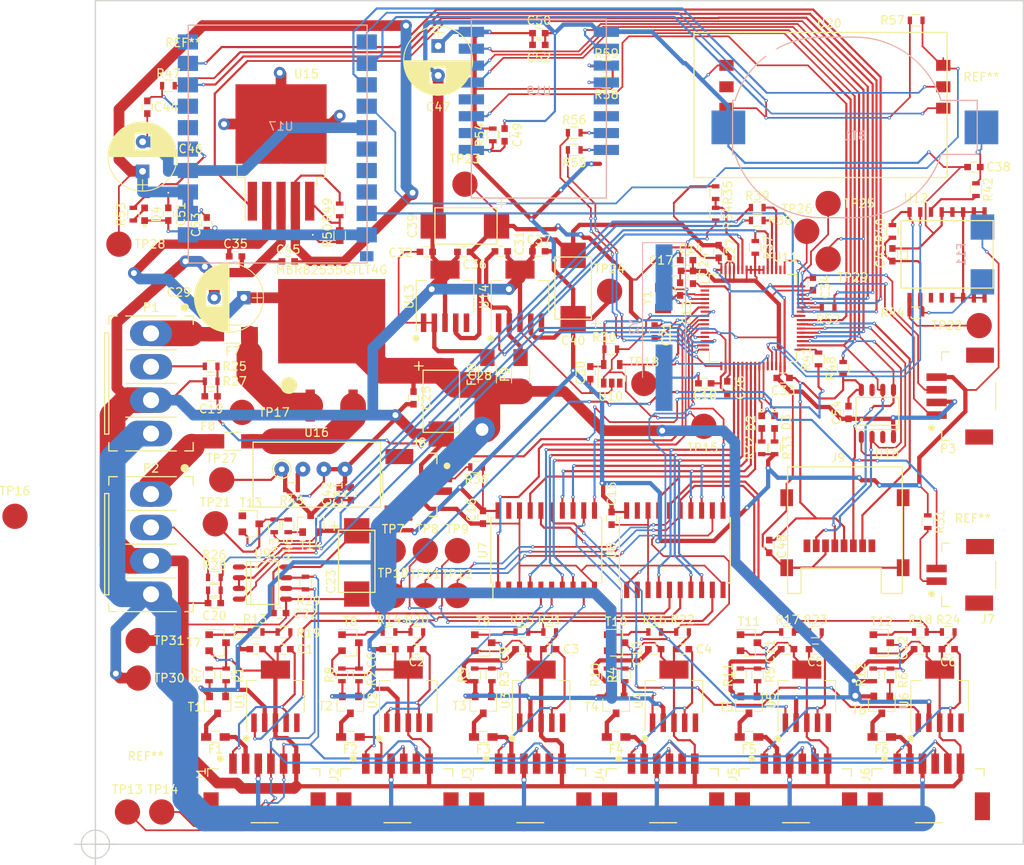
<source format=kicad_pcb>
(kicad_pcb (version 4) (host pcbnew 4.0.6)
  (layers (0 F.Cu signal) (31 B.Cu signal) (34 B.Paste user) (35 F.Paste user) (36 B.SilkS user hide) (37 F.SilkS user hide) (38 B.Mask user hide) (39 F.Mask user) (44 Edge.Cuts user))
  (net 0 "")
  (net 1 /RTC_BAT)
  (net 2 ~)
  (net 3 "Net-(C1-Pad1)")
  (net 4 "Net-(C2-Pad1)")
  (net 5 "Net-(C3-Pad1)")
  (net 6 "Net-(C4-Pad1)")
  (net 7 "Net-(C5-Pad1)")
  (net 8 "Net-(C6-Pad1)")
  (net 9 "Net-(C13-Pad1)")
  (net 10 "Net-(C14-Pad1)")
  (net 11 "Net-(C17-Pad1)")
  (net 12 "Net-(C18-Pad1)")
  (net 13 /BAT1_POM)
  (net 14 /BAT2_POM)
  (net 15 "Net-(C41-Pad1)")
  (net 16 "Net-(C43-Pad1)")
  (net 17 "Net-(C44-Pad1)")
  (net 18 "Net-(C45-Pad1)")
  (net 19 "Net-(D1-Pad1)")
  (net 20 "Net-(D1-Pad3)")
  (net 21 "Net-(D2-Pad1)")
  (net 22 "Net-(D2-Pad2)")
  (net 23 "Net-(D3-Pad1)")
  (net 24 "Net-(D3-Pad2)")
  (net 25 "Net-(D4-Pad2)")
  (net 26 "Net-(F1-Pad1)")
  (net 27 "Net-(F1-Pad2)")
  (net 28 "Net-(F2-Pad1)")
  (net 29 "Net-(F2-Pad2)")
  (net 30 "Net-(F3-Pad1)")
  (net 31 "Net-(F3-Pad2)")
  (net 32 "Net-(F4-Pad1)")
  (net 33 "Net-(F4-Pad2)")
  (net 34 "Net-(F5-Pad1)")
  (net 35 "Net-(F5-Pad2)")
  (net 36 "Net-(F6-Pad1)")
  (net 37 "Net-(F6-Pad2)")
  (net 38 "Net-(F7-Pad1)")
  (net 39 "Net-(F8-Pad1)")
  (net 40 /485A)
  (net 41 /485B)
  (net 42 "Net-(J7-Pad1)")
  (net 43 "Net-(J8-Pad1)")
  (net 44 "Net-(J9-Pad1)")
  (net 45 /CS_uSD)
  (net 46 /SPI_MOSI)
  (net 47 /SPI_CLK)
  (net 48 /SPI_MISO)
  (net 49 "Net-(J9-Pad8)")
  (net 50 "Net-(P1-Pad2)")
  (net 51 "Net-(P2-Pad2)")
  (net 52 "Net-(P3-Pad1)")
  (net 53 "Net-(P3-Pad3)")
  (net 54 "Net-(R1-Pad1)")
  (net 55 "Net-(R1-Pad2)")
  (net 56 "Net-(R2-Pad1)")
  (net 57 "Net-(R2-Pad2)")
  (net 58 "Net-(R3-Pad1)")
  (net 59 "Net-(R3-Pad2)")
  (net 60 "Net-(R4-Pad1)")
  (net 61 "Net-(R10-Pad2)")
  (net 62 "Net-(R5-Pad1)")
  (net 63 "Net-(R11-Pad2)")
  (net 64 "Net-(R6-Pad1)")
  (net 65 "Net-(R12-Pad2)")
  (net 66 "Net-(R13-Pad1)")
  (net 67 /VBON6)
  (net 68 "Net-(R14-Pad1)")
  (net 69 "Net-(R15-Pad1)")
  (net 70 "Net-(R16-Pad1)")
  (net 71 "Net-(R17-Pad1)")
  (net 72 "Net-(R18-Pad1)")
  (net 73 /RESET)
  (net 74 "Net-(R34-Pad1)")
  (net 75 /485_RDE)
  (net 76 /LPURT1_RX)
  (net 77 /485_RO)
  (net 78 /LPURT1_TX)
  (net 79 /485_DI)
  (net 80 /I2C2_SCL)
  (net 81 "Net-(R41-Pad1)")
  (net 82 /DHT22_ON)
  (net 83 "Net-(R42-Pad2)")
  (net 84 "Net-(R43-Pad1)")
  (net 85 "Net-(R44-Pad1)")
  (net 86 /DHT22_DATA)
  (net 87 "Net-(R46-Pad1)")
  (net 88 /URT1_TX)
  (net 89 "Net-(R49-Pad1)")
  (net 90 "Net-(R52-Pad1)")
  (net 91 /URT1_RX)
  (net 92 "Net-(R53-Pad1)")
  (net 93 "Net-(R55-Pad1)")
  (net 94 /URT2_RX)
  (net 95 "Net-(R56-Pad1)")
  (net 96 /URT2_TX)
  (net 97 "Net-(R57-Pad1)")
  (net 98 "Net-(R57-Pad2)")
  (net 99 "Net-(R58-Pad2)")
  (net 100 "Net-(R59-Pad2)")
  (net 101 /WDI)
  (net 102 /CS_ESP)
  (net 103 "Net-(U1-Pad5)")
  (net 104 /33ON6)
  (net 105 "Net-(U2-Pad5)")
  (net 106 "Net-(U3-Pad5)")
  (net 107 "Net-(U5-Pad5)")
  (net 108 "Net-(U6-Pad5)")
  (net 109 /33LOE)
  (net 110 "Net-(U7-Pad2)")
  (net 111 /VON1)
  (net 112 /33ON1)
  (net 113 /33ON2)
  (net 114 /VON2)
  (net 115 /VON3)
  (net 116 /33ON3)
  (net 117 /33LE)
  (net 118 /33ON4)
  (net 119 /VON4)
  (net 120 /VON5)
  (net 121 /33ON5)
  (net 122 /VON6)
  (net 123 "Net-(U7-Pad19)")
  (net 124 /VBLOE)
  (net 125 "Net-(U8-Pad2)")
  (net 126 /VBON1)
  (net 127 /VBON2)
  (net 128 /VBON3)
  (net 129 /VBLE)
  (net 130 /VBON4)
  (net 131 /VBON5)
  (net 132 "Net-(U8-Pad19)")
  (net 133 "Net-(U10-Pad3)")
  (net 134 "Net-(U11-Pad2)")
  (net 135 /I2C2_SDA)
  (net 136 /CS_FLA)
  (net 137 /ESP_ON)
  (net 138 /GSM_ON)
  (net 139 /GSM_DTR)
  (net 140 /GSM_STAB_EN)
  (net 141 SHDN_3.3V)
  (net 142 "Net-(U12-Pad3)")
  (net 143 "Net-(U12-Pad4)")
  (net 144 "Net-(U13-Pad5)")
  (net 145 "Net-(U14-Pad5)")
  (net 146 "Net-(U17-Pad6)")
  (net 147 "Net-(U17-Pad10)")
  (net 148 "Net-(U17-Pad12)")
  (net 149 "Net-(U17-Pad13)")
  (net 150 "Net-(U17-Pad16)")
  (net 151 "Net-(U17-Pad17)")
  (net 152 "Net-(U17-Pad18)")
  (net 153 "Net-(U17-Pad21)")
  (net 154 "Net-(U18-Pad3)")
  (net 155 "Net-(U18-Pad7)")
  (net 156 "Net-(U19-Pad13)")
  (net 157 "Net-(U19-Pad14)")
  (net 158 "Net-(U19-Pad4)")
  (net 159 "Net-(U19-Pad2)")
  (net 160 "Net-(U20-Pad5)")
  (net 161 "Net-(U4-Pad5)")
  (net 162 GND)
  (net 163 VBAT)
  (net 164 "Net-(C31-Pad1)")
  (net 165 "Net-(C32-Pad1)")
  (net 166 "Net-(C49-Pad1)")
  (net 167 +3.3V)
  (net 168 +3.3VSTM)
  (module footprints:DHT22 (layer F.Cu) (at 40.834 126.34 180)
    (fp_text reference U16 (at -0.375 1.143 180) (layer F.SilkS))
    (fp_text value DHT22)
    (pad 1 thru_hole circle (at 3.75 -3.2 180) (size 1.75 1.75) (drill 0.7) (layers *.Cu *.Mask) (net 15 "Net-(C41-Pad1)"))
    (pad 4 thru_hole circle (at -3.75 -3.2 180) (size 1.75 1.75) (drill 0.7) (layers *.Cu *.Mask) (net 162 GND))
    (pad 3 thru_hole circle (at -1.25 -3.2 180) (size 1.75 1.75) (drill 0.7) (layers *.Cu *.Mask) (net 162 GND))
    (pad 2 thru_hole circle (at 1.25 -3.2 180) (size 1.75 1.75) (drill 0.7) (layers *.Cu *.Mask) (net 86 /DHT22_DATA))
  )
  (module Mounting_Holes:MountingHole_2.7mm_M2.5 (layer F.Cu) (at 20 79)
    (fp_text reference REF** (at 5.4 -0.006) (layer F.SilkS))
    (fp_text value MountingHole_2.7mm_M2.5)
    (pad 1 np_thru_hole circle (at 0 0) (size 2.7 2.7) (drill 2.7) (layers *.Cu *.Mask))
  )
  (module footprints:MX-502584-0470 (layer F.Cu) (at 121.711 120.88 90)
    (fp_text reference P3 (at -6.247 -5.633 180) (layer F.SilkS))
    (fp_text value "Gniazdo programatora SWD")
    (pad 1 smd rect (at -2.25 -7 90) (size 0.9 2.4) (layers F.Cu F.Paste F.Mask) (net 52 "Net-(P3-Pad1)"))
    (pad 2 smd rect (at -0.75 -7 90) (size 0.9 2.4) (layers F.Cu F.Paste F.Mask) (net 162 GND))
    (pad 3 smd rect (at 0.75 -7 90) (size 0.9 2.4) (layers F.Cu F.Paste F.Mask) (net 53 "Net-(P3-Pad3)"))
    (pad 4 smd rect (at 2.25 -7 90) (size 0.9 2.4) (layers F.Cu F.Paste F.Mask) (net 167 +3.3V))
    (pad "" smd rect (at -4.85 -1.95 90) (size 1.8 3.3) (layers F.Cu F.Paste F.Mask))
    (pad "" smd rect (at 4.85 -1.85 90) (size 1.8 3.3) (layers F.Cu F.Paste F.Mask))
  )
  (module Capacitors_SMD:C_0603 (layer F.Cu) (at 88.88084 103.74404 90)
    (fp_text reference C27 (at 0.11204 1.41616 90) (layer F.SilkS))
    (fp_text value 100n)
    (pad 1 smd rect (at -0.75 0 90) (size 0.8 0.75) (layers F.Cu F.Paste F.Mask) (net 168 +3.3VSTM))
    (pad 2 smd rect (at 0.75 0 90) (size 0.8 0.75) (layers F.Cu F.Paste F.Mask) (net 162 GND))
  )
  (module footprints:Abracon_ABS07 (layer F.Cu) (at 83.03884 110.85604 90)
    (fp_text reference Y1 (at 1.63604 -2.64784 90) (layer F.SilkS))
    (fp_text value "32.768 kHz")
    (pad 1 smd rect (at 0.35 -0.75 90) (size 1.1 1.9) (layers F.Cu F.Paste F.Mask) (net 9 "Net-(C13-Pad1)"))
    (pad 2 smd rect (at 2.85 -0.75 90) (size 1.1 1.9) (layers F.Cu F.Paste F.Mask) (net 11 "Net-(C17-Pad1)"))
  )
  (module footprints:ESP-07 (layer B.Cu) (at 59.563 76.2)
    (fp_text reference U19 (at 8 8.5) (layer B.SilkS) (effects (justify mirror)))
    (fp_text value ESP-07)
    (pad 9 smd rect (at 16 1.5) (size 3 1.2) (layers B.Cu B.Paste B.Mask) (net 162 GND))
    (pad 10 smd rect (at 16 3.5) (size 3 1.2) (layers B.Cu B.Paste B.Mask) (net 102 /CS_ESP))
    (pad 11 smd rect (at 16 5.5) (size 3 1.2) (layers B.Cu B.Paste B.Mask) (net 100 "Net-(R59-Pad2)"))
    (pad 12 smd rect (at 16 7.5) (size 3 1.2) (layers B.Cu B.Paste B.Mask) (net 99 "Net-(R58-Pad2)"))
    (pad 13 smd rect (at 16 9.5) (size 3 1.2) (layers B.Cu B.Paste B.Mask) (net 156 "Net-(U19-Pad13)"))
    (pad 14 smd rect (at 16 11.5) (size 3 1.2) (layers B.Cu B.Paste B.Mask) (net 157 "Net-(U19-Pad14)"))
    (pad 15 smd rect (at 16 13.5) (size 3 1.2) (layers B.Cu B.Paste B.Mask) (net 95 "Net-(R56-Pad1)"))
    (pad 16 smd rect (at 16 15.5) (size 3 1.2) (layers B.Cu B.Paste B.Mask) (net 93 "Net-(R55-Pad1)"))
    (pad 8 smd rect (at 0 1.5) (size 3 1.2) (layers B.Cu B.Paste B.Mask) (net 167 +3.3V))
    (pad 7 smd rect (at 0 3.5) (size 3 1.2) (layers B.Cu B.Paste B.Mask) (net 46 /SPI_MOSI))
    (pad 6 smd rect (at 0 5.5) (size 3 1.2) (layers B.Cu B.Paste B.Mask) (net 48 /SPI_MISO))
    (pad 5 smd rect (at 0 7.5) (size 3 1.2) (layers B.Cu B.Paste B.Mask) (net 47 /SPI_CLK))
    (pad 4 smd rect (at 0 9.5) (size 3 1.2) (layers B.Cu B.Paste B.Mask) (net 158 "Net-(U19-Pad4)"))
    (pad 1 smd rect (at 0 15.5) (size 3 1.2) (layers B.Cu B.Paste B.Mask) (net 166 "Net-(C49-Pad1)"))
    (pad 2 smd rect (at 0 13.5) (size 3 1.2) (layers B.Cu B.Paste B.Mask) (net 159 "Net-(U19-Pad2)"))
    (pad 3 smd rect (at 0 11.5) (size 3 1.2) (layers B.Cu B.Paste B.Mask) (net 137 /ESP_ON))
  )
  (module Power_Integrations:SO-8 (layer F.Cu) (at 107.696 122.936)
    (fp_text reference U18 (at 1.143 4.699) (layer F.SilkS))
    (fp_text value S25FL1275ABMGI101)
    (pad 1 smd oval (at -1.905 2.794) (size 0.6096 1.4732) (layers F.Cu F.Paste F.Mask) (net 136 /CS_FLA))
    (pad 2 smd oval (at -0.635 2.794) (size 0.6096 1.4732) (layers F.Cu F.Paste F.Mask) (net 48 /SPI_MISO))
    (pad 3 smd oval (at 0.635 2.794) (size 0.6096 1.4732) (layers F.Cu F.Paste F.Mask) (net 154 "Net-(U18-Pad3)"))
    (pad 4 smd oval (at 1.905 2.794) (size 0.6096 1.4732) (layers F.Cu F.Paste F.Mask) (net 162 GND))
    (pad 5 smd oval (at 1.905 -2.794) (size 0.6096 1.4732) (layers F.Cu F.Paste F.Mask) (net 46 /SPI_MOSI))
    (pad 6 smd oval (at 0.635 -2.794) (size 0.6096 1.4732) (layers F.Cu F.Paste F.Mask) (net 47 /SPI_CLK))
    (pad 7 smd oval (at -0.635 -2.794) (size 0.6096 1.4732) (layers F.Cu F.Paste F.Mask) (net 155 "Net-(U18-Pad7)"))
    (pad 8 smd oval (at -1.905 -2.794) (size 0.6096 1.4732) (layers F.Cu F.Paste F.Mask) (net 168 +3.3VSTM))
  )
  (module TO_SOT_Packages_SMD:TO-263-5_TabPin6 (layer F.Cu) (at 37 92 90)
    (fp_text reference U15 (at 9.323 3.005 180) (layer F.SilkS))
    (fp_text value MIC29302)
    (pad 1 smd rect (at -5.775 -3.4 90) (size 4.6 1.1) (layers F.Cu F.Paste F.Mask) (net 140 /GSM_STAB_EN))
    (pad 2 smd rect (at -5.775 -1.7 90) (size 4.6 1.1) (layers F.Cu F.Paste F.Mask) (net 163 VBAT))
    (pad 3 smd rect (at -5.775 0 90) (size 4.6 1.1) (layers F.Cu F.Paste F.Mask) (net 162 GND))
    (pad 4 smd rect (at -5.775 1.7 90) (size 4.6 1.1) (layers F.Cu F.Paste F.Mask) (net 18 "Net-(C45-Pad1)"))
    (pad 5 smd rect (at -5.775 3.4 90) (size 4.6 1.1) (layers F.Cu F.Paste F.Mask) (net 89 "Net-(R49-Pad1)"))
    (pad 6 smd rect (at 3.375 0 90) (size 9.4 10.8) (layers F.Cu F.Mask) (net 162 GND))
    (pad 6 smd rect (at 5.8 2.775 90) (size 4.55 5.25) (layers F.Cu F.Paste) (net 162 GND))
    (pad 6 smd rect (at 0.95 -2.775 90) (size 4.55 5.25) (layers F.Cu F.Paste) (net 162 GND))
    (pad 6 smd rect (at 5.8 -2.775 90) (size 4.55 5.25) (layers F.Cu F.Paste) (net 162 GND))
    (pad 6 smd rect (at 0.95 2.775 90) (size 4.55 5.25) (layers F.Cu F.Paste) (net 162 GND))
  )
  (module SMD_Packages:SO-16-W (layer F.Cu) (at 115.951 104.14)
    (fp_text reference U12 (at -3.683 -6.731) (layer F.SilkS))
    (fp_text value DS3231SN)
    (pad 1 smd rect (at -4.445 5.08) (size 0.508 1.143) (layers F.Cu F.Paste F.Mask) (net 85 "Net-(R44-Pad1)"))
    (pad 2 smd rect (at -3.175 5.08) (size 0.508 1.143) (layers F.Cu F.Paste F.Mask) (net 16 "Net-(C43-Pad1)"))
    (pad 3 smd rect (at -1.905 5.08) (size 0.508 1.143) (layers F.Cu F.Paste F.Mask) (net 142 "Net-(U12-Pad3)"))
    (pad 4 smd rect (at -0.635 5.08) (size 0.508 1.143) (layers F.Cu F.Paste F.Mask) (net 143 "Net-(U12-Pad4)"))
    (pad 5 smd rect (at 0.635 5.08) (size 0.508 1.143) (layers F.Cu F.Paste F.Mask) (net 162 GND))
    (pad 6 smd rect (at 1.905 5.08) (size 0.508 1.143) (layers F.Cu F.Paste F.Mask) (net 162 GND))
    (pad 7 smd rect (at 3.175 5.08) (size 0.508 1.143) (layers F.Cu F.Paste F.Mask) (net 162 GND))
    (pad 8 smd rect (at 4.445 5.08) (size 0.508 1.143) (layers F.Cu F.Paste F.Mask) (net 162 GND))
    (pad 9 smd rect (at 4.445 -5.08) (size 0.508 1.143) (layers F.Cu F.Paste F.Mask) (net 162 GND))
    (pad 10 smd rect (at 3.175 -5.08) (size 0.508 1.143) (layers F.Cu F.Paste F.Mask) (net 162 GND))
    (pad 11 smd rect (at 1.905 -5.08) (size 0.508 1.143) (layers F.Cu F.Paste F.Mask) (net 162 GND))
    (pad 12 smd rect (at 0.635 -5.08) (size 0.508 1.143) (layers F.Cu F.Paste F.Mask) (net 162 GND))
    (pad 13 smd rect (at -0.635 -5.08) (size 0.508 1.143) (layers F.Cu F.Paste F.Mask) (net 162 GND))
    (pad 14 smd rect (at -1.905 -5.08) (size 0.508 1.143) (layers F.Cu F.Paste F.Mask) (net 83 "Net-(R42-Pad2)"))
    (pad 15 smd rect (at -3.175 -5.08) (size 0.508 1.143) (layers F.Cu F.Paste F.Mask) (net 135 /I2C2_SDA))
    (pad 16 smd rect (at -4.445 -5.08) (size 0.508 1.143) (layers F.Cu F.Paste F.Mask) (net 80 /I2C2_SCL))
  )
  (module Housings_QFP:LQFP-64_10x10mm_Pitch0.5mm (layer F.Cu) (at 92.94484 111.61804)
    (fp_text reference U11 (at 3.82916 -7.22404) (layer F.SilkS))
    (fp_text value STM32L051R8)
    (pad 1 smd rect (at -5.7 -3.75) (size 1 0.25) (layers F.Cu F.Paste F.Mask) (net 168 +3.3VSTM))
    (pad 2 smd rect (at -5.7 -3.25) (size 1 0.25) (layers F.Cu F.Paste F.Mask) (net 134 "Net-(U11-Pad2)"))
    (pad 3 smd rect (at -5.7 -2.75) (size 1 0.25) (layers F.Cu F.Paste F.Mask) (net 9 "Net-(C13-Pad1)"))
    (pad 4 smd rect (at -5.7 -2.25) (size 1 0.25) (layers F.Cu F.Paste F.Mask) (net 11 "Net-(C17-Pad1)"))
    (pad 5 smd rect (at -5.7 -1.75) (size 1 0.25) (layers F.Cu F.Paste F.Mask) (net 10 "Net-(C14-Pad1)"))
    (pad 6 smd rect (at -5.7 -1.25) (size 1 0.25) (layers F.Cu F.Paste F.Mask) (net 12 "Net-(C18-Pad1)"))
    (pad 7 smd rect (at -5.7 -0.75) (size 1 0.25) (layers F.Cu F.Paste F.Mask) (net 73 /RESET))
    (pad 8 smd rect (at -5.7 -0.25) (size 1 0.25) (layers F.Cu F.Paste F.Mask) (net 117 /33LE))
    (pad 9 smd rect (at -5.7 0.25) (size 1 0.25) (layers F.Cu F.Paste F.Mask) (net 109 /33LOE))
    (pad 10 smd rect (at -5.7 0.75) (size 1 0.25) (layers F.Cu F.Paste F.Mask) (net 129 /VBLE))
    (pad 11 smd rect (at -5.7 1.25) (size 1 0.25) (layers F.Cu F.Paste F.Mask) (net 124 /VBLOE))
    (pad 12 smd rect (at -5.7 1.75) (size 1 0.25) (layers F.Cu F.Paste F.Mask) (net 162 GND))
    (pad 13 smd rect (at -5.7 2.25) (size 1 0.25) (layers F.Cu F.Paste F.Mask) (net 168 +3.3VSTM))
    (pad 14 smd rect (at -5.7 2.75) (size 1 0.25) (layers F.Cu F.Paste F.Mask) (net 13 /BAT1_POM))
    (pad 15 smd rect (at -5.7 3.25) (size 1 0.25) (layers F.Cu F.Paste F.Mask) (net 14 /BAT2_POM))
    (pad 16 smd rect (at -5.7 3.75) (size 1 0.25) (layers F.Cu F.Paste F.Mask) (net 96 /URT2_TX))
    (pad 17 smd rect (at -3.75 5.7 90) (size 1 0.25) (layers F.Cu F.Paste F.Mask) (net 94 /URT2_RX))
    (pad 18 smd rect (at -3.25 5.7 90) (size 1 0.25) (layers F.Cu F.Paste F.Mask) (net 162 GND))
    (pad 19 smd rect (at -2.75 5.7 90) (size 1 0.25) (layers F.Cu F.Paste F.Mask) (net 168 +3.3VSTM))
    (pad 20 smd rect (at -2.25 5.7 90) (size 1 0.25) (layers F.Cu F.Paste F.Mask) (net 111 /VON1))
    (pad 21 smd rect (at -1.75 5.7 90) (size 1 0.25) (layers F.Cu F.Paste F.Mask) (net 114 /VON2))
    (pad 22 smd rect (at -1.25 5.7 90) (size 1 0.25) (layers F.Cu F.Paste F.Mask) (net 115 /VON3))
    (pad 23 smd rect (at -0.75 5.7 90) (size 1 0.25) (layers F.Cu F.Paste F.Mask) (net 119 /VON4))
    (pad 24 smd rect (at -0.25 5.7 90) (size 1 0.25) (layers F.Cu F.Paste F.Mask) (net 120 /VON5))
    (pad 25 smd rect (at 0.25 5.7 90) (size 1 0.25) (layers F.Cu F.Paste F.Mask) (net 122 /VON6))
    (pad 26 smd rect (at 0.75 5.7 90) (size 1 0.25) (layers F.Cu F.Paste F.Mask) (net 21 "Net-(D2-Pad1)"))
    (pad 27 smd rect (at 1.25 5.7 90) (size 1 0.25) (layers F.Cu F.Paste F.Mask) (net 23 "Net-(D3-Pad1)"))
    (pad 28 smd rect (at 1.75 5.7 90) (size 1 0.25) (layers F.Cu F.Paste F.Mask) (net 101 /WDI))
    (pad 29 smd rect (at 2.25 5.7 90) (size 1 0.25) (layers F.Cu F.Paste F.Mask) (net 80 /I2C2_SCL))
    (pad 30 smd rect (at 2.75 5.7 90) (size 1 0.25) (layers F.Cu F.Paste F.Mask) (net 135 /I2C2_SDA))
    (pad 31 smd rect (at 3.25 5.7 90) (size 1 0.25) (layers F.Cu F.Paste F.Mask) (net 162 GND))
    (pad 32 smd rect (at 3.75 5.7 90) (size 1 0.25) (layers F.Cu F.Paste F.Mask) (net 168 +3.3VSTM))
    (pad 33 smd rect (at 5.7 3.75) (size 1 0.25) (layers F.Cu F.Paste F.Mask) (net 82 /DHT22_ON))
    (pad 34 smd rect (at 5.7 3.25) (size 1 0.25) (layers F.Cu F.Paste F.Mask) (net 47 /SPI_CLK))
    (pad 35 smd rect (at 5.7 2.75) (size 1 0.25) (layers F.Cu F.Paste F.Mask) (net 48 /SPI_MISO))
    (pad 36 smd rect (at 5.7 2.25) (size 1 0.25) (layers F.Cu F.Paste F.Mask) (net 46 /SPI_MOSI))
    (pad 37 smd rect (at 5.7 1.75) (size 1 0.25) (layers F.Cu F.Paste F.Mask) (net 102 /CS_ESP))
    (pad 38 smd rect (at 5.7 1.25) (size 1 0.25) (layers F.Cu F.Paste F.Mask) (net 136 /CS_FLA))
    (pad 39 smd rect (at 5.7 0.75) (size 1 0.25) (layers F.Cu F.Paste F.Mask) (net 45 /CS_uSD))
    (pad 40 smd rect (at 5.7 0.25) (size 1 0.25) (layers F.Cu F.Paste F.Mask) (net 137 /ESP_ON))
    (pad 41 smd rect (at 5.7 -0.25) (size 1 0.25) (layers F.Cu F.Paste F.Mask) (net 138 /GSM_ON))
    (pad 42 smd rect (at 5.7 -0.75) (size 1 0.25) (layers F.Cu F.Paste F.Mask) (net 88 /URT1_TX))
    (pad 43 smd rect (at 5.7 -1.25) (size 1 0.25) (layers F.Cu F.Paste F.Mask) (net 91 /URT1_RX))
    (pad 44 smd rect (at 5.7 -1.75) (size 1 0.25) (layers F.Cu F.Paste F.Mask) (net 139 /GSM_DTR))
    (pad 45 smd rect (at 5.7 -2.25) (size 1 0.25) (layers F.Cu F.Paste F.Mask) (net 140 /GSM_STAB_EN))
    (pad 46 smd rect (at 5.7 -2.75) (size 1 0.25) (layers F.Cu F.Paste F.Mask) (net 52 "Net-(P3-Pad1)"))
    (pad 47 smd rect (at 5.7 -3.25) (size 1 0.25) (layers F.Cu F.Paste F.Mask) (net 162 GND))
    (pad 48 smd rect (at 5.7 -3.75) (size 1 0.25) (layers F.Cu F.Paste F.Mask) (net 168 +3.3VSTM))
    (pad 49 smd rect (at 3.75 -5.7 90) (size 1 0.25) (layers F.Cu F.Paste F.Mask) (net 53 "Net-(P3-Pad3)"))
    (pad 50 smd rect (at 3.25 -5.7 90) (size 1 0.25) (layers F.Cu F.Paste F.Mask) (net 86 /DHT22_DATA))
    (pad 51 smd rect (at 2.75 -5.7 90) (size 1 0.25) (layers F.Cu F.Paste F.Mask) (net 78 /LPURT1_TX))
    (pad 52 smd rect (at 2.25 -5.7 90) (size 1 0.25) (layers F.Cu F.Paste F.Mask) (net 76 /LPURT1_RX))
    (pad 53 smd rect (at 1.75 -5.7 90) (size 1 0.25) (layers F.Cu F.Paste F.Mask) (net 75 /485_RDE))
    (pad 54 smd rect (at 1.25 -5.7 90) (size 1 0.25) (layers F.Cu F.Paste F.Mask) (net 162 GND))
    (pad 55 smd rect (at 0.75 -5.7 90) (size 1 0.25) (layers F.Cu F.Paste F.Mask) (net 162 GND))
    (pad 56 smd rect (at 0.25 -5.7 90) (size 1 0.25) (layers F.Cu F.Paste F.Mask) (net 162 GND))
    (pad 57 smd rect (at -0.25 -5.7 90) (size 1 0.25) (layers F.Cu F.Paste F.Mask) (net 162 GND))
    (pad 58 smd rect (at -0.75 -5.7 90) (size 1 0.25) (layers F.Cu F.Paste F.Mask) (net 162 GND))
    (pad 59 smd rect (at -1.25 -5.7 90) (size 1 0.25) (layers F.Cu F.Paste F.Mask) (net 141 SHDN_3.3V))
    (pad 60 smd rect (at -1.75 -5.7 90) (size 1 0.25) (layers F.Cu F.Paste F.Mask) (net 74 "Net-(R34-Pad1)"))
    (pad 61 smd rect (at -2.25 -5.7 90) (size 1 0.25) (layers F.Cu F.Paste F.Mask) (net 162 GND))
    (pad 62 smd rect (at -2.75 -5.7 90) (size 1 0.25) (layers F.Cu F.Paste F.Mask) (net 162 GND))
    (pad 63 smd rect (at -3.25 -5.7 90) (size 1 0.25) (layers F.Cu F.Paste F.Mask) (net 162 GND))
    (pad 64 smd rect (at -3.75 -5.7 90) (size 1 0.25) (layers F.Cu F.Paste F.Mask) (net 168 +3.3VSTM))
  )
  (module TO_SOT_Packages_SMD:SOT-23-5 (layer F.Cu) (at 76.2 118.237 90)
    (fp_text reference U10 (at -2.667 -0.127 180) (layer F.SilkS))
    (fp_text value TPS3823)
    (pad 1 smd rect (at -1.1 -0.95 90) (size 1.06 0.65) (layers F.Cu F.Paste F.Mask) (net 73 /RESET))
    (pad 2 smd rect (at -1.1 0 90) (size 1.06 0.65) (layers F.Cu F.Paste F.Mask) (net 162 GND))
    (pad 3 smd rect (at -1.1 0.95 90) (size 1.06 0.65) (layers F.Cu F.Paste F.Mask) (net 133 "Net-(U10-Pad3)"))
    (pad 4 smd rect (at 1.1 0.95 90) (size 1.06 0.65) (layers F.Cu F.Paste F.Mask) (net 101 /WDI))
    (pad 5 smd rect (at 1.1 -0.95 90) (size 1.06 0.65) (layers F.Cu F.Paste F.Mask) (net 168 +3.3VSTM))
  )
  (module Power_Integrations:SO-8 (layer F.Cu) (at 34.812 143.040242 270)
    (fp_text reference U9 (at -3.467242 0 360) (layer F.SilkS))
    (fp_text value MAX3485)
    (pad 1 smd oval (at -1.905 2.794 270) (size 0.6096 1.4732) (layers F.Cu F.Paste F.Mask) (net 77 /485_RO))
    (pad 2 smd oval (at -0.635 2.794 270) (size 0.6096 1.4732) (layers F.Cu F.Paste F.Mask) (net 75 /485_RDE))
    (pad 3 smd oval (at 0.635 2.794 270) (size 0.6096 1.4732) (layers F.Cu F.Paste F.Mask) (net 75 /485_RDE))
    (pad 4 smd oval (at 1.905 2.794 270) (size 0.6096 1.4732) (layers F.Cu F.Paste F.Mask) (net 79 /485_DI))
    (pad 5 smd oval (at 1.905 -2.794 270) (size 0.6096 1.4732) (layers F.Cu F.Paste F.Mask) (net 162 GND))
    (pad 6 smd oval (at 0.635 -2.794 270) (size 0.6096 1.4732) (layers F.Cu F.Paste F.Mask) (net 40 /485A))
    (pad 7 smd oval (at -0.635 -2.794 270) (size 0.6096 1.4732) (layers F.Cu F.Paste F.Mask) (net 41 /485B))
    (pad 8 smd oval (at -1.905 -2.794 270) (size 0.6096 1.4732) (layers F.Cu F.Paste F.Mask) (net 167 +3.3V))
  )
  (module Housings_SOIC:SOIC-20W_7.5x12.8mm_Pitch1.27mm (layer F.Cu) (at 83.6816 139.14628 90)
    (fp_text reference U8 (at 0 -7.5 90) (layer F.SilkS))
    (fp_text value 74LVX373M)
    (pad 1 smd rect (at -4.7 -5.715 90) (size 1.95 0.6) (layers F.Cu F.Paste F.Mask) (net 124 /VBLOE))
    (pad 2 smd rect (at -4.7 -4.445 90) (size 1.95 0.6) (layers F.Cu F.Paste F.Mask) (net 125 "Net-(U8-Pad2)"))
    (pad 3 smd rect (at -4.7 -3.175 90) (size 1.95 0.6) (layers F.Cu F.Paste F.Mask) (net 162 GND))
    (pad 4 smd rect (at -4.7 -1.905 90) (size 1.95 0.6) (layers F.Cu F.Paste F.Mask) (net 111 /VON1))
    (pad 5 smd rect (at -4.7 -0.635 90) (size 1.95 0.6) (layers F.Cu F.Paste F.Mask) (net 126 /VBON1))
    (pad 6 smd rect (at -4.7 0.635 90) (size 1.95 0.6) (layers F.Cu F.Paste F.Mask) (net 127 /VBON2))
    (pad 7 smd rect (at -4.7 1.905 90) (size 1.95 0.6) (layers F.Cu F.Paste F.Mask) (net 114 /VON2))
    (pad 8 smd rect (at -4.7 3.175 90) (size 1.95 0.6) (layers F.Cu F.Paste F.Mask) (net 115 /VON3))
    (pad 9 smd rect (at -4.7 4.445 90) (size 1.95 0.6) (layers F.Cu F.Paste F.Mask) (net 128 /VBON3))
    (pad 10 smd rect (at -4.7 5.715 90) (size 1.95 0.6) (layers F.Cu F.Paste F.Mask) (net 162 GND))
    (pad 11 smd rect (at 4.7 5.715 90) (size 1.95 0.6) (layers F.Cu F.Paste F.Mask) (net 129 /VBLE))
    (pad 12 smd rect (at 4.7 4.445 90) (size 1.95 0.6) (layers F.Cu F.Paste F.Mask) (net 130 /VBON4))
    (pad 13 smd rect (at 4.7 3.175 90) (size 1.95 0.6) (layers F.Cu F.Paste F.Mask) (net 119 /VON4))
    (pad 14 smd rect (at 4.7 1.905 90) (size 1.95 0.6) (layers F.Cu F.Paste F.Mask) (net 120 /VON5))
    (pad 15 smd rect (at 4.7 0.635 90) (size 1.95 0.6) (layers F.Cu F.Paste F.Mask) (net 131 /VBON5))
    (pad 16 smd rect (at 4.7 -0.635 90) (size 1.95 0.6) (layers F.Cu F.Paste F.Mask) (net 67 /VBON6))
    (pad 17 smd rect (at 4.7 -1.905 90) (size 1.95 0.6) (layers F.Cu F.Paste F.Mask) (net 122 /VON6))
    (pad 18 smd rect (at 4.7 -3.175 90) (size 1.95 0.6) (layers F.Cu F.Paste F.Mask) (net 162 GND))
    (pad 19 smd rect (at 4.7 -4.445 90) (size 1.95 0.6) (layers F.Cu F.Paste F.Mask) (net 132 "Net-(U8-Pad19)"))
    (pad 20 smd rect (at 4.7 -5.715 90) (size 1.95 0.6) (layers F.Cu F.Paste F.Mask) (net 167 +3.3V))
  )
  (module Housings_SOIC:SOIC-20W_7.5x12.8mm_Pitch1.27mm (layer F.Cu) (at 68.4416 139.14628 90)
    (fp_text reference U7 (at 0 -7.5 90) (layer F.SilkS))
    (fp_text value 74LVX373M)
    (pad 1 smd rect (at -4.7 -5.715 90) (size 1.95 0.6) (layers F.Cu F.Paste F.Mask) (net 109 /33LOE))
    (pad 2 smd rect (at -4.7 -4.445 90) (size 1.95 0.6) (layers F.Cu F.Paste F.Mask) (net 110 "Net-(U7-Pad2)"))
    (pad 3 smd rect (at -4.7 -3.175 90) (size 1.95 0.6) (layers F.Cu F.Paste F.Mask) (net 162 GND))
    (pad 4 smd rect (at -4.7 -1.905 90) (size 1.95 0.6) (layers F.Cu F.Paste F.Mask) (net 111 /VON1))
    (pad 5 smd rect (at -4.7 -0.635 90) (size 1.95 0.6) (layers F.Cu F.Paste F.Mask) (net 112 /33ON1))
    (pad 6 smd rect (at -4.7 0.635 90) (size 1.95 0.6) (layers F.Cu F.Paste F.Mask) (net 113 /33ON2))
    (pad 7 smd rect (at -4.7 1.905 90) (size 1.95 0.6) (layers F.Cu F.Paste F.Mask) (net 114 /VON2))
    (pad 8 smd rect (at -4.7 3.175 90) (size 1.95 0.6) (layers F.Cu F.Paste F.Mask) (net 115 /VON3))
    (pad 9 smd rect (at -4.7 4.445 90) (size 1.95 0.6) (layers F.Cu F.Paste F.Mask) (net 116 /33ON3))
    (pad 10 smd rect (at -4.7 5.715 90) (size 1.95 0.6) (layers F.Cu F.Paste F.Mask) (net 162 GND))
    (pad 11 smd rect (at 4.7 5.715 90) (size 1.95 0.6) (layers F.Cu F.Paste F.Mask) (net 117 /33LE))
    (pad 12 smd rect (at 4.7 4.445 90) (size 1.95 0.6) (layers F.Cu F.Paste F.Mask) (net 118 /33ON4))
    (pad 13 smd rect (at 4.7 3.175 90) (size 1.95 0.6) (layers F.Cu F.Paste F.Mask) (net 119 /VON4))
    (pad 14 smd rect (at 4.7 1.905 90) (size 1.95 0.6) (layers F.Cu F.Paste F.Mask) (net 120 /VON5))
    (pad 15 smd rect (at 4.7 0.635 90) (size 1.95 0.6) (layers F.Cu F.Paste F.Mask) (net 121 /33ON5))
    (pad 16 smd rect (at 4.7 -0.635 90) (size 1.95 0.6) (layers F.Cu F.Paste F.Mask) (net 104 /33ON6))
    (pad 17 smd rect (at 4.7 -1.905 90) (size 1.95 0.6) (layers F.Cu F.Paste F.Mask) (net 122 /VON6))
    (pad 18 smd rect (at 4.7 -3.175 90) (size 1.95 0.6) (layers F.Cu F.Paste F.Mask) (net 162 GND))
    (pad 19 smd rect (at 4.7 -4.445 90) (size 1.95 0.6) (layers F.Cu F.Paste F.Mask) (net 123 "Net-(U7-Pad19)"))
    (pad 20 smd rect (at 4.7 -5.715 90) (size 1.95 0.6) (layers F.Cu F.Paste F.Mask) (net 167 +3.3V))
  )
  (module Measurement_Points:Measurement_Point_Round-SMD-Pad_Big (layer F.Cu) (at 20.066 149.86)
    (fp_text reference TP31 (at 3.683 0) (layer F.SilkS))
    (fp_text value TEST)
    (pad 1 smd circle (at 0 0) (size 3 3) (layers F.Cu F.Mask) (net 162 GND))
  )
  (module Measurement_Points:Measurement_Point_Round-SMD-Pad_Big (layer F.Cu) (at 20.066 154.305)
    (fp_text reference TP30 (at 3.683 0) (layer F.SilkS))
    (fp_text value TEST)
    (pad 1 smd circle (at 0 0) (size 3 3) (layers F.Cu F.Mask) (net 2 ~))
  )
  (module Measurement_Points:Measurement_Point_Round-SMD-Pad_Big (layer F.Cu) (at 101.854 104.648)
    (fp_text reference TP29 (at 2.921 2.159) (layer F.SilkS))
    (fp_text value TEST)
    (pad 1 smd circle (at 0 0) (size 3 3) (layers F.Cu F.Mask) (net 102 /CS_ESP))
  )
  (module Measurement_Points:Measurement_Point_Round-SMD-Pad_Big (layer F.Cu) (at 17.78 102.87)
    (fp_text reference TP28 (at 3.683 0) (layer F.SilkS))
    (fp_text value TEST)
    (pad 1 smd circle (at 0 0) (size 3 3) (layers F.Cu F.Mask) (net 18 "Net-(C45-Pad1)"))
  )
  (module Measurement_Points:Measurement_Point_Round-SMD-Pad_Big (layer F.Cu) (at 29.972 130.81)
    (fp_text reference TP27 (at 0 -2.54) (layer F.SilkS))
    (fp_text value TEST)
    (pad 1 smd circle (at 0 0) (size 3 3) (layers F.Cu F.Mask) (net 15 "Net-(C41-Pad1)"))
  )
  (module Measurement_Points:Measurement_Point_Round-SMD-Pad_Big (layer F.Cu) (at 99.314 101.346)
    (fp_text reference TP26 (at -1.143 -2.667) (layer F.SilkS))
    (fp_text value TEST)
    (pad 1 smd circle (at 0 0) (size 3 3) (layers F.Cu F.Mask) (net 88 /URT1_TX))
  )
  (module Measurement_Points:Measurement_Point_Round-SMD-Pad_Big (layer F.Cu) (at 101.854 98.044)
    (fp_text reference TP25 (at 3.683 0) (layer F.SilkS))
    (fp_text value TEST)
    (pad 1 smd circle (at 0 0) (size 3 3) (layers F.Cu F.Mask) (net 91 /URT1_RX))
  )
  (module Measurement_Points:Measurement_Point_Round-SMD-Pad_Big (layer F.Cu) (at 75.946 108.458)
    (fp_text reference TP24 (at 0 -2.667) (layer F.SilkS))
    (fp_text value TEST)
    (pad 1 smd circle (at 0 0) (size 3 3) (layers F.Cu F.Mask) (net 167 +3.3V))
  )
  (module Measurement_Points:Measurement_Point_Round-SMD-Pad_Big (layer F.Cu) (at 58.801 95.758)
    (fp_text reference TP23 (at 0 -3) (layer F.SilkS))
    (fp_text value TEST)
    (pad 1 smd circle (at 0 0) (size 3 3) (layers F.Cu F.Mask) (net 168 +3.3VSTM))
  )
  (module Measurement_Points:Measurement_Point_Round-SMD-Pad_Big (layer F.Cu) (at 29.21 136.017)
    (fp_text reference TP21 (at 0 -2.54) (layer F.SilkS))
    (fp_text value TEST)
    (pad 1 smd circle (at 0 0) (size 3 3) (layers F.Cu F.Mask) (net 84 "Net-(R43-Pad1)"))
  )
  (module Measurement_Points:Measurement_Point_Round-SMD-Pad_Big (layer F.Cu) (at 80.01 119.38)
    (fp_text reference TP18 (at 0 -2.54) (layer F.SilkS))
    (fp_text value TEST)
    (pad 1 smd circle (at 0 0) (size 3 3) (layers F.Cu F.Mask) (net 101 /WDI))
  )
  (module Measurement_Points:Measurement_Point_Round-SMD-Pad_Big (layer F.Cu) (at 32.385 122.809)
    (fp_text reference TP17 (at 3.81 0) (layer F.SilkS))
    (fp_text value TEST)
    (pad 1 smd circle (at 0 0) (size 3 3) (layers F.Cu F.Mask) (net 20 "Net-(D1-Pad3)"))
  )
  (module Measurement_Points:Measurement_Point_Round-SMD-Pad_Big (layer F.Cu) (at 22.86 170.18)
    (fp_text reference TP14 (at 0.127 -2.667) (layer F.SilkS))
    (fp_text value TEST)
    (pad 1 smd circle (at 0 0) (size 3 3) (layers F.Cu F.Mask) (net 41 /485B))
  )
  (module Measurement_Points:Measurement_Point_Round-SMD-Pad_Big (layer F.Cu) (at 18.796 170.18)
    (fp_text reference TP13 (at 0 -2.667) (layer F.SilkS))
    (fp_text value TEST)
    (pad 1 smd circle (at 0 0) (size 3 3) (layers F.Cu F.Mask) (net 40 /485A))
  )
  (module Measurement_Points:Measurement_Point_Round-SMD-Pad_Big (layer F.Cu) (at 57.912 144.526)
    (fp_text reference TP12 (at 0 -2.54) (layer F.SilkS))
    (fp_text value TEST)
    (pad 1 smd circle (at 0 0) (size 3 3) (layers F.Cu F.Mask) (net 67 /VBON6))
  )
  (module Measurement_Points:Measurement_Point_Round-SMD-Pad_Big (layer F.Cu) (at 54.102 144.526)
    (fp_text reference TP11 (at 0 -2.54) (layer F.SilkS))
    (fp_text value TEST)
    (pad 1 smd circle (at 0 0) (size 3 3) (layers F.Cu F.Mask) (net 131 /VBON5))
  )
  (module Measurement_Points:Measurement_Point_Round-SMD-Pad_Big (layer F.Cu) (at 50.292 144.526)
    (fp_text reference TP10 (at 0 -2.667) (layer F.SilkS))
    (fp_text value TEST)
    (pad 1 smd circle (at 0 0) (size 3 3) (layers F.Cu F.Mask) (net 130 /VBON4))
  )
  (module Measurement_Points:Measurement_Point_Round-SMD-Pad_Big (layer F.Cu) (at 57.912 139.192)
    (fp_text reference TP9 (at 0 -2.54) (layer F.SilkS))
    (fp_text value TEST)
    (pad 1 smd circle (at 0 0) (size 3 3) (layers F.Cu F.Mask) (net 128 /VBON3))
  )
  (module Measurement_Points:Measurement_Point_Round-SMD-Pad_Big (layer F.Cu) (at 54.102 139.192)
    (fp_text reference TP8 (at 0.254 -2.54) (layer F.SilkS))
    (fp_text value TEST)
    (pad 1 smd circle (at 0 0) (size 3 3) (layers F.Cu F.Mask) (net 127 /VBON2))
  )
  (module Measurement_Points:Measurement_Point_Round-SMD-Pad_Big (layer F.Cu) (at 50.292 139.192)
    (fp_text reference TP7 (at 0 -2.54) (layer F.SilkS))
    (fp_text value TEST)
    (pad 1 smd circle (at 0 0) (size 3 3) (layers F.Cu F.Mask) (net 126 /VBON1))
  )
  (module TO_SOT_Packages_SMD:SOT-23 (layer F.Cu) (at 108.218 150.114)
    (fp_text reference T12 (at 0 -2.5) (layer F.SilkS))
    (fp_text value BSS138)
    (pad 1 smd rect (at -1 -0.95) (size 0.9 0.8) (layers F.Cu F.Paste F.Mask) (net 72 "Net-(R18-Pad1)"))
    (pad 2 smd rect (at -1 0.95) (size 0.9 0.8) (layers F.Cu F.Paste F.Mask) (net 162 GND))
    (pad 3 smd rect (at 1 0) (size 0.9 0.8) (layers F.Cu F.Paste F.Mask) (net 65 "Net-(R12-Pad2)"))
  )
  (module TO_SOT_Packages_SMD:SOT-23 (layer F.Cu) (at 92.47 150.114)
    (fp_text reference T11 (at 0 -2.5) (layer F.SilkS))
    (fp_text value BSS138)
    (pad 1 smd rect (at -1 -0.95) (size 0.9 0.8) (layers F.Cu F.Paste F.Mask) (net 71 "Net-(R17-Pad1)"))
    (pad 2 smd rect (at -1 0.95) (size 0.9 0.8) (layers F.Cu F.Paste F.Mask) (net 162 GND))
    (pad 3 smd rect (at 1 0) (size 0.9 0.8) (layers F.Cu F.Paste F.Mask) (net 63 "Net-(R11-Pad2)"))
  )
  (module TO_SOT_Packages_SMD:SOT-23 (layer F.Cu) (at 76.722 150.114)
    (fp_text reference T10 (at 0 -2.5) (layer F.SilkS))
    (fp_text value BSS138)
    (pad 1 smd rect (at -1 -0.95) (size 0.9 0.8) (layers F.Cu F.Paste F.Mask) (net 70 "Net-(R16-Pad1)"))
    (pad 2 smd rect (at -1 0.95) (size 0.9 0.8) (layers F.Cu F.Paste F.Mask) (net 162 GND))
    (pad 3 smd rect (at 1 0) (size 0.9 0.8) (layers F.Cu F.Paste F.Mask) (net 61 "Net-(R10-Pad2)"))
  )
  (module TO_SOT_Packages_SMD:SOT-23 (layer F.Cu) (at 60.974 150.114)
    (fp_text reference T9 (at 0 -2.5) (layer F.SilkS))
    (fp_text value BSS138)
    (pad 1 smd rect (at -1 -0.95) (size 0.9 0.8) (layers F.Cu F.Paste F.Mask) (net 69 "Net-(R15-Pad1)"))
    (pad 2 smd rect (at -1 0.95) (size 0.9 0.8) (layers F.Cu F.Paste F.Mask) (net 162 GND))
    (pad 3 smd rect (at 1 0) (size 0.9 0.8) (layers F.Cu F.Paste F.Mask) (net 59 "Net-(R3-Pad2)"))
  )
  (module TO_SOT_Packages_SMD:SOT-23 (layer F.Cu) (at 45.226 150.114)
    (fp_text reference T8 (at 0 -2.5) (layer F.SilkS))
    (fp_text value BSS138)
    (pad 1 smd rect (at -1 -0.95) (size 0.9 0.8) (layers F.Cu F.Paste F.Mask) (net 68 "Net-(R14-Pad1)"))
    (pad 2 smd rect (at -1 0.95) (size 0.9 0.8) (layers F.Cu F.Paste F.Mask) (net 162 GND))
    (pad 3 smd rect (at 1 0) (size 0.9 0.8) (layers F.Cu F.Paste F.Mask) (net 57 "Net-(R2-Pad2)"))
  )
  (module TO_SOT_Packages_SMD:SOT-23 (layer F.Cu) (at 29.478 150.114)
    (fp_text reference T7 (at -2.808 0) (layer F.SilkS))
    (fp_text value BSS138)
    (pad 1 smd rect (at -1 -0.95) (size 0.9 0.8) (layers F.Cu F.Paste F.Mask) (net 66 "Net-(R13-Pad1)"))
    (pad 2 smd rect (at -1 0.95) (size 0.9 0.8) (layers F.Cu F.Paste F.Mask) (net 162 GND))
    (pad 3 smd rect (at 1 0) (size 0.9 0.8) (layers F.Cu F.Paste F.Mask) (net 55 "Net-(R1-Pad2)"))
  )
  (module TO_SOT_Packages_SMD:SOT-23 (layer F.Cu) (at 108.218 157.48 270)
    (fp_text reference T6 (at 0.635 2.681 360) (layer F.SilkS))
    (fp_text value IRLML6401)
    (pad 1 smd rect (at -1 -0.95 270) (size 0.9 0.8) (layers F.Cu F.Paste F.Mask) (net 64 "Net-(R6-Pad1)"))
    (pad 2 smd rect (at -1 0.95 270) (size 0.9 0.8) (layers F.Cu F.Paste F.Mask) (net 163 VBAT))
    (pad 3 smd rect (at 1 0 270) (size 0.9 0.8) (layers F.Cu F.Paste F.Mask) (net 37 "Net-(F6-Pad2)"))
  )
  (module TO_SOT_Packages_SMD:SOT-23 (layer F.Cu) (at 92.47 157.48 270)
    (fp_text reference T5 (at 0.254 2.681 360) (layer F.SilkS))
    (fp_text value IRLML6401)
    (pad 1 smd rect (at -1 -0.95 270) (size 0.9 0.8) (layers F.Cu F.Paste F.Mask) (net 62 "Net-(R5-Pad1)"))
    (pad 2 smd rect (at -1 0.95 270) (size 0.9 0.8) (layers F.Cu F.Paste F.Mask) (net 163 VBAT))
    (pad 3 smd rect (at 1 0 270) (size 0.9 0.8) (layers F.Cu F.Paste F.Mask) (net 35 "Net-(F5-Pad2)"))
  )
  (module TO_SOT_Packages_SMD:SOT-23 (layer F.Cu) (at 76.722 157.48 270)
    (fp_text reference T4 (at 0.254 2.935 360) (layer F.SilkS))
    (fp_text value IRLML6401)
    (pad 1 smd rect (at -1 -0.95 270) (size 0.9 0.8) (layers F.Cu F.Paste F.Mask) (net 60 "Net-(R4-Pad1)"))
    (pad 2 smd rect (at -1 0.95 270) (size 0.9 0.8) (layers F.Cu F.Paste F.Mask) (net 163 VBAT))
    (pad 3 smd rect (at 1 0 270) (size 0.9 0.8) (layers F.Cu F.Paste F.Mask) (net 33 "Net-(F4-Pad2)"))
  )
  (module TO_SOT_Packages_SMD:SOT-23 (layer F.Cu) (at 60.974 157.48 270)
    (fp_text reference T3 (at 0.127 2.808 360) (layer F.SilkS))
    (fp_text value IRLML6401)
    (pad 1 smd rect (at -1 -0.95 270) (size 0.9 0.8) (layers F.Cu F.Paste F.Mask) (net 58 "Net-(R3-Pad1)"))
    (pad 2 smd rect (at -1 0.95 270) (size 0.9 0.8) (layers F.Cu F.Paste F.Mask) (net 163 VBAT))
    (pad 3 smd rect (at 1 0 270) (size 0.9 0.8) (layers F.Cu F.Paste F.Mask) (net 31 "Net-(F3-Pad2)"))
  )
  (module TO_SOT_Packages_SMD:SOT-23 (layer F.Cu) (at 45.226 157.48 270)
    (fp_text reference T2 (at 0.127 2.935 360) (layer F.SilkS))
    (fp_text value IRLML6401)
    (pad 1 smd rect (at -1 -0.95 270) (size 0.9 0.8) (layers F.Cu F.Paste F.Mask) (net 56 "Net-(R2-Pad1)"))
    (pad 2 smd rect (at -1 0.95 270) (size 0.9 0.8) (layers F.Cu F.Paste F.Mask) (net 163 VBAT))
    (pad 3 smd rect (at 1 0 270) (size 0.9 0.8) (layers F.Cu F.Paste F.Mask) (net 29 "Net-(F2-Pad2)"))
  )
  (module Resistors_SMD:R_0603 (layer F.Cu) (at 75.565 81.788 180)
    (fp_text reference R59 (at 0 1.524 180) (layer F.SilkS))
    (fp_text value 10k)
    (pad 1 smd rect (at -0.75 0 180) (size 0.5 0.9) (layers F.Cu F.Paste F.Mask) (net 167 +3.3V))
    (pad 2 smd rect (at 0.75 0 180) (size 0.5 0.9) (layers F.Cu F.Paste F.Mask) (net 100 "Net-(R59-Pad2)"))
  )
  (module Resistors_SMD:R_0603 (layer F.Cu) (at 75.565 83.693 180)
    (fp_text reference R58 (at 0 -1.45 180) (layer F.SilkS))
    (fp_text value 10k)
    (pad 1 smd rect (at -0.75 0 180) (size 0.5 0.9) (layers F.Cu F.Paste F.Mask) (net 167 +3.3V))
    (pad 2 smd rect (at 0.75 0 180) (size 0.5 0.9) (layers F.Cu F.Paste F.Mask) (net 99 "Net-(R58-Pad2)"))
  )
  (module Resistors_SMD:R_0603 (layer F.Cu) (at 112.294 76.337)
    (fp_text reference R57 (at -2.82 -0.01) (layer F.SilkS))
    (fp_text value 10k)
    (pad 1 smd rect (at -0.75 0) (size 0.5 0.9) (layers F.Cu F.Paste F.Mask) (net 97 "Net-(R57-Pad1)"))
    (pad 2 smd rect (at 0.75 0) (size 0.5 0.9) (layers F.Cu F.Paste F.Mask) (net 98 "Net-(R57-Pad2)"))
  )
  (module Resistors_SMD:R_0603 (layer F.Cu) (at 71.755 89.662 180)
    (fp_text reference R56 (at 0 1.524 180) (layer F.SilkS))
    (fp_text value 1k)
    (pad 1 smd rect (at -0.75 0 180) (size 0.5 0.9) (layers F.Cu F.Paste F.Mask) (net 95 "Net-(R56-Pad1)"))
    (pad 2 smd rect (at 0.75 0 180) (size 0.5 0.9) (layers F.Cu F.Paste F.Mask) (net 96 /URT2_TX))
  )
  (module Resistors_SMD:R_0603 (layer F.Cu) (at 71.755 91.694 180)
    (fp_text reference R55 (at 0 -1.524 180) (layer F.SilkS))
    (fp_text value 1k)
    (pad 1 smd rect (at -0.75 0 180) (size 0.5 0.9) (layers F.Cu F.Paste F.Mask) (net 93 "Net-(R55-Pad1)"))
    (pad 2 smd rect (at 0.75 0 180) (size 0.5 0.9) (layers F.Cu F.Paste F.Mask) (net 94 /URT2_RX))
  )
  (module Resistors_SMD:R_0603 (layer F.Cu) (at 62.103 89.916 270)
    (fp_text reference R54 (at 0 1.524 270) (layer F.SilkS))
    (fp_text value 10k)
    (pad 1 smd rect (at -0.75 0 270) (size 0.5 0.9) (layers F.Cu F.Paste F.Mask) (net 167 +3.3V))
    (pad 2 smd rect (at 0.75 0 270) (size 0.5 0.9) (layers F.Cu F.Paste F.Mask) (net 166 "Net-(C49-Pad1)"))
  )
  (module Resistors_SMD:R_0603 (layer F.Cu) (at 19.4945 99.314 270)
    (fp_text reference R53 (at 0 1.4605 270) (layer F.SilkS))
    (fp_text value 390)
    (pad 1 smd rect (at -0.75 0 270) (size 0.5 0.9) (layers F.Cu F.Paste F.Mask) (net 92 "Net-(R53-Pad1)"))
    (pad 2 smd rect (at 0.75 0 270) (size 0.5 0.9) (layers F.Cu F.Paste F.Mask) (net 25 "Net-(D4-Pad2)"))
  )
  (module Resistors_SMD:R_0603 (layer F.Cu) (at 101.854 110.363 180)
    (fp_text reference R52 (at 0 -1.45 180) (layer F.SilkS))
    (fp_text value 1k)
    (pad 1 smd rect (at -0.75 0 180) (size 0.5 0.9) (layers F.Cu F.Paste F.Mask) (net 90 "Net-(R52-Pad1)"))
    (pad 2 smd rect (at 0.75 0 180) (size 0.5 0.9) (layers F.Cu F.Paste F.Mask) (net 91 /URT1_RX))
  )
  (module Resistors_SMD:R_0603 (layer F.Cu) (at 43.956 101.854 90)
    (fp_text reference R50 (at 0 -1.45 90) (layer F.SilkS))
    (fp_text value 47k)
    (pad 1 smd rect (at -0.75 0 90) (size 0.5 0.9) (layers F.Cu F.Paste F.Mask) (net 162 GND))
    (pad 2 smd rect (at 0.75 0 90) (size 0.5 0.9) (layers F.Cu F.Paste F.Mask) (net 89 "Net-(R49-Pad1)"))
  )
  (module Resistors_SMD:R_0603 (layer F.Cu) (at 43.956 98.806 90)
    (fp_text reference R49 (at 0 -1.45 90) (layer F.SilkS))
    (fp_text value 100k)
    (pad 1 smd rect (at -0.75 0 90) (size 0.5 0.9) (layers F.Cu F.Paste F.Mask) (net 89 "Net-(R49-Pad1)"))
    (pad 2 smd rect (at 0.75 0 90) (size 0.5 0.9) (layers F.Cu F.Paste F.Mask) (net 18 "Net-(C45-Pad1)"))
  )
  (module Resistors_SMD:R_0603 (layer F.Cu) (at 103.632 117.59 90)
    (fp_text reference R48 (at 0 -1.45 90) (layer F.SilkS))
    (fp_text value 47k)
    (pad 1 smd rect (at -0.75 0 90) (size 0.5 0.9) (layers F.Cu F.Paste F.Mask) (net 168 +3.3VSTM))
    (pad 2 smd rect (at 0.75 0 90) (size 0.5 0.9) (layers F.Cu F.Paste F.Mask) (net 48 /SPI_MISO))
  )
  (module Resistors_SMD:R_0603 (layer F.Cu) (at 23.648 84.084)
    (fp_text reference R47 (at 0 -1.45) (layer F.SilkS))
    (fp_text value 200)
    (pad 1 smd rect (at -0.75 0) (size 0.5 0.9) (layers F.Cu F.Paste F.Mask) (net 17 "Net-(C44-Pad1)"))
    (pad 2 smd rect (at 0.75 0) (size 0.5 0.9) (layers F.Cu F.Paste F.Mask) (net 88 /URT1_TX))
  )
  (module Resistors_SMD:R_0603 (layer F.Cu) (at 37.846 136.259 90)
    (fp_text reference R46 (at -2.806 0 90) (layer F.SilkS))
    (fp_text value 1k)
    (pad 1 smd rect (at -0.75 0 90) (size 0.5 0.9) (layers F.Cu F.Paste F.Mask) (net 87 "Net-(R46-Pad1)"))
    (pad 2 smd rect (at 0.75 0 90) (size 0.5 0.9) (layers F.Cu F.Paste F.Mask) (net 84 "Net-(R43-Pad1)"))
  )
  (module Resistors_SMD:R_0603 (layer F.Cu) (at 112.256 110.998)
    (fp_text reference R44 (at -2.782 0) (layer F.SilkS))
    (fp_text value 100k)
    (pad 1 smd rect (at -0.75 0) (size 0.5 0.9) (layers F.Cu F.Paste F.Mask) (net 85 "Net-(R44-Pad1)"))
    (pad 2 smd rect (at 0.75 0) (size 0.5 0.9) (layers F.Cu F.Paste F.Mask) (net 16 "Net-(C43-Pad1)"))
  )
  (module Resistors_SMD:R_0603 (layer F.Cu) (at 36.195 136.259 270)
    (fp_text reference R43 (at 2.806 0 270) (layer F.SilkS))
    (fp_text value 100k)
    (pad 1 smd rect (at -0.75 0 270) (size 0.5 0.9) (layers F.Cu F.Paste F.Mask) (net 84 "Net-(R43-Pad1)"))
    (pad 2 smd rect (at 0.75 0 270) (size 0.5 0.9) (layers F.Cu F.Paste F.Mask) (net 167 +3.3V))
  )
  (module Resistors_SMD:R_0603 (layer F.Cu) (at 119.38 96.405 270)
    (fp_text reference R42 (at 0 -1.45 270) (layer F.SilkS))
    (fp_text value 0)
    (pad 1 smd rect (at -0.75 0 270) (size 0.5 0.9) (layers F.Cu F.Paste F.Mask) (net 1 /RTC_BAT))
    (pad 2 smd rect (at 0.75 0 270) (size 0.5 0.9) (layers F.Cu F.Paste F.Mask) (net 83 "Net-(R42-Pad2)"))
  )
  (module Resistors_SMD:R_0603 (layer F.Cu) (at 109.474 101.358 270)
    (fp_text reference R40 (at -0.139 1.397 270) (layer F.SilkS))
    (fp_text value 100k)
    (pad 1 smd rect (at -0.75 0 270) (size 0.5 0.9) (layers F.Cu F.Paste F.Mask) (net 80 /I2C2_SCL))
    (pad 2 smd rect (at 0.75 0 270) (size 0.5 0.9) (layers F.Cu F.Paste F.Mask) (net 16 "Net-(C43-Pad1)"))
  )
  (module Resistors_SMD:R_0603 (layer F.Cu) (at 93.45284 98.53704 180)
    (fp_text reference R39 (at 0 1.38204 180) (layer F.SilkS))
    (fp_text value 1k)
    (pad 1 smd rect (at -0.75 0 180) (size 0.5 0.9) (layers F.Cu F.Paste F.Mask) (net 78 /LPURT1_TX))
    (pad 2 smd rect (at 0.75 0 180) (size 0.5 0.9) (layers F.Cu F.Paste F.Mask) (net 79 /485_DI))
  )
  (module Resistors_SMD:R_0603 (layer F.Cu) (at 93.45284 100.06104 180)
    (fp_text reference R38 (at -2.68616 -0.01496 180) (layer F.SilkS))
    (fp_text value 1k)
    (pad 1 smd rect (at -0.75 0 180) (size 0.5 0.9) (layers F.Cu F.Paste F.Mask) (net 76 /LPURT1_RX))
    (pad 2 smd rect (at 0.75 0 180) (size 0.5 0.9) (layers F.Cu F.Paste F.Mask) (net 77 /485_RO))
  )
  (module Resistors_SMD:R_0603 (layer F.Cu) (at 93.218 103.251 90)
    (fp_text reference R37 (at 0 1.524 90) (layer F.SilkS))
    (fp_text value 100k)
    (pad 1 smd rect (at -0.75 0 90) (size 0.5 0.9) (layers F.Cu F.Paste F.Mask) (net 162 GND))
    (pad 2 smd rect (at 0.75 0 90) (size 0.5 0.9) (layers F.Cu F.Paste F.Mask) (net 75 /485_RDE))
  )
  (module Resistors_SMD:R_0603 (layer F.Cu) (at 60.186 129.286 180)
    (fp_text reference R36 (at 0 -1.45 180) (layer F.SilkS))
    (fp_text value 270)
    (pad 1 smd rect (at -0.75 0 180) (size 0.5 0.9) (layers F.Cu F.Paste F.Mask) (net 167 +3.3V))
    (pad 2 smd rect (at 0.75 0 180) (size 0.5 0.9) (layers F.Cu F.Paste F.Mask) (net 43 "Net-(J8-Pad1)"))
  )
  (module Resistors_SMD:R_0603 (layer F.Cu) (at 88.519 96.762 270)
    (fp_text reference R35 (at 0 -1.45 270) (layer F.SilkS))
    (fp_text value 10k)
    (pad 1 smd rect (at -0.75 0 270) (size 0.5 0.9) (layers F.Cu F.Paste F.Mask) (net 162 GND))
    (pad 2 smd rect (at 0.75 0 270) (size 0.5 0.9) (layers F.Cu F.Paste F.Mask) (net 74 "Net-(R34-Pad1)"))
  )
  (module Resistors_SMD:R_0603 (layer F.Cu) (at 88.519 99.314 270)
    (fp_text reference R34 (at 0.381 -1.45 270) (layer F.SilkS))
    (fp_text value 10k)
    (pad 1 smd rect (at -0.75 0 270) (size 0.5 0.9) (layers F.Cu F.Paste F.Mask) (net 74 "Net-(R34-Pad1)"))
    (pad 2 smd rect (at 0.75 0 270) (size 0.5 0.9) (layers F.Cu F.Paste F.Mask) (net 168 +3.3VSTM))
  )
  (module Resistors_SMD:R_0603 (layer F.Cu) (at 95.504 127.012 90)
    (fp_text reference R33 (at 0.012 1.524 90) (layer F.SilkS))
    (fp_text value 270)
    (pad 1 smd rect (at -0.75 0 90) (size 0.5 0.9) (layers F.Cu F.Paste F.Mask) (net 167 +3.3V))
    (pad 2 smd rect (at 0.75 0 90) (size 0.5 0.9) (layers F.Cu F.Paste F.Mask) (net 24 "Net-(D3-Pad2)"))
  )
  (module Resistors_SMD:R_0603 (layer F.Cu) (at 93.98 127.012 90)
    (fp_text reference R32 (at 0.012 -1.45 90) (layer F.SilkS))
    (fp_text value 270)
    (pad 1 smd rect (at -0.75 0 90) (size 0.5 0.9) (layers F.Cu F.Paste F.Mask) (net 167 +3.3V))
    (pad 2 smd rect (at 0.75 0 90) (size 0.5 0.9) (layers F.Cu F.Paste F.Mask) (net 22 "Net-(D2-Pad2)"))
  )
  (module Resistors_SMD:R_0603 (layer F.Cu) (at 113.665 135.763 270)
    (fp_text reference R31 (at 0 -1.45 270) (layer F.SilkS))
    (fp_text value 270)
    (pad 1 smd rect (at -0.75 0 270) (size 0.5 0.9) (layers F.Cu F.Paste F.Mask) (net 167 +3.3V))
    (pad 2 smd rect (at 0.75 0 270) (size 0.5 0.9) (layers F.Cu F.Paste F.Mask) (net 42 "Net-(J7-Pad1)"))
  )
  (module Resistors_SMD:R_0603 (layer F.Cu) (at 76.085 115.316 180)
    (fp_text reference R30 (at 0.774 1.397 180) (layer F.SilkS))
    (fp_text value 10k)
    (pad 1 smd rect (at -0.75 0 180) (size 0.5 0.9) (layers F.Cu F.Paste F.Mask) (net 73 /RESET))
    (pad 2 smd rect (at 0.75 0 180) (size 0.5 0.9) (layers F.Cu F.Paste F.Mask) (net 168 +3.3VSTM))
  )
  (module Resistors_SMD:R_0603 (layer F.Cu) (at 39.892 143.040242 90)
    (fp_text reference R29 (at -2.120758 0.367 180) (layer F.SilkS))
    (fp_text value 60)
    (pad 1 smd rect (at -0.75 0 90) (size 0.5 0.9) (layers F.Cu F.Paste F.Mask) (net 40 /485A))
    (pad 2 smd rect (at 0.75 0 90) (size 0.5 0.9) (layers F.Cu F.Paste F.Mask) (net 41 /485B))
  )
  (module Resistors_SMD:R_0603 (layer F.Cu) (at 28.716 119.126)
    (fp_text reference R27 (at 2.78 0) (layer F.SilkS))
    (fp_text value 68k)
    (pad 1 smd rect (at -0.75 0) (size 0.5 0.9) (layers F.Cu F.Paste F.Mask) (net 162 GND))
    (pad 2 smd rect (at 0.75 0) (size 0.5 0.9) (layers F.Cu F.Paste F.Mask) (net 13 /BAT1_POM))
  )
  (module Resistors_SMD:R_0603 (layer F.Cu) (at 28.716 117.348 180)
    (fp_text reference R25 (at -2.78 0 180) (layer F.SilkS))
    (fp_text value 100k)
    (pad 1 smd rect (at -0.75 0 180) (size 0.5 0.9) (layers F.Cu F.Paste F.Mask) (net 13 /BAT1_POM))
    (pad 2 smd rect (at 0.75 0 180) (size 0.5 0.9) (layers F.Cu F.Paste F.Mask) (net 50 "Net-(P1-Pad2)"))
  )
  (module Resistors_SMD:R_0603 (layer F.Cu) (at 116.092 148.844)
    (fp_text reference R24 (at 0 -1.45) (layer F.SilkS))
    (fp_text value 100k)
    (pad 1 smd rect (at -0.75 0) (size 0.5 0.9) (layers F.Cu F.Paste F.Mask) (net 67 /VBON6))
    (pad 2 smd rect (at 0.75 0) (size 0.5 0.9) (layers F.Cu F.Paste F.Mask) (net 162 GND))
  )
  (module Resistors_SMD:R_0603 (layer F.Cu) (at 100.344 148.844)
    (fp_text reference R23 (at 0 -1.45) (layer F.SilkS))
    (fp_text value 100k)
    (pad 1 smd rect (at -0.75 0) (size 0.5 0.9) (layers F.Cu F.Paste F.Mask) (net 131 /VBON5))
    (pad 2 smd rect (at 0.75 0) (size 0.5 0.9) (layers F.Cu F.Paste F.Mask) (net 162 GND))
  )
  (module Resistors_SMD:R_0603 (layer F.Cu) (at 84.596 148.844)
    (fp_text reference R22 (at 0 -1.45) (layer F.SilkS))
    (fp_text value 100k)
    (pad 1 smd rect (at -0.75 0) (size 0.5 0.9) (layers F.Cu F.Paste F.Mask) (net 130 /VBON4))
    (pad 2 smd rect (at 0.75 0) (size 0.5 0.9) (layers F.Cu F.Paste F.Mask) (net 162 GND))
  )
  (module Resistors_SMD:R_0603 (layer F.Cu) (at 68.848 148.844)
    (fp_text reference R21 (at 0 -1.45) (layer F.SilkS))
    (fp_text value 100k)
    (pad 1 smd rect (at -0.75 0) (size 0.5 0.9) (layers F.Cu F.Paste F.Mask) (net 128 /VBON3))
    (pad 2 smd rect (at 0.75 0) (size 0.5 0.9) (layers F.Cu F.Paste F.Mask) (net 162 GND))
  )
  (module Resistors_SMD:R_0603 (layer F.Cu) (at 53.1 148.844)
    (fp_text reference R20 (at 0 -1.45) (layer F.SilkS))
    (fp_text value 100k)
    (pad 1 smd rect (at -0.75 0) (size 0.5 0.9) (layers F.Cu F.Paste F.Mask) (net 127 /VBON2))
    (pad 2 smd rect (at 0.75 0) (size 0.5 0.9) (layers F.Cu F.Paste F.Mask) (net 162 GND))
  )
  (module Resistors_SMD:R_0603 (layer F.Cu) (at 37.352 148.844)
    (fp_text reference R19 (at 2.907 0.127) (layer F.SilkS))
    (fp_text value 100k)
    (pad 1 smd rect (at -0.75 0) (size 0.5 0.9) (layers F.Cu F.Paste F.Mask) (net 126 /VBON1))
    (pad 2 smd rect (at 0.75 0) (size 0.5 0.9) (layers F.Cu F.Paste F.Mask) (net 162 GND))
  )
  (module Resistors_SMD:R_0603 (layer F.Cu) (at 112.79 148.844)
    (fp_text reference R18 (at 0 -1.45) (layer F.SilkS))
    (fp_text value 1k)
    (pad 1 smd rect (at -0.75 0) (size 0.5 0.9) (layers F.Cu F.Paste F.Mask) (net 72 "Net-(R18-Pad1)"))
    (pad 2 smd rect (at 0.75 0) (size 0.5 0.9) (layers F.Cu F.Paste F.Mask) (net 67 /VBON6))
  )
  (module Resistors_SMD:R_0603 (layer F.Cu) (at 97.042 148.844)
    (fp_text reference R17 (at 0 -1.45) (layer F.SilkS))
    (fp_text value 1k)
    (pad 1 smd rect (at -0.75 0) (size 0.5 0.9) (layers F.Cu F.Paste F.Mask) (net 71 "Net-(R17-Pad1)"))
    (pad 2 smd rect (at 0.75 0) (size 0.5 0.9) (layers F.Cu F.Paste F.Mask) (net 131 /VBON5))
  )
  (module Resistors_SMD:R_0603 (layer F.Cu) (at 81.294 148.844)
    (fp_text reference R16 (at 0 -1.45) (layer F.SilkS))
    (fp_text value 1k)
    (pad 1 smd rect (at -0.75 0) (size 0.5 0.9) (layers F.Cu F.Paste F.Mask) (net 70 "Net-(R16-Pad1)"))
    (pad 2 smd rect (at 0.75 0) (size 0.5 0.9) (layers F.Cu F.Paste F.Mask) (net 130 /VBON4))
  )
  (module Resistors_SMD:R_0603 (layer F.Cu) (at 65.546 148.844)
    (fp_text reference R15 (at 0 -1.45) (layer F.SilkS))
    (fp_text value 1k)
    (pad 1 smd rect (at -0.75 0) (size 0.5 0.9) (layers F.Cu F.Paste F.Mask) (net 69 "Net-(R15-Pad1)"))
    (pad 2 smd rect (at 0.75 0) (size 0.5 0.9) (layers F.Cu F.Paste F.Mask) (net 128 /VBON3))
  )
  (module Resistors_SMD:R_0603 (layer F.Cu) (at 49.798 148.844)
    (fp_text reference R14 (at 0 -1.45) (layer F.SilkS))
    (fp_text value 1k)
    (pad 1 smd rect (at -0.75 0) (size 0.5 0.9) (layers F.Cu F.Paste F.Mask) (net 68 "Net-(R14-Pad1)"))
    (pad 2 smd rect (at 0.75 0) (size 0.5 0.9) (layers F.Cu F.Paste F.Mask) (net 127 /VBON2))
  )
  (module Resistors_SMD:R_0603 (layer F.Cu) (at 34.05 148.844)
    (fp_text reference R13 (at -0.141 -1.524) (layer F.SilkS))
    (fp_text value 1k)
    (pad 1 smd rect (at -0.75 0) (size 0.5 0.9) (layers F.Cu F.Paste F.Mask) (net 66 "Net-(R13-Pad1)"))
    (pad 2 smd rect (at 0.75 0) (size 0.5 0.9) (layers F.Cu F.Paste F.Mask) (net 126 /VBON1))
  )
  (module Resistors_SMD:R_0603 (layer F.Cu) (at 107.202 153.924 90)
    (fp_text reference R12 (at 0 -1.45 90) (layer F.SilkS))
    (fp_text value 100k)
    (pad 1 smd rect (at -0.75 0 90) (size 0.5 0.9) (layers F.Cu F.Paste F.Mask) (net 163 VBAT))
    (pad 2 smd rect (at 0.75 0 90) (size 0.5 0.9) (layers F.Cu F.Paste F.Mask) (net 65 "Net-(R12-Pad2)"))
  )
  (module Resistors_SMD:R_0603 (layer F.Cu) (at 91.454 153.924 90)
    (fp_text reference R11 (at 0 -1.45 90) (layer F.SilkS))
    (fp_text value 100k)
    (pad 1 smd rect (at -0.75 0 90) (size 0.5 0.9) (layers F.Cu F.Paste F.Mask) (net 163 VBAT))
    (pad 2 smd rect (at 0.75 0 90) (size 0.5 0.9) (layers F.Cu F.Paste F.Mask) (net 63 "Net-(R11-Pad2)"))
  )
  (module Resistors_SMD:R_0603 (layer F.Cu) (at 75.706 153.924 90)
    (fp_text reference R10 (at 0 -1.45 90) (layer F.SilkS))
    (fp_text value 100k)
    (pad 1 smd rect (at -0.75 0 90) (size 0.5 0.9) (layers F.Cu F.Paste F.Mask) (net 163 VBAT))
    (pad 2 smd rect (at 0.75 0 90) (size 0.5 0.9) (layers F.Cu F.Paste F.Mask) (net 61 "Net-(R10-Pad2)"))
  )
  (module Resistors_SMD:R_0603 (layer F.Cu) (at 59.958 153.924 90)
    (fp_text reference R9 (at 0 -1.45 90) (layer F.SilkS))
    (fp_text value 100k)
    (pad 1 smd rect (at -0.75 0 90) (size 0.5 0.9) (layers F.Cu F.Paste F.Mask) (net 163 VBAT))
    (pad 2 smd rect (at 0.75 0 90) (size 0.5 0.9) (layers F.Cu F.Paste F.Mask) (net 59 "Net-(R3-Pad2)"))
  )
  (module Resistors_SMD:R_0603 (layer F.Cu) (at 44.21 153.924 90)
    (fp_text reference R8 (at 0 -1.45 90) (layer F.SilkS))
    (fp_text value 100k)
    (pad 1 smd rect (at -0.75 0 90) (size 0.5 0.9) (layers F.Cu F.Paste F.Mask) (net 163 VBAT))
    (pad 2 smd rect (at 0.75 0 90) (size 0.5 0.9) (layers F.Cu F.Paste F.Mask) (net 57 "Net-(R2-Pad2)"))
  )
  (module Resistors_SMD:R_0603 (layer F.Cu) (at 28.462 153.924 90)
    (fp_text reference R7 (at 0 -1.45 90) (layer F.SilkS))
    (fp_text value 100k)
    (pad 1 smd rect (at -0.75 0 90) (size 0.5 0.9) (layers F.Cu F.Paste F.Mask) (net 163 VBAT))
    (pad 2 smd rect (at 0.75 0 90) (size 0.5 0.9) (layers F.Cu F.Paste F.Mask) (net 55 "Net-(R1-Pad2)"))
  )
  (module Resistors_SMD:R_0603 (layer F.Cu) (at 109.234 153.924 90)
    (fp_text reference R6 (at -0.635 1.51 90) (layer F.SilkS))
    (fp_text value 1k)
    (pad 1 smd rect (at -0.75 0 90) (size 0.5 0.9) (layers F.Cu F.Paste F.Mask) (net 64 "Net-(R6-Pad1)"))
    (pad 2 smd rect (at 0.75 0 90) (size 0.5 0.9) (layers F.Cu F.Paste F.Mask) (net 65 "Net-(R12-Pad2)"))
  )
  (module Resistors_SMD:R_0603 (layer F.Cu) (at 93.486 153.924 90)
    (fp_text reference R5 (at 0 1.51 90) (layer F.SilkS))
    (fp_text value 1k)
    (pad 1 smd rect (at -0.75 0 90) (size 0.5 0.9) (layers F.Cu F.Paste F.Mask) (net 62 "Net-(R5-Pad1)"))
    (pad 2 smd rect (at 0.75 0 90) (size 0.5 0.9) (layers F.Cu F.Paste F.Mask) (net 63 "Net-(R11-Pad2)"))
  )
  (module Resistors_SMD:R_0603 (layer F.Cu) (at 77.738 153.924 90)
    (fp_text reference R4 (at 0 -1.45 90) (layer F.SilkS))
    (fp_text value 1k)
    (pad 1 smd rect (at -0.75 0 90) (size 0.5 0.9) (layers F.Cu F.Paste F.Mask) (net 60 "Net-(R4-Pad1)"))
    (pad 2 smd rect (at 0.75 0 90) (size 0.5 0.9) (layers F.Cu F.Paste F.Mask) (net 61 "Net-(R10-Pad2)"))
  )
  (module Resistors_SMD:R_0603 (layer F.Cu) (at 61.99 153.924 90)
    (fp_text reference R3 (at -0.508 1.51 90) (layer F.SilkS))
    (fp_text value 1k)
    (pad 1 smd rect (at -0.75 0 90) (size 0.5 0.9) (layers F.Cu F.Paste F.Mask) (net 58 "Net-(R3-Pad1)"))
    (pad 2 smd rect (at 0.75 0 90) (size 0.5 0.9) (layers F.Cu F.Paste F.Mask) (net 59 "Net-(R3-Pad2)"))
  )
  (module Resistors_SMD:R_0603 (layer F.Cu) (at 46.242 153.924 90)
    (fp_text reference R2 (at -0.381 1.51 270) (layer F.SilkS))
    (fp_text value 1k)
    (pad 1 smd rect (at -0.75 0 90) (size 0.5 0.9) (layers F.Cu F.Paste F.Mask) (net 56 "Net-(R2-Pad1)"))
    (pad 2 smd rect (at 0.75 0 90) (size 0.5 0.9) (layers F.Cu F.Paste F.Mask) (net 57 "Net-(R2-Pad2)"))
  )
  (module Resistors_SMD:R_0603 (layer F.Cu) (at 30.494 153.924 90)
    (fp_text reference R1 (at 0 1.51 90) (layer F.SilkS))
    (fp_text value 1k)
    (pad 1 smd rect (at -0.75 0 90) (size 0.5 0.9) (layers F.Cu F.Paste F.Mask) (net 54 "Net-(R1-Pad1)"))
    (pad 2 smd rect (at 0.75 0 90) (size 0.5 0.9) (layers F.Cu F.Paste F.Mask) (net 55 "Net-(R1-Pad2)"))
  )
  (module footprints:MX-171813-0004 (layer F.Cu) (at 21.59 138.43 270)
    (fp_text reference P2 (at -9 0 360) (layer F.SilkS))
    (fp_text value "Gniazdo akumulatora")
    (pad 1 thru_hole oval (at -5.94 0 270) (size 3 5) (drill 1.9) (layers *.Cu *.Mask) (net 39 "Net-(F8-Pad1)"))
    (pad 2 thru_hole oval (at -1.98 0 270) (size 3 5) (drill 1.9) (layers *.Cu *.Mask) (net 51 "Net-(P2-Pad2)"))
    (pad 3 thru_hole oval (at 1.98 0 270) (size 3 5) (drill 1.9) (layers *.Cu *.Mask) (net 162 GND))
    (pad 4 thru_hole oval (at 5.94 0 270) (size 3 5) (drill 1.9) (layers *.Cu *.Mask) (net 2 ~))
  )
  (module footprints:MX-171813-0004 (layer F.Cu) (at 21.59 119.38 270)
    (fp_text reference P1 (at -9 0 360) (layer F.SilkS))
    (fp_text value "Gniazdo akumulatora")
    (pad 1 thru_hole oval (at -5.94 0 270) (size 3 5) (drill 1.9) (layers *.Cu *.Mask) (net 38 "Net-(F7-Pad1)"))
    (pad 2 thru_hole oval (at -1.98 0 270) (size 3 5) (drill 1.9) (layers *.Cu *.Mask) (net 50 "Net-(P1-Pad2)"))
    (pad 3 thru_hole oval (at 1.98 0 270) (size 3 5) (drill 1.9) (layers *.Cu *.Mask) (net 162 GND))
    (pad 4 thru_hole oval (at 5.94 0 270) (size 3 5) (drill 1.9) (layers *.Cu *.Mask) (net 2 ~))
  )
  (module footprints:MX-502584-0270 (layer F.Cu) (at 121.711 142.065 90)
    (fp_text reference J7 (at -5.255 -0.934 180) (layer F.SilkS))
    (fp_text value CONN_02X01)
    (pad 1 smd rect (at -0.75 -7 90) (size 0.9 2.4) (layers F.Cu F.Paste F.Mask) (net 42 "Net-(J7-Pad1)"))
    (pad 2 smd rect (at 0.75 -7 90) (size 0.9 2.4) (layers F.Cu F.Paste F.Mask) (net 21 "Net-(D2-Pad1)"))
    (pad "" smd rect (at -3.35 -1.95 90) (size 1.8 3.3) (layers F.Cu F.Paste F.Mask))
    (pad "" smd rect (at 3.35 -1.85 90) (size 1.8 3.3) (layers F.Cu F.Paste F.Mask))
  )
  (module footprints:SCHURTER_BEZPIECZNIK_OMF63_7.4x3.1 (layer B.Cu) (at 120.142 104.088 90)
    (fp_text reference F11 (at 0 -2.5 90) (layer B.SilkS) (effects (justify mirror)))
    (fp_text value 63mA)
    (pad 1 smd rect (at -3.25 0 90) (size 3 2.8) (layers B.Cu B.Paste B.Mask) (net 16 "Net-(C43-Pad1)"))
    (pad 2 smd rect (at 3.25 0 90) (size 3 2.8) (layers B.Cu B.Paste B.Mask) (net 167 +3.3V))
  )
  (module Resistors_SMD:R_1206_HandSoldering (layer F.Cu) (at 61.4566 118.31828 90)
    (fp_text reference F10 (at 0 -1.85 90) (layer F.SilkS))
    (fp_text value 250mA)
    (pad 1 smd rect (at -2 0 90) (size 2 1.7) (layers F.Cu F.Paste F.Mask) (net 163 VBAT))
    (pad 2 smd rect (at 2 0 90) (size 2 1.7) (layers F.Cu F.Paste F.Mask) (net 165 "Net-(C32-Pad1)"))
  )
  (module Resistors_SMD:R_1206_HandSoldering (layer F.Cu) (at 65.3936 118.31828 90)
    (fp_text reference F9 (at 0 -1.85 90) (layer F.SilkS))
    (fp_text value 250mA)
    (pad 1 smd rect (at -2 0 90) (size 2 1.7) (layers F.Cu F.Paste F.Mask) (net 163 VBAT))
    (pad 2 smd rect (at 2 0 90) (size 2 1.7) (layers F.Cu F.Paste F.Mask) (net 164 "Net-(C31-Pad1)"))
  )
  (module Resistors_SMD:R_1206_HandSoldering (layer F.Cu) (at 31.274 126.238)
    (fp_text reference F8 (at -2.953 -1.778) (layer F.SilkS))
    (fp_text value 7A)
    (pad 1 smd rect (at -2 0) (size 2 1.7) (layers F.Cu F.Paste F.Mask) (net 39 "Net-(F8-Pad1)"))
    (pad 2 smd rect (at 2 0) (size 2 1.7) (layers F.Cu F.Paste F.Mask) (net 20 "Net-(D1-Pad3)"))
  )
  (module Resistors_SMD:R_1206_HandSoldering (layer F.Cu) (at 31.256 113.538)
    (fp_text reference F7 (at 0 2.032) (layer F.SilkS))
    (fp_text value 7A)
    (pad 1 smd rect (at -2 0) (size 2 1.7) (layers F.Cu F.Paste F.Mask) (net 38 "Net-(F7-Pad1)"))
    (pad 2 smd rect (at 2 0) (size 2 1.7) (layers F.Cu F.Paste F.Mask) (net 19 "Net-(D1-Pad1)"))
  )
  (module Resistors_SMD:R_0603_HandSoldering (layer F.Cu) (at 108.218 161.29 180)
    (fp_text reference F6 (at 0 -1.45 180) (layer F.SilkS))
    (fp_text value 1A)
    (pad 1 smd rect (at -1.1 0 180) (size 1.2 0.9) (layers F.Cu F.Paste F.Mask) (net 36 "Net-(F6-Pad1)"))
    (pad 2 smd rect (at 1.1 0 180) (size 1.2 0.9) (layers F.Cu F.Paste F.Mask) (net 37 "Net-(F6-Pad2)"))
  )
  (module Resistors_SMD:R_0603_HandSoldering (layer F.Cu) (at 92.47 161.29 180)
    (fp_text reference F5 (at 0 -1.45 180) (layer F.SilkS))
    (fp_text value 1A)
    (pad 1 smd rect (at -1.1 0 180) (size 1.2 0.9) (layers F.Cu F.Paste F.Mask) (net 34 "Net-(F5-Pad1)"))
    (pad 2 smd rect (at 1.1 0 180) (size 1.2 0.9) (layers F.Cu F.Paste F.Mask) (net 35 "Net-(F5-Pad2)"))
  )
  (module Resistors_SMD:R_0603_HandSoldering (layer F.Cu) (at 76.722 161.29 180)
    (fp_text reference F4 (at 0 -1.45 180) (layer F.SilkS))
    (fp_text value 1A)
    (pad 1 smd rect (at -1.1 0 180) (size 1.2 0.9) (layers F.Cu F.Paste F.Mask) (net 32 "Net-(F4-Pad1)"))
    (pad 2 smd rect (at 1.1 0 180) (size 1.2 0.9) (layers F.Cu F.Paste F.Mask) (net 33 "Net-(F4-Pad2)"))
  )
  (module Resistors_SMD:R_0603_HandSoldering (layer F.Cu) (at 60.974 161.29 180)
    (fp_text reference F3 (at 0 -1.45 180) (layer F.SilkS))
    (fp_text value 1A)
    (pad 1 smd rect (at -1.1 0 180) (size 1.2 0.9) (layers F.Cu F.Paste F.Mask) (net 30 "Net-(F3-Pad1)"))
    (pad 2 smd rect (at 1.1 0 180) (size 1.2 0.9) (layers F.Cu F.Paste F.Mask) (net 31 "Net-(F3-Pad2)"))
  )
  (module Resistors_SMD:R_0603_HandSoldering (layer F.Cu) (at 45.226 161.29 180)
    (fp_text reference F2 (at 0 -1.45 180) (layer F.SilkS))
    (fp_text value 1A)
    (pad 1 smd rect (at -1.1 0 180) (size 1.2 0.9) (layers F.Cu F.Paste F.Mask) (net 28 "Net-(F2-Pad1)"))
    (pad 2 smd rect (at 1.1 0 180) (size 1.2 0.9) (layers F.Cu F.Paste F.Mask) (net 29 "Net-(F2-Pad2)"))
  )
  (module Resistors_SMD:R_0603_HandSoldering (layer F.Cu) (at 29.224 161.29 180)
    (fp_text reference F1 (at 0 -1.45 180) (layer F.SilkS))
    (fp_text value 1A)
    (pad 1 smd rect (at -1.1 0 180) (size 1.2 0.9) (layers F.Cu F.Paste F.Mask) (net 26 "Net-(F1-Pad1)"))
    (pad 2 smd rect (at 1.1 0 180) (size 1.2 0.9) (layers F.Cu F.Paste F.Mask) (net 27 "Net-(F1-Pad2)"))
  )
  (module footprints:LED_0603 (layer F.Cu) (at 20.828 99.326 90)
    (fp_text reference D4 (at 0.012 1.397 90) (layer F.SilkS))
    (fp_text value GREEN)
    (pad 1 smd rect (at -0.75 0 90) (size 0.8 0.8) (layers F.Cu F.Paste F.Mask) (net 162 GND))
    (pad 2 smd rect (at 0.75 0 90) (size 0.8 0.8) (layers F.Cu F.Paste F.Mask) (net 25 "Net-(D4-Pad2)"))
  )
  (module footprints:LED_0603 (layer F.Cu) (at 95.504 123.964 270)
    (fp_text reference D3 (at 0 -1.4 270) (layer F.SilkS))
    (fp_text value GREEN)
    (pad 1 smd rect (at -0.75 0 270) (size 0.8 0.8) (layers F.Cu F.Paste F.Mask) (net 23 "Net-(D3-Pad1)"))
    (pad 2 smd rect (at 0.75 0 270) (size 0.8 0.8) (layers F.Cu F.Paste F.Mask) (net 24 "Net-(D3-Pad2)"))
  )
  (module footprints:LED_0603 (layer F.Cu) (at 93.98 123.964 270)
    (fp_text reference D2 (at 0.115 1.27 270) (layer F.SilkS))
    (fp_text value RED)
    (pad 1 smd rect (at -0.75 0 270) (size 0.8 0.8) (layers F.Cu F.Paste F.Mask) (net 21 "Net-(D2-Pad1)"))
    (pad 2 smd rect (at 0.75 0 270) (size 0.8 0.8) (layers F.Cu F.Paste F.Mask) (net 22 "Net-(D2-Pad2)"))
  )
  (module Capacitors_SMD:C_0603 (layer F.Cu) (at 104.267 122.821 270)
    (fp_text reference C54 (at 0 1.397 270) (layer F.SilkS))
    (fp_text value 100n)
    (pad 1 smd rect (at -0.75 0 270) (size 0.8 0.75) (layers F.Cu F.Paste F.Mask) (net 168 +3.3VSTM))
    (pad 2 smd rect (at 0.75 0 270) (size 0.8 0.75) (layers F.Cu F.Paste F.Mask) (net 162 GND))
  )
  (module Capacitors_SMD:C_0603 (layer F.Cu) (at 28.194 100.457 270)
    (fp_text reference C53 (at 0.127 1.27 270) (layer F.SilkS))
    (fp_text value 100n)
    (pad 1 smd rect (at -0.75 0 270) (size 0.8 0.75) (layers F.Cu F.Paste F.Mask) (net 18 "Net-(C45-Pad1)"))
    (pad 2 smd rect (at 0.75 0 270) (size 0.8 0.75) (layers F.Cu F.Paste F.Mask) (net 162 GND))
  )
  (module Capacitors_SMD:C_0603 (layer F.Cu) (at 67.564 79.248)
    (fp_text reference C52 (at 0 1.524) (layer F.SilkS))
    (fp_text value 1n)
    (pad 1 smd rect (at -0.75 0) (size 0.8 0.75) (layers F.Cu F.Paste F.Mask) (net 167 +3.3V))
    (pad 2 smd rect (at 0.75 0) (size 0.8 0.75) (layers F.Cu F.Paste F.Mask) (net 162 GND))
  )
  (module Capacitors_SMD:C_0603 (layer F.Cu) (at 23.636 99.314 270)
    (fp_text reference C51 (at 0 -1.5 270) (layer F.SilkS))
    (fp_text value 100p)
    (pad 1 smd rect (at -0.75 0 270) (size 0.8 0.75) (layers F.Cu F.Paste F.Mask) (net 18 "Net-(C45-Pad1)"))
    (pad 2 smd rect (at 0.75 0 270) (size 0.8 0.75) (layers F.Cu F.Paste F.Mask) (net 162 GND))
  )
  (module Capacitors_SMD:C_0603 (layer F.Cu) (at 67.564 77.851)
    (fp_text reference C50 (at 0 -1.5) (layer F.SilkS))
    (fp_text value 100n)
    (pad 1 smd rect (at -0.75 0) (size 0.8 0.75) (layers F.Cu F.Paste F.Mask) (net 167 +3.3V))
    (pad 2 smd rect (at 0.75 0) (size 0.8 0.75) (layers F.Cu F.Paste F.Mask) (net 162 GND))
  )
  (module Capacitors_SMD:C_0603 (layer F.Cu) (at 63.5 89.916 90)
    (fp_text reference C49 (at 0 1.524 90) (layer F.SilkS))
    (fp_text value 100n)
    (pad 1 smd rect (at -0.75 0 90) (size 0.8 0.75) (layers F.Cu F.Paste F.Mask) (net 166 "Net-(C49-Pad1)"))
    (pad 2 smd rect (at 0.75 0 90) (size 0.8 0.75) (layers F.Cu F.Paste F.Mask) (net 162 GND))
  )
  (module Capacitors_SMD:C_0603 (layer F.Cu) (at 94.869 138.696 270)
    (fp_text reference C48 (at 0 -1.5 270) (layer F.SilkS))
    (fp_text value 100n)
    (pad 1 smd rect (at -0.75 0 270) (size 0.8 0.75) (layers F.Cu F.Paste F.Mask) (net 168 +3.3VSTM))
    (pad 2 smd rect (at 0.75 0 270) (size 0.8 0.75) (layers F.Cu F.Paste F.Mask) (net 162 GND))
  )
  (module Capacitors_THT:CP_Radial_D8.0mm_P3.50mm (layer F.Cu) (at 55.626 79.375 270)
    (fp_text reference C47 (at 7.239 0 360) (layer F.SilkS))
    (fp_text value 1000u)
    (pad 1 thru_hole rect (at 0 0 270) (size 1.6 1.6) (drill 0.8) (layers *.Cu *.Mask) (net 167 +3.3V))
    (pad 2 thru_hole circle (at 3.5 0 270) (size 1.6 1.6) (drill 0.8) (layers *.Cu *.Mask) (net 162 GND))
  )
  (module Capacitors_THT:CP_Radial_D8.0mm_P3.50mm (layer F.Cu) (at 20.588 94.234 90)
    (fp_text reference C46 (at 2.667 5.701 180) (layer F.SilkS))
    (fp_text value 1000u)
    (pad 1 thru_hole rect (at 0 0 90) (size 1.6 1.6) (drill 0.8) (layers *.Cu *.Mask) (net 18 "Net-(C45-Pad1)"))
    (pad 2 thru_hole circle (at 3.5 0 90) (size 1.6 1.6) (drill 0.8) (layers *.Cu *.Mask) (net 162 GND))
  )
  (module Capacitors_SMD:C_0603 (layer F.Cu) (at 37.86 104.902 180)
    (fp_text reference C45 (at 0.014 1.397 180) (layer F.SilkS))
    (fp_text value 1u)
    (pad 1 smd rect (at -0.75 0 180) (size 0.8 0.75) (layers F.Cu F.Paste F.Mask) (net 18 "Net-(C45-Pad1)"))
    (pad 2 smd rect (at 0.75 0 180) (size 0.8 0.75) (layers F.Cu F.Paste F.Mask) (net 162 GND))
  )
  (module Capacitors_SMD:C_0603 (layer F.Cu) (at 21.1455 86.636 270)
    (fp_text reference C44 (at 0 -2.2225 360) (layer F.SilkS))
    (fp_text value 100p)
    (pad 1 smd rect (at -0.75 0 270) (size 0.8 0.75) (layers F.Cu F.Paste F.Mask) (net 17 "Net-(C44-Pad1)"))
    (pad 2 smd rect (at 0.75 0 270) (size 0.8 0.75) (layers F.Cu F.Paste F.Mask) (net 162 GND))
  )
  (module Capacitors_SMD:C_0603 (layer F.Cu) (at 109.474 104.128 90)
    (fp_text reference C43 (at -0.139 -1.397 90) (layer F.SilkS))
    (fp_text value 100n)
    (pad 1 smd rect (at -0.75 0 90) (size 0.8 0.75) (layers F.Cu F.Paste F.Mask) (net 16 "Net-(C43-Pad1)"))
    (pad 2 smd rect (at 0.75 0 90) (size 0.8 0.75) (layers F.Cu F.Paste F.Mask) (net 162 GND))
  )
  (module Capacitors_SMD:C_0603 (layer F.Cu) (at 43.942 132.461 90)
    (fp_text reference C42 (at 0 -1.5 90) (layer F.SilkS))
    (fp_text value 1n)
    (pad 1 smd rect (at -0.75 0 90) (size 0.8 0.75) (layers F.Cu F.Paste F.Mask) (net 15 "Net-(C41-Pad1)"))
    (pad 2 smd rect (at 0.75 0 90) (size 0.8 0.75) (layers F.Cu F.Paste F.Mask) (net 162 GND))
  )
  (module Capacitors_SMD:C_0603 (layer F.Cu) (at 45.2755 132.461 90)
    (fp_text reference C41 (at 0 -1.5 90) (layer F.SilkS))
    (fp_text value 100n)
    (pad 1 smd rect (at -0.75 0 90) (size 0.8 0.75) (layers F.Cu F.Paste F.Mask) (net 15 "Net-(C41-Pad1)"))
    (pad 2 smd rect (at 0.75 0 90) (size 0.8 0.75) (layers F.Cu F.Paste F.Mask) (net 162 GND))
  )
  (module footprints:2917in_7343mm (layer F.Cu) (at 71.628 108.331 180)
    (fp_text reference C40 (at 0 -5.969 180) (layer F.SilkS))
    (fp_text value 47u)
    (pad 1 smd rect (at 0 -3.363 180) (size 3 3) (layers F.Cu F.Paste F.Mask) (net 167 +3.3V))
    (pad 2 smd rect (at 0 4.137 180) (size 3 3) (layers F.Cu F.Paste F.Mask) (net 162 GND))
  )
  (module footprints:2917in_7343mm (layer F.Cu) (at 59.182 100.711 270)
    (fp_text reference C39 (at 0 6.604 270) (layer F.SilkS))
    (fp_text value 47u)
    (pad 1 smd rect (at 0 -3.363 270) (size 3 3) (layers F.Cu F.Paste F.Mask) (net 168 +3.3VSTM))
    (pad 2 smd rect (at 0 4.137 270) (size 3 3) (layers F.Cu F.Paste F.Mask) (net 162 GND))
  )
  (module Capacitors_SMD:C_0603 (layer F.Cu) (at 119.138 93.726 180)
    (fp_text reference C38 (at -2.909 0 180) (layer F.SilkS))
    (fp_text value 1n)
    (pad 1 smd rect (at -0.75 0 180) (size 0.8 0.75) (layers F.Cu F.Paste F.Mask) (net 1 /RTC_BAT))
    (pad 2 smd rect (at 0.75 0 180) (size 0.8 0.75) (layers F.Cu F.Paste F.Mask) (net 162 GND))
  )
  (module Capacitors_SMD:C_0603 (layer F.Cu) (at 67.5526 103.71328 180)
    (fp_text reference C37 (at 0 1.35128 180) (layer F.SilkS))
    (fp_text value 1u)
    (pad 1 smd rect (at -0.75 0 180) (size 0.8 0.75) (layers F.Cu F.Paste F.Mask) (net 167 +3.3V))
    (pad 2 smd rect (at 0.75 0 180) (size 0.8 0.75) (layers F.Cu F.Paste F.Mask) (net 162 GND))
  )
  (module Capacitors_SMD:C_0603 (layer F.Cu) (at 58.6626 103.77678 180)
    (fp_text reference C36 (at -1.2814 -1.5 360) (layer F.SilkS))
    (fp_text value 1u)
    (pad 1 smd rect (at -0.75 0 180) (size 0.8 0.75) (layers F.Cu F.Paste F.Mask) (net 168 +3.3VSTM))
    (pad 2 smd rect (at 0.75 0 180) (size 0.8 0.75) (layers F.Cu F.Paste F.Mask) (net 162 GND))
  )
  (module Capacitors_SMD:C_0603 (layer F.Cu) (at 31.6096 104.3178)
    (fp_text reference C35 (at 0 -1.5) (layer F.SilkS))
    (fp_text value 1u)
    (pad 1 smd rect (at -0.75 0) (size 0.8 0.75) (layers F.Cu F.Paste F.Mask) (net 163 VBAT))
    (pad 2 smd rect (at 0.75 0) (size 0.8 0.75) (layers F.Cu F.Paste F.Mask) (net 162 GND))
  )
  (module Capacitors_SMD:C_0603 (layer F.Cu) (at 100.05684 107.581 270)
    (fp_text reference C34 (at 0.369 -1.5 270) (layer F.SilkS))
    (fp_text value 100n)
    (pad 1 smd rect (at -0.75 0 270) (size 0.8 0.75) (layers F.Cu F.Paste F.Mask) (net 168 +3.3VSTM))
    (pad 2 smd rect (at 0.75 0 270) (size 0.8 0.75) (layers F.Cu F.Paste F.Mask) (net 162 GND))
  )
  (module Capacitors_SMD:C_0603 (layer F.Cu) (at 54.2176 103.77678)
    (fp_text reference C32 (at -3.0366 0.10922) (layer F.SilkS))
    (fp_text value 1u)
    (pad 1 smd rect (at -0.75 0) (size 0.8 0.75) (layers F.Cu F.Paste F.Mask) (net 165 "Net-(C32-Pad1)"))
    (pad 2 smd rect (at 0.75 0) (size 0.8 0.75) (layers F.Cu F.Paste F.Mask) (net 162 GND))
  )
  (module Capacitors_SMD:C_0603 (layer F.Cu) (at 63.1076 103.71328)
    (fp_text reference C31 (at 2.1704 -0.97028 90) (layer F.SilkS))
    (fp_text value 1u)
    (pad 1 smd rect (at -0.75 0) (size 0.8 0.75) (layers F.Cu F.Paste F.Mask) (net 164 "Net-(C31-Pad1)"))
    (pad 2 smd rect (at 0.75 0) (size 0.8 0.75) (layers F.Cu F.Paste F.Mask) (net 162 GND))
  )
  (module Capacitors_SMD:C_0603 (layer F.Cu) (at 73.66 118.122 270)
    (fp_text reference C30 (at -0.012 1.143 270) (layer F.SilkS))
    (fp_text value 100n)
    (pad 1 smd rect (at -0.75 0 270) (size 0.8 0.75) (layers F.Cu F.Paste F.Mask) (net 168 +3.3VSTM))
    (pad 2 smd rect (at 0.75 0 270) (size 0.8 0.75) (layers F.Cu F.Paste F.Mask) (net 162 GND))
  )
  (module Capacitors_THT:CP_Radial_D8.0mm_P3.50mm (layer F.Cu) (at 32.583 109.22 180)
    (fp_text reference C29 (at 7.691 0.635 180) (layer F.SilkS))
    (fp_text value 1000u)
    (pad 1 thru_hole rect (at 0 0 180) (size 1.6 1.6) (drill 0.8) (layers *.Cu *.Mask) (net 163 VBAT))
    (pad 2 thru_hole circle (at 3.5 0 180) (size 1.6 1.6) (drill 0.8) (layers *.Cu *.Mask) (net 162 GND))
  )
  (module footprints:2917in_7343mm (layer F.Cu) (at 55.9956 121.23928)
    (fp_text reference C28 (at 4.572 -2.794) (layer F.SilkS))
    (fp_text value 47u)
    (pad 1 smd rect (at 0 -3.363) (size 3 3) (layers F.Cu F.Paste F.Mask) (net 163 VBAT))
    (pad 2 smd rect (at 0 4.137) (size 3 3) (layers F.Cu F.Paste F.Mask) (net 162 GND))
  )
  (module Capacitors_SMD:C_0603 (layer F.Cu) (at 89.89684 119.87304 270)
    (fp_text reference C26 (at 0 -1.5 270) (layer F.SilkS))
    (fp_text value 100n)
    (pad 1 smd rect (at -0.75 0 270) (size 0.8 0.75) (layers F.Cu F.Paste F.Mask) (net 168 +3.3VSTM))
    (pad 2 smd rect (at 0.75 0 270) (size 0.8 0.75) (layers F.Cu F.Paste F.Mask) (net 162 GND))
  )
  (module Capacitors_SMD:C_0603 (layer F.Cu) (at 52.705 121.0945 270)
    (fp_text reference C25 (at 0 -1.5 270) (layer F.SilkS))
    (fp_text value 1u)
    (pad 1 smd rect (at -0.75 0 270) (size 0.8 0.75) (layers F.Cu F.Paste F.Mask) (net 163 VBAT))
    (pad 2 smd rect (at 0.75 0 270) (size 0.8 0.75) (layers F.Cu F.Paste F.Mask) (net 162 GND))
  )
  (module Capacitors_SMD:C_0603 (layer F.Cu) (at 85.83284 106.79204 90)
    (fp_text reference C24 (at 1.50904 1.28916 90) (layer F.SilkS))
    (fp_text value 100n)
    (pad 1 smd rect (at -0.75 0 90) (size 0.8 0.75) (layers F.Cu F.Paste F.Mask) (net 168 +3.3VSTM))
    (pad 2 smd rect (at 0.75 0 90) (size 0.8 0.75) (layers F.Cu F.Paste F.Mask) (net 162 GND))
  )
  (module footprints:2917in_7343mm (layer F.Cu) (at 45.974 140.208)
    (fp_text reference C23 (at -3.048 2.667 90) (layer F.SilkS))
    (fp_text value 47u)
    (pad 1 smd rect (at 0 -3.363) (size 3 3) (layers F.Cu F.Paste F.Mask) (net 167 +3.3V))
    (pad 2 smd rect (at 0 4.137) (size 3 3) (layers F.Cu F.Paste F.Mask) (net 162 GND))
  )
  (module Capacitors_SMD:C_0603 (layer F.Cu) (at 36.844 146.596242)
    (fp_text reference C22 (at 3.034 0.088758) (layer F.SilkS))
    (fp_text value 100n)
    (pad 1 smd rect (at -0.75 0) (size 0.8 0.75) (layers F.Cu F.Paste F.Mask) (net 167 +3.3V))
    (pad 2 smd rect (at 0.75 0) (size 0.8 0.75) (layers F.Cu F.Paste F.Mask) (net 162 GND))
  )
  (module Capacitors_SMD:C_0603 (layer F.Cu) (at 81.28 113.272 270)
    (fp_text reference C21 (at 0.266 -1.397 270) (layer F.SilkS))
    (fp_text value 100n)
    (pad 1 smd rect (at -0.75 0 270) (size 0.8 0.75) (layers F.Cu F.Paste F.Mask) (net 168 +3.3VSTM))
    (pad 2 smd rect (at 0.75 0 270) (size 0.8 0.75) (layers F.Cu F.Paste F.Mask) (net 162 GND))
  )
  (module Capacitors_SMD:C_0603 (layer F.Cu) (at 28.716 120.904 180)
    (fp_text reference C19 (at 0 -1.5 180) (layer F.SilkS))
    (fp_text value 1u)
    (pad 1 smd rect (at -0.75 0 180) (size 0.8 0.75) (layers F.Cu F.Paste F.Mask) (net 13 /BAT1_POM))
    (pad 2 smd rect (at 0.75 0 180) (size 0.8 0.75) (layers F.Cu F.Paste F.Mask) (net 162 GND))
  )
  (module Capacitors_SMD:C_0603 (layer F.Cu) (at 87.22984 119.36504)
    (fp_text reference C18 (at 0.01916 1.41196) (layer F.SilkS))
    (fp_text value 18p)
    (pad 1 smd rect (at -0.75 0) (size 0.8 0.75) (layers F.Cu F.Paste F.Mask) (net 12 "Net-(C18-Pad1)"))
    (pad 2 smd rect (at 0.75 0) (size 0.8 0.75) (layers F.Cu F.Paste F.Mask) (net 162 GND))
  )
  (module Capacitors_SMD:C_0603 (layer F.Cu) (at 83.67384 106.03004)
    (fp_text reference C17 (at -1.63184 -1.25504) (layer F.SilkS))
    (fp_text value 12.5p)
    (pad 1 smd rect (at -0.75 0) (size 0.8 0.75) (layers F.Cu F.Paste F.Mask) (net 11 "Net-(C17-Pad1)"))
    (pad 2 smd rect (at 0.75 0) (size 0.8 0.75) (layers F.Cu F.Paste F.Mask) (net 162 GND))
  )
  (module Capacitors_SMD:C_0603 (layer F.Cu) (at 60.94084 135.24004 270)
    (fp_text reference C16 (at -0.87404 1.37784 270) (layer F.SilkS))
    (fp_text value 100n)
    (pad 1 smd rect (at -0.75 0 270) (size 0.8 0.75) (layers F.Cu F.Paste F.Mask) (net 167 +3.3V))
    (pad 2 smd rect (at 0.75 0 270) (size 0.8 0.75) (layers F.Cu F.Paste F.Mask) (net 162 GND))
  )
  (module Capacitors_SMD:C_0603 (layer F.Cu) (at 76.18084 135.36704 270)
    (fp_text reference C15 (at -2.90604 -0.01916 270) (layer F.SilkS))
    (fp_text value 100n)
    (pad 1 smd rect (at -0.75 0 270) (size 0.8 0.75) (layers F.Cu F.Paste F.Mask) (net 167 +3.3V))
    (pad 2 smd rect (at 0.75 0 270) (size 0.8 0.75) (layers F.Cu F.Paste F.Mask) (net 162 GND))
  )
  (module Capacitors_SMD:C_0603 (layer F.Cu) (at 85.07084 104.76004)
    (fp_text reference C14 (at 0.52716 -1.38204) (layer F.SilkS))
    (fp_text value 18p)
    (pad 1 smd rect (at -0.75 0) (size 0.8 0.75) (layers F.Cu F.Paste F.Mask) (net 10 "Net-(C14-Pad1)"))
    (pad 2 smd rect (at 0.75 0) (size 0.8 0.75) (layers F.Cu F.Paste F.Mask) (net 162 GND))
  )
  (module Capacitors_SMD:C_0603 (layer F.Cu) (at 84.30884 108.18904 90)
    (fp_text reference C13 (at -2.80896 0.78116 90) (layer F.SilkS))
    (fp_text value 12.5p)
    (pad 1 smd rect (at -0.75 0 90) (size 0.8 0.75) (layers F.Cu F.Paste F.Mask) (net 9 "Net-(C13-Pad1)"))
    (pad 2 smd rect (at 0.75 0 90) (size 0.8 0.75) (layers F.Cu F.Paste F.Mask) (net 162 GND))
  )
  (module Capacitors_SMD:C_0603 (layer F.Cu) (at 112.79 150.876)
    (fp_text reference C12 (at -2.046 -0.127 90) (layer F.SilkS))
    (fp_text value 1u)
    (pad 1 smd rect (at -0.75 0) (size 0.8 0.75) (layers F.Cu F.Paste F.Mask) (net 163 VBAT))
    (pad 2 smd rect (at 0.75 0) (size 0.8 0.75) (layers F.Cu F.Paste F.Mask) (net 162 GND))
  )
  (module Capacitors_SMD:C_0603 (layer F.Cu) (at 97.042 150.876)
    (fp_text reference C11 (at -2.046 0.254 90) (layer F.SilkS))
    (fp_text value 1u)
    (pad 1 smd rect (at -0.75 0) (size 0.8 0.75) (layers F.Cu F.Paste F.Mask) (net 163 VBAT))
    (pad 2 smd rect (at 0.75 0) (size 0.8 0.75) (layers F.Cu F.Paste F.Mask) (net 162 GND))
  )
  (module Capacitors_SMD:C_0603 (layer F.Cu) (at 81.294 150.876)
    (fp_text reference C10 (at -2.046 0.508 90) (layer F.SilkS))
    (fp_text value 1u)
    (pad 1 smd rect (at -0.75 0) (size 0.8 0.75) (layers F.Cu F.Paste F.Mask) (net 163 VBAT))
    (pad 2 smd rect (at 0.75 0) (size 0.8 0.75) (layers F.Cu F.Paste F.Mask) (net 162 GND))
  )
  (module Capacitors_SMD:C_0603 (layer F.Cu) (at 65.546 150.876)
    (fp_text reference C9 (at -2.046 0.635 90) (layer F.SilkS))
    (fp_text value 1u)
    (pad 1 smd rect (at -0.75 0) (size 0.8 0.75) (layers F.Cu F.Paste F.Mask) (net 163 VBAT))
    (pad 2 smd rect (at 0.75 0) (size 0.8 0.75) (layers F.Cu F.Paste F.Mask) (net 162 GND))
  )
  (module Capacitors_SMD:C_0603 (layer F.Cu) (at 49.798 150.876)
    (fp_text reference C8 (at -2.046 1.27 90) (layer F.SilkS))
    (fp_text value 1u)
    (pad 1 smd rect (at -0.75 0) (size 0.8 0.75) (layers F.Cu F.Paste F.Mask) (net 163 VBAT))
    (pad 2 smd rect (at 0.75 0) (size 0.8 0.75) (layers F.Cu F.Paste F.Mask) (net 162 GND))
  )
  (module Capacitors_SMD:C_0603 (layer F.Cu) (at 34.05 150.876)
    (fp_text reference C7 (at -2.046 -2.032 270) (layer F.SilkS))
    (fp_text value 1u)
    (pad 1 smd rect (at -0.75 0) (size 0.8 0.75) (layers F.Cu F.Paste F.Mask) (net 163 VBAT))
    (pad 2 smd rect (at 0.75 0) (size 0.8 0.75) (layers F.Cu F.Paste F.Mask) (net 162 GND))
  )
  (module Capacitors_SMD:C_0603 (layer F.Cu) (at 116.092 150.876 180)
    (fp_text reference C6 (at 0 -1.5 180) (layer F.SilkS))
    (fp_text value 1u)
    (pad 1 smd rect (at -0.75 0 180) (size 0.8 0.75) (layers F.Cu F.Paste F.Mask) (net 8 "Net-(C6-Pad1)"))
    (pad 2 smd rect (at 0.75 0 180) (size 0.8 0.75) (layers F.Cu F.Paste F.Mask) (net 162 GND))
  )
  (module Capacitors_SMD:C_0603 (layer F.Cu) (at 100.344 150.876 180)
    (fp_text reference C5 (at 0 -1.5 180) (layer F.SilkS))
    (fp_text value 1u)
    (pad 1 smd rect (at -0.75 0 180) (size 0.8 0.75) (layers F.Cu F.Paste F.Mask) (net 7 "Net-(C5-Pad1)"))
    (pad 2 smd rect (at 0.75 0 180) (size 0.8 0.75) (layers F.Cu F.Paste F.Mask) (net 162 GND))
  )
  (module Capacitors_SMD:C_0603 (layer F.Cu) (at 84.596 150.876 180)
    (fp_text reference C4 (at -2.526 0 360) (layer F.SilkS))
    (fp_text value 1u)
    (pad 1 smd rect (at -0.75 0 180) (size 0.8 0.75) (layers F.Cu F.Paste F.Mask) (net 6 "Net-(C4-Pad1)"))
    (pad 2 smd rect (at 0.75 0 180) (size 0.8 0.75) (layers F.Cu F.Paste F.Mask) (net 162 GND))
  )
  (module Capacitors_SMD:C_0603 (layer F.Cu) (at 68.848 150.876 180)
    (fp_text reference C3 (at -2.526 0 180) (layer F.SilkS))
    (fp_text value 1u)
    (pad 1 smd rect (at -0.75 0 180) (size 0.8 0.75) (layers F.Cu F.Paste F.Mask) (net 5 "Net-(C3-Pad1)"))
    (pad 2 smd rect (at 0.75 0 180) (size 0.8 0.75) (layers F.Cu F.Paste F.Mask) (net 162 GND))
  )
  (module Capacitors_SMD:C_0603 (layer F.Cu) (at 53.1 150.876 180)
    (fp_text reference C2 (at 0 -1.5 180) (layer F.SilkS))
    (fp_text value 1u)
    (pad 1 smd rect (at -0.75 0 180) (size 0.8 0.75) (layers F.Cu F.Paste F.Mask) (net 4 "Net-(C2-Pad1)"))
    (pad 2 smd rect (at 0.75 0 180) (size 0.8 0.75) (layers F.Cu F.Paste F.Mask) (net 162 GND))
  )
  (module Capacitors_SMD:C_0603 (layer F.Cu) (at 37.352 150.876 180)
    (fp_text reference C1 (at -2.526 0 180) (layer F.SilkS))
    (fp_text value 1u)
    (pad 1 smd rect (at -0.75 0 180) (size 0.8 0.75) (layers F.Cu F.Paste F.Mask) (net 3 "Net-(C1-Pad1)"))
    (pad 2 smd rect (at 0.75 0 180) (size 0.8 0.75) (layers F.Cu F.Paste F.Mask) (net 162 GND))
  )
  (module Crystals:Crystal_SMD_HC49-SD_HandSoldering (layer B.Cu) (at 82.40384 112.76104 270)
    (fp_text reference Y2 (at 0 3.55 270) (layer B.SilkS) (effects (justify mirror)))
    (fp_text value "8 MHz")
    (pad 1 smd rect (at -5.9375 0 270) (size 7.875 2) (layers B.Cu B.Paste B.Mask) (net 10 "Net-(C14-Pad1)"))
    (pad 2 smd rect (at 5.9375 0 270) (size 7.875 2) (layers B.Cu B.Paste B.Mask) (net 12 "Net-(C18-Pad1)"))
  )
  (module TO_SOT_Packages_SMD:SOT-23 (layer F.Cu) (at 29.478 157.48 270)
    (fp_text reference T1 (at 0.254 2.681 360) (layer F.SilkS))
    (fp_text value IRLML6401)
    (pad 1 smd rect (at -1 -0.95 270) (size 0.9 0.8) (layers F.Cu F.Paste F.Mask) (net 54 "Net-(R1-Pad1)"))
    (pad 2 smd rect (at -1 0.95 270) (size 0.9 0.8) (layers F.Cu F.Paste F.Mask) (net 163 VBAT))
    (pad 3 smd rect (at 1 0 270) (size 0.9 0.8) (layers F.Cu F.Paste F.Mask) (net 27 "Net-(F1-Pad2)"))
  )
  (module Capacitors_SMD:C_0603 (layer F.Cu) (at 96.52 118.73004 180)
    (fp_text reference C33 (at 0 -1.5 180) (layer F.SilkS))
    (fp_text value 100n)
    (pad 1 smd rect (at -0.75 0 180) (size 0.8 0.75) (layers F.Cu F.Paste F.Mask) (net 168 +3.3VSTM))
    (pad 2 smd rect (at 0.75 0 180) (size 0.8 0.75) (layers F.Cu F.Paste F.Mask) (net 162 GND))
  )
  (module Measurement_Points:Measurement_Point_Round-SMD-Pad_Big (layer F.Cu) (at 87.122 124.46)
    (fp_text reference TP15 (at -0.127 2.54) (layer F.SilkS))
    (fp_text value TEST)
    (pad 1 smd circle (at 0 0) (size 3 3) (layers F.Cu F.Mask) (net 73 /RESET))
  )
  (module Resistors_SMD:R_0603 (layer F.Cu) (at 38.239 131.826 180)
    (fp_text reference R45 (at 0 -1.45 180) (layer F.SilkS))
    (fp_text value 10k)
    (pad 1 smd rect (at -0.75 0 180) (size 0.5 0.9) (layers F.Cu F.Paste F.Mask) (net 86 /DHT22_DATA))
    (pad 2 smd rect (at 0.75 0 180) (size 0.5 0.9) (layers F.Cu F.Paste F.Mask) (net 15 "Net-(C41-Pad1)"))
  )
  (module footprints:M590E (layer B.Cu) (at 37 78)
    (fp_text reference U17 (at 0 10.9) (layer B.SilkS) (effects (justify mirror)))
    (fp_text value M590E)
    (pad 1 smd rect (at -11.04 23.76) (size 2.4 1.8) (layers B.Cu B.Paste B.Mask) (net 162 GND))
    (pad 2 smd rect (at -11.04 21.22) (size 2.4 1.8) (layers B.Cu B.Paste B.Mask) (net 18 "Net-(C45-Pad1)"))
    (pad 3 smd rect (at -11.04 18.68) (size 2.4 1.8) (layers B.Cu B.Paste B.Mask) (net 18 "Net-(C45-Pad1)"))
    (pad 4 smd rect (at -11.04 16.14) (size 2.4 1.8) (layers B.Cu B.Paste B.Mask) (net 162 GND))
    (pad 5 smd rect (at -11.04 13.6) (size 2.4 1.8) (layers B.Cu B.Paste B.Mask) (net 92 "Net-(R53-Pad1)"))
    (pad 6 smd rect (at -11.04 11.06) (size 2.4 1.8) (layers B.Cu B.Paste B.Mask) (net 146 "Net-(U17-Pad6)"))
    (pad 7 smd rect (at -11.04 8.52) (size 2.4 1.8) (layers B.Cu B.Paste B.Mask) (net 17 "Net-(C44-Pad1)"))
    (pad 8 smd rect (at -11.04 5.98) (size 2.4 1.8) (layers B.Cu B.Paste B.Mask) (net 90 "Net-(R52-Pad1)"))
    (pad 9 smd rect (at -11.04 3.44) (size 2.4 1.8) (layers B.Cu B.Paste B.Mask) (net 139 /GSM_DTR))
    (pad 10 smd rect (at -11.04 0.9) (size 2.4 1.8) (layers B.Cu B.Paste B.Mask) (net 147 "Net-(U17-Pad10)"))
    (pad 11 smd rect (at 10.16 0.9) (size 2.4 1.8) (layers B.Cu B.Paste B.Mask) (net 97 "Net-(R57-Pad1)"))
    (pad 12 smd rect (at 10.16 3.44) (size 2.4 1.8) (layers B.Cu B.Paste B.Mask) (net 148 "Net-(U17-Pad12)"))
    (pad 13 smd rect (at 10.16 5.98) (size 2.4 1.8) (layers B.Cu B.Paste B.Mask) (net 149 "Net-(U17-Pad13)"))
    (pad 14 smd rect (at 10.16 8.52) (size 2.4 1.8) (layers B.Cu B.Paste B.Mask) (net 98 "Net-(R57-Pad2)"))
    (pad 15 smd rect (at 10.16 11.06) (size 2.4 1.8) (layers B.Cu B.Paste B.Mask) (net 162 GND))
    (pad 16 smd rect (at 10.16 13.6) (size 2.4 1.8) (layers B.Cu B.Paste B.Mask) (net 150 "Net-(U17-Pad16)"))
    (pad 17 smd rect (at 10.16 16.14) (size 2.4 1.8) (layers B.Cu B.Paste B.Mask) (net 151 "Net-(U17-Pad17)"))
    (pad 18 smd rect (at 10.16 18.68) (size 2.4 1.8) (layers B.Cu B.Paste B.Mask) (net 152 "Net-(U17-Pad18)"))
    (pad 19 smd rect (at 10.16 21.22) (size 2.4 1.8) (layers B.Cu B.Paste B.Mask) (net 138 /GSM_ON))
    (pad 20 smd rect (at 10.16 23.76) (size 2.4 1.8) (layers B.Cu B.Paste B.Mask) (net 162 GND))
    (pad 21 smd rect (at 10.16 26.3) (size 1.6 1.2) (layers B.Cu B.Paste B.Mask) (net 153 "Net-(U17-Pad21)"))
  )
  (module Mounting_Holes:MountingHole_2.7mm_M2.5 (layer F.Cu) (at 120 79)
    (fp_text reference REF** (at 0.015 4.058) (layer F.SilkS))
    (fp_text value MountingHole_2.7mm_M2.5)
    (pad 1 np_thru_hole circle (at 0 0) (size 2.7 2.7) (drill 2.7) (layers *.Cu *.Mask))
  )
  (module footprints:AMPHENOL_SIMHOLDER_C707_10M006_049_2 (layer F.Cu) (at 110.543 91.571 270)
    (fp_text reference U20 (at -14.863 8.562 360) (layer F.SilkS))
    (fp_text value SIMHOLDER)
    (pad 4 smd rect (at -9.9 20.74 270) (size 1.3 1.7) (layers F.Cu F.Paste F.Mask) (net 162 GND))
    (pad 1 smd rect (at -9.9 -4.96 270) (size 1.3 1.7) (layers F.Cu F.Paste F.Mask) (net 98 "Net-(R57-Pad2)"))
    (pad 6 smd rect (at -4.82 20.74 270) (size 1.3 1.7) (layers F.Cu F.Paste F.Mask) (net 97 "Net-(R57-Pad1)"))
    (pad 5 smd rect (at -7.36 20.74 270) (size 1.3 1.7) (layers F.Cu F.Paste F.Mask) (net 160 "Net-(U20-Pad5)"))
    (pad 2 smd rect (at -7.36 -4.96 270) (size 1.3 1.7) (layers F.Cu F.Paste F.Mask) (net 149 "Net-(U17-Pad13)"))
    (pad 3 smd rect (at -4.82 -4.96 270) (size 1.3 1.7) (layers F.Cu F.Paste F.Mask) (net 148 "Net-(U17-Pad12)"))
    (pad "" np_thru_hole circle (at -12 15.8 270) (size 2 2) (drill 2) (layers *.Cu *.Mask))
    (pad "" np_thru_hole circle (at 0 0 270) (size 1.5 1.5) (drill 1.5) (layers *.Cu *.Mask))
  )
  (module Mounting_Holes:MountingHole_2.7mm_M2.5 (layer F.Cu) (at 21 159.5)
    (fp_text reference REF** (at -0.045 4.076) (layer F.SilkS))
    (fp_text value MountingHole_2.7mm_M2.5)
    (pad 1 np_thru_hole circle (at 0 0) (size 2.7 2.7) (drill 2.7) (layers *.Cu *.Mask))
  )
  (module Mounting_Holes:MountingHole_2.7mm_M2.5 (layer F.Cu) (at 119 131.5)
    (fp_text reference REF** (at -0.001 3.882) (layer F.SilkS))
    (fp_text value MountingHole_2.7mm_M2.5)
    (pad 1 np_thru_hole circle (at 0 0) (size 2.7 2.7) (drill 2.7) (layers *.Cu *.Mask))
  )
  (module Measurement_Points:Measurement_Point_Round-SMD-Pad_Big (layer F.Cu) (at 119.761 112.522)
    (fp_text reference TP22 (at -3.81 0) (layer F.SilkS))
    (fp_text value TEST)
    (pad 1 smd circle (at 0 0) (size 3 3) (layers F.Cu F.Mask) (net 85 "Net-(R44-Pad1)"))
  )
  (module footprints:ATTEND_uSD_112C_TXAR_R01 (layer F.Cu) (at 103.844 137.074 180)
    (fp_text reference J9 (at 0.8 8.9 180) (layer F.SilkS))
    (fp_text value microSD)
    (pad 9 smd rect (at -6.9 4.15 180) (size 1.5 2) (layers F.Cu F.Paste F.Mask) (net 162 GND))
    (pad 10 smd rect (at -6.9 -4.15 180) (size 1.5 2) (layers F.Cu F.Paste F.Mask) (net 162 GND))
    (pad 11 smd rect (at 6.9 -4.15 180) (size 1.5 2) (layers F.Cu F.Paste F.Mask) (net 162 GND))
    (pad 12 smd rect (at 6.9 4.15 180) (size 1.5 2) (layers F.Cu F.Paste F.Mask) (net 162 GND))
    (pad 1 smd rect (at -3.2 -1.55 180) (size 0.8 1.5) (layers F.Cu F.Paste F.Mask) (net 44 "Net-(J9-Pad1)"))
    (pad 2 smd rect (at -2.1 -1.55 180) (size 0.8 1.5) (layers F.Cu F.Paste F.Mask) (net 45 /CS_uSD))
    (pad 3 smd rect (at -1 -1.55 180) (size 0.8 1.5) (layers F.Cu F.Paste F.Mask) (net 46 /SPI_MOSI))
    (pad 4 smd rect (at 0.1 -1.55 180) (size 0.8 1.5) (layers F.Cu F.Paste F.Mask) (net 168 +3.3VSTM))
    (pad 5 smd rect (at 1.2 -1.55 180) (size 0.8 1.5) (layers F.Cu F.Paste F.Mask) (net 47 /SPI_CLK))
    (pad 6 smd rect (at 2.3 -1.55 180) (size 0.8 1.5) (layers F.Cu F.Paste F.Mask) (net 162 GND))
    (pad 7 smd rect (at 3.4 -1.55 180) (size 0.8 1.5) (layers F.Cu F.Paste F.Mask) (net 48 /SPI_MISO))
    (pad 8 smd rect (at 4.5 -1.55 180) (size 0.8 1.5) (layers F.Cu F.Paste F.Mask) (net 49 "Net-(J9-Pad8)"))
  )
  (module footprints:MX-502584-0270 (layer F.Cu) (at 49.077 131.397 270)
    (fp_text reference J8 (at -5 -4.3 360) (layer F.SilkS))
    (fp_text value CONN_02X01)
    (pad 1 smd rect (at -0.75 -7 270) (size 0.9 2.4) (layers F.Cu F.Paste F.Mask) (net 43 "Net-(J8-Pad1)"))
    (pad 2 smd rect (at 0.75 -7 270) (size 0.9 2.4) (layers F.Cu F.Paste F.Mask) (net 23 "Net-(D3-Pad1)"))
    (pad "" smd rect (at -3.35 -1.95 270) (size 1.8 3.3) (layers F.Cu F.Paste F.Mask))
    (pad "" smd rect (at 3.35 -1.85 270) (size 1.8 3.3) (layers F.Cu F.Paste F.Mask))
  )
  (module footprints:CONNFLY_DS1092-13-N8S (layer B.Cu) (at 105.029 89.027 180)
    (fp_text reference BT1 (at 0 -1 180) (layer B.SilkS) (effects (justify mirror)))
    (fp_text value 3V3)
    (pad 1 smd rect (at -15 0 180) (size 4 4) (layers B.Cu B.Paste B.Mask) (net 1 /RTC_BAT))
    (pad 2 smd rect (at 15 0 180) (size 4 4) (layers B.Cu B.Paste B.Mask) (net 162 GND))
  )
  (module TO_SOT_Packages_SMD:SOT-23 (layer F.Cu) (at 40.513 136.001 90)
    (fp_text reference T14 (at -2.556 0 180) (layer F.SilkS))
    (fp_text value FDV304P)
    (pad 1 smd rect (at -1 -0.95 90) (size 0.9 0.8) (layers F.Cu F.Paste F.Mask) (net 87 "Net-(R46-Pad1)"))
    (pad 2 smd rect (at -1 0.95 90) (size 0.9 0.8) (layers F.Cu F.Paste F.Mask) (net 167 +3.3V))
    (pad 3 smd rect (at 1 0 90) (size 0.9 0.8) (layers F.Cu F.Paste F.Mask) (net 15 "Net-(C41-Pad1)"))
  )
  (module Resistors_SMD:R_0603 (layer F.Cu) (at 29.097 143.891)
    (fp_text reference R28 (at 0 -2.921) (layer F.SilkS))
    (fp_text value 68k)
    (pad 1 smd rect (at -0.75 0) (size 0.5 0.9) (layers F.Cu F.Paste F.Mask) (net 162 GND))
    (pad 2 smd rect (at 0.75 0) (size 0.5 0.9) (layers F.Cu F.Paste F.Mask) (net 14 /BAT2_POM))
  )
  (module Capacitors_SMD:C_0603 (layer F.Cu) (at 29.097 145.415 180)
    (fp_text reference C20 (at 0 -1.5 180) (layer F.SilkS))
    (fp_text value 1u)
    (pad 1 smd rect (at -0.75 0 180) (size 0.8 0.75) (layers F.Cu F.Paste F.Mask) (net 14 /BAT2_POM))
    (pad 2 smd rect (at 0.75 0 180) (size 0.8 0.75) (layers F.Cu F.Paste F.Mask) (net 162 GND))
  )
  (module Resistors_SMD:R_0603 (layer F.Cu) (at 29.097 142.367 180)
    (fp_text reference R26 (at 0.014 2.667 180) (layer F.SilkS))
    (fp_text value 100k)
    (pad 1 smd rect (at -0.75 0 180) (size 0.5 0.9) (layers F.Cu F.Paste F.Mask) (net 14 /BAT2_POM))
    (pad 2 smd rect (at 0.75 0 180) (size 0.5 0.9) (layers F.Cu F.Paste F.Mask) (net 51 "Net-(P2-Pad2)"))
  )
  (module footprints:D2PAK (layer F.Cu) (at 43 112)
    (fp_text reference D1 (at 2.286 -5.842) (layer F.SilkS) (effects (font (size 0.29972 0.29972) (thickness 0.07493))))
    (fp_text value MBRB2535CTLT4G (at 0 -6.096) (layer F.SilkS))
    (pad 4 smd rect (at 0 0) (size 12.7 10) (layers F.Cu F.Paste F.Mask) (net 163 VBAT))
    (pad 1 smd rect (at -2.54 10) (size 1.1 3.8) (layers F.Cu F.Paste F.Mask) (net 19 "Net-(D1-Pad1)"))
    (pad 3 smd rect (at 2.54 10) (size 1.1 3.8) (layers F.Cu F.Paste F.Mask) (net 20 "Net-(D1-Pad3)"))
  )
  (module footprints:MX-502584-0670 (layer F.Cu) (at 27.8016 171.15028)
    (fp_text reference J1 (at -0.2426 -5.41528 90) (layer F.SilkS))
    (fp_text value HSP2_MX-502584-0670)
    (pad 1 smd rect (at 3.5 -6.7) (size 0.9 2.4) (layers F.Cu F.Paste F.Mask) (net 3 "Net-(C1-Pad1)"))
    (pad 2 smd rect (at 5 -6.7) (size 0.9 2.4) (layers F.Cu F.Paste F.Mask) (net 26 "Net-(F1-Pad1)"))
    (pad 3 smd rect (at 6.5 -6.7) (size 0.9 2.4) (layers F.Cu F.Paste F.Mask) (net 2 ~))
    (pad 4 smd rect (at 8 -6.7) (size 0.9 2.4) (layers F.Cu F.Paste F.Mask) (net 40 /485A))
    (pad 5 smd rect (at 9.5 -6.7) (size 0.9 2.4) (layers F.Cu F.Paste F.Mask) (net 41 /485B))
    (pad 6 smd rect (at 11 -6.7) (size 0.9 2.4) (layers F.Cu F.Paste F.Mask) (net 162 GND))
    (pad "" smd rect (at 0.9 -1.65) (size 1.8 3.3) (layers F.Cu F.Paste F.Mask))
    (pad "" smd rect (at 13.6 -1.65) (size 1.8 3.3) (layers F.Cu F.Paste F.Mask))
  )
  (module footprints:MX-502584-0670 (layer F.Cu) (at 106.5416 171.15028)
    (fp_text reference J6 (at -0.2426 -5.41528 90) (layer F.SilkS))
    (fp_text value HSP2_MX-502584-0670)
    (pad 1 smd rect (at 3.5 -6.7) (size 0.9 2.4) (layers F.Cu F.Paste F.Mask) (net 8 "Net-(C6-Pad1)"))
    (pad 2 smd rect (at 5 -6.7) (size 0.9 2.4) (layers F.Cu F.Paste F.Mask) (net 36 "Net-(F6-Pad1)"))
    (pad 3 smd rect (at 6.5 -6.7) (size 0.9 2.4) (layers F.Cu F.Paste F.Mask) (net 2 ~))
    (pad 4 smd rect (at 8 -6.7) (size 0.9 2.4) (layers F.Cu F.Paste F.Mask) (net 40 /485A))
    (pad 5 smd rect (at 9.5 -6.7) (size 0.9 2.4) (layers F.Cu F.Paste F.Mask) (net 41 /485B))
    (pad 6 smd rect (at 11 -6.7) (size 0.9 2.4) (layers F.Cu F.Paste F.Mask) (net 162 GND))
    (pad "" smd rect (at 0.9 -1.65) (size 1.8 3.3) (layers F.Cu F.Paste F.Mask))
    (pad "" smd rect (at 13.6 -1.65) (size 1.8 3.3) (layers F.Cu F.Paste F.Mask))
  )
  (module footprints:MX-502584-0670 (layer F.Cu) (at 43.5496 171.15028)
    (fp_text reference J2 (at -0.2426 -5.41528 90) (layer F.SilkS))
    (fp_text value HSP2_MX-502584-0670)
    (pad 1 smd rect (at 3.5 -6.7) (size 0.9 2.4) (layers F.Cu F.Paste F.Mask) (net 4 "Net-(C2-Pad1)"))
    (pad 2 smd rect (at 5 -6.7) (size 0.9 2.4) (layers F.Cu F.Paste F.Mask) (net 28 "Net-(F2-Pad1)"))
    (pad 3 smd rect (at 6.5 -6.7) (size 0.9 2.4) (layers F.Cu F.Paste F.Mask) (net 2 ~))
    (pad 4 smd rect (at 8 -6.7) (size 0.9 2.4) (layers F.Cu F.Paste F.Mask) (net 40 /485A))
    (pad 5 smd rect (at 9.5 -6.7) (size 0.9 2.4) (layers F.Cu F.Paste F.Mask) (net 41 /485B))
    (pad 6 smd rect (at 11 -6.7) (size 0.9 2.4) (layers F.Cu F.Paste F.Mask) (net 162 GND))
    (pad "" smd rect (at 0.9 -1.65) (size 1.8 3.3) (layers F.Cu F.Paste F.Mask))
    (pad "" smd rect (at 13.6 -1.65) (size 1.8 3.3) (layers F.Cu F.Paste F.Mask))
  )
  (module footprints:MX-502584-0670 (layer F.Cu) (at 59.2976 171.15028)
    (fp_text reference J3 (at -0.2426 -5.41528 90) (layer F.SilkS))
    (fp_text value HSP2_MX-502584-0670)
    (pad 1 smd rect (at 3.5 -6.7) (size 0.9 2.4) (layers F.Cu F.Paste F.Mask) (net 5 "Net-(C3-Pad1)"))
    (pad 2 smd rect (at 5 -6.7) (size 0.9 2.4) (layers F.Cu F.Paste F.Mask) (net 30 "Net-(F3-Pad1)"))
    (pad 3 smd rect (at 6.5 -6.7) (size 0.9 2.4) (layers F.Cu F.Paste F.Mask) (net 2 ~))
    (pad 4 smd rect (at 8 -6.7) (size 0.9 2.4) (layers F.Cu F.Paste F.Mask) (net 40 /485A))
    (pad 5 smd rect (at 9.5 -6.7) (size 0.9 2.4) (layers F.Cu F.Paste F.Mask) (net 41 /485B))
    (pad 6 smd rect (at 11 -6.7) (size 0.9 2.4) (layers F.Cu F.Paste F.Mask) (net 162 GND))
    (pad "" smd rect (at 0.9 -1.65) (size 1.8 3.3) (layers F.Cu F.Paste F.Mask))
    (pad "" smd rect (at 13.6 -1.65) (size 1.8 3.3) (layers F.Cu F.Paste F.Mask))
  )
  (module footprints:MX-502584-0670 (layer F.Cu) (at 75.0456 171.15028)
    (fp_text reference J4 (at -0.2426 -5.41528 90) (layer F.SilkS))
    (fp_text value HSP2_MX-502584-0670)
    (pad 1 smd rect (at 3.5 -6.7) (size 0.9 2.4) (layers F.Cu F.Paste F.Mask) (net 6 "Net-(C4-Pad1)"))
    (pad 2 smd rect (at 5 -6.7) (size 0.9 2.4) (layers F.Cu F.Paste F.Mask) (net 32 "Net-(F4-Pad1)"))
    (pad 3 smd rect (at 6.5 -6.7) (size 0.9 2.4) (layers F.Cu F.Paste F.Mask) (net 2 ~))
    (pad 4 smd rect (at 8 -6.7) (size 0.9 2.4) (layers F.Cu F.Paste F.Mask) (net 40 /485A))
    (pad 5 smd rect (at 9.5 -6.7) (size 0.9 2.4) (layers F.Cu F.Paste F.Mask) (net 41 /485B))
    (pad 6 smd rect (at 11 -6.7) (size 0.9 2.4) (layers F.Cu F.Paste F.Mask) (net 162 GND))
    (pad "" smd rect (at 0.9 -1.65) (size 1.8 3.3) (layers F.Cu F.Paste F.Mask))
    (pad "" smd rect (at 13.6 -1.65) (size 1.8 3.3) (layers F.Cu F.Paste F.Mask))
  )
  (module footprints:MX-502584-0670 (layer F.Cu) (at 90.7936 171.15028)
    (fp_text reference J5 (at -0.2426 -5.41528 90) (layer F.SilkS))
    (fp_text value HSP2_MX-502584-0670)
    (pad 1 smd rect (at 3.5 -6.7) (size 0.9 2.4) (layers F.Cu F.Paste F.Mask) (net 7 "Net-(C5-Pad1)"))
    (pad 2 smd rect (at 5 -6.7) (size 0.9 2.4) (layers F.Cu F.Paste F.Mask) (net 34 "Net-(F5-Pad1)"))
    (pad 3 smd rect (at 6.5 -6.7) (size 0.9 2.4) (layers F.Cu F.Paste F.Mask) (net 2 ~))
    (pad 4 smd rect (at 8 -6.7) (size 0.9 2.4) (layers F.Cu F.Paste F.Mask) (net 40 /485A))
    (pad 5 smd rect (at 9.5 -6.7) (size 0.9 2.4) (layers F.Cu F.Paste F.Mask) (net 41 /485B))
    (pad 6 smd rect (at 11 -6.7) (size 0.9 2.4) (layers F.Cu F.Paste F.Mask) (net 162 GND))
    (pad "" smd rect (at 0.9 -1.65) (size 1.8 3.3) (layers F.Cu F.Paste F.Mask))
    (pad "" smd rect (at 13.6 -1.65) (size 1.8 3.3) (layers F.Cu F.Paste F.Mask))
  )
  (module footprints:SOT-223-6 (layer F.Cu) (at 36.336 156.464 90)
    (fp_text reference U1 (at -0.508 -4.205 90) (layer F.SilkS))
    (fp_text value MCP1755T-3302E/DC)
    (pad 4 smd rect (at -3.1375 1.27 90) (size 2.2 0.65) (layers F.Cu F.Paste F.Mask) (net 3 "Net-(C1-Pad1)"))
    (pad 2 smd rect (at -3.1375 -1.27 90) (size 2.2 0.65) (layers F.Cu F.Paste F.Mask) (net 163 VBAT))
    (pad 6 smd rect (at 3.1625 0 90) (size 2.15 3.45) (layers F.Cu F.Paste F.Mask) (net 162 GND))
    (pad 3 smd rect (at -3.1375 0 90) (size 2.2 0.65) (layers F.Cu F.Paste F.Mask) (net 162 GND))
    (pad 5 smd rect (at -3.1375 2.54 90) (size 2.2 0.65) (layers F.Cu F.Paste F.Mask) (net 103 "Net-(U1-Pad5)"))
    (pad 1 smd rect (at -3.1375 -2.54 90) (size 2.2 0.65) (layers F.Cu F.Paste F.Mask) (net 112 /33ON1))
  )
  (module footprints:SOT-223-6 (layer F.Cu) (at 52.084 156.464 90)
    (fp_text reference U2 (at -0.508 -4.205 90) (layer F.SilkS))
    (fp_text value MCP1755T-3302E/DC)
    (pad 4 smd rect (at -3.1375 1.27 90) (size 2.2 0.65) (layers F.Cu F.Paste F.Mask) (net 4 "Net-(C2-Pad1)"))
    (pad 2 smd rect (at -3.1375 -1.27 90) (size 2.2 0.65) (layers F.Cu F.Paste F.Mask) (net 163 VBAT))
    (pad 6 smd rect (at 3.1625 0 90) (size 2.15 3.45) (layers F.Cu F.Paste F.Mask) (net 162 GND))
    (pad 3 smd rect (at -3.1375 0 90) (size 2.2 0.65) (layers F.Cu F.Paste F.Mask) (net 162 GND))
    (pad 5 smd rect (at -3.1375 2.54 90) (size 2.2 0.65) (layers F.Cu F.Paste F.Mask) (net 105 "Net-(U2-Pad5)"))
    (pad 1 smd rect (at -3.1375 -2.54 90) (size 2.2 0.65) (layers F.Cu F.Paste F.Mask) (net 113 /33ON2))
  )
  (module footprints:SOT-223-6 (layer F.Cu) (at 67.832 156.464 90)
    (fp_text reference U3 (at -0.508 -4.205 90) (layer F.SilkS))
    (fp_text value MCP1755T-3302E/DC)
    (pad 4 smd rect (at -3.1375 1.27 90) (size 2.2 0.65) (layers F.Cu F.Paste F.Mask) (net 5 "Net-(C3-Pad1)"))
    (pad 2 smd rect (at -3.1375 -1.27 90) (size 2.2 0.65) (layers F.Cu F.Paste F.Mask) (net 163 VBAT))
    (pad 6 smd rect (at 3.1625 0 90) (size 2.15 3.45) (layers F.Cu F.Paste F.Mask) (net 162 GND))
    (pad 3 smd rect (at -3.1375 0 90) (size 2.2 0.65) (layers F.Cu F.Paste F.Mask) (net 162 GND))
    (pad 5 smd rect (at -3.1375 2.54 90) (size 2.2 0.65) (layers F.Cu F.Paste F.Mask) (net 106 "Net-(U3-Pad5)"))
    (pad 1 smd rect (at -3.1375 -2.54 90) (size 2.2 0.65) (layers F.Cu F.Paste F.Mask) (net 116 /33ON3))
  )
  (module footprints:SOT-223-6 (layer F.Cu) (at 83.58 156.464 90)
    (fp_text reference U4 (at -0.508 -4.205 90) (layer F.SilkS))
    (fp_text value MCP1755T-3302E/DC)
    (pad 4 smd rect (at -3.1375 1.27 90) (size 2.2 0.65) (layers F.Cu F.Paste F.Mask) (net 6 "Net-(C4-Pad1)"))
    (pad 2 smd rect (at -3.1375 -1.27 90) (size 2.2 0.65) (layers F.Cu F.Paste F.Mask) (net 163 VBAT))
    (pad 6 smd rect (at 3.1625 0 90) (size 2.15 3.45) (layers F.Cu F.Paste F.Mask) (net 162 GND))
    (pad 3 smd rect (at -3.1375 0 90) (size 2.2 0.65) (layers F.Cu F.Paste F.Mask) (net 162 GND))
    (pad 5 smd rect (at -3.1375 2.54 90) (size 2.2 0.65) (layers F.Cu F.Paste F.Mask) (net 161 "Net-(U4-Pad5)"))
    (pad 1 smd rect (at -3.1375 -2.54 90) (size 2.2 0.65) (layers F.Cu F.Paste F.Mask) (net 118 /33ON4))
  )
  (module footprints:SOT-223-6 (layer F.Cu) (at 99.328 156.464 90)
    (fp_text reference U5 (at -0.508 -4.205 90) (layer F.SilkS))
    (fp_text value MCP1755T-3302E/DC)
    (pad 4 smd rect (at -3.1375 1.27 90) (size 2.2 0.65) (layers F.Cu F.Paste F.Mask) (net 7 "Net-(C5-Pad1)"))
    (pad 2 smd rect (at -3.1375 -1.27 90) (size 2.2 0.65) (layers F.Cu F.Paste F.Mask) (net 163 VBAT))
    (pad 6 smd rect (at 3.1625 0 90) (size 2.15 3.45) (layers F.Cu F.Paste F.Mask) (net 162 GND))
    (pad 3 smd rect (at -3.1375 0 90) (size 2.2 0.65) (layers F.Cu F.Paste F.Mask) (net 162 GND))
    (pad 5 smd rect (at -3.1375 2.54 90) (size 2.2 0.65) (layers F.Cu F.Paste F.Mask) (net 107 "Net-(U5-Pad5)"))
    (pad 1 smd rect (at -3.1375 -2.54 90) (size 2.2 0.65) (layers F.Cu F.Paste F.Mask) (net 121 /33ON5))
  )
  (module footprints:SOT-223-6 (layer F.Cu) (at 115.076 156.464 90)
    (fp_text reference U6 (at -0.508 -4.205 270) (layer F.SilkS))
    (fp_text value MCP1755T-3302E/DC)
    (pad 4 smd rect (at -3.1375 1.27 90) (size 2.2 0.65) (layers F.Cu F.Paste F.Mask) (net 8 "Net-(C6-Pad1)"))
    (pad 2 smd rect (at -3.1375 -1.27 90) (size 2.2 0.65) (layers F.Cu F.Paste F.Mask) (net 163 VBAT))
    (pad 6 smd rect (at 3.1625 0 90) (size 2.15 3.45) (layers F.Cu F.Paste F.Mask) (net 162 GND))
    (pad 3 smd rect (at -3.1375 0 90) (size 2.2 0.65) (layers F.Cu F.Paste F.Mask) (net 162 GND))
    (pad 5 smd rect (at -3.1375 2.54 90) (size 2.2 0.65) (layers F.Cu F.Paste F.Mask) (net 108 "Net-(U6-Pad5)"))
    (pad 1 smd rect (at -3.1375 -2.54 90) (size 2.2 0.65) (layers F.Cu F.Paste F.Mask) (net 104 /33ON6))
  )
  (module footprints:SOT-223-6 (layer F.Cu) (at 56.4401 109.04728 90)
    (fp_text reference U13 (at -0.0375 -4.2431 90) (layer F.SilkS))
    (fp_text value MCP1755T-3302E/DC)
    (pad 4 smd rect (at -3.1375 1.27 90) (size 2.2 0.65) (layers F.Cu F.Paste F.Mask) (net 168 +3.3VSTM))
    (pad 2 smd rect (at -3.1375 -1.27 90) (size 2.2 0.65) (layers F.Cu F.Paste F.Mask) (net 165 "Net-(C32-Pad1)"))
    (pad 6 smd rect (at 3.1625 0 90) (size 2.15 3.45) (layers F.Cu F.Paste F.Mask) (net 162 GND))
    (pad 3 smd rect (at -3.1375 0 90) (size 2.2 0.65) (layers F.Cu F.Paste F.Mask) (net 162 GND))
    (pad 5 smd rect (at -3.1375 2.54 90) (size 2.2 0.65) (layers F.Cu F.Paste F.Mask) (net 144 "Net-(U13-Pad5)"))
    (pad 1 smd rect (at -3.1375 -2.54 90) (size 2.2 0.65) (layers F.Cu F.Paste F.Mask) (net 165 "Net-(C32-Pad1)"))
  )
  (module footprints:SOT-223-6 (layer F.Cu) (at 65.3301 109.04728 90)
    (fp_text reference U14 (at -0.0375 -4.2431 90) (layer F.SilkS))
    (fp_text value MCP1755T-3302E/DC)
    (pad 4 smd rect (at -3.1375 1.27 90) (size 2.2 0.65) (layers F.Cu F.Paste F.Mask) (net 167 +3.3V))
    (pad 2 smd rect (at -3.1375 -1.27 90) (size 2.2 0.65) (layers F.Cu F.Paste F.Mask) (net 164 "Net-(C31-Pad1)"))
    (pad 6 smd rect (at 3.1625 0 90) (size 2.15 3.45) (layers F.Cu F.Paste F.Mask) (net 162 GND))
    (pad 3 smd rect (at -3.1375 0 90) (size 2.2 0.65) (layers F.Cu F.Paste F.Mask) (net 162 GND))
    (pad 5 smd rect (at -3.1375 2.54 90) (size 2.2 0.65) (layers F.Cu F.Paste F.Mask) (net 145 "Net-(U14-Pad5)"))
    (pad 1 smd rect (at -3.1375 -2.54 90) (size 2.2 0.65) (layers F.Cu F.Paste F.Mask) (net 141 SHDN_3.3V))
  )
  (module Resistors_SMD:R_0603 (layer F.Cu) (at 100.711 116.471 90)
    (fp_text reference R41 (at 0 -1.45 90) (layer F.SilkS))
    (fp_text value 1k)
    (pad 1 smd rect (at -0.75 0 90) (size 0.5 0.9) (layers F.Cu F.Paste F.Mask) (net 81 "Net-(R41-Pad1)"))
    (pad 2 smd rect (at 0.75 0 90) (size 0.5 0.9) (layers F.Cu F.Paste F.Mask) (net 82 /DHT22_ON))
  )
  (module TO_SOT_Packages_SMD:SOT-23 (layer F.Cu) (at 33.417 136.017)
    (fp_text reference T13 (at 0 -2.5) (layer F.SilkS))
    (fp_text value BSS138)
    (pad 1 smd rect (at -1 -0.95) (size 0.9 0.8) (layers F.Cu F.Paste F.Mask) (net 81 "Net-(R41-Pad1)"))
    (pad 2 smd rect (at -1 0.95) (size 0.9 0.8) (layers F.Cu F.Paste F.Mask) (net 162 GND))
    (pad 3 smd rect (at 1 0) (size 0.9 0.8) (layers F.Cu F.Paste F.Mask) (net 84 "Net-(R43-Pad1)"))
  )
  (module Measurement_Points:Measurement_Point_Round-SMD-Pad_Big (layer F.Cu) (at 5.461 135.128)
    (fp_text reference TP16 (at 0 -3) (layer F.SilkS))
    (fp_text value TEST)
    (pad 1 smd circle (at 0 0) (size 3 3) (layers F.Cu F.Mask) (net 19 "Net-(D1-Pad1)"))
  )
  (gr_line (start 125 174) (end 125 74) (layer Edge.Cuts) (width 0.15))
  (gr_line (start 15 174) (end 125 174) (layer Edge.Cuts) (width 0.15))
  (target plus (at 15 174) (size 5) (width 0.15) (layer Edge.Cuts))
  (gr_line (start 15 74) (end 15 174) (angle 90) (layer Edge.Cuts) (width 0.15))
  (gr_line (start 125 74) (end 15 74) (angle 90) (layer Edge.Cuts) (width 0.15))
  (segment (start 119.888 93.726) (end 119.888 95.147) (width 0.2032) (layer F.Cu) (net 1))
  (segment (start 119.888 95.147) (end 119.38 95.655) (width 0.2032) (layer F.Cu) (net 1))
  (segment (start 119.648 91.958) (end 120.029 91.577) (width 0.2032) (layer B.Cu) (net 1))
  (segment (start 120.029 91.577) (end 120.029 89.027) (width 0.2032) (layer B.Cu) (net 1))
  (segment (start 119.888 93.726) (end 119.888 92.198) (width 0.2032) (layer F.Cu) (net 1))
  (segment (start 119.888 92.198) (end 119.648 91.958) (width 0.2032) (layer F.Cu) (net 1))
  (via (at 119.648 91.958) (size 0.6) (drill 0.3) (layers F.Cu B.Cu) (net 1))
  (segment (start 34.29 164.462) (end 34.29 165.818742) (width 0.508) (layer F.Cu) (net 2))
  (segment (start 34.302 164.45) (end 34.29 164.462) (width 0.508) (layer F.Cu) (net 2))
  (segment (start 34.304 170.942) (end 34.29 170.928) (width 0.508) (layer B.Cu) (net 2))
  (segment (start 34.29 166.66727) (end 34.29 166.243006) (width 0.508) (layer B.Cu) (net 2))
  (segment (start 34.29 165.818742) (end 34.29 166.243006) (width 0.508) (layer F.Cu) (net 2))
  (segment (start 34.29 170.928) (end 34.29 166.66727) (width 0.508) (layer B.Cu) (net 2))
  (via (at 34.29 166.243006) (size 0.6) (drill 0.4) (layers F.Cu B.Cu) (net 2))
  (segment (start 20.066 154.305) (end 17.94468 154.305) (width 1.27) (layer F.Cu) (net 2))
  (segment (start 17.413 153.77332) (end 17.413 148.547) (width 1.27) (layer B.Cu) (net 2))
  (segment (start 17.413 148.547) (end 21.59 144.37) (width 1.27) (layer B.Cu) (net 2))
  (via (at 17.413 153.77332) (size 1.4) (drill 0.7) (layers F.Cu B.Cu) (net 2))
  (segment (start 17.94468 154.305) (end 17.413 153.77332) (width 1.27) (layer F.Cu) (net 2))
  (segment (start 34.304 170.942) (end 28.000518 170.942) (width 3.048) (layer B.Cu) (net 2))
  (segment (start 28.000518 170.942) (end 25.668 168.609482) (width 3.048) (layer B.Cu) (net 2))
  (segment (start 25.668 168.609482) (end 25.668 156.474) (width 3.048) (layer B.Cu) (net 2))
  (segment (start 25.668 156.474) (end 24.652 155.458) (width 3.048) (layer B.Cu) (net 2))
  (segment (start 24.652 155.458) (end 23.636 154.442) (width 3.048) (layer B.Cu) (net 2))
  (segment (start 23.636 154.442) (end 23.636 146.416) (width 3.048) (layer B.Cu) (net 2))
  (segment (start 23.636 146.416) (end 21.59 144.37) (width 3.048) (layer B.Cu) (net 2))
  (segment (start 97.296 170.942) (end 113.044 170.942) (width 3.048) (layer B.Cu) (net 2))
  (segment (start 81.548 170.942) (end 97.296 170.942) (width 3.048) (layer B.Cu) (net 2))
  (segment (start 65.8 170.942) (end 81.548 170.942) (width 3.048) (layer B.Cu) (net 2))
  (segment (start 50.052 170.942) (end 65.8 170.942) (width 3.048) (layer B.Cu) (net 2))
  (segment (start 34.304 170.942) (end 50.052 170.942) (width 3.048) (layer B.Cu) (net 2))
  (segment (start 21.59 125.32) (end 19.982 125.32) (width 3.048) (layer B.Cu) (net 2))
  (segment (start 19.982 125.32) (end 17.032 128.27) (width 3.048) (layer B.Cu) (net 2))
  (segment (start 17.032 128.27) (end 17.032 143.256) (width 3.048) (layer B.Cu) (net 2))
  (segment (start 17.032 143.256) (end 18.146 144.37) (width 3.048) (layer B.Cu) (net 2))
  (segment (start 18.146 144.37) (end 21.59 144.37) (width 3.048) (layer B.Cu) (net 2))
  (segment (start 113.042 164.45) (end 113.042 166.368) (width 0.508) (layer F.Cu) (net 2))
  (via (at 113.044 166.37) (size 0.6) (drill 0.4) (layers F.Cu B.Cu) (net 2))
  (segment (start 113.042 166.368) (end 113.044 166.37) (width 0.508) (layer F.Cu) (net 2))
  (segment (start 97.294 164.45) (end 97.294 166.368) (width 0.508) (layer F.Cu) (net 2))
  (segment (start 97.296 166.37) (end 97.296 170.942) (width 0.508) (layer B.Cu) (net 2))
  (via (at 97.296 166.37) (size 0.6) (drill 0.4) (layers F.Cu B.Cu) (net 2))
  (segment (start 97.294 166.368) (end 97.296 166.37) (width 0.508) (layer F.Cu) (net 2))
  (segment (start 97.296 170.942) (end 97.296 170.18) (width 0.508) (layer B.Cu) (net 2))
  (segment (start 97.296 170.18) (end 97.296 170.942) (width 0.508) (layer B.Cu) (net 2))
  (segment (start 81.546 164.45) (end 81.546 166.368) (width 0.508) (layer F.Cu) (net 2))
  (segment (start 81.548 166.37) (end 81.548 170.942) (width 0.508) (layer B.Cu) (net 2))
  (via (at 81.548 166.37) (size 0.6) (drill 0.4) (layers F.Cu B.Cu) (net 2))
  (segment (start 81.546 166.368) (end 81.548 166.37) (width 0.508) (layer F.Cu) (net 2))
  (segment (start 81.548 170.942) (end 81.548 170.18) (width 0.508) (layer B.Cu) (net 2))
  (segment (start 81.548 170.18) (end 81.548 170.942) (width 0.508) (layer B.Cu) (net 2))
  (segment (start 65.798 164.45) (end 65.798 166.368) (width 0.508) (layer F.Cu) (net 2))
  (segment (start 65.8 166.37) (end 65.8 170.942) (width 0.508) (layer B.Cu) (net 2))
  (via (at 65.8 166.37) (size 0.6) (drill 0.4) (layers F.Cu B.Cu) (net 2))
  (segment (start 65.798 166.368) (end 65.8 166.37) (width 0.508) (layer F.Cu) (net 2))
  (segment (start 65.8 170.942) (end 65.8 170.434) (width 0.508) (layer B.Cu) (net 2))
  (segment (start 65.8 170.434) (end 65.8 170.942) (width 0.508) (layer B.Cu) (net 2))
  (segment (start 50.05 164.45) (end 50.05 166.368) (width 0.508) (layer F.Cu) (net 2))
  (segment (start 50.052 166.37) (end 50.052 170.942) (width 0.508) (layer B.Cu) (net 2))
  (via (at 50.052 166.37) (size 0.6) (drill 0.4) (layers F.Cu B.Cu) (net 2))
  (segment (start 50.05 166.368) (end 50.052 166.37) (width 0.508) (layer F.Cu) (net 2))
  (segment (start 50.052 170.942) (end 50.052 170.434) (width 0.508) (layer B.Cu) (net 2))
  (segment (start 50.052 170.434) (end 50.052 170.942) (width 0.508) (layer B.Cu) (net 2))
  (segment (start 34.304 170.942) (end 34.304 169.926) (width 0.508) (layer B.Cu) (net 2))
  (segment (start 34.304 169.926) (end 34.304 170.942) (width 0.508) (layer B.Cu) (net 2))
  (segment (start 113.044 166.37) (end 113.044 170.942) (width 0.508) (layer B.Cu) (net 2))
  (segment (start 113.044 170.942) (end 113.044 170.18) (width 0.508) (layer B.Cu) (net 2))
  (segment (start 113.044 170.18) (end 113.044 170.942) (width 0.508) (layer B.Cu) (net 2))
  (segment (start 31.75 162.56) (end 31.3016 163.0084) (width 0.25) (layer F.Cu) (net 3))
  (segment (start 32.018 162.56) (end 31.75 162.56) (width 0.25) (layer F.Cu) (net 3))
  (via (at 32.018 162.56) (size 0.4) (drill 0.2) (layers F.Cu B.Cu) (net 3))
  (segment (start 32.018 159.766) (end 32.018 162.56) (width 0.25) (layer B.Cu) (net 3))
  (segment (start 34.043 157.741) (end 32.018 159.766) (width 0.25) (layer B.Cu) (net 3))
  (segment (start 31.3016 163.0084) (end 31.3016 164.45028) (width 0.25) (layer F.Cu) (net 3))
  (segment (start 37.098 157.734) (end 37.098 157.748) (width 0.25) (layer F.Cu) (net 3))
  (segment (start 37.606 158.256) (end 37.606 159.6015) (width 0.25) (layer F.Cu) (net 3))
  (segment (start 37.098 157.748) (end 37.606 158.256) (width 0.25) (layer F.Cu) (net 3))
  (via (at 37.098 157.734) (size 0.4) (drill 0.2) (layers F.Cu B.Cu) (net 3))
  (segment (start 38.114 156.718) (end 37.098 157.734) (width 0.25) (layer F.Cu) (net 3))
  (segment (start 37.091 157.741) (end 34.043 157.741) (width 0.25) (layer B.Cu) (net 3))
  (segment (start 37.098 157.734) (end 37.091 157.741) (width 0.25) (layer B.Cu) (net 3))
  (segment (start 34.05 157.734) (end 34.043 157.741) (width 0.25) (layer B.Cu) (net 3))
  (segment (start 38.114 156.718) (end 38.622 156.21) (width 0.25) (layer F.Cu) (net 3))
  (segment (start 38.622 151.396) (end 38.102 150.876) (width 0.25) (layer F.Cu) (net 3))
  (segment (start 38.622 151.396) (end 38.102 150.876) (width 0.25) (layer F.Cu) (net 3))
  (segment (start 38.622 156.21) (end 38.622 151.396) (width 0.25) (layer F.Cu) (net 3))
  (segment (start 38.114 156.718) (end 38.622 156.21) (width 0.25) (layer F.Cu) (net 3))
  (segment (start 48.02 162.306) (end 47.752 162.306) (width 0.25) (layer F.Cu) (net 4))
  (via (at 53.1 157.226) (size 0.4) (drill 0.2) (layers F.Cu B.Cu) (net 4))
  (segment (start 53.1 157.226) (end 49.544 157.226) (width 0.254) (layer B.Cu) (net 4))
  (segment (start 48.02 158.75) (end 49.544 157.226) (width 0.254) (layer B.Cu) (net 4))
  (segment (start 48.02 162.306) (end 48.02 158.75) (width 0.254) (layer B.Cu) (net 4))
  (via (at 48.02 162.306) (size 0.4) (drill 0.2) (layers F.Cu B.Cu) (net 4))
  (segment (start 47.0496 163.0084) (end 47.0496 164.45028) (width 0.25) (layer F.Cu) (net 4))
  (segment (start 47.752 162.306) (end 47.0496 163.0084) (width 0.25) (layer F.Cu) (net 4))
  (segment (start 53.85 150.876) (end 53.862 150.876) (width 0.254) (layer F.Cu) (net 4))
  (segment (start 53.862 150.876) (end 54.624 151.638) (width 0.254) (layer F.Cu) (net 4))
  (segment (start 54.624 151.638) (end 54.624 155.702) (width 0.254) (layer F.Cu) (net 4))
  (segment (start 54.624 155.702) (end 53.1 157.226) (width 0.254) (layer F.Cu) (net 4))
  (segment (start 53.1 157.226) (end 53.354 157.48) (width 0.254) (layer F.Cu) (net 4))
  (segment (start 53.354 157.48) (end 53.354 159.258) (width 0.254) (layer F.Cu) (net 4))
  (segment (start 53.354 159.258) (end 53.354 159.6015) (width 0.254) (layer F.Cu) (net 4))
  (segment (start 68.961 157.861) (end 69.723 157.861) (width 0.25) (layer F.Cu) (net 5))
  (segment (start 70.612 151.89) (end 69.598 150.876) (width 0.25) (layer F.Cu) (net 5))
  (segment (start 70.612 156.972) (end 70.612 151.89) (width 0.25) (layer F.Cu) (net 5))
  (segment (start 69.723 157.861) (end 70.612 156.972) (width 0.25) (layer F.Cu) (net 5))
  (segment (start 62.7976 164.45028) (end 62.7976 162.8814) (width 0.25) (layer F.Cu) (net 5))
  (segment (start 69.102 158.002) (end 69.102 159.6015) (width 0.25) (layer F.Cu) (net 5))
  (segment (start 68.961 157.861) (end 69.102 158.002) (width 0.25) (layer F.Cu) (net 5))
  (via (at 68.961 157.861) (size 0.4) (drill 0.2) (layers F.Cu B.Cu) (net 5))
  (segment (start 67.818 157.861) (end 68.961 157.861) (width 0.25) (layer B.Cu) (net 5))
  (segment (start 63.373 162.306) (end 67.818 157.861) (width 0.25) (layer B.Cu) (net 5))
  (via (at 63.373 162.306) (size 0.4) (drill 0.2) (layers F.Cu B.Cu) (net 5))
  (segment (start 62.7976 162.8814) (end 63.373 162.306) (width 0.25) (layer F.Cu) (net 5))
  (segment (start 84.836 157.861) (end 85.09 157.861) (width 0.25) (layer F.Cu) (net 6))
  (segment (start 85.725 151.255) (end 85.346 150.876) (width 0.25) (layer F.Cu) (net 6))
  (segment (start 85.725 157.226) (end 85.725 151.255) (width 0.25) (layer F.Cu) (net 6))
  (segment (start 85.09 157.861) (end 85.725 157.226) (width 0.25) (layer F.Cu) (net 6))
  (segment (start 78.5456 164.45028) (end 78.5456 163.1354) (width 0.25) (layer F.Cu) (net 6))
  (segment (start 84.85 157.875) (end 84.85 159.6015) (width 0.25) (layer F.Cu) (net 6))
  (segment (start 84.836 157.861) (end 84.85 157.875) (width 0.25) (layer F.Cu) (net 6))
  (via (at 84.836 157.861) (size 0.4) (drill 0.2) (layers F.Cu B.Cu) (net 6))
  (segment (start 83.82 157.861) (end 84.836 157.861) (width 0.25) (layer B.Cu) (net 6))
  (segment (start 79.121 162.56) (end 83.82 157.861) (width 0.25) (layer B.Cu) (net 6))
  (via (at 79.121 162.56) (size 0.4) (drill 0.2) (layers F.Cu B.Cu) (net 6))
  (segment (start 78.5456 163.1354) (end 79.121 162.56) (width 0.25) (layer F.Cu) (net 6))
  (segment (start 100.584 157.861) (end 101.092 157.861) (width 0.25) (layer F.Cu) (net 7))
  (segment (start 101.473 151.255) (end 101.094 150.876) (width 0.25) (layer F.Cu) (net 7))
  (segment (start 101.473 157.48) (end 101.473 151.255) (width 0.25) (layer F.Cu) (net 7))
  (segment (start 101.092 157.861) (end 101.473 157.48) (width 0.25) (layer F.Cu) (net 7))
  (segment (start 94.2936 164.45028) (end 94.2936 163.1354) (width 0.25) (layer F.Cu) (net 7))
  (segment (start 100.598 157.875) (end 100.598 159.6015) (width 0.25) (layer F.Cu) (net 7))
  (segment (start 100.584 157.861) (end 100.598 157.875) (width 0.25) (layer F.Cu) (net 7))
  (via (at 100.584 157.861) (size 0.4) (drill 0.2) (layers F.Cu B.Cu) (net 7))
  (segment (start 99.568 157.861) (end 100.584 157.861) (width 0.25) (layer B.Cu) (net 7))
  (segment (start 94.869 162.56) (end 99.568 157.861) (width 0.25) (layer B.Cu) (net 7))
  (via (at 94.869 162.56) (size 0.4) (drill 0.2) (layers F.Cu B.Cu) (net 7))
  (segment (start 94.2936 163.1354) (end 94.869 162.56) (width 0.25) (layer F.Cu) (net 7))
  (segment (start 116.332 157.861) (end 116.84 157.861) (width 0.25) (layer F.Cu) (net 8))
  (segment (start 117.475 151.509) (end 116.842 150.876) (width 0.25) (layer F.Cu) (net 8))
  (segment (start 117.475 157.226) (end 117.475 151.509) (width 0.25) (layer F.Cu) (net 8))
  (segment (start 116.84 157.861) (end 117.475 157.226) (width 0.25) (layer F.Cu) (net 8))
  (segment (start 110.0416 164.45028) (end 110.0416 163.1354) (width 0.25) (layer F.Cu) (net 8))
  (segment (start 116.346 157.875) (end 116.346 159.6015) (width 0.25) (layer F.Cu) (net 8))
  (segment (start 116.332 157.861) (end 116.346 157.875) (width 0.25) (layer F.Cu) (net 8))
  (via (at 116.332 157.861) (size 0.4) (drill 0.2) (layers F.Cu B.Cu) (net 8))
  (segment (start 115.316 157.861) (end 116.332 157.861) (width 0.25) (layer B.Cu) (net 8))
  (segment (start 110.617 162.56) (end 115.316 157.861) (width 0.25) (layer B.Cu) (net 8))
  (via (at 110.617 162.56) (size 0.4) (drill 0.2) (layers F.Cu B.Cu) (net 8))
  (segment (start 110.0416 163.1354) (end 110.617 162.56) (width 0.25) (layer F.Cu) (net 8))
  (segment (start 84.30884 108.93904) (end 84.45968 108.7882) (width 0.2032) (layer F.Cu) (net 9))
  (segment (start 84.45968 108.7882) (end 85.99712 108.7882) (width 0.2032) (layer F.Cu) (net 9))
  (segment (start 85.99712 108.7882) (end 86.07696 108.86804) (width 0.2032) (layer F.Cu) (net 9))
  (segment (start 86.07696 108.86804) (end 87.24484 108.86804) (width 0.2032) (layer F.Cu) (net 9))
  (segment (start 81.88884 110.50604) (end 82.28884 110.50604) (width 0.2032) (layer F.Cu) (net 9))
  (segment (start 84.30884 108.93904) (end 83.85584 108.93904) (width 0.254) (layer F.Cu) (net 9))
  (segment (start 83.85584 108.93904) (end 82.28884 110.50604) (width 0.254) (layer F.Cu) (net 9))
  (segment (start 84.074 109.728) (end 82.40384 108.05784) (width 0.2032) (layer B.Cu) (net 10))
  (segment (start 82.40384 108.05784) (end 82.40384 106.82354) (width 0.2032) (layer B.Cu) (net 10))
  (segment (start 84.21404 109.86804) (end 84.074 109.728) (width 0.2032) (layer F.Cu) (net 10))
  (via (at 84.074 109.728) (size 0.4) (drill 0.2) (layers F.Cu B.Cu) (net 10))
  (segment (start 87.24484 109.86804) (end 84.21404 109.86804) (width 0.2032) (layer F.Cu) (net 10))
  (segment (start 82.40384 108.57004) (end 82.40384 106.82354) (width 0.254) (layer B.Cu) (net 10))
  (segment (start 84.32084 104.76004) (end 84.32084 104.01004) (width 0.254) (layer F.Cu) (net 10))
  (segment (start 84.05484 103.74404) (end 82.40384 105.39504) (width 0.254) (layer B.Cu) (net 10))
  (via (at 84.05484 103.74404) (size 0.4) (drill 0.2) (layers F.Cu B.Cu) (net 10))
  (segment (start 84.32084 104.01004) (end 84.05484 103.74404) (width 0.254) (layer F.Cu) (net 10))
  (segment (start 82.40384 105.39504) (end 82.40384 106.82354) (width 0.254) (layer B.Cu) (net 10))
  (segment (start 85.296401 109.070801) (end 85.4964 109.2708) (width 0.2032) (layer B.Cu) (net 11))
  (segment (start 85.09 108.2294) (end 85.09 108.8644) (width 0.2032) (layer B.Cu) (net 11))
  (segment (start 85.09 108.8644) (end 85.296401 109.070801) (width 0.2032) (layer B.Cu) (net 11))
  (segment (start 85.59364 109.36804) (end 85.4964 109.2708) (width 0.2032) (layer F.Cu) (net 11))
  (segment (start 87.24484 109.36804) (end 85.59364 109.36804) (width 0.2032) (layer F.Cu) (net 11))
  (via (at 85.4964 109.2708) (size 0.4) (drill 0.2) (layers F.Cu B.Cu) (net 11))
  (segment (start 83.44204 108.00604) (end 83.6654 108.2294) (width 0.2032) (layer F.Cu) (net 11))
  (segment (start 83.6654 108.2294) (end 85.09 108.2294) (width 0.2032) (layer F.Cu) (net 11))
  (segment (start 82.28884 108.00604) (end 83.44204 108.00604) (width 0.2032) (layer F.Cu) (net 11))
  (via (at 85.09 108.2294) (size 0.4) (drill 0.2) (layers F.Cu B.Cu) (net 11))
  (segment (start 82.92384 106.03004) (end 82.92384 107.81584) (width 0.254) (layer F.Cu) (net 11))
  (segment (start 82.92384 107.81584) (end 82.931 107.823) (width 0.254) (layer F.Cu) (net 11))
  (segment (start 84.074 112.78488) (end 84.074 115.824) (width 0.254) (layer F.Cu) (net 12))
  (segment (start 87.24484 110.36804) (end 86.49084 110.36804) (width 0.254) (layer F.Cu) (net 12))
  (segment (start 86.49084 110.36804) (end 84.074 112.78488) (width 0.254) (layer F.Cu) (net 12))
  (segment (start 83.947 115.951) (end 83.947 116.20499) (width 0.254) (layer F.Cu) (net 12))
  (segment (start 84.074 115.824) (end 83.947 115.951) (width 0.254) (layer F.Cu) (net 12))
  (segment (start 83.947 116.20499) (end 83.94701 116.205) (width 0.254) (layer F.Cu) (net 12))
  (segment (start 83.747011 116.404999) (end 83.94701 116.205) (width 0.254) (layer B.Cu) (net 12))
  (segment (start 82.40384 117.74817) (end 83.747011 116.404999) (width 0.254) (layer B.Cu) (net 12))
  (segment (start 82.40384 118.69854) (end 82.40384 117.74817) (width 0.254) (layer B.Cu) (net 12))
  (via (at 83.94701 116.205) (size 0.4) (drill 0.2) (layers F.Cu B.Cu) (net 12))
  (segment (start 86.47984 119.36504) (end 86.47984 118.23404) (width 0.254) (layer F.Cu) (net 12))
  (segment (start 85.99134 118.69854) (end 82.40384 118.69854) (width 0.254) (layer B.Cu) (net 12))
  (segment (start 86.46784 118.22204) (end 85.99134 118.69854) (width 0.254) (layer B.Cu) (net 12))
  (via (at 86.46784 118.22204) (size 0.4) (drill 0.2) (layers F.Cu B.Cu) (net 12))
  (segment (start 86.47984 118.23404) (end 86.46784 118.22204) (width 0.254) (layer F.Cu) (net 12))
  (segment (start 82.40384 118.73004) (end 82.40384 118.69854) (width 0.254) (layer B.Cu) (net 12))
  (segment (start 86.57684 119.61304) (end 86.32884 119.36504) (width 0.254) (layer F.Cu) (net 12))
  (segment (start 53.594 126.873) (end 53.213 126.492) (width 0.25) (layer F.Cu) (net 13))
  (segment (start 53.213 126.492) (end 49.911 126.492) (width 0.25) (layer F.Cu) (net 13))
  (segment (start 49.911 126.492) (end 49.729999 126.310999) (width 0.25) (layer F.Cu) (net 13))
  (segment (start 49.729999 126.310999) (end 49.53 126.111) (width 0.25) (layer F.Cu) (net 13))
  (segment (start 49.247158 126.111) (end 49.53 126.111) (width 0.25) (layer B.Cu) (net 13))
  (segment (start 32.004 126.111) (end 49.247158 126.111) (width 0.25) (layer B.Cu) (net 13))
  (segment (start 30.099 124.206) (end 32.004 126.111) (width 0.25) (layer B.Cu) (net 13))
  (via (at 49.53 126.111) (size 0.4) (drill 0.2) (layers F.Cu B.Cu) (net 13))
  (segment (start 29.899001 124.006001) (end 30.099 124.206) (width 0.25) (layer F.Cu) (net 13))
  (segment (start 29.466 123.573) (end 29.899001 124.006001) (width 0.25) (layer F.Cu) (net 13))
  (segment (start 29.466 120.904) (end 29.466 123.573) (width 0.25) (layer F.Cu) (net 13))
  (via (at 30.099 124.206) (size 0.4) (drill 0.2) (layers F.Cu B.Cu) (net 13))
  (segment (start 85.895037 114.499999) (end 84.196438 112.8014) (width 0.25) (layer B.Cu) (net 13))
  (segment (start 84.196438 112.8014) (end 67.6656 112.8014) (width 0.25) (layer B.Cu) (net 13))
  (segment (start 88.192001 114.499999) (end 85.895037 114.499999) (width 0.25) (layer B.Cu) (net 13))
  (segment (start 88.392 114.3) (end 88.192001 114.499999) (width 0.25) (layer B.Cu) (net 13))
  (segment (start 67.6656 112.8014) (end 53.793999 126.673001) (width 0.25) (layer B.Cu) (net 13))
  (segment (start 53.793999 126.673001) (end 53.594 126.873) (width 0.25) (layer B.Cu) (net 13))
  (segment (start 29.466 119.126) (end 29.466 120.904) (width 0.2032) (layer F.Cu) (net 13))
  (segment (start 88.32396 114.36804) (end 88.392 114.3) (width 0.25) (layer F.Cu) (net 13))
  (via (at 88.392 114.3) (size 0.4) (drill 0.2) (layers F.Cu B.Cu) (net 13))
  (via (at 53.594 126.873) (size 0.4) (drill 0.2) (layers F.Cu B.Cu) (net 13))
  (segment (start 88.32396 114.36804) (end 87.24484 114.36804) (width 0.25) (layer F.Cu) (net 13))
  (segment (start 29.466 117.348) (end 29.466 119.126) (width 0.254) (layer F.Cu) (net 13))
  (segment (start 30.298999 140.643001) (end 30.099 140.843) (width 0.2032) (layer B.Cu) (net 14))
  (segment (start 41.481399 140.001601) (end 30.940399 140.001601) (width 0.2032) (layer B.Cu) (net 14))
  (segment (start 44.831 136.652) (end 41.481399 140.001601) (width 0.2032) (layer B.Cu) (net 14))
  (segment (start 30.940399 140.001601) (end 30.298999 140.643001) (width 0.2032) (layer B.Cu) (net 14))
  (via (at 30.099 140.843) (size 0.4) (drill 0.2) (layers F.Cu B.Cu) (net 14))
  (segment (start 30.099 140.843) (end 30.099 142.115) (width 0.2032) (layer F.Cu) (net 14))
  (segment (start 30.099 142.115) (end 29.847 142.367) (width 0.2032) (layer F.Cu) (net 14))
  (segment (start 29.847 143.891) (end 29.847 142.367) (width 0.2032) (layer F.Cu) (net 14))
  (segment (start 29.847 145.415) (end 29.847 143.891) (width 0.254) (layer F.Cu) (net 14))
  (segment (start 68.171611 113.311389) (end 83.96647 113.311389) (width 0.25) (layer B.Cu) (net 14))
  (segment (start 86.133389 114.962389) (end 86.233 115.062) (width 0.25) (layer B.Cu) (net 14))
  (segment (start 85.617469 114.962389) (end 86.133389 114.962389) (width 0.25) (layer B.Cu) (net 14))
  (segment (start 83.96647 113.311389) (end 85.617469 114.962389) (width 0.25) (layer B.Cu) (net 14))
  (segment (start 44.831 136.652) (end 68.171611 113.311389) (width 0.25) (layer B.Cu) (net 14))
  (segment (start 86.42696 114.86804) (end 86.233 115.062) (width 0.25) (layer F.Cu) (net 14))
  (segment (start 87.24484 114.86804) (end 86.42696 114.86804) (width 0.25) (layer F.Cu) (net 14))
  (via (at 86.233 115.062) (size 0.4) (drill 0.2) (layers F.Cu B.Cu) (net 14))
  (segment (start 29.972 130.81) (end 35.814 130.81) (width 0.254) (layer F.Cu) (net 15))
  (segment (start 35.814 130.81) (end 37.084 129.54) (width 0.254) (layer F.Cu) (net 15))
  (segment (start 43.942 133.211) (end 42.303 133.211) (width 0.508) (layer F.Cu) (net 15))
  (segment (start 42.303 133.211) (end 40.513 135.001) (width 0.508) (layer F.Cu) (net 15))
  (segment (start 37.489 131.826) (end 37.489 129.945) (width 0.508) (layer F.Cu) (net 15))
  (segment (start 37.489 129.945) (end 37.084 129.54) (width 0.508) (layer F.Cu) (net 15))
  (segment (start 40.513 135.001) (end 40.513 134.85) (width 0.508) (layer F.Cu) (net 15))
  (segment (start 40.513 134.85) (end 37.489 131.826) (width 0.508) (layer F.Cu) (net 15))
  (segment (start 43.942 133.211) (end 45.2755 133.211) (width 0.254) (layer F.Cu) (net 15))
  (segment (start 109.474 102.108) (end 109.274 102.108) (width 0.254) (layer F.Cu) (net 16))
  (segment (start 109.274 102.108) (end 108.599 102.783) (width 0.254) (layer F.Cu) (net 16))
  (segment (start 108.599 102.783) (end 108.599 104.15) (width 0.254) (layer F.Cu) (net 16))
  (segment (start 108.599 104.15) (end 109.327 104.878) (width 0.254) (layer F.Cu) (net 16))
  (segment (start 109.327 104.878) (end 109.474 104.878) (width 0.254) (layer F.Cu) (net 16))
  (segment (start 113.792 110.998) (end 113.006 110.998) (width 0.2032) (layer F.Cu) (net 16))
  (segment (start 116.582 110.998) (end 113.792 110.998) (width 0.2032) (layer B.Cu) (net 16))
  (via (at 113.792 110.998) (size 0.4) (drill 0.2) (layers F.Cu B.Cu) (net 16))
  (segment (start 120.142 107.338) (end 120.142 107.438) (width 0.2032) (layer B.Cu) (net 16))
  (segment (start 120.142 107.438) (end 116.582 110.998) (width 0.2032) (layer B.Cu) (net 16))
  (segment (start 113.006 110.466) (end 112.9425 110.466) (width 0.508) (layer F.Cu) (net 16))
  (segment (start 112.9425 110.466) (end 112.776 110.2995) (width 0.508) (layer F.Cu) (net 16))
  (segment (start 112.776 110.2995) (end 112.776 109.22) (width 0.508) (layer F.Cu) (net 16))
  (segment (start 113.006 110.998) (end 113.006 110.466) (width 0.508) (layer F.Cu) (net 16))
  (segment (start 109.474 104.878) (end 112.498 104.878) (width 0.254) (layer F.Cu) (net 16))
  (segment (start 112.498 104.878) (end 112.776 105.156) (width 0.254) (layer F.Cu) (net 16))
  (segment (start 112.776 105.156) (end 112.776 108.3945) (width 0.254) (layer F.Cu) (net 16))
  (segment (start 112.776 108.3945) (end 112.776 109.22) (width 0.254) (layer F.Cu) (net 16))
  (segment (start 22.898 84.084) (end 22.898 85.1915) (width 0.2032) (layer F.Cu) (net 17))
  (segment (start 22.898 85.1915) (end 23.114 85.4075) (width 0.2032) (layer F.Cu) (net 17))
  (segment (start 20.969 85.7095) (end 21.1455 85.886) (width 0.2032) (layer F.Cu) (net 17))
  (segment (start 23.114 85.4075) (end 21.624 85.4075) (width 0.2032) (layer F.Cu) (net 17))
  (segment (start 21.624 85.4075) (end 21.1455 85.886) (width 0.2032) (layer F.Cu) (net 17))
  (segment (start 25.96 86.52) (end 24.2265 86.52) (width 0.254) (layer B.Cu) (net 17))
  (segment (start 23.114 85.4075) (end 23.102 85.4195) (width 0.254) (layer F.Cu) (net 17))
  (via (at 23.114 85.4075) (size 0.4) (drill 0.2) (layers F.Cu B.Cu) (net 17))
  (segment (start 24.2265 86.52) (end 23.114 85.4075) (width 0.254) (layer B.Cu) (net 17))
  (segment (start 20.588 94.234) (end 19.181 94.234) (width 1.27) (layer F.Cu) (net 18))
  (segment (start 19.181 94.234) (end 17.794 92.847) (width 1.27) (layer F.Cu) (net 18))
  (segment (start 17.794 92.847) (end 17.794 86.878) (width 1.27) (layer F.Cu) (net 18))
  (segment (start 17.794 86.878) (end 27.71 76.962) (width 1.27) (layer F.Cu) (net 18))
  (segment (start 27.71 76.962) (end 51.816 76.962) (width 1.27) (layer F.Cu) (net 18))
  (segment (start 17.78 102.87) (end 17.78 96.0388) (width 0.2032) (layer F.Cu) (net 18))
  (segment (start 17.78 96.0388) (end 19.5848 94.234) (width 0.2032) (layer F.Cu) (net 18))
  (segment (start 19.5848 94.234) (end 20.588 94.234) (width 0.2032) (layer F.Cu) (net 18))
  (segment (start 27.559 99.047) (end 27.559 98.806) (width 0.2032) (layer F.Cu) (net 18))
  (segment (start 28.194 99.682) (end 27.559 99.047) (width 0.2032) (layer F.Cu) (net 18))
  (segment (start 28.194 99.707) (end 28.194 99.682) (width 0.2032) (layer F.Cu) (net 18))
  (segment (start 27.559 99.0242) (end 27.559 98.806) (width 0.2032) (layer B.Cu) (net 18))
  (segment (start 25.96 99.22) (end 27.3632 99.22) (width 0.2032) (layer B.Cu) (net 18))
  (segment (start 27.3632 99.22) (end 27.559 99.0242) (width 0.2032) (layer B.Cu) (net 18))
  (via (at 27.559 98.806) (size 0.4) (drill 0.2) (layers F.Cu B.Cu) (net 18))
  (segment (start 40.4 104.902) (end 44.464 104.902) (width 1.1) (layer F.Cu) (net 18))
  (segment (start 44.464 104.902) (end 52.592 96.774) (width 1.1) (layer F.Cu) (net 18))
  (segment (start 38.7 103.202) (end 40.4 104.902) (width 1.1) (layer F.Cu) (net 18))
  (segment (start 38.7 97.775) (end 38.7 103.202) (width 1.1) (layer F.Cu) (net 18))
  (segment (start 51.816 95.998) (end 51.816 77.951949) (width 1.27) (layer B.Cu) (net 18))
  (segment (start 51.816 77.951949) (end 51.816 76.962) (width 1.27) (layer B.Cu) (net 18))
  (segment (start 52.592 96.774) (end 51.816 95.998) (width 1.27) (layer B.Cu) (net 18))
  (via (at 51.816 76.962) (size 1.4) (drill 0.7) (layers F.Cu B.Cu) (net 18))
  (segment (start 52.592 97.014) (end 52.592 96.774) (width 1.27) (layer F.Cu) (net 18))
  (via (at 52.592 96.774) (size 1.4) (drill 0.7) (layers F.Cu B.Cu) (net 18))
  (segment (start 43.956 98.056) (end 43.956 96.774) (width 0.254) (layer F.Cu) (net 18))
  (segment (start 38.7 95.426) (end 38.7 97.775) (width 0.254) (layer F.Cu) (net 18))
  (segment (start 39.384 94.742) (end 38.7 95.426) (width 0.254) (layer F.Cu) (net 18))
  (segment (start 41.924 94.742) (end 39.384 94.742) (width 0.254) (layer F.Cu) (net 18))
  (segment (start 43.956 96.774) (end 41.924 94.742) (width 0.254) (layer F.Cu) (net 18))
  (segment (start 38.61 104.902) (end 40.4 104.902) (width 0.254) (layer F.Cu) (net 18))
  (segment (start 23.636 98.564) (end 23.636 96.774) (width 0.254) (layer F.Cu) (net 18))
  (via (at 23.636 96.774) (size 0.4) (drill 0.2) (layers F.Cu B.Cu) (net 18))
  (segment (start 23.636 96.774) (end 23.636 96.68) (width 0.254) (layer B.Cu) (net 18))
  (segment (start 23.636 96.68) (end 23.636 96.774) (width 0.254) (layer B.Cu) (net 18))
  (segment (start 23.636 96.774) (end 23.636 96.68) (width 0.254) (layer B.Cu) (net 18))
  (segment (start 25.96 96.68) (end 25.96 99.22) (width 1.27) (layer B.Cu) (net 18))
  (segment (start 20.588 94.234) (end 20.588 96.68) (width 1.27) (layer B.Cu) (net 18))
  (segment (start 20.588 96.68) (end 23.636 96.68) (width 1.27) (layer B.Cu) (net 18))
  (segment (start 23.636 96.68) (end 25.96 96.68) (width 1.27) (layer B.Cu) (net 18))
  (segment (start 37.338 122.476) (end 36.862 122) (width 0.2032) (layer F.Cu) (net 19))
  (segment (start 33.256 115.842) (end 33.256 118.394) (width 3.048) (layer F.Cu) (net 19))
  (segment (start 33.256 118.394) (end 36.862 122) (width 3.048) (layer F.Cu) (net 19))
  (segment (start 36.862 122) (end 40.46 122) (width 3.048) (layer F.Cu) (net 19))
  (segment (start 33.256 113.538) (end 33.256 115.842) (width 2) (layer F.Cu) (net 19))
  (segment (start 36.068 126.238) (end 33.274 126.238) (width 1.7) (layer F.Cu) (net 20))
  (segment (start 42.652 126.238) (end 36.068 126.238) (width 3.048) (layer F.Cu) (net 20))
  (segment (start 45.54 122) (end 45.54 123.35) (width 3.048) (layer F.Cu) (net 20))
  (segment (start 45.54 123.35) (end 42.652 126.238) (width 3.048) (layer F.Cu) (net 20))
  (segment (start 94.615 122.428) (end 95.885 123.698) (width 0.254) (layer B.Cu) (net 21))
  (segment (start 95.885 123.698) (end 99.912076 123.698) (width 0.254) (layer B.Cu) (net 21))
  (segment (start 99.912076 123.698) (end 104.708239 128.494163) (width 0.254) (layer B.Cu) (net 21))
  (segment (start 104.708239 128.494163) (end 105.283995 128.494163) (width 0.254) (layer B.Cu) (net 21))
  (segment (start 105.283995 128.494163) (end 105.566837 128.494163) (width 0.254) (layer B.Cu) (net 21))
  (segment (start 114.711 132.106004) (end 114.568 131.963004) (width 0.2032) (layer F.Cu) (net 21))
  (segment (start 114.711 141.315) (end 114.711 132.106004) (width 0.2032) (layer F.Cu) (net 21))
  (segment (start 114.368001 131.763005) (end 114.568 131.963004) (width 0.254) (layer B.Cu) (net 21))
  (segment (start 111.138996 128.534) (end 114.368001 131.763005) (width 0.254) (layer B.Cu) (net 21))
  (segment (start 107.710006 128.534) (end 111.138996 128.534) (width 0.254) (layer B.Cu) (net 21))
  (via (at 114.568 131.963004) (size 0.4) (drill 0.2) (layers F.Cu B.Cu) (net 21))
  (segment (start 105.566837 128.494163) (end 107.670169 128.494163) (width 0.254) (layer F.Cu) (net 21))
  (segment (start 107.670169 128.494163) (end 107.710006 128.534) (width 0.254) (layer F.Cu) (net 21))
  (via (at 107.710006 128.534) (size 0.4) (drill 0.2) (layers F.Cu B.Cu) (net 21))
  (via (at 105.566837 128.494163) (size 0.4) (drill 0.2) (layers F.Cu B.Cu) (net 21))
  (segment (start 94.615 122.428) (end 94.615 122.579) (width 0.254) (layer F.Cu) (net 21))
  (segment (start 94.615 122.579) (end 93.98 123.214) (width 0.254) (layer F.Cu) (net 21))
  (via (at 94.615 122.428) (size 0.4) (drill 0.2) (layers F.Cu B.Cu) (net 21))
  (segment (start 93.98 123.214) (end 93.98 121.666) (width 0.2032) (layer F.Cu) (net 21))
  (segment (start 93.98 121.666) (end 93.69484 121.38084) (width 0.2032) (layer F.Cu) (net 21))
  (segment (start 93.69484 121.38084) (end 93.69484 118.02124) (width 0.2032) (layer F.Cu) (net 21))
  (segment (start 93.69484 118.02124) (end 93.69484 117.31804) (width 0.2032) (layer F.Cu) (net 21))
  (segment (start 93.98 124.714) (end 93.98 126.262) (width 0.254) (layer F.Cu) (net 22))
  (segment (start 94.248 121.168) (end 94.238 121.158) (width 0.2032) (layer B.Cu) (net 23))
  (segment (start 94.238 121.158) (end 84.098 121.158) (width 0.2032) (layer B.Cu) (net 23))
  (segment (start 84.098 121.158) (end 83.961 121.295) (width 0.2032) (layer B.Cu) (net 23))
  (segment (start 56.077 132.147) (end 55.327 132.147) (width 0.254) (layer F.Cu) (net 23))
  (segment (start 65.786 128.016) (end 67.818 125.984) (width 0.254) (layer F.Cu) (net 23))
  (segment (start 55.327 132.147) (end 54.37 131.19) (width 0.254) (layer F.Cu) (net 23))
  (segment (start 54.37 131.19) (end 54.37 129.78) (width 0.254) (layer F.Cu) (net 23))
  (segment (start 54.37 129.78) (end 56.134 128.016) (width 0.254) (layer F.Cu) (net 23))
  (segment (start 56.134 128.016) (end 65.786 128.016) (width 0.254) (layer F.Cu) (net 23))
  (segment (start 67.818 125.984) (end 73.123158 125.984) (width 0.254) (layer F.Cu) (net 23))
  (segment (start 73.123158 125.984) (end 73.406 125.984) (width 0.254) (layer F.Cu) (net 23))
  (segment (start 73.605999 125.784001) (end 73.406 125.984) (width 0.2032) (layer B.Cu) (net 23))
  (segment (start 74.182 125.208) (end 73.605999 125.784001) (width 0.2032) (layer B.Cu) (net 23))
  (segment (start 74.182 122.184) (end 74.182 125.208) (width 0.2032) (layer B.Cu) (net 23))
  (via (at 73.406 125.984) (size 0.4) (drill 0.2) (layers F.Cu B.Cu) (net 23))
  (segment (start 83.961 123.581) (end 83.961 121.577842) (width 0.2032) (layer F.Cu) (net 23))
  (segment (start 75.96 123.962) (end 83.58 123.962) (width 0.2032) (layer F.Cu) (net 23))
  (segment (start 83.58 123.962) (end 83.961 123.581) (width 0.2032) (layer F.Cu) (net 23))
  (segment (start 74.182 122.184) (end 75.96 123.962) (width 0.2032) (layer F.Cu) (net 23))
  (segment (start 83.961 121.577842) (end 83.961 121.295) (width 0.2032) (layer F.Cu) (net 23))
  (via (at 83.961 121.295) (size 0.4) (drill 0.2) (layers F.Cu B.Cu) (net 23))
  (segment (start 95.504 122.424) (end 94.447999 121.367999) (width 0.2032) (layer F.Cu) (net 23))
  (segment (start 95.504 123.214) (end 95.504 122.424) (width 0.2032) (layer F.Cu) (net 23))
  (segment (start 94.19484 121.11484) (end 94.248 121.168) (width 0.2032) (layer F.Cu) (net 23))
  (segment (start 94.447999 121.367999) (end 94.248 121.168) (width 0.2032) (layer F.Cu) (net 23))
  (segment (start 94.19484 117.31804) (end 94.19484 121.11484) (width 0.2032) (layer F.Cu) (net 23))
  (via (at 94.248 121.168) (size 0.4) (drill 0.2) (layers F.Cu B.Cu) (net 23))
  (via (at 74.182 122.184) (size 0.4) (drill 0.2) (layers F.Cu B.Cu) (net 23))
  (segment (start 95.504 123.214) (end 95.504 122.56) (width 0.254) (layer F.Cu) (net 23))
  (segment (start 95.504 126.262) (end 95.504 124.714) (width 0.254) (layer F.Cu) (net 24))
  (segment (start 19.4945 100.064) (end 19.4945 100.0245) (width 0.254) (layer F.Cu) (net 25))
  (segment (start 19.4945 100.0245) (end 20.955 98.564) (width 0.254) (layer F.Cu) (net 25))
  (segment (start 30.324 161.29) (end 31.607882 161.29) (width 0.508) (layer F.Cu) (net 26))
  (segment (start 31.607882 161.29) (end 32.8016 162.483718) (width 0.508) (layer F.Cu) (net 26))
  (segment (start 32.8016 162.483718) (end 32.8016 164.45028) (width 0.508) (layer F.Cu) (net 26))
  (segment (start 29.478 158.48) (end 29.478 158.53) (width 0.508) (layer F.Cu) (net 27))
  (segment (start 29.478 158.53) (end 28.124 159.884) (width 0.508) (layer F.Cu) (net 27))
  (segment (start 28.124 159.884) (end 28.124 161.29) (width 0.508) (layer F.Cu) (net 27))
  (segment (start 46.326 161.29) (end 48.133 161.29) (width 0.25) (layer F.Cu) (net 28))
  (segment (start 48.895 162.052) (end 48.895 164.10488) (width 0.25) (layer F.Cu) (net 28))
  (segment (start 48.133 161.29) (end 48.895 162.052) (width 0.25) (layer F.Cu) (net 28))
  (segment (start 48.895 164.10488) (end 48.5496 164.45028) (width 0.25) (layer F.Cu) (net 28))
  (segment (start 44.126 161.29) (end 44.126 159.58) (width 0.508) (layer F.Cu) (net 29))
  (segment (start 44.126 159.58) (end 45.226 158.48) (width 0.508) (layer F.Cu) (net 29))
  (segment (start 44.972 158.496) (end 45.226 158.48) (width 0.254) (layer F.Cu) (net 29))
  (segment (start 62.074 161.29) (end 63.627 161.29) (width 0.508) (layer F.Cu) (net 30))
  (segment (start 64.2976 161.9606) (end 64.2976 164.45028) (width 0.508) (layer F.Cu) (net 30))
  (segment (start 63.627 161.29) (end 64.2976 161.9606) (width 0.508) (layer F.Cu) (net 30))
  (segment (start 59.874 161.29) (end 59.874 159.58) (width 0.508) (layer F.Cu) (net 31))
  (segment (start 59.874 159.58) (end 60.974 158.48) (width 0.508) (layer F.Cu) (net 31))
  (segment (start 77.822 161.29) (end 78.93 161.29) (width 0.508) (layer F.Cu) (net 32))
  (segment (start 78.93 161.29) (end 80.0456 162.4056) (width 0.508) (layer F.Cu) (net 32))
  (segment (start 80.0456 162.4056) (end 80.0456 162.74228) (width 0.508) (layer F.Cu) (net 32))
  (segment (start 80.0456 162.74228) (end 80.0456 164.45028) (width 0.508) (layer F.Cu) (net 32))
  (segment (start 75.622 161.29) (end 75.622 159.58) (width 0.508) (layer F.Cu) (net 33))
  (segment (start 75.622 159.58) (end 76.722 158.48) (width 0.508) (layer F.Cu) (net 33))
  (segment (start 93.57 161.29) (end 94.458882 161.29) (width 0.508) (layer F.Cu) (net 34))
  (segment (start 94.458882 161.29) (end 95.7936 162.624718) (width 0.508) (layer F.Cu) (net 34))
  (segment (start 95.7936 162.624718) (end 95.7936 162.74228) (width 0.508) (layer F.Cu) (net 34))
  (segment (start 95.7936 162.74228) (end 95.7936 164.45028) (width 0.508) (layer F.Cu) (net 34))
  (segment (start 91.37 161.29) (end 91.37 159.58) (width 0.508) (layer F.Cu) (net 35))
  (segment (start 91.37 159.58) (end 92.47 158.48) (width 0.508) (layer F.Cu) (net 35))
  (segment (start 109.318 161.29) (end 110.426 161.29) (width 0.508) (layer F.Cu) (net 36))
  (segment (start 110.426 161.29) (end 111.5416 162.4056) (width 0.508) (layer F.Cu) (net 36))
  (segment (start 111.5416 162.4056) (end 111.5416 162.74228) (width 0.508) (layer F.Cu) (net 36))
  (segment (start 111.5416 162.74228) (end 111.5416 164.45028) (width 0.508) (layer F.Cu) (net 36))
  (segment (start 107.118 161.29) (end 107.118 159.58) (width 0.508) (layer F.Cu) (net 37))
  (segment (start 107.118 159.58) (end 108.218 158.48) (width 0.508) (layer F.Cu) (net 37))
  (segment (start 26.289 113.44) (end 26.387 113.538) (width 1.7) (layer F.Cu) (net 38))
  (segment (start 26.387 113.538) (end 29.256 113.538) (width 1.7) (layer F.Cu) (net 38))
  (segment (start 21.59 113.44) (end 26.289 113.44) (width 3.048) (layer F.Cu) (net 38))
  (segment (start 21.688 113.538) (end 21.59 113.44) (width 0.25) (layer F.Cu) (net 38))
  (segment (start 26.416 126.873) (end 26.416 126.396) (width 1.7) (layer F.Cu) (net 39))
  (segment (start 26.416 126.396) (end 26.574 126.238) (width 1.7) (layer F.Cu) (net 39))
  (segment (start 26.574 126.238) (end 29.274 126.238) (width 1.7) (layer F.Cu) (net 39))
  (segment (start 21.59 131.699) (end 26.416 126.873) (width 3.048) (layer F.Cu) (net 39))
  (segment (start 21.59 131.953) (end 21.59 131.699) (width 3.048) (layer F.Cu) (net 39))
  (segment (start 21.59 132.49) (end 21.59 131.953) (width 3.048) (layer F.Cu) (net 39))
  (segment (start 36.122007 168.728999) (end 36.322006 168.529) (width 0.2032) (layer F.Cu) (net 40))
  (segment (start 20.965 172.349) (end 32.502006 172.349) (width 0.2032) (layer F.Cu) (net 40))
  (segment (start 32.502006 172.349) (end 36.122007 168.728999) (width 0.2032) (layer F.Cu) (net 40))
  (segment (start 36.122007 168.329001) (end 36.322006 168.529) (width 0.2032) (layer B.Cu) (net 40))
  (segment (start 35.814 168.020994) (end 36.122007 168.329001) (width 0.2032) (layer B.Cu) (net 40))
  (segment (start 35.814 166.243) (end 35.814 168.020994) (width 0.2032) (layer B.Cu) (net 40))
  (segment (start 18.796 170.18) (end 20.965 172.349) (width 0.2032) (layer F.Cu) (net 40))
  (via (at 36.322006 168.529) (size 0.4) (drill 0.2) (layers F.Cu B.Cu) (net 40))
  (segment (start 40.98739 143.764) (end 40.98739 160.71261) (width 0.2032) (layer B.Cu) (net 40))
  (segment (start 40.98739 160.71261) (end 40.283 161.417) (width 0.2032) (layer B.Cu) (net 40))
  (segment (start 40.283 161.417) (end 36.068 161.417) (width 0.2032) (layer B.Cu) (net 40))
  (segment (start 36.068 161.417) (end 35.814 161.671) (width 0.2032) (layer B.Cu) (net 40))
  (segment (start 39.892 143.790242) (end 40.961148 143.790242) (width 0.25) (layer F.Cu) (net 40))
  (segment (start 40.961148 143.790242) (end 40.98739 143.764) (width 0.25) (layer F.Cu) (net 40))
  (via (at 40.98739 143.764) (size 0.4) (drill 0.2) (layers F.Cu B.Cu) (net 40))
  (segment (start 35.814 165.86588) (end 35.814 166.243) (width 0.2032) (layer F.Cu) (net 40))
  (via (at 35.814 166.243) (size 0.4) (drill 0.2) (layers F.Cu B.Cu) (net 40))
  (segment (start 35.8016 164.45028) (end 35.8016 165.85348) (width 0.2032) (layer F.Cu) (net 40))
  (segment (start 35.8016 165.85348) (end 35.814 165.86588) (width 0.2032) (layer F.Cu) (net 40))
  (segment (start 97.028 164.338) (end 112.776 164.338) (width 0.25) (layer B.Cu) (net 40))
  (segment (start 114.5416 162.8016) (end 114.5416 164.45028) (width 0.25) (layer F.Cu) (net 40))
  (segment (start 114.427 162.687) (end 114.5416 162.8016) (width 0.25) (layer F.Cu) (net 40))
  (via (at 114.427 162.687) (size 0.4) (drill 0.2) (layers F.Cu B.Cu) (net 40))
  (segment (start 112.776 164.338) (end 114.427 162.687) (width 0.25) (layer B.Cu) (net 40))
  (segment (start 81.407 164.338) (end 97.028 164.338) (width 0.25) (layer B.Cu) (net 40))
  (segment (start 98.7936 162.5724) (end 98.7936 164.45028) (width 0.25) (layer F.Cu) (net 40))
  (segment (start 98.806 162.56) (end 98.7936 162.5724) (width 0.25) (layer F.Cu) (net 40))
  (via (at 98.806 162.56) (size 0.4) (drill 0.2) (layers F.Cu B.Cu) (net 40))
  (segment (start 97.028 164.338) (end 98.806 162.56) (width 0.25) (layer B.Cu) (net 40))
  (segment (start 65.659 164.338) (end 81.407 164.338) (width 0.25) (layer B.Cu) (net 40))
  (segment (start 83.0456 162.8016) (end 83.0456 164.45028) (width 0.25) (layer F.Cu) (net 40))
  (segment (start 82.931 162.687) (end 83.0456 162.8016) (width 0.25) (layer F.Cu) (net 40))
  (via (at 82.931 162.687) (size 0.4) (drill 0.2) (layers F.Cu B.Cu) (net 40))
  (segment (start 82.931 162.814) (end 82.931 162.687) (width 0.25) (layer B.Cu) (net 40))
  (segment (start 81.407 164.338) (end 82.931 162.814) (width 0.25) (layer B.Cu) (net 40))
  (segment (start 49.53 164.338) (end 65.659 164.338) (width 0.25) (layer B.Cu) (net 40))
  (segment (start 67.2976 162.6994) (end 67.2976 164.45028) (width 0.25) (layer F.Cu) (net 40))
  (segment (start 67.31 162.687) (end 67.2976 162.6994) (width 0.25) (layer F.Cu) (net 40))
  (via (at 67.31 162.687) (size 0.4) (drill 0.2) (layers F.Cu B.Cu) (net 40))
  (segment (start 65.659 164.338) (end 67.31 162.687) (width 0.25) (layer B.Cu) (net 40))
  (segment (start 35.814 161.671) (end 35.814 162.56) (width 0.25) (layer B.Cu) (net 40))
  (segment (start 51.5496 162.5476) (end 51.5496 164.45028) (width 0.25) (layer F.Cu) (net 40))
  (segment (start 51.435 162.433) (end 51.5496 162.5476) (width 0.25) (layer F.Cu) (net 40))
  (via (at 51.435 162.433) (size 0.4) (drill 0.2) (layers F.Cu B.Cu) (net 40))
  (segment (start 49.53 164.338) (end 51.435 162.433) (width 0.25) (layer B.Cu) (net 40))
  (segment (start 37.592 164.338) (end 49.53 164.338) (width 0.25) (layer B.Cu) (net 40))
  (segment (start 35.814 162.56) (end 37.592 164.338) (width 0.25) (layer B.Cu) (net 40))
  (segment (start 35.8016 161.6834) (end 35.8016 164.45028) (width 0.25) (layer F.Cu) (net 40))
  (via (at 35.814 161.671) (size 0.4) (drill 0.2) (layers F.Cu B.Cu) (net 40))
  (segment (start 35.8016 161.6834) (end 35.814 161.671) (width 0.25) (layer F.Cu) (net 40))
  (segment (start 37.606 143.675242) (end 39.777 143.675242) (width 0.254) (layer F.Cu) (net 40))
  (segment (start 39.777 143.675242) (end 39.892 143.790242) (width 0.254) (layer F.Cu) (net 40))
  (segment (start 35.378999 169.109999) (end 35.179 168.91) (width 0.2032) (layer B.Cu) (net 41))
  (segment (start 36.629333 169.109999) (end 35.378999 169.109999) (width 0.2032) (layer B.Cu) (net 41))
  (segment (start 37.338 166.37) (end 37.338 168.401332) (width 0.2032) (layer B.Cu) (net 41))
  (segment (start 37.338 168.401332) (end 36.629333 169.109999) (width 0.2032) (layer B.Cu) (net 41))
  (segment (start 43.561 163.83) (end 42.136988 163.83) (width 0.254) (layer B.Cu) (net 41))
  (segment (start 42.136988 163.83) (end 40.485988 162.179) (width 0.254) (layer B.Cu) (net 41))
  (segment (start 41.220999 142.439999) (end 41.021 142.24) (width 0.2032) (layer B.Cu) (net 41))
  (segment (start 41.416 142.635) (end 41.220999 142.439999) (width 0.2032) (layer B.Cu) (net 41))
  (segment (start 40.485988 162.179) (end 41.416 161.248988) (width 0.2032) (layer B.Cu) (net 41))
  (segment (start 37.338 162.179) (end 40.485988 162.179) (width 0.2032) (layer B.Cu) (net 41))
  (segment (start 41.416 161.248988) (end 41.416 142.635) (width 0.2032) (layer B.Cu) (net 41))
  (segment (start 26.64232 171.841) (end 32.248 171.841) (width 0.2032) (layer F.Cu) (net 41))
  (segment (start 22.86 170.18) (end 24.98132 170.18) (width 0.2032) (layer F.Cu) (net 41))
  (segment (start 32.248 171.841) (end 34.979001 169.109999) (width 0.2032) (layer F.Cu) (net 41))
  (segment (start 34.979001 169.109999) (end 35.179 168.91) (width 0.2032) (layer F.Cu) (net 41))
  (segment (start 24.98132 170.18) (end 26.64232 171.841) (width 0.2032) (layer F.Cu) (net 41))
  (via (at 35.179 168.91) (size 0.4) (drill 0.2) (layers F.Cu B.Cu) (net 41))
  (segment (start 37.338 165.88988) (end 37.338 166.37) (width 0.2032) (layer F.Cu) (net 41))
  (via (at 37.338 166.37) (size 0.4) (drill 0.2) (layers F.Cu B.Cu) (net 41))
  (segment (start 37.3016 164.45028) (end 37.3016 165.85348) (width 0.2032) (layer F.Cu) (net 41))
  (segment (start 37.3016 165.85348) (end 37.338 165.88988) (width 0.2032) (layer F.Cu) (net 41))
  (segment (start 99.949 162.433) (end 99.949 163.068) (width 0.25) (layer B.Cu) (net 41))
  (segment (start 114.554 161.798) (end 116.0416 163.2856) (width 0.25) (layer F.Cu) (net 41))
  (via (at 114.554 161.798) (size 0.4) (drill 0.2) (layers F.Cu B.Cu) (net 41))
  (segment (start 112.522 163.83) (end 114.554 161.798) (width 0.25) (layer B.Cu) (net 41))
  (segment (start 100.711 163.83) (end 112.522 163.83) (width 0.25) (layer B.Cu) (net 41))
  (segment (start 99.949 163.068) (end 100.711 163.83) (width 0.25) (layer B.Cu) (net 41))
  (segment (start 116.0416 163.2856) (end 116.0416 164.45028) (width 0.25) (layer F.Cu) (net 41))
  (segment (start 83.058 161.798) (end 83.185 161.798) (width 0.25) (layer B.Cu) (net 41))
  (segment (start 100.2936 162.7776) (end 100.2936 164.45028) (width 0.25) (layer F.Cu) (net 41))
  (segment (start 99.949 162.433) (end 100.2936 162.7776) (width 0.25) (layer F.Cu) (net 41))
  (via (at 99.949 162.433) (size 0.4) (drill 0.2) (layers F.Cu B.Cu) (net 41))
  (segment (start 99.441 161.925) (end 99.949 162.433) (width 0.25) (layer B.Cu) (net 41))
  (segment (start 98.425 161.925) (end 99.441 161.925) (width 0.25) (layer B.Cu) (net 41))
  (segment (start 96.774 163.576) (end 98.425 161.925) (width 0.25) (layer B.Cu) (net 41))
  (segment (start 84.963 163.576) (end 96.774 163.576) (width 0.25) (layer B.Cu) (net 41))
  (segment (start 83.185 161.798) (end 84.963 163.576) (width 0.25) (layer B.Cu) (net 41))
  (segment (start 67.818 162.179) (end 67.818 162.306) (width 0.25) (layer B.Cu) (net 41))
  (segment (start 83.058 161.798) (end 84.5456 163.2856) (width 0.25) (layer F.Cu) (net 41))
  (via (at 83.058 161.798) (size 0.4) (drill 0.2) (layers F.Cu B.Cu) (net 41))
  (segment (start 81.026 163.83) (end 83.058 161.798) (width 0.25) (layer B.Cu) (net 41))
  (segment (start 69.342 163.83) (end 81.026 163.83) (width 0.25) (layer B.Cu) (net 41))
  (segment (start 67.818 162.306) (end 69.342 163.83) (width 0.25) (layer B.Cu) (net 41))
  (segment (start 84.5456 163.2856) (end 84.5456 164.45028) (width 0.25) (layer F.Cu) (net 41))
  (segment (start 52.959 162.433) (end 52.959 162.814) (width 0.25) (layer B.Cu) (net 41))
  (segment (start 68.7976 163.1586) (end 68.7976 164.45028) (width 0.25) (layer F.Cu) (net 41))
  (segment (start 67.818 162.179) (end 68.7976 163.1586) (width 0.25) (layer F.Cu) (net 41))
  (via (at 67.818 162.179) (size 0.4) (drill 0.2) (layers F.Cu B.Cu) (net 41))
  (segment (start 67.691 162.052) (end 67.818 162.179) (width 0.25) (layer B.Cu) (net 41))
  (segment (start 67.056 162.052) (end 67.691 162.052) (width 0.25) (layer B.Cu) (net 41))
  (segment (start 65.278 163.83) (end 67.056 162.052) (width 0.25) (layer B.Cu) (net 41))
  (segment (start 53.975 163.83) (end 65.278 163.83) (width 0.25) (layer B.Cu) (net 41))
  (segment (start 52.959 162.814) (end 53.975 163.83) (width 0.25) (layer B.Cu) (net 41))
  (segment (start 50.546 162.179) (end 50.927 161.798) (width 0.25) (layer B.Cu) (net 41))
  (segment (start 43.561 163.83) (end 48.895 163.83) (width 0.25) (layer B.Cu) (net 41))
  (segment (start 48.895 163.83) (end 50.546 162.179) (width 0.25) (layer B.Cu) (net 41))
  (via (at 52.959 162.433) (size 0.4) (drill 0.2) (layers F.Cu B.Cu) (net 41))
  (segment (start 52.959 162.433) (end 53.0496 162.5236) (width 0.25) (layer F.Cu) (net 41))
  (segment (start 53.0496 164.45028) (end 53.0496 162.5236) (width 0.25) (layer F.Cu) (net 41))
  (segment (start 52.324 161.798) (end 52.959 162.433) (width 0.25) (layer B.Cu) (net 41))
  (segment (start 50.927 161.798) (end 52.324 161.798) (width 0.25) (layer B.Cu) (net 41))
  (segment (start 37.3016 164.45028) (end 37.3016 162.2154) (width 0.25) (layer F.Cu) (net 41))
  (via (at 37.338 162.179) (size 0.4) (drill 0.2) (layers F.Cu B.Cu) (net 41))
  (segment (start 37.3016 162.2154) (end 37.338 162.179) (width 0.25) (layer F.Cu) (net 41))
  (segment (start 40.970758 142.290242) (end 39.892 142.290242) (width 0.25) (layer F.Cu) (net 41))
  (segment (start 41.021 142.24) (end 40.970758 142.290242) (width 0.25) (layer F.Cu) (net 41))
  (via (at 41.021 142.24) (size 0.4) (drill 0.2) (layers F.Cu B.Cu) (net 41))
  (segment (start 37.606 142.405242) (end 39.777 142.405242) (width 0.254) (layer F.Cu) (net 41))
  (segment (start 39.777 142.405242) (end 39.892 142.290242) (width 0.254) (layer F.Cu) (net 41))
  (segment (start 114.711 142.815) (end 113.101 142.815) (width 0.2032) (layer F.Cu) (net 42))
  (segment (start 113.101 142.815) (end 112.79 142.504) (width 0.2032) (layer F.Cu) (net 42))
  (segment (start 112.79 142.504) (end 112.79 137.8412) (width 0.2032) (layer F.Cu) (net 42))
  (segment (start 112.79 137.8412) (end 113.665 136.9662) (width 0.2032) (layer F.Cu) (net 42))
  (segment (start 113.665 136.9662) (end 113.665 136.513) (width 0.2032) (layer F.Cu) (net 42))
  (segment (start 59.436 129.286) (end 58.9828 129.286) (width 0.2032) (layer F.Cu) (net 43))
  (segment (start 58.9828 129.286) (end 57.6218 130.647) (width 0.2032) (layer F.Cu) (net 43))
  (segment (start 57.6218 130.647) (end 56.35121 130.647) (width 0.2032) (layer F.Cu) (net 43))
  (segment (start 105.944 138.624) (end 105.918 138.598) (width 0.254) (layer F.Cu) (net 45))
  (segment (start 105.918 138.598) (end 105.918 135.001) (width 0.254) (layer F.Cu) (net 45))
  (segment (start 111.528211 116.481211) (end 107.315 112.268) (width 0.254) (layer F.Cu) (net 45))
  (segment (start 105.918 135.001) (end 111.528211 129.390789) (width 0.254) (layer F.Cu) (net 45))
  (segment (start 111.528211 129.390789) (end 111.528211 116.481211) (width 0.254) (layer F.Cu) (net 45))
  (segment (start 99.441 112.395) (end 99.41404 112.36804) (width 0.254) (layer F.Cu) (net 45))
  (segment (start 99.41404 112.36804) (end 98.64484 112.36804) (width 0.254) (layer F.Cu) (net 45))
  (segment (start 100.203 112.395) (end 99.441 112.395) (width 0.254) (layer F.Cu) (net 45))
  (segment (start 101.236078 112.395) (end 100.203 112.395) (width 0.254) (layer B.Cu) (net 45))
  (via (at 100.203 112.395) (size 0.4) (drill 0.2) (layers F.Cu B.Cu) (net 45))
  (segment (start 107.315 112.268) (end 101.363078 112.268) (width 0.254) (layer B.Cu) (net 45))
  (segment (start 101.363078 112.268) (end 101.236078 112.395) (width 0.254) (layer B.Cu) (net 45))
  (via (at 107.315 112.268) (size 0.4) (drill 0.2) (layers F.Cu B.Cu) (net 45))
  (segment (start 105.029 124.46) (end 106.934 122.555) (width 0.2032) (layer B.Cu) (net 46))
  (segment (start 106.934 122.555) (end 106.934 122.427999) (width 0.2032) (layer B.Cu) (net 46))
  (segment (start 61.722 79.6925) (end 62.0495 80.02) (width 0.2032) (layer F.Cu) (net 46))
  (segment (start 97.702378 77.124378) (end 105.519845 84.941845) (width 0.2032) (layer F.Cu) (net 46))
  (segment (start 62.0495 80.02) (end 72.277 80.02) (width 0.2032) (layer F.Cu) (net 46))
  (segment (start 72.277 80.02) (end 75.172622 77.124378) (width 0.2032) (layer F.Cu) (net 46))
  (segment (start 75.172622 77.124378) (end 97.702378 77.124378) (width 0.2032) (layer F.Cu) (net 46))
  (segment (start 105.519845 84.941845) (end 105.519845 84.945845) (width 0.2032) (layer F.Cu) (net 46))
  (segment (start 105.519845 84.945845) (end 105.519845 113.467818) (width 0.254) (layer F.Cu) (net 46))
  (segment (start 105.519845 113.467818) (end 105.519845 113.75066) (width 0.254) (layer F.Cu) (net 46))
  (segment (start 105.029 124.742842) (end 105.029 124.46) (width 0.254) (layer F.Cu) (net 46))
  (segment (start 105.029 128.172118) (end 105.029 124.742842) (width 0.254) (layer F.Cu) (net 46))
  (segment (start 104.844 128.357118) (end 105.029 128.172118) (width 0.254) (layer F.Cu) (net 46))
  (segment (start 104.844 138.624) (end 104.844 128.357118) (width 0.254) (layer F.Cu) (net 46))
  (segment (start 109.601 120.142) (end 109.601 121.666) (width 0.254) (layer F.Cu) (net 46))
  (segment (start 109.601 121.666) (end 109.22 122.047) (width 0.254) (layer F.Cu) (net 46))
  (segment (start 109.22 122.047) (end 107.314999 122.047) (width 0.254) (layer F.Cu) (net 46))
  (segment (start 107.314999 122.047) (end 107.133999 122.228) (width 0.254) (layer F.Cu) (net 46))
  (segment (start 107.133999 122.228) (end 106.934 122.427999) (width 0.254) (layer F.Cu) (net 46))
  (via (at 106.934 122.427999) (size 0.4) (drill 0.2) (layers F.Cu B.Cu) (net 46))
  (via (at 105.029 124.46) (size 0.4) (drill 0.2) (layers F.Cu B.Cu) (net 46))
  (segment (start 100.33 113.919) (end 100.457 113.792) (width 0.254) (layer B.Cu) (net 46))
  (segment (start 100.457 113.792) (end 105.478505 113.792) (width 0.254) (layer B.Cu) (net 46))
  (segment (start 105.478505 113.792) (end 105.519845 113.75066) (width 0.254) (layer B.Cu) (net 46))
  (segment (start 109.601 120.142) (end 109.601 117.831815) (width 0.2032) (layer F.Cu) (net 46))
  (via (at 105.519845 113.75066) (size 0.4) (drill 0.2) (layers F.Cu B.Cu) (net 46))
  (segment (start 105.719844 113.950659) (end 105.519845 113.75066) (width 0.2032) (layer F.Cu) (net 46))
  (segment (start 109.601 117.831815) (end 105.719844 113.950659) (width 0.2032) (layer F.Cu) (net 46))
  (segment (start 100.33 113.919) (end 100.27904 113.86804) (width 0.254) (layer F.Cu) (net 46))
  (segment (start 100.27904 113.86804) (end 99.36496 113.86804) (width 0.254) (layer F.Cu) (net 46))
  (segment (start 99.36496 113.86804) (end 98.64484 113.86804) (width 0.254) (layer F.Cu) (net 46))
  (segment (start 59.563 79.7) (end 61.7145 79.7) (width 0.254) (layer B.Cu) (net 46))
  (via (at 61.722 79.6925) (size 0.4) (drill 0.2) (layers F.Cu B.Cu) (net 46))
  (segment (start 61.7145 79.7) (end 61.722 79.6925) (width 0.254) (layer B.Cu) (net 46))
  (via (at 100.33 113.919) (size 0.4) (drill 0.2) (layers F.Cu B.Cu) (net 46))
  (segment (start 61.722 82.423) (end 63.363 80.782) (width 0.2032) (layer F.Cu) (net 47))
  (segment (start 63.363 80.782) (end 72.785 80.782) (width 0.2032) (layer F.Cu) (net 47))
  (segment (start 72.785 80.782) (end 75.706 77.861) (width 0.2032) (layer F.Cu) (net 47))
  (segment (start 75.706 77.861) (end 96.657 77.861) (width 0.2032) (layer F.Cu) (net 47))
  (segment (start 96.657 77.861) (end 102.499 83.703) (width 0.2032) (layer F.Cu) (net 47))
  (segment (start 104.521 85.725) (end 104.521 114.046) (width 0.254) (layer F.Cu) (net 47))
  (segment (start 102.499 83.703) (end 104.521 85.725) (width 0.254) (layer F.Cu) (net 47))
  (segment (start 104.521 114.046) (end 103.69896 114.86804) (width 0.254) (layer F.Cu) (net 47))
  (segment (start 102.644 136.299) (end 102.488995 136.143995) (width 0.254) (layer F.Cu) (net 47))
  (segment (start 102.488995 135.172173) (end 102.488995 135.861153) (width 0.254) (layer B.Cu) (net 47))
  (segment (start 108.331 122.381626) (end 106.299 124.413626) (width 0.254) (layer B.Cu) (net 47))
  (segment (start 102.644 138.624) (end 102.644 136.299) (width 0.254) (layer F.Cu) (net 47))
  (segment (start 102.488995 135.861153) (end 102.488995 136.143995) (width 0.254) (layer B.Cu) (net 47))
  (segment (start 108.331 121.412) (end 108.331 122.381626) (width 0.254) (layer B.Cu) (net 47))
  (segment (start 106.299 131.362168) (end 102.488995 135.172173) (width 0.254) (layer B.Cu) (net 47))
  (segment (start 106.299 124.413626) (end 106.299 131.362168) (width 0.254) (layer B.Cu) (net 47))
  (via (at 102.488995 136.143995) (size 0.4) (drill 0.2) (layers F.Cu B.Cu) (net 47))
  (segment (start 108.331 121.412) (end 108.331 120.142) (width 0.254) (layer F.Cu) (net 47))
  (via (at 108.331 121.412) (size 0.4) (drill 0.2) (layers F.Cu B.Cu) (net 47))
  (segment (start 108.331 120.142) (end 107.823 120.142) (width 0.2032) (layer F.Cu) (net 47))
  (segment (start 107.823 120.142) (end 107.72141 120.04041) (width 0.2032) (layer F.Cu) (net 47))
  (segment (start 107.72141 120.04041) (end 107.72141 118.89049) (width 0.2032) (layer F.Cu) (net 47))
  (segment (start 107.72141 118.89049) (end 103.69896 114.86804) (width 0.2032) (layer F.Cu) (net 47))
  (via (at 61.722 82.423) (size 0.4) (drill 0.2) (layers F.Cu B.Cu) (net 47))
  (segment (start 60.445 83.7) (end 61.722 82.423) (width 0.254) (layer B.Cu) (net 47))
  (segment (start 103.69896 114.86804) (end 98.64484 114.86804) (width 0.254) (layer F.Cu) (net 47))
  (segment (start 59.563 83.7) (end 60.445 83.7) (width 0.254) (layer B.Cu) (net 47))
  (segment (start 61.722 81.065) (end 62.386 80.401) (width 0.2032) (layer F.Cu) (net 48))
  (segment (start 62.386 80.401) (end 72.531 80.401) (width 0.2032) (layer F.Cu) (net 48))
  (segment (start 72.531 80.401) (end 75.426611 77.505389) (width 0.2032) (layer F.Cu) (net 48))
  (segment (start 75.426611 77.505389) (end 97.190389 77.505389) (width 0.2032) (layer F.Cu) (net 48))
  (segment (start 97.190389 77.505389) (end 105.004497 85.319497) (width 0.2032) (layer F.Cu) (net 48))
  (segment (start 105.004497 85.319497) (end 105.004497 114.090168) (width 0.254) (layer F.Cu) (net 48))
  (segment (start 105.004497 114.090168) (end 105.004497 114.37301) (width 0.254) (layer F.Cu) (net 48))
  (segment (start 107.061 125.73) (end 107.061 126.1618) (width 0.2032) (layer F.Cu) (net 48))
  (segment (start 107.061 126.1618) (end 107.8992 127) (width 0.2032) (layer F.Cu) (net 48))
  (segment (start 107.8992 127) (end 109.855 127) (width 0.2032) (layer F.Cu) (net 48))
  (segment (start 109.855 127) (end 110.49 126.365) (width 0.2032) (layer F.Cu) (net 48))
  (segment (start 110.49 126.365) (end 110.49 117.602002) (width 0.2032) (layer F.Cu) (net 48))
  (segment (start 110.49 117.602002) (end 107.514997 114.626999) (width 0.2032) (layer F.Cu) (net 48))
  (segment (start 107.514997 114.626999) (end 107.314998 114.427) (width 0.2032) (layer F.Cu) (net 48))
  (segment (start 107.261008 114.37301) (end 107.314998 114.427) (width 0.2032) (layer B.Cu) (net 48))
  (segment (start 105.004497 114.37301) (end 107.261008 114.37301) (width 0.2032) (layer B.Cu) (net 48))
  (via (at 107.314998 114.427) (size 0.4) (drill 0.2) (layers F.Cu B.Cu) (net 48))
  (segment (start 106.934 127.536842) (end 106.934 127.254) (width 0.254) (layer B.Cu) (net 48))
  (segment (start 106.934 131.445) (end 106.934 127.536842) (width 0.254) (layer B.Cu) (net 48))
  (segment (start 103.251 135.128) (end 106.934 131.445) (width 0.254) (layer B.Cu) (net 48))
  (segment (start 103.251 136.307924) (end 103.251 135.128) (width 0.254) (layer B.Cu) (net 48))
  (segment (start 101.6 136.779) (end 102.779924 136.779) (width 0.254) (layer B.Cu) (net 48))
  (segment (start 102.779924 136.779) (end 103.251 136.307924) (width 0.254) (layer B.Cu) (net 48))
  (segment (start 106.934 127.254) (end 106.934 125.857) (width 0.254) (layer F.Cu) (net 48))
  (segment (start 106.934 125.857) (end 107.061 125.73) (width 0.254) (layer F.Cu) (net 48))
  (via (at 106.934 127.254) (size 0.4) (drill 0.2) (layers F.Cu B.Cu) (net 48))
  (segment (start 101.285 136.779) (end 101.317158 136.779) (width 0.254) (layer F.Cu) (net 48))
  (segment (start 100.444 137.62) (end 101.285 136.779) (width 0.254) (layer F.Cu) (net 48))
  (segment (start 100.444 138.624) (end 100.444 137.62) (width 0.254) (layer F.Cu) (net 48))
  (via (at 101.6 136.779) (size 0.4) (drill 0.2) (layers F.Cu B.Cu) (net 48))
  (segment (start 101.317158 136.779) (end 101.6 136.779) (width 0.254) (layer F.Cu) (net 48))
  (segment (start 103.632 116.078) (end 103.632 115.745507) (width 0.254) (layer B.Cu) (net 48))
  (segment (start 103.632 115.745507) (end 105.004497 114.37301) (width 0.254) (layer B.Cu) (net 48))
  (segment (start 103.632 116.84) (end 103.632 116.078) (width 0.254) (layer F.Cu) (net 48))
  (via (at 103.632 116.078) (size 0.4) (drill 0.2) (layers F.Cu B.Cu) (net 48))
  (segment (start 104.721655 114.37301) (end 105.004497 114.37301) (width 0.254) (layer B.Cu) (net 48))
  (segment (start 99.695 114.32205) (end 99.977842 114.32205) (width 0.254) (layer B.Cu) (net 48))
  (segment (start 99.977842 114.32205) (end 100.028802 114.37301) (width 0.254) (layer B.Cu) (net 48))
  (via (at 105.004497 114.37301) (size 0.4) (drill 0.2) (layers F.Cu B.Cu) (net 48))
  (segment (start 100.028802 114.37301) (end 104.721655 114.37301) (width 0.254) (layer B.Cu) (net 48))
  (segment (start 99.64901 114.36804) (end 99.695 114.32205) (width 0.254) (layer F.Cu) (net 48))
  (segment (start 98.64484 114.36804) (end 99.64901 114.36804) (width 0.254) (layer F.Cu) (net 48))
  (via (at 99.695 114.32205) (size 0.4) (drill 0.2) (layers F.Cu B.Cu) (net 48))
  (segment (start 59.563 81.7) (end 61.087 81.7) (width 0.254) (layer B.Cu) (net 48))
  (via (at 61.722 81.065) (size 0.4) (drill 0.2) (layers F.Cu B.Cu) (net 48))
  (segment (start 61.087 81.7) (end 61.722 81.065) (width 0.254) (layer B.Cu) (net 48))
  (segment (start 27.966 117.348) (end 21.642 117.348) (width 0.254) (layer F.Cu) (net 50))
  (segment (start 21.642 117.348) (end 21.59 117.4) (width 0.254) (layer F.Cu) (net 50))
  (segment (start 28.347 142.367) (end 28.347 140.5038) (width 0.2032) (layer F.Cu) (net 51))
  (segment (start 28.347 140.5038) (end 24.2932 136.45) (width 0.2032) (layer F.Cu) (net 51))
  (segment (start 24.2932 136.45) (end 21.59 136.45) (width 0.2032) (layer F.Cu) (net 51))
  (segment (start 114.711 123.13) (end 113.961 123.13) (width 0.2032) (layer F.Cu) (net 52))
  (segment (start 113.961 123.13) (end 112.014 121.183) (width 0.2032) (layer F.Cu) (net 52))
  (segment (start 112.014 121.183) (end 112.014 113.919) (width 0.2032) (layer F.Cu) (net 52))
  (segment (start 112.014 113.919) (end 108.585 110.49) (width 0.2032) (layer F.Cu) (net 52))
  (segment (start 108.585 110.49) (end 108.585 107.823) (width 0.2032) (layer F.Cu) (net 52))
  (segment (start 108.585 107.823) (end 108.712 107.696) (width 0.2032) (layer F.Cu) (net 52))
  (segment (start 108.712 107.696) (end 108.712 107.569) (width 0.2032) (layer F.Cu) (net 52))
  (segment (start 99.383465 108.8648) (end 98.64808 108.8648) (width 0.2032) (layer F.Cu) (net 52))
  (segment (start 98.64808 108.8648) (end 98.64484 108.86804) (width 0.2032) (layer F.Cu) (net 52))
  (segment (start 100.711 107.569) (end 99.4152 108.8648) (width 0.2032) (layer B.Cu) (net 52))
  (segment (start 99.4152 108.8648) (end 99.383465 108.8648) (width 0.2032) (layer B.Cu) (net 52))
  (via (at 99.383465 108.8648) (size 0.4) (drill 0.2) (layers F.Cu B.Cu) (net 52))
  (segment (start 108.712 107.569) (end 100.711 107.569) (width 0.2032) (layer B.Cu) (net 52))
  (via (at 108.712 107.569) (size 0.4) (drill 0.2) (layers F.Cu B.Cu) (net 52))
  (segment (start 114.711 120.13) (end 113.3078 120.13) (width 0.2032) (layer F.Cu) (net 53))
  (segment (start 113.3078 120.13) (end 112.522 119.3442) (width 0.2032) (layer F.Cu) (net 53))
  (segment (start 112.522 119.3442) (end 112.522 113.665) (width 0.2032) (layer F.Cu) (net 53))
  (segment (start 109.474 110.617) (end 109.474 107.315) (width 0.2032) (layer F.Cu) (net 53))
  (segment (start 112.522 113.665) (end 109.474 110.617) (width 0.2032) (layer F.Cu) (net 53))
  (segment (start 109.474 107.315) (end 108.712 106.553) (width 0.2032) (layer F.Cu) (net 53))
  (segment (start 96.846999 104.829001) (end 96.69484 104.98116) (width 0.2032) (layer F.Cu) (net 53))
  (segment (start 96.69484 104.98116) (end 96.69484 105.91804) (width 0.2032) (layer F.Cu) (net 53))
  (segment (start 98.425 105.029) (end 98.225001 104.829001) (width 0.2032) (layer F.Cu) (net 53))
  (segment (start 98.225001 104.829001) (end 96.846999 104.829001) (width 0.2032) (layer F.Cu) (net 53))
  (segment (start 99.949 106.553) (end 98.425 105.029) (width 0.2032) (layer B.Cu) (net 53))
  (via (at 98.425 105.029) (size 0.4) (drill 0.2) (layers F.Cu B.Cu) (net 53))
  (segment (start 108.712 106.553) (end 99.949 106.553) (width 0.2032) (layer B.Cu) (net 53))
  (via (at 108.712 106.553) (size 0.4) (drill 0.2) (layers F.Cu B.Cu) (net 53))
  (segment (start 30.428 154.74) (end 30.494 154.674) (width 0.25) (layer F.Cu) (net 54))
  (segment (start 30.428 156.48) (end 30.428 154.74) (width 0.25) (layer F.Cu) (net 54))
  (segment (start 30.428 154.74) (end 30.494 154.674) (width 0.25) (layer F.Cu) (net 54))
  (segment (start 30.494 153.174) (end 28.462 153.174) (width 0.2032) (layer F.Cu) (net 55))
  (segment (start 30.478 153.158) (end 30.494 153.174) (width 0.25) (layer F.Cu) (net 55))
  (segment (start 30.478 150.114) (end 30.478 153.158) (width 0.25) (layer F.Cu) (net 55))
  (segment (start 30.478 153.158) (end 30.494 153.174) (width 0.25) (layer F.Cu) (net 55))
  (segment (start 46.176 156.48) (end 46.176 154.747) (width 0.254) (layer F.Cu) (net 56))
  (segment (start 46.176 154.747) (end 46.115 154.686) (width 0.254) (layer F.Cu) (net 56))
  (segment (start 46.115 154.686) (end 46.242 154.674) (width 0.254) (layer F.Cu) (net 56))
  (segment (start 46.242 153.174) (end 44.21 153.174) (width 0.2032) (layer F.Cu) (net 57))
  (segment (start 46.242 153.174) (end 46.242 150.241) (width 0.254) (layer F.Cu) (net 57))
  (segment (start 46.242 150.241) (end 46.226 150.114) (width 0.254) (layer F.Cu) (net 57))
  (segment (start 61.924 156.48) (end 61.924 154.74) (width 0.508) (layer F.Cu) (net 58))
  (segment (start 61.924 154.74) (end 61.99 154.674) (width 0.508) (layer F.Cu) (net 58))
  (segment (start 62.86901 150.114) (end 63.00601 150.251) (width 0.2032) (layer F.Cu) (net 59))
  (segment (start 61.974 150.114) (end 62.86901 150.114) (width 0.2032) (layer F.Cu) (net 59))
  (segment (start 63.119 150.36399) (end 63.00601 150.251) (width 0.2032) (layer B.Cu) (net 59))
  (segment (start 63.119 153.162) (end 63.119 150.36399) (width 0.2032) (layer B.Cu) (net 59))
  (via (at 63.00601 150.251) (size 0.4) (drill 0.2) (layers F.Cu B.Cu) (net 59))
  (segment (start 61.99 153.174) (end 59.958 153.174) (width 0.2032) (layer F.Cu) (net 59))
  (segment (start 61.99 153.174) (end 63.107 153.174) (width 0.2032) (layer F.Cu) (net 59))
  (segment (start 63.107 153.174) (end 63.119 153.162) (width 0.2032) (layer F.Cu) (net 59))
  (via (at 63.119 153.162) (size 0.4) (drill 0.2) (layers F.Cu B.Cu) (net 59))
  (segment (start 77.672 156.48) (end 77.672 154.74) (width 0.508) (layer F.Cu) (net 60))
  (segment (start 77.672 154.74) (end 77.738 154.674) (width 0.508) (layer F.Cu) (net 60))
  (segment (start 78.486 150.876) (end 78.484 150.876) (width 0.2032) (layer F.Cu) (net 61))
  (segment (start 78.484 150.876) (end 77.722 150.114) (width 0.2032) (layer F.Cu) (net 61))
  (segment (start 78.613 153.1715) (end 78.613 151.003) (width 0.2032) (layer B.Cu) (net 61))
  (segment (start 78.613 151.003) (end 78.486 150.876) (width 0.2032) (layer B.Cu) (net 61))
  (via (at 78.486 150.876) (size 0.4) (drill 0.2) (layers F.Cu B.Cu) (net 61))
  (segment (start 77.738 153.174) (end 78.6105 153.174) (width 0.2032) (layer F.Cu) (net 61))
  (segment (start 78.6105 153.174) (end 78.613 153.1715) (width 0.2032) (layer F.Cu) (net 61))
  (via (at 78.613 153.1715) (size 0.4) (drill 0.2) (layers F.Cu B.Cu) (net 61))
  (segment (start 75.706 153.174) (end 77.738 153.174) (width 0.2032) (layer F.Cu) (net 61))
  (segment (start 93.42 156.48) (end 93.42 154.74) (width 0.254) (layer F.Cu) (net 62))
  (segment (start 93.42 154.74) (end 93.486 154.674) (width 0.254) (layer F.Cu) (net 62))
  (segment (start 94.488 150.749) (end 94.105 150.749) (width 0.2032) (layer F.Cu) (net 63))
  (segment (start 94.105 150.749) (end 93.47 150.114) (width 0.2032) (layer F.Cu) (net 63))
  (segment (start 94.742 153.162) (end 94.488 152.908) (width 0.2032) (layer B.Cu) (net 63))
  (segment (start 94.488 152.908) (end 94.488 150.749) (width 0.2032) (layer B.Cu) (net 63))
  (via (at 94.488 150.749) (size 0.4) (drill 0.2) (layers F.Cu B.Cu) (net 63))
  (segment (start 93.486 153.174) (end 94.73 153.174) (width 0.2032) (layer F.Cu) (net 63))
  (segment (start 94.73 153.174) (end 94.742 153.162) (width 0.2032) (layer F.Cu) (net 63))
  (via (at 94.742 153.162) (size 0.4) (drill 0.2) (layers F.Cu B.Cu) (net 63))
  (segment (start 93.486 153.174) (end 91.454 153.174) (width 0.2032) (layer F.Cu) (net 63))
  (segment (start 109.168 156.48) (end 109.168 154.74) (width 0.2032) (layer F.Cu) (net 64))
  (segment (start 109.168 154.74) (end 109.234 154.674) (width 0.2032) (layer F.Cu) (net 64))
  (segment (start 110.363 150.368) (end 109.472 150.368) (width 0.2032) (layer F.Cu) (net 65))
  (segment (start 109.472 150.368) (end 109.218 150.114) (width 0.2032) (layer F.Cu) (net 65))
  (segment (start 110.744 153.416) (end 110.363 153.035) (width 0.2032) (layer B.Cu) (net 65))
  (segment (start 110.363 153.035) (end 110.363 150.368) (width 0.2032) (layer B.Cu) (net 65))
  (via (at 110.363 150.368) (size 0.4) (drill 0.2) (layers F.Cu B.Cu) (net 65))
  (segment (start 109.234 153.174) (end 110.502 153.174) (width 0.2032) (layer F.Cu) (net 65))
  (segment (start 110.502 153.174) (end 110.744 153.416) (width 0.2032) (layer F.Cu) (net 65))
  (via (at 110.744 153.416) (size 0.4) (drill 0.2) (layers F.Cu B.Cu) (net 65))
  (segment (start 109.234 153.174) (end 107.202 153.174) (width 0.2032) (layer F.Cu) (net 65))
  (segment (start 31.444 149.164) (end 31.764 148.844) (width 0.25) (layer F.Cu) (net 66))
  (segment (start 31.764 148.844) (end 33.3 148.844) (width 0.25) (layer F.Cu) (net 66))
  (segment (start 28.478 149.164) (end 31.444 149.164) (width 0.25) (layer F.Cu) (net 66))
  (segment (start 28.478 149.164) (end 31.444 149.164) (width 0.25) (layer F.Cu) (net 66))
  (segment (start 31.764 148.844) (end 33.3 148.844) (width 0.25) (layer F.Cu) (net 66))
  (segment (start 31.444 149.164) (end 31.764 148.844) (width 0.25) (layer F.Cu) (net 66))
  (segment (start 113.54 148.844) (end 113.54 148.1908) (width 0.2032) (layer F.Cu) (net 67))
  (segment (start 113.54 148.1908) (end 112.87748 147.52828) (width 0.2032) (layer F.Cu) (net 67))
  (segment (start 112.87748 147.52828) (end 98.060354 147.52828) (width 0.2032) (layer F.Cu) (net 67))
  (segment (start 83.0466 134.44628) (end 83.0466 133.77128) (width 0.25) (layer F.Cu) (net 67))
  (segment (start 83.0466 133.77128) (end 85.7996 131.01828) (width 0.25) (layer F.Cu) (net 67))
  (segment (start 85.7996 131.01828) (end 92.02928 131.01828) (width 0.25) (layer F.Cu) (net 67))
  (segment (start 92.02928 131.01828) (end 93.599 132.588) (width 0.25) (layer F.Cu) (net 67))
  (segment (start 93.599 132.588) (end 93.599 143.066926) (width 0.25) (layer F.Cu) (net 67))
  (segment (start 93.599 143.066926) (end 98.060354 147.52828) (width 0.25) (layer F.Cu) (net 67))
  (segment (start 59.944 140.716) (end 63.246 140.716) (width 0.2032) (layer B.Cu) (net 67))
  (segment (start 65.2085 138.7535) (end 66.557491 138.7535) (width 0.2032) (layer B.Cu) (net 67))
  (segment (start 63.246 140.716) (end 65.2085 138.7535) (width 0.2032) (layer B.Cu) (net 67))
  (segment (start 66.557491 138.7535) (end 66.840333 138.7535) (width 0.2032) (layer B.Cu) (net 67))
  (via (at 66.840333 138.7535) (size 0.4) (drill 0.2) (layers F.Cu B.Cu) (net 67))
  (segment (start 76.1305 138.7535) (end 66.840333 138.7535) (width 0.2032) (layer F.Cu) (net 67))
  (segment (start 76.454 138.43) (end 76.1305 138.7535) (width 0.2032) (layer F.Cu) (net 67))
  (segment (start 59.944 140.716) (end 57.912 142.748) (width 0.2032) (layer F.Cu) (net 67))
  (segment (start 57.912 142.748) (end 57.912 144.526) (width 0.2032) (layer F.Cu) (net 67))
  (via (at 59.944 140.716) (size 0.4) (drill 0.2) (layers F.Cu B.Cu) (net 67))
  (segment (start 78.43521 136.44879) (end 76.454 138.43) (width 0.2032) (layer B.Cu) (net 67))
  (via (at 76.454 138.43) (size 0.4) (drill 0.2) (layers F.Cu B.Cu) (net 67))
  (segment (start 81.153 136.144) (end 80.870158 136.144) (width 0.2032) (layer B.Cu) (net 67))
  (segment (start 80.870158 136.144) (end 80.565368 136.44879) (width 0.2032) (layer B.Cu) (net 67))
  (segment (start 80.565368 136.44879) (end 78.43521 136.44879) (width 0.2032) (layer B.Cu) (net 67))
  (segment (start 82.52708 136.144) (end 81.153 136.144) (width 0.2032) (layer F.Cu) (net 67))
  (via (at 81.153 136.144) (size 0.4) (drill 0.2) (layers F.Cu B.Cu) (net 67))
  (segment (start 83.0466 134.44628) (end 83.0466 135.62448) (width 0.2032) (layer F.Cu) (net 67))
  (segment (start 83.0466 135.62448) (end 82.52708 136.144) (width 0.2032) (layer F.Cu) (net 67))
  (segment (start 115.342 148.844) (end 114.58832 148.844) (width 0.254) (layer F.Cu) (net 67))
  (segment (start 114.58832 148.844) (end 113.54 148.844) (width 0.254) (layer F.Cu) (net 67))
  (segment (start 44.226 149.164) (end 46.938 149.164) (width 0.254) (layer F.Cu) (net 68))
  (segment (start 47.258 148.844) (end 49.048 148.844) (width 0.254) (layer F.Cu) (net 68))
  (segment (start 46.938 149.164) (end 47.258 148.844) (width 0.254) (layer F.Cu) (net 68))
  (segment (start 59.974 149.164) (end 63.194 149.164) (width 0.254) (layer F.Cu) (net 69))
  (segment (start 63.514 148.844) (end 64.796 148.844) (width 0.254) (layer F.Cu) (net 69))
  (segment (start 63.194 149.164) (end 63.514 148.844) (width 0.254) (layer F.Cu) (net 69))
  (segment (start 75.722 149.164) (end 78.18 149.164) (width 0.254) (layer F.Cu) (net 70))
  (segment (start 78.5 148.844) (end 80.544 148.844) (width 0.254) (layer F.Cu) (net 70))
  (segment (start 78.18 149.164) (end 78.5 148.844) (width 0.254) (layer F.Cu) (net 70))
  (segment (start 91.47 149.164) (end 93.928 149.164) (width 0.254) (layer F.Cu) (net 71))
  (segment (start 94.248 148.844) (end 96.292 148.844) (width 0.254) (layer F.Cu) (net 71))
  (segment (start 93.928 149.164) (end 94.248 148.844) (width 0.254) (layer F.Cu) (net 71))
  (segment (start 107.218 149.164) (end 109.422 149.164) (width 0.254) (layer F.Cu) (net 72))
  (segment (start 109.742 148.844) (end 112.04 148.844) (width 0.254) (layer F.Cu) (net 72))
  (segment (start 109.422 149.164) (end 109.742 148.844) (width 0.254) (layer F.Cu) (net 72))
  (segment (start 81.675 123.454) (end 81.475001 123.254001) (width 0.2032) (layer F.Cu) (net 73))
  (segment (start 81.475001 123.254001) (end 80.840001 123.254001) (width 0.2032) (layer F.Cu) (net 73))
  (segment (start 80.840001 123.254001) (end 77.865 120.279) (width 0.2032) (layer F.Cu) (net 73))
  (segment (start 77.865 120.279) (end 77.865 118.501) (width 0.2032) (layer F.Cu) (net 73))
  (segment (start 77.865 118.501) (end 77.427082 118.063082) (width 0.2032) (layer F.Cu) (net 73))
  (segment (start 77.427082 118.063082) (end 75.819 118.063082) (width 0.2032) (layer F.Cu) (net 73))
  (segment (start 84.85 123.454) (end 81.957842 123.454) (width 0.2032) (layer B.Cu) (net 73))
  (segment (start 81.957842 123.454) (end 81.675 123.454) (width 0.2032) (layer B.Cu) (net 73))
  (segment (start 85.485 122.819) (end 84.85 123.454) (width 0.2032) (layer B.Cu) (net 73))
  (via (at 81.675 123.454) (size 0.4) (drill 0.2) (layers F.Cu B.Cu) (net 73))
  (segment (start 85.485 122.823) (end 85.485 122.819) (width 0.2032) (layer F.Cu) (net 73))
  (segment (start 87.122 124.46) (end 85.485 122.823) (width 0.2032) (layer F.Cu) (net 73))
  (via (at 85.485 122.819) (size 0.4) (drill 0.2) (layers F.Cu B.Cu) (net 73))
  (segment (start 75.25 118.632082) (end 75.819 118.063082) (width 0.2032) (layer F.Cu) (net 73))
  (segment (start 75.819 118.063082) (end 76.2 117.682082) (width 0.2032) (layer F.Cu) (net 73))
  (segment (start 88.265 110.871) (end 87.2478 110.871) (width 0.2032) (layer F.Cu) (net 73))
  (segment (start 87.2478 110.871) (end 87.24484 110.86804) (width 0.2032) (layer F.Cu) (net 73))
  (segment (start 80.772 111.252) (end 80.772 111.506) (width 0.2032) (layer F.Cu) (net 73))
  (segment (start 80.772 111.506) (end 80.264 112.014) (width 0.2032) (layer F.Cu) (net 73))
  (segment (start 80.264 112.014) (end 80.264 113.284) (width 0.2032) (layer F.Cu) (net 73))
  (segment (start 80.264 113.284) (end 78.232 115.316) (width 0.2032) (layer F.Cu) (net 73))
  (segment (start 78.232 115.316) (end 76.835 115.316) (width 0.2032) (layer F.Cu) (net 73))
  (segment (start 75.25 119.337) (end 75.25 118.632082) (width 0.2032) (layer F.Cu) (net 73))
  (segment (start 76.2 117.682082) (end 76.2 116.6042) (width 0.2032) (layer F.Cu) (net 73))
  (segment (start 76.2 116.6042) (end 76.835 115.9692) (width 0.2032) (layer F.Cu) (net 73))
  (segment (start 76.835 115.9692) (end 76.835 115.316) (width 0.2032) (layer F.Cu) (net 73))
  (segment (start 87.474158 111.379) (end 80.899 111.379) (width 0.2032) (layer B.Cu) (net 73))
  (segment (start 80.899 111.379) (end 80.772 111.252) (width 0.2032) (layer B.Cu) (net 73))
  (via (at 80.772 111.252) (size 0.4) (drill 0.2) (layers F.Cu B.Cu) (net 73))
  (segment (start 88.265 110.871) (end 87.982158 110.871) (width 0.2032) (layer B.Cu) (net 73))
  (segment (start 87.982158 110.871) (end 87.474158 111.379) (width 0.2032) (layer B.Cu) (net 73))
  (via (at 88.265 110.871) (size 0.4) (drill 0.2) (layers F.Cu B.Cu) (net 73))
  (segment (start 91.19484 105.91804) (end 91.19484 102.87884) (width 0.254) (layer F.Cu) (net 74))
  (segment (start 91.19484 102.87884) (end 89.789 101.473) (width 0.254) (layer F.Cu) (net 74))
  (segment (start 89.789 99.06) (end 89.293 98.564) (width 0.254) (layer F.Cu) (net 74))
  (segment (start 89.789 101.473) (end 89.789 99.06) (width 0.254) (layer F.Cu) (net 74))
  (segment (start 89.293 98.564) (end 88.519 98.564) (width 0.254) (layer F.Cu) (net 74))
  (segment (start 88.519 98.564) (end 88.519 97.512) (width 0.254) (layer F.Cu) (net 74))
  (segment (start 41.783 138.938) (end 44.069 136.652) (width 0.2032) (layer B.Cu) (net 75))
  (segment (start 86.36 101.219) (end 77.568158 101.219) (width 0.25) (layer B.Cu) (net 75))
  (segment (start 77.568158 101.219) (end 44.069 134.718158) (width 0.25) (layer B.Cu) (net 75))
  (segment (start 44.069 134.718158) (end 44.069 136.652) (width 0.25) (layer B.Cu) (net 75))
  (segment (start 32.018 142.405242) (end 33.743758 142.405242) (width 0.254) (layer F.Cu) (net 75))
  (segment (start 33.743758 142.405242) (end 37.211 138.938) (width 0.254) (layer F.Cu) (net 75))
  (segment (start 37.211 138.938) (end 41.783 138.938) (width 0.254) (layer F.Cu) (net 75))
  (via (at 41.783 138.938) (size 0.4) (drill 0.2) (layers F.Cu B.Cu) (net 75))
  (segment (start 86.36 101.219) (end 93.091 101.219) (width 0.254) (layer B.Cu) (net 75))
  (via (at 93.218 101.346) (size 0.4) (drill 0.2) (layers F.Cu B.Cu) (net 75))
  (segment (start 93.091 101.219) (end 93.218 101.346) (width 0.254) (layer B.Cu) (net 75))
  (segment (start 93.218 101.346) (end 93.218 101.34304) (width 0.254) (layer F.Cu) (net 75))
  (segment (start 93.218 102.501) (end 93.218 101.34304) (width 0.254) (layer F.Cu) (net 75))
  (segment (start 93.218 101.34304) (end 93.218 101.346) (width 0.254) (layer F.Cu) (net 75))
  (segment (start 93.218 101.346) (end 93.218 101.34304) (width 0.254) (layer F.Cu) (net 75))
  (segment (start 32.018 143.675242) (end 32.018 142.405242) (width 0.254) (layer F.Cu) (net 75))
  (segment (start 94.69484 105.91804) (end 94.69484 101.68404) (width 0.254) (layer F.Cu) (net 75))
  (segment (start 94.69484 101.68404) (end 94.35384 101.34304) (width 0.254) (layer F.Cu) (net 75))
  (segment (start 94.35384 101.34304) (end 93.218 101.34304) (width 0.254) (layer F.Cu) (net 75))
  (segment (start 95.19484 105.91804) (end 95.19484 100.27904) (width 0.254) (layer F.Cu) (net 76))
  (segment (start 94.97684 100.06104) (end 94.20284 100.06104) (width 0.254) (layer F.Cu) (net 76))
  (segment (start 95.19484 100.27904) (end 94.97684 100.06104) (width 0.254) (layer F.Cu) (net 76))
  (segment (start 32.018 141.135242) (end 34.251758 141.135242) (width 0.2032) (layer F.Cu) (net 77))
  (segment (start 34.251758 141.135242) (end 36.957 138.43) (width 0.2032) (layer F.Cu) (net 77))
  (segment (start 36.957 138.43) (end 41.246158 138.43) (width 0.2032) (layer F.Cu) (net 77))
  (segment (start 41.246158 138.43) (end 41.373158 138.303) (width 0.2032) (layer F.Cu) (net 77))
  (segment (start 41.373158 138.303) (end 41.656 138.303) (width 0.2032) (layer F.Cu) (net 77))
  (segment (start 41.656 135.763) (end 41.656 138.020158) (width 0.25) (layer B.Cu) (net 77))
  (segment (start 76.708 100.711) (end 41.656 135.763) (width 0.25) (layer B.Cu) (net 77))
  (segment (start 41.656 138.020158) (end 41.656 138.303) (width 0.25) (layer B.Cu) (net 77))
  (via (at 41.656 138.303) (size 0.4) (drill 0.2) (layers F.Cu B.Cu) (net 77))
  (segment (start 91.186 100.711) (end 91.821 100.076) (width 0.254) (layer B.Cu) (net 77))
  (segment (start 92.70284 100.06104) (end 91.83596 100.06104) (width 0.25) (layer F.Cu) (net 77))
  (segment (start 91.821 100.076) (end 91.83596 100.06104) (width 0.25) (layer F.Cu) (net 77))
  (via (at 91.821 100.076) (size 0.4) (drill 0.2) (layers F.Cu B.Cu) (net 77))
  (segment (start 91.186 100.711) (end 76.708 100.711) (width 0.254) (layer B.Cu) (net 77))
  (segment (start 76.708 100.711) (end 76.708 100.711) (width 0.25) (layer B.Cu) (net 77))
  (segment (start 95.69484 105.91804) (end 95.69484 98.87404) (width 0.254) (layer F.Cu) (net 78))
  (segment (start 95.35784 98.53704) (end 94.20284 98.53704) (width 0.254) (layer F.Cu) (net 78))
  (segment (start 95.69484 98.87404) (end 95.35784 98.53704) (width 0.254) (layer F.Cu) (net 78))
  (segment (start 32.018 144.945242) (end 32.4498 144.945242) (width 0.2032) (layer F.Cu) (net 79))
  (segment (start 32.4498 144.945242) (end 34.036 143.359042) (width 0.2032) (layer F.Cu) (net 79))
  (segment (start 34.036 143.359042) (end 34.036 142.927242) (width 0.2032) (layer F.Cu) (net 79))
  (segment (start 34.036 142.927242) (end 37.517242 139.446) (width 0.2032) (layer F.Cu) (net 79))
  (segment (start 37.517242 139.446) (end 41.148 139.446) (width 0.2032) (layer F.Cu) (net 79))
  (segment (start 76.327 100.203) (end 41.148 135.382) (width 0.25) (layer B.Cu) (net 79))
  (segment (start 41.148 135.382) (end 41.148 136.144) (width 0.25) (layer B.Cu) (net 79))
  (segment (start 41.148 139.446) (end 41.148 136.144) (width 0.2032) (layer B.Cu) (net 79))
  (via (at 41.148 139.446) (size 0.4) (drill 0.2) (layers F.Cu B.Cu) (net 79))
  (segment (start 89.789 100.203) (end 90.932 100.203) (width 0.254) (layer B.Cu) (net 79))
  (segment (start 89.789 100.203) (end 76.327 100.203) (width 0.254) (layer B.Cu) (net 79))
  (segment (start 90.932 100.203) (end 92.59796 98.53704) (width 0.254) (layer F.Cu) (net 79))
  (via (at 90.932 100.203) (size 0.4) (drill 0.2) (layers F.Cu B.Cu) (net 79))
  (segment (start 92.59796 98.53704) (end 92.70284 98.53704) (width 0.254) (layer F.Cu) (net 79))
  (segment (start 94.941999 114.607991) (end 94.742 114.80799) (width 0.2032) (layer B.Cu) (net 80))
  (segment (start 99.314 117.983) (end 95.938991 114.607991) (width 0.2032) (layer B.Cu) (net 80))
  (segment (start 111.887 116.713) (end 110.617 117.983) (width 0.2032) (layer B.Cu) (net 80))
  (segment (start 94.742 115.090832) (end 94.742 114.80799) (width 0.2032) (layer F.Cu) (net 80))
  (segment (start 95.19484 115.64184) (end 94.742 115.189) (width 0.2032) (layer F.Cu) (net 80))
  (segment (start 110.617 117.983) (end 99.314 117.983) (width 0.2032) (layer B.Cu) (net 80))
  (segment (start 111.887 100.584) (end 111.887 116.713) (width 0.2032) (layer B.Cu) (net 80))
  (segment (start 95.19484 117.31804) (end 95.19484 115.64184) (width 0.2032) (layer F.Cu) (net 80))
  (segment (start 94.742 115.189) (end 94.742 115.090832) (width 0.2032) (layer F.Cu) (net 80))
  (segment (start 95.938991 114.607991) (end 94.941999 114.607991) (width 0.2032) (layer B.Cu) (net 80))
  (via (at 94.742 114.80799) (size 0.4) (drill 0.2) (layers F.Cu B.Cu) (net 80))
  (segment (start 111.887 100.203) (end 111.8743 100.203) (width 0.2032) (layer F.Cu) (net 80))
  (segment (start 111.8743 100.203) (end 111.506 99.8347) (width 0.2032) (layer F.Cu) (net 80))
  (segment (start 111.506 99.8347) (end 111.506 99.06) (width 0.2032) (layer F.Cu) (net 80))
  (segment (start 111.887 100.584) (end 111.887 100.203) (width 0.2032) (layer F.Cu) (net 80))
  (via (at 111.887 100.584) (size 0.4) (drill 0.2) (layers F.Cu B.Cu) (net 80))
  (segment (start 109.474 100.608) (end 109.474 100.104) (width 0.254) (layer F.Cu) (net 80))
  (segment (start 109.474 100.104) (end 110.518 99.06) (width 0.254) (layer F.Cu) (net 80))
  (segment (start 110.518 99.06) (end 110.998 99.06) (width 0.254) (layer F.Cu) (net 80))
  (segment (start 110.998 99.06) (end 111.506 99.06) (width 0.254) (layer F.Cu) (net 80))
  (segment (start 73.533 121.539) (end 71.247 121.539) (width 0.254) (layer B.Cu) (net 81))
  (segment (start 71.247 121.539) (end 51.181 141.605) (width 0.254) (layer B.Cu) (net 81))
  (segment (start 75.946 121.92) (end 75.565 121.539) (width 0.254) (layer F.Cu) (net 81))
  (segment (start 75.565 121.539) (end 73.533 121.539) (width 0.254) (layer F.Cu) (net 81))
  (via (at 73.533 121.539) (size 0.4) (drill 0.2) (layers F.Cu B.Cu) (net 81))
  (segment (start 80.645 121.793) (end 76.073 121.793) (width 0.254) (layer B.Cu) (net 81))
  (segment (start 76.073 121.793) (end 75.946 121.92) (width 0.254) (layer B.Cu) (net 81))
  (via (at 75.946 121.92) (size 0.4) (drill 0.2) (layers F.Cu B.Cu) (net 81))
  (segment (start 83.947 120.396) (end 82.042 120.396) (width 0.254) (layer F.Cu) (net 81))
  (segment (start 82.042 120.396) (end 80.645 121.793) (width 0.254) (layer F.Cu) (net 81))
  (via (at 80.645 121.793) (size 0.4) (drill 0.2) (layers F.Cu B.Cu) (net 81))
  (segment (start 95.069001 122.210079) (end 95.069001 121.317079) (width 0.254) (layer B.Cu) (net 81))
  (segment (start 95.069001 121.317079) (end 94.147922 120.396) (width 0.254) (layer B.Cu) (net 81))
  (segment (start 94.147922 120.396) (end 83.947 120.396) (width 0.254) (layer B.Cu) (net 81))
  (via (at 83.947 120.396) (size 0.4) (drill 0.2) (layers F.Cu B.Cu) (net 81))
  (segment (start 100.838 123.444) (end 99.604079 122.210079) (width 0.254) (layer B.Cu) (net 81))
  (segment (start 99.604079 122.210079) (end 95.069001 122.210079) (width 0.254) (layer B.Cu) (net 81))
  (segment (start 101.219 120.269) (end 100.838 120.65) (width 0.254) (layer B.Cu) (net 81))
  (segment (start 100.838 120.65) (end 100.838 123.444) (width 0.254) (layer B.Cu) (net 81))
  (segment (start 100.711 117.221) (end 100.711 119.761) (width 0.254) (layer F.Cu) (net 81))
  (segment (start 100.711 119.761) (end 101.219 120.269) (width 0.254) (layer F.Cu) (net 81))
  (via (at 101.219 120.269) (size 0.4) (drill 0.2) (layers F.Cu B.Cu) (net 81))
  (segment (start 98.64484 115.36804) (end 100.35804 115.36804) (width 0.2032) (layer F.Cu) (net 82))
  (segment (start 100.35804 115.36804) (end 100.711 115.721) (width 0.2032) (layer F.Cu) (net 82))
  (segment (start 98.64484 115.36804) (end 97.94164 115.36804) (width 0.2032) (layer F.Cu) (net 82))
  (segment (start 119.394 97.165) (end 119.023 97.536) (width 0.254) (layer F.Cu) (net 83))
  (segment (start 119.023 97.536) (end 115.2525 97.536) (width 0.254) (layer F.Cu) (net 83))
  (segment (start 115.2525 97.536) (end 114.046 98.7425) (width 0.254) (layer F.Cu) (net 83))
  (segment (start 114.046 98.7425) (end 114.046 99.06) (width 0.254) (layer F.Cu) (net 83))
  (segment (start 34.417 136.017) (end 34.417 138.684) (width 0.254) (layer F.Cu) (net 84))
  (segment (start 34.417 138.684) (end 33.782 139.319) (width 0.254) (layer F.Cu) (net 84))
  (segment (start 33.782 139.319) (end 32.512 139.319) (width 0.254) (layer F.Cu) (net 84))
  (segment (start 32.512 139.319) (end 30.709999 137.516999) (width 0.254) (layer F.Cu) (net 84))
  (segment (start 30.709999 137.516999) (end 29.21 136.017) (width 0.254) (layer F.Cu) (net 84))
  (segment (start 34.671 136.017) (end 35.179 135.509) (width 0.2032) (layer F.Cu) (net 84))
  (segment (start 35.179 135.509) (end 36.195 135.509) (width 0.2032) (layer F.Cu) (net 84))
  (segment (start 34.417 136.017) (end 34.671 136.017) (width 0.2032) (layer F.Cu) (net 84))
  (segment (start 36.195 135.509) (end 37.846 135.509) (width 0.2032) (layer F.Cu) (net 84))
  (segment (start 114.578001 112.546001) (end 114.602002 112.522) (width 0.2032) (layer F.Cu) (net 85))
  (segment (start 114.602002 112.522) (end 119.761 112.522) (width 0.2032) (layer F.Cu) (net 85))
  (segment (start 114.578001 112.546001) (end 112.419001 112.546001) (width 0.2032) (layer F.Cu) (net 85))
  (segment (start 112.419001 112.546001) (end 111.506 111.633) (width 0.2032) (layer F.Cu) (net 85))
  (segment (start 111.506 111.633) (end 111.506 110.998) (width 0.2032) (layer F.Cu) (net 85))
  (segment (start 111.506 110.998) (end 111.506 109.22) (width 0.508) (layer F.Cu) (net 85))
  (segment (start 38.989 131.826) (end 38.989 130.135) (width 0.508) (layer F.Cu) (net 86))
  (segment (start 38.989 130.135) (end 39.584 129.54) (width 0.508) (layer F.Cu) (net 86))
  (segment (start 37.846 137.009) (end 39.555 137.009) (width 0.2032) (layer F.Cu) (net 87))
  (segment (start 39.555 137.009) (end 39.563 137.001) (width 0.2032) (layer F.Cu) (net 87))
  (segment (start 29.5155 82.7525) (end 32.1564 80.1116) (width 0.254) (layer F.Cu) (net 88))
  (segment (start 51.2064 80.1116) (end 55.753 75.565) (width 0.254) (layer F.Cu) (net 88))
  (segment (start 107.569 110.588158) (end 107.569 110.871) (width 0.254) (layer F.Cu) (net 88))
  (segment (start 32.1564 80.1116) (end 51.2064 80.1116) (width 0.254) (layer F.Cu) (net 88))
  (segment (start 55.753 75.565) (end 99.695 75.565) (width 0.254) (layer F.Cu) (net 88))
  (segment (start 99.695 75.565) (end 107.588011 83.458011) (width 0.254) (layer F.Cu) (net 88))
  (segment (start 107.588011 83.458011) (end 107.588011 110.569147) (width 0.254) (layer F.Cu) (net 88))
  (segment (start 107.588011 110.569147) (end 107.569 110.588158) (width 0.254) (layer F.Cu) (net 88))
  (segment (start 24.398 84.084) (end 25.795 84.084) (width 0.2032) (layer F.Cu) (net 88))
  (segment (start 25.795 84.084) (end 26.684 83.195) (width 0.2032) (layer F.Cu) (net 88))
  (segment (start 26.684 83.195) (end 29.073 83.195) (width 0.2032) (layer F.Cu) (net 88))
  (segment (start 29.073 83.195) (end 29.5155 82.7525) (width 0.2032) (layer F.Cu) (net 88))
  (segment (start 99.314 101.346) (end 99.314 105.029) (width 0.2032) (layer F.Cu) (net 88))
  (segment (start 99.314 105.029) (end 98.298 106.045) (width 0.2032) (layer F.Cu) (net 88))
  (segment (start 98.298 106.045) (end 98.298 110.109) (width 0.2032) (layer B.Cu) (net 88))
  (segment (start 99.06 110.871) (end 100.203 110.871) (width 0.2032) (layer B.Cu) (net 88))
  (segment (start 98.298 110.109) (end 99.06 110.871) (width 0.2032) (layer B.Cu) (net 88))
  (via (at 98.298 106.045) (size 0.4) (drill 0.2) (layers F.Cu B.Cu) (net 88))
  (segment (start 98.64484 110.86804) (end 100.20004 110.86804) (width 0.254) (layer F.Cu) (net 88))
  (via (at 107.569 110.871) (size 0.4) (drill 0.2) (layers F.Cu B.Cu) (net 88))
  (segment (start 100.203 110.871) (end 107.569 110.871) (width 0.254) (layer B.Cu) (net 88))
  (via (at 100.203 110.871) (size 0.4) (drill 0.2) (layers F.Cu B.Cu) (net 88))
  (segment (start 100.20004 110.86804) (end 100.203 110.871) (width 0.254) (layer F.Cu) (net 88))
  (segment (start 107.569 110.871) (end 107.569 110.871) (width 0.254) (layer F.Cu) (net 88))
  (segment (start 43.956 100.33) (end 42.955 100.33) (width 0.254) (layer F.Cu) (net 89))
  (segment (start 42.955 100.33) (end 40.4 97.775) (width 0.254) (layer F.Cu) (net 89))
  (segment (start 43.956 99.556) (end 43.956 100.33) (width 0.254) (layer F.Cu) (net 89))
  (segment (start 43.956 100.33) (end 43.956 101.104) (width 0.254) (layer F.Cu) (net 89))
  (segment (start 27.813 83.947) (end 29.21 83.947) (width 0.254) (layer F.Cu) (net 90))
  (segment (start 51.4858 80.6196) (end 56.0324 76.073) (width 0.254) (layer F.Cu) (net 90))
  (segment (start 88.858705 76.073) (end 88.89956 76.032145) (width 0.254) (layer F.Cu) (net 90))
  (segment (start 29.21 83.947) (end 32.5374 80.6196) (width 0.254) (layer F.Cu) (net 90))
  (segment (start 32.5374 80.6196) (end 51.4858 80.6196) (width 0.254) (layer F.Cu) (net 90))
  (segment (start 56.0324 76.073) (end 88.858705 76.073) (width 0.254) (layer F.Cu) (net 90))
  (segment (start 88.89956 76.032145) (end 99.273145 76.032145) (width 0.254) (layer F.Cu) (net 90))
  (segment (start 99.273145 76.032145) (end 107.13401 83.89301) (width 0.254) (layer F.Cu) (net 90))
  (segment (start 107.13401 83.89301) (end 107.13401 108.302158) (width 0.254) (layer F.Cu) (net 90))
  (segment (start 107.13401 108.302158) (end 107.13401 108.585) (width 0.254) (layer F.Cu) (net 90))
  (segment (start 102.997 108.585) (end 107.13401 108.585) (width 0.254) (layer B.Cu) (net 90))
  (via (at 107.13401 108.585) (size 0.4) (drill 0.2) (layers F.Cu B.Cu) (net 90))
  (segment (start 102.604 108.978) (end 102.604 110.363) (width 0.254) (layer F.Cu) (net 90))
  (segment (start 102.997 108.585) (end 102.604 108.978) (width 0.254) (layer F.Cu) (net 90))
  (via (at 102.997 108.585) (size 0.4) (drill 0.2) (layers F.Cu B.Cu) (net 90))
  (segment (start 27.78 83.98) (end 27.813 83.947) (width 0.254) (layer B.Cu) (net 90))
  (via (at 27.813 83.947) (size 0.4) (drill 0.2) (layers F.Cu B.Cu) (net 90))
  (segment (start 25.96 83.98) (end 27.78 83.98) (width 0.254) (layer B.Cu) (net 90))
  (segment (start 101.854 98.044) (end 101.854 101.727) (width 0.2032) (layer F.Cu) (net 91))
  (segment (start 101.854 101.727) (end 99.822 103.759) (width 0.2032) (layer F.Cu) (net 91))
  (segment (start 99.822 105.283) (end 98.806 106.299) (width 0.2032) (layer F.Cu) (net 91))
  (segment (start 99.822 103.759) (end 99.822 105.283) (width 0.2032) (layer F.Cu) (net 91))
  (segment (start 98.806 106.299) (end 98.806 109.855) (width 0.2032) (layer B.Cu) (net 91))
  (segment (start 98.806 109.855) (end 99.31904 110.36804) (width 0.2032) (layer B.Cu) (net 91))
  (segment (start 99.31904 110.36804) (end 99.568 110.36804) (width 0.2032) (layer B.Cu) (net 91))
  (segment (start 98.64484 110.36804) (end 99.568 110.36804) (width 0.254) (layer F.Cu) (net 91))
  (segment (start 99.568 110.36804) (end 101.09896 110.36804) (width 0.254) (layer F.Cu) (net 91))
  (via (at 99.568 110.36804) (size 0.4) (drill 0.2) (layers F.Cu B.Cu) (net 91))
  (via (at 98.806 106.299) (size 0.4) (drill 0.2) (layers F.Cu B.Cu) (net 91))
  (segment (start 101.09896 110.36804) (end 101.104 110.363) (width 0.254) (layer F.Cu) (net 91))
  (segment (start 25.96 91.6) (end 27.084 91.6) (width 0.254) (layer B.Cu) (net 92))
  (segment (start 27.084 91.6) (end 27.94 92.456) (width 0.254) (layer B.Cu) (net 92))
  (via (at 27.94 92.456) (size 0.4) (drill 0.2) (layers F.Cu B.Cu) (net 92))
  (segment (start 27.94 92.456) (end 24.638 95.758) (width 0.254) (layer F.Cu) (net 92))
  (segment (start 24.638 95.758) (end 22.86 95.758) (width 0.254) (layer F.Cu) (net 92))
  (segment (start 22.86 95.758) (end 21.336 97.282) (width 0.254) (layer F.Cu) (net 92))
  (segment (start 21.336 97.282) (end 20.7765 97.282) (width 0.254) (layer F.Cu) (net 92))
  (segment (start 20.7765 97.282) (end 19.4945 98.564) (width 0.254) (layer F.Cu) (net 92))
  (segment (start 72.505 91.694) (end 73.533 91.694) (width 0.254) (layer F.Cu) (net 93))
  (segment (start 73.539 91.7) (end 73.533 91.694) (width 0.254) (layer B.Cu) (net 93))
  (via (at 73.533 91.694) (size 0.4) (drill 0.2) (layers F.Cu B.Cu) (net 93))
  (segment (start 73.539 91.7) (end 75.563 91.7) (width 0.254) (layer B.Cu) (net 93))
  (segment (start 77.193801 111.026601) (end 77.3938 111.2266) (width 0.2032) (layer B.Cu) (net 94))
  (segment (start 76.784753 110.617553) (end 77.193801 111.026601) (width 0.2032) (layer B.Cu) (net 94))
  (segment (start 76.784753 103.856262) (end 76.784753 110.617553) (width 0.2032) (layer B.Cu) (net 94))
  (segment (start 77.3938 113.9952) (end 77.3938 111.509442) (width 0.2032) (layer F.Cu) (net 94))
  (segment (start 77.6732 114.2746) (end 77.3938 113.9952) (width 0.2032) (layer F.Cu) (net 94))
  (segment (start 77.3938 111.509442) (end 77.3938 111.2266) (width 0.2032) (layer F.Cu) (net 94))
  (via (at 77.3938 111.2266) (size 0.4) (drill 0.2) (layers F.Cu B.Cu) (net 94))
  (segment (start 86.233 116.205) (end 85.7504 116.205) (width 0.2032) (layer B.Cu) (net 94))
  (segment (start 85.7504 116.205) (end 83.82 114.2746) (width 0.2032) (layer B.Cu) (net 94))
  (segment (start 83.82 114.2746) (end 77.956042 114.2746) (width 0.2032) (layer B.Cu) (net 94))
  (segment (start 77.956042 114.2746) (end 77.6732 114.2746) (width 0.2032) (layer B.Cu) (net 94))
  (via (at 77.6732 114.2746) (size 0.4) (drill 0.2) (layers F.Cu B.Cu) (net 94))
  (segment (start 71.005 91.694) (end 71.005 94.881) (width 0.2032) (layer F.Cu) (net 94))
  (segment (start 71.005 94.881) (end 74.260023 98.136023) (width 0.2032) (layer F.Cu) (net 94))
  (segment (start 74.260023 99.539158) (end 74.260023 99.822) (width 0.2032) (layer F.Cu) (net 94))
  (segment (start 74.260023 98.136023) (end 74.260023 99.539158) (width 0.2032) (layer F.Cu) (net 94))
  (segment (start 76.784753 103.577659) (end 76.784753 103.856262) (width 0.2032) (layer F.Cu) (net 94))
  (segment (start 74.425277 101.218183) (end 76.784753 103.577659) (width 0.2032) (layer F.Cu) (net 94))
  (via (at 76.784753 103.856262) (size 0.4) (drill 0.2) (layers F.Cu B.Cu) (net 94))
  (segment (start 74.260023 101.052929) (end 74.425277 101.218183) (width 0.2032) (layer B.Cu) (net 94))
  (segment (start 74.260023 99.822) (end 74.260023 101.052929) (width 0.2032) (layer B.Cu) (net 94))
  (via (at 74.425277 101.218183) (size 0.4) (drill 0.2) (layers F.Cu B.Cu) (net 94))
  (via (at 74.260023 99.822) (size 0.4) (drill 0.2) (layers F.Cu B.Cu) (net 94))
  (segment (start 86.432999 116.404999) (end 86.233 116.205) (width 0.2032) (layer F.Cu) (net 94))
  (segment (start 87.34604 117.31804) (end 86.432999 116.404999) (width 0.2032) (layer F.Cu) (net 94))
  (segment (start 89.19484 117.31804) (end 87.34604 117.31804) (width 0.2032) (layer F.Cu) (net 94))
  (via (at 86.233 116.205) (size 0.4) (drill 0.2) (layers F.Cu B.Cu) (net 94))
  (segment (start 75.563 89.7) (end 73.571 89.7) (width 0.254) (layer B.Cu) (net 95))
  (segment (start 73.533 89.662) (end 72.505 89.662) (width 0.254) (layer F.Cu) (net 95))
  (via (at 73.533 89.662) (size 0.4) (drill 0.2) (layers F.Cu B.Cu) (net 95))
  (segment (start 73.571 89.7) (end 73.533 89.662) (width 0.254) (layer B.Cu) (net 95))
  (segment (start 76.293337 110.913537) (end 76.508001 111.128201) (width 0.2032) (layer B.Cu) (net 96))
  (segment (start 76.293337 104.046663) (end 76.293337 110.913537) (width 0.2032) (layer B.Cu) (net 96))
  (segment (start 76.708 111.611042) (end 76.708 111.3282) (width 0.2032) (layer F.Cu) (net 96))
  (segment (start 76.708 113.665) (end 76.708 111.611042) (width 0.2032) (layer F.Cu) (net 96))
  (segment (start 76.9366 113.8936) (end 76.708 113.665) (width 0.2032) (layer F.Cu) (net 96))
  (segment (start 76.508001 111.128201) (end 76.708 111.3282) (width 0.2032) (layer B.Cu) (net 96))
  (via (at 76.708 111.3282) (size 0.4) (drill 0.2) (layers F.Cu B.Cu) (net 96))
  (segment (start 86.233 115.67668) (end 85.73008 115.67668) (width 0.2032) (layer B.Cu) (net 96))
  (segment (start 77.0128 113.8174) (end 76.9366 113.8936) (width 0.2032) (layer B.Cu) (net 96))
  (segment (start 85.73008 115.67668) (end 83.8708 113.8174) (width 0.2032) (layer B.Cu) (net 96))
  (segment (start 83.8708 113.8174) (end 77.0128 113.8174) (width 0.2032) (layer B.Cu) (net 96))
  (via (at 76.9366 113.8936) (size 0.4) (drill 0.2) (layers F.Cu B.Cu) (net 96))
  (segment (start 76.293337 103.852337) (end 76.293337 104.046663) (width 0.2032) (layer F.Cu) (net 96))
  (segment (start 73.787 101.346) (end 76.293337 103.852337) (width 0.2032) (layer F.Cu) (net 96))
  (via (at 76.293337 104.046663) (size 0.4) (drill 0.2) (layers F.Cu B.Cu) (net 96))
  (segment (start 73.73301 101.29201) (end 73.787 101.346) (width 0.2032) (layer B.Cu) (net 96))
  (segment (start 73.73301 99.822) (end 73.73301 101.29201) (width 0.2032) (layer B.Cu) (net 96))
  (via (at 73.787 101.346) (size 0.4) (drill 0.2) (layers F.Cu B.Cu) (net 96))
  (via (at 73.73301 99.822) (size 0.4) (drill 0.2) (layers F.Cu B.Cu) (net 96))
  (segment (start 73.73301 98.62501) (end 73.73301 99.539158) (width 0.2032) (layer F.Cu) (net 96))
  (segment (start 71.005 90.3152) (end 70.104 91.2162) (width 0.2032) (layer F.Cu) (net 96))
  (segment (start 73.73301 99.539158) (end 73.73301 99.822) (width 0.2032) (layer F.Cu) (net 96))
  (segment (start 70.104 91.2162) (end 70.104 94.996) (width 0.2032) (layer F.Cu) (net 96))
  (segment (start 71.005 89.662) (end 71.005 90.3152) (width 0.2032) (layer F.Cu) (net 96))
  (segment (start 70.104 94.996) (end 73.73301 98.62501) (width 0.2032) (layer F.Cu) (net 96))
  (via (at 86.233 115.67668) (size 0.4) (drill 0.2) (layers F.Cu B.Cu) (net 96))
  (segment (start 87.24484 115.36804) (end 86.54164 115.36804) (width 0.2032) (layer F.Cu) (net 96))
  (segment (start 86.54164 115.36804) (end 86.233 115.67668) (width 0.2032) (layer F.Cu) (net 96))
  (segment (start 94.302001 85.661983) (end 94.502 85.861982) (width 0.2032) (layer B.Cu) (net 97))
  (segment (start 94.120488 85.48047) (end 94.302001 85.661983) (width 0.2032) (layer B.Cu) (net 97))
  (segment (start 94.11647 85.48047) (end 94.120488 85.48047) (width 0.2032) (layer B.Cu) (net 97))
  (segment (start 94.502 87.894) (end 94.502 85.861982) (width 0.2032) (layer F.Cu) (net 97))
  (via (at 94.502 85.861982) (size 0.4) (drill 0.2) (layers F.Cu B.Cu) (net 97))
  (segment (start 94.502 87.894) (end 93.359 86.751) (width 0.2032) (layer F.Cu) (net 97))
  (segment (start 93.359 86.751) (end 89.803 86.751) (width 0.2032) (layer F.Cu) (net 97))
  (via (at 94.502 87.894) (size 0.4) (drill 0.2) (layers F.Cu B.Cu) (net 97))
  (segment (start 109.107 87.894) (end 94.502 87.894) (width 0.2032) (layer B.Cu) (net 97))
  (segment (start 111.544 85.457) (end 109.107 87.894) (width 0.2032) (layer F.Cu) (net 97))
  (via (at 109.107 87.894) (size 0.4) (drill 0.2) (layers F.Cu B.Cu) (net 97))
  (segment (start 111.544 84.366) (end 111.544 85.457) (width 0.2032) (layer F.Cu) (net 97))
  (segment (start 111.544 76.337) (end 111.544 84.366) (width 0.2032) (layer F.Cu) (net 97))
  (segment (start 47.16 78.9) (end 47.16 77.7968) (width 0.2032) (layer B.Cu) (net 97))
  (segment (start 47.16 77.7968) (end 49.5188 75.438) (width 0.2032) (layer B.Cu) (net 97))
  (segment (start 49.5188 75.438) (end 84.074 75.438) (width 0.2032) (layer B.Cu) (net 97))
  (segment (start 84.074 75.438) (end 94.11647 85.48047) (width 0.2032) (layer B.Cu) (net 97))
  (segment (start 94.11647 85.48047) (end 94.11647 85.48814) (width 0.2032) (layer B.Cu) (net 97))
  (segment (start 47.16 86.52) (end 47.46 86.52) (width 0.2032) (layer B.Cu) (net 98))
  (segment (start 47.46 86.52) (end 50.546 89.606) (width 0.2032) (layer B.Cu) (net 98))
  (segment (start 76.708 98.044) (end 78.613 96.139) (width 0.2032) (layer B.Cu) (net 98))
  (segment (start 50.546 89.606) (end 50.546 96.52) (width 0.2032) (layer B.Cu) (net 98))
  (segment (start 50.546 96.52) (end 52.07 98.044) (width 0.2032) (layer B.Cu) (net 98))
  (segment (start 52.07 98.044) (end 76.708 98.044) (width 0.2032) (layer B.Cu) (net 98))
  (segment (start 78.613 96.139) (end 87.376 96.139) (width 0.2032) (layer B.Cu) (net 98))
  (segment (start 87.376 96.139) (end 89.662 93.853) (width 0.2032) (layer B.Cu) (net 98))
  (segment (start 89.662 93.853) (end 113.562 93.853) (width 0.2032) (layer B.Cu) (net 98))
  (segment (start 113.562 93.853) (end 117.235 90.18) (width 0.2032) (layer B.Cu) (net 98))
  (segment (start 117.235 90.18) (end 117.235 82.052) (width 0.2032) (layer B.Cu) (net 98))
  (segment (start 117.235 82.052) (end 115.884 82.052) (width 0.2032) (layer F.Cu) (net 98))
  (segment (start 115.884 82.052) (end 115.503 81.671) (width 0.2032) (layer F.Cu) (net 98))
  (via (at 117.235 82.052) (size 0.4) (drill 0.2) (layers F.Cu B.Cu) (net 98))
  (segment (start 113.044 76.337) (end 113.044 79.412) (width 0.2032) (layer F.Cu) (net 98))
  (segment (start 113.044 79.412) (end 115.303 81.671) (width 0.2032) (layer F.Cu) (net 98))
  (segment (start 115.303 81.671) (end 115.503 81.671) (width 0.2032) (layer F.Cu) (net 98))
  (segment (start 115.503 80.8178) (end 115.503 81.671) (width 0.2032) (layer F.Cu) (net 98))
  (segment (start 47.16 86.52) (end 46.86 86.52) (width 0.254) (layer B.Cu) (net 98))
  (segment (start 74.815 83.693) (end 73.533 83.693) (width 0.254) (layer F.Cu) (net 99))
  (segment (start 73.54 83.7) (end 75.563 83.7) (width 0.254) (layer B.Cu) (net 99))
  (via (at 73.533 83.693) (size 0.4) (drill 0.2) (layers F.Cu B.Cu) (net 99))
  (segment (start 73.54 83.7) (end 73.533 83.693) (width 0.254) (layer B.Cu) (net 99))
  (segment (start 74.815 81.788) (end 73.66 81.788) (width 0.254) (layer F.Cu) (net 100))
  (segment (start 73.572 81.7) (end 73.533 81.661) (width 0.254) (layer B.Cu) (net 100))
  (via (at 73.533 81.661) (size 0.4) (drill 0.2) (layers F.Cu B.Cu) (net 100))
  (segment (start 73.572 81.7) (end 75.563 81.7) (width 0.254) (layer B.Cu) (net 100))
  (segment (start 73.66 81.788) (end 73.533 81.661) (width 0.254) (layer F.Cu) (net 100))
  (segment (start 77.15 117.137) (end 80.01 117.137) (width 0.2032) (layer F.Cu) (net 101))
  (segment (start 80.01 117.137) (end 83.668158 117.137) (width 0.2032) (layer F.Cu) (net 101))
  (segment (start 80.01 119.38) (end 80.01 117.137) (width 0.2032) (layer F.Cu) (net 101))
  (segment (start 84.146146 117.05901) (end 83.946147 116.859011) (width 0.2032) (layer B.Cu) (net 101))
  (segment (start 93.79367 117.05901) (end 84.146146 117.05901) (width 0.2032) (layer B.Cu) (net 101))
  (segment (start 94.69484 116.15784) (end 93.79367 117.05901) (width 0.2032) (layer B.Cu) (net 101))
  (segment (start 83.668158 117.137) (end 83.746148 117.05901) (width 0.2032) (layer F.Cu) (net 101))
  (segment (start 83.746148 117.05901) (end 83.946147 116.859011) (width 0.2032) (layer F.Cu) (net 101))
  (via (at 83.946147 116.859011) (size 0.4) (drill 0.2) (layers F.Cu B.Cu) (net 101))
  (via (at 94.69484 116.15784) (size 0.4) (drill 0.2) (layers F.Cu B.Cu) (net 101))
  (segment (start 94.69484 117.31804) (end 94.69484 116.15784) (width 0.2032) (layer F.Cu) (net 101))
  (segment (start 104.648 83.185) (end 98.231767 76.768767) (width 0.2032) (layer F.Cu) (net 102))
  (segment (start 98.231767 76.768767) (end 74.893233 76.768767) (width 0.2032) (layer F.Cu) (net 102))
  (segment (start 74.893233 76.768767) (end 74.182 77.48) (width 0.2032) (layer F.Cu) (net 102))
  (segment (start 74.182 77.48) (end 73.321842 77.48) (width 0.2032) (layer F.Cu) (net 102))
  (segment (start 73.321842 77.48) (end 73.039 77.48) (width 0.2032) (layer F.Cu) (net 102))
  (segment (start 73.039 78.076) (end 73.039 77.762842) (width 0.254) (layer B.Cu) (net 102))
  (segment (start 73.039 77.762842) (end 73.039 77.48) (width 0.254) (layer B.Cu) (net 102))
  (segment (start 75.563 79.7) (end 74.663 79.7) (width 0.254) (layer B.Cu) (net 102))
  (via (at 73.039 77.48) (size 0.4) (drill 0.2) (layers F.Cu B.Cu) (net 102))
  (segment (start 74.663 79.7) (end 73.039 78.076) (width 0.254) (layer B.Cu) (net 102))
  (segment (start 101.854 104.648) (end 101.854 103.378) (width 0.2032) (layer F.Cu) (net 102))
  (segment (start 101.854 103.378) (end 102.997 102.235) (width 0.2032) (layer F.Cu) (net 102))
  (segment (start 102.997 102.235) (end 103.378 102.235) (width 0.2032) (layer F.Cu) (net 102))
  (via (at 103.378 102.235) (size 0.4) (drill 0.2) (layers F.Cu B.Cu) (net 102))
  (segment (start 103.378 102.235) (end 106.045 102.235) (width 0.2032) (layer B.Cu) (net 102))
  (via (at 106.045 102.235) (size 0.4) (drill 0.2) (layers F.Cu B.Cu) (net 102))
  (segment (start 105.95296 113.29665) (end 106.045 113.20461) (width 0.254) (layer B.Cu) (net 102))
  (segment (start 100.838 113.29665) (end 105.95296 113.29665) (width 0.254) (layer B.Cu) (net 102))
  (segment (start 106.045 112.921768) (end 106.045 113.20461) (width 0.254) (layer F.Cu) (net 102))
  (segment (start 106.045 84.582) (end 106.045 102.235) (width 0.254) (layer F.Cu) (net 102))
  (segment (start 106.045 102.235) (end 106.045 112.921768) (width 0.254) (layer F.Cu) (net 102))
  (segment (start 104.648 83.185) (end 106.045 84.582) (width 0.254) (layer F.Cu) (net 102))
  (via (at 106.045 113.20461) (size 0.4) (drill 0.2) (layers F.Cu B.Cu) (net 102))
  (segment (start 98.64484 113.36804) (end 100.76661 113.36804) (width 0.254) (layer F.Cu) (net 102))
  (segment (start 100.76661 113.36804) (end 100.838 113.29665) (width 0.254) (layer F.Cu) (net 102))
  (via (at 100.838 113.29665) (size 0.4) (drill 0.2) (layers F.Cu B.Cu) (net 102))
  (segment (start 79.1096 148.16328) (end 79.1096 144.35328) (width 0.2032) (layer B.Cu) (net 104))
  (segment (start 79.1096 144.35328) (end 72.8866 138.13028) (width 0.2032) (layer B.Cu) (net 104))
  (segment (start 98.425 155.448) (end 96.139 155.448) (width 0.254) (layer F.Cu) (net 104))
  (segment (start 96.139 155.448) (end 94.107 157.48) (width 0.254) (layer F.Cu) (net 104))
  (segment (start 94.107 157.48) (end 88.392 157.48) (width 0.254) (layer F.Cu) (net 104))
  (segment (start 88.392 157.48) (end 86.559999 155.647999) (width 0.254) (layer F.Cu) (net 104))
  (segment (start 86.559999 155.647999) (end 86.36 155.448) (width 0.254) (layer F.Cu) (net 104))
  (segment (start 102.235 155.448) (end 104.521 157.734) (width 0.25) (layer F.Cu) (net 104))
  (segment (start 104.521 157.734) (end 112.014 157.734) (width 0.25) (layer F.Cu) (net 104))
  (segment (start 112.014 157.734) (end 112.536 158.256) (width 0.25) (layer F.Cu) (net 104))
  (segment (start 112.536 158.256) (end 112.536 159.6015) (width 0.25) (layer F.Cu) (net 104))
  (via (at 102.235 155.448) (size 0.4) (drill 0.2) (layers F.Cu B.Cu) (net 104))
  (via (at 98.425 155.448) (size 0.4) (drill 0.2) (layers F.Cu B.Cu) (net 104))
  (via (at 72.8866 138.13028) (size 0.4) (drill 0.2) (layers F.Cu B.Cu) (net 104))
  (segment (start 72.8866 138.13028) (end 71.2356 136.47928) (width 0.25) (layer F.Cu) (net 104))
  (segment (start 71.2356 136.47928) (end 68.1876 136.47928) (width 0.25) (layer F.Cu) (net 104))
  (segment (start 68.1876 136.47928) (end 67.8066 136.09828) (width 0.25) (layer F.Cu) (net 104))
  (segment (start 67.8066 134.44628) (end 67.8066 136.09828) (width 0.25) (layer F.Cu) (net 104))
  (via (at 86.36 155.448) (size 0.4) (drill 0.2) (layers F.Cu B.Cu) (net 104))
  (segment (start 82.296 155.448) (end 86.36 155.448) (width 0.25) (layer B.Cu) (net 104))
  (via (at 82.296 155.448) (size 0.4) (drill 0.2) (layers F.Cu B.Cu) (net 104))
  (segment (start 79.375 155.448) (end 82.296 155.448) (width 0.25) (layer F.Cu) (net 104))
  (segment (start 79.121 155.194) (end 79.375 155.448) (width 0.25) (layer F.Cu) (net 104))
  (via (at 79.121 155.194) (size 0.4) (drill 0.2) (layers F.Cu B.Cu) (net 104))
  (segment (start 79.1096 148.16328) (end 79.121 155.194) (width 0.25) (layer B.Cu) (net 104))
  (segment (start 98.425 155.448) (end 102.235 155.448) (width 0.25) (layer B.Cu) (net 104))
  (segment (start 84.903976 113.449716) (end 84.903976 114.408284) (width 0.2032) (layer F.Cu) (net 109))
  (segment (start 87.24484 111.86804) (end 86.485652 111.86804) (width 0.2032) (layer F.Cu) (net 109))
  (segment (start 84.903976 114.408284) (end 84.963 114.467308) (width 0.2032) (layer F.Cu) (net 109))
  (segment (start 84.963 125.476) (end 84.30884 126.13016) (width 0.2032) (layer F.Cu) (net 109))
  (segment (start 86.485652 111.86804) (end 84.903976 113.449716) (width 0.2032) (layer F.Cu) (net 109))
  (segment (start 84.963 114.467308) (end 84.963 125.476) (width 0.2032) (layer F.Cu) (net 109))
  (segment (start 62.937999 136.960001) (end 62.738 137.16) (width 0.25) (layer B.Cu) (net 109))
  (segment (start 62.992 136.906) (end 62.937999 136.960001) (width 0.25) (layer B.Cu) (net 109))
  (segment (start 62.992 132.842) (end 62.992 136.906) (width 0.25) (layer B.Cu) (net 109))
  (segment (start 62.7266 137.1714) (end 62.738 137.16) (width 0.25) (layer F.Cu) (net 109))
  (segment (start 62.7266 143.84628) (end 62.7266 137.1714) (width 0.25) (layer F.Cu) (net 109))
  (via (at 62.738 137.16) (size 0.4) (drill 0.2) (layers F.Cu B.Cu) (net 109))
  (via (at 62.992 132.842) (size 0.4) (drill 0.2) (layers F.Cu B.Cu) (net 109))
  (segment (start 65.151 132.842) (end 62.992 132.842) (width 0.25) (layer F.Cu) (net 109))
  (segment (start 67.564 130.429) (end 65.151 132.842) (width 0.25) (layer F.Cu) (net 109))
  (segment (start 67.564 127.127) (end 67.564 130.429) (width 0.25) (layer F.Cu) (net 109))
  (segment (start 68.072 126.619) (end 67.564 127.127) (width 0.25) (layer F.Cu) (net 109))
  (segment (start 83.82 126.619) (end 68.072 126.619) (width 0.25) (layer F.Cu) (net 109))
  (segment (start 84.30884 126.13016) (end 83.82 126.619) (width 0.25) (layer F.Cu) (net 109))
  (segment (start 83.29284 127.23904) (end 68.43384 127.23904) (width 0.254) (layer F.Cu) (net 111))
  (segment (start 68.414836 127.258044) (end 68.414836 132.82704) (width 0.254) (layer B.Cu) (net 111))
  (segment (start 68.43384 127.23904) (end 68.414836 127.258044) (width 0.254) (layer B.Cu) (net 111))
  (via (at 68.43384 127.23904) (size 0.4) (drill 0.2) (layers F.Cu B.Cu) (net 111))
  (segment (start 90.69484 117.31804) (end 90.69484 126.94904) (width 0.254) (layer F.Cu) (net 111))
  (segment (start 83.16584 127.36604) (end 83.16584 128.00104) (width 0.254) (layer B.Cu) (net 111))
  (segment (start 83.29284 127.23904) (end 83.16584 127.36604) (width 0.254) (layer B.Cu) (net 111))
  (via (at 83.29284 127.23904) (size 0.4) (drill 0.2) (layers F.Cu B.Cu) (net 111))
  (segment (start 90.40484 127.23904) (end 83.29284 127.23904) (width 0.254) (layer F.Cu) (net 111))
  (segment (start 90.69484 126.94904) (end 90.40484 127.23904) (width 0.254) (layer F.Cu) (net 111))
  (via (at 66.5366 142.06728) (size 0.4) (drill 0.2) (layers F.Cu B.Cu) (net 111))
  (segment (start 66.5366 142.06728) (end 68.414836 140.189044) (width 0.254) (layer B.Cu) (net 111))
  (segment (start 68.414836 140.189044) (end 68.414836 132.82704) (width 0.254) (layer B.Cu) (net 111))
  (segment (start 66.5366 143.84628) (end 66.5366 142.06728) (width 0.25) (layer F.Cu) (net 111))
  (segment (start 68.414836 132.82704) (end 68.414836 132.70004) (width 0.254) (layer B.Cu) (net 111))
  (segment (start 81.7766 141.20128) (end 83.16584 139.81204) (width 0.254) (layer B.Cu) (net 111))
  (segment (start 83.16584 139.81204) (end 83.16584 128.00104) (width 0.254) (layer B.Cu) (net 111))
  (segment (start 81.7766 142.06728) (end 81.7766 143.84628) (width 0.25) (layer F.Cu) (net 111))
  (via (at 81.7766 142.06728) (size 0.4) (drill 0.2) (layers F.Cu B.Cu) (net 111))
  (segment (start 81.7766 142.06728) (end 81.7766 141.20128) (width 0.254) (layer B.Cu) (net 111))
  (segment (start 43.0416 147.52828) (end 40.58272 147.52828) (width 0.254) (layer F.Cu) (net 112))
  (segment (start 40.58272 147.52828) (end 39.638 148.473) (width 0.254) (layer F.Cu) (net 112))
  (segment (start 39.638 148.473) (end 39.638 156.191158) (width 0.254) (layer F.Cu) (net 112))
  (segment (start 39.638 156.191158) (end 39.638 156.474) (width 0.254) (layer F.Cu) (net 112))
  (segment (start 34.61372 161.49828) (end 39.438001 156.673999) (width 0.254) (layer B.Cu) (net 112))
  (segment (start 33.8976 161.49828) (end 34.61372 161.49828) (width 0.254) (layer B.Cu) (net 112))
  (segment (start 39.438001 156.673999) (end 39.638 156.474) (width 0.254) (layer B.Cu) (net 112))
  (via (at 39.638 156.474) (size 0.4) (drill 0.2) (layers F.Cu B.Cu) (net 112))
  (segment (start 55.245 148.209) (end 54.62 147.584) (width 0.25) (layer B.Cu) (net 112))
  (segment (start 55.245 148.209) (end 65.404998 148.209) (width 0.2032) (layer B.Cu) (net 112))
  (segment (start 67.817998 145.796) (end 65.404998 148.209) (width 0.25) (layer B.Cu) (net 112))
  (segment (start 67.8066 145.784602) (end 67.817998 145.796) (width 0.25) (layer F.Cu) (net 112))
  (segment (start 67.8066 143.84628) (end 67.8066 145.784602) (width 0.25) (layer F.Cu) (net 112))
  (via (at 67.817998 145.796) (size 0.4) (drill 0.2) (layers F.Cu B.Cu) (net 112))
  (segment (start 33.8976 161.49828) (end 33.8976 159.7031) (width 0.25) (layer F.Cu) (net 112))
  (via (at 33.8976 161.49828) (size 0.4) (drill 0.2) (layers F.Cu B.Cu) (net 112))
  (segment (start 33.8976 159.7031) (end 33.796 159.6015) (width 0.25) (layer F.Cu) (net 112))
  (segment (start 51.52028 147.52828) (end 51.576 147.584) (width 0.25) (layer F.Cu) (net 112))
  (segment (start 43.0416 147.52828) (end 51.52028 147.52828) (width 0.25) (layer F.Cu) (net 112))
  (segment (start 51.858842 147.584) (end 51.576 147.584) (width 0.25) (layer B.Cu) (net 112))
  (segment (start 54.62 147.584) (end 51.858842 147.584) (width 0.25) (layer B.Cu) (net 112))
  (via (at 51.576 147.584) (size 0.4) (drill 0.2) (layers F.Cu B.Cu) (net 112))
  (segment (start 53.131714 157.94228) (end 61.965994 149.108) (width 0.2032) (layer B.Cu) (net 113))
  (segment (start 61.965994 149.108) (end 65.775994 149.108) (width 0.2032) (layer B.Cu) (net 113))
  (segment (start 65.775994 149.108) (end 68.887995 145.995999) (width 0.2032) (layer B.Cu) (net 113))
  (segment (start 68.887995 145.995999) (end 69.087994 145.796) (width 0.2032) (layer B.Cu) (net 113))
  (segment (start 50.0266 157.94228) (end 53.131714 157.94228) (width 0.25) (layer B.Cu) (net 113))
  (segment (start 69.0766 145.784606) (end 69.087994 145.796) (width 0.25) (layer F.Cu) (net 113))
  (segment (start 69.0766 143.84628) (end 69.0766 145.784606) (width 0.25) (layer F.Cu) (net 113))
  (via (at 69.087994 145.796) (size 0.4) (drill 0.2) (layers F.Cu B.Cu) (net 113))
  (segment (start 49.544 158.42488) (end 49.544 159.6015) (width 0.25) (layer F.Cu) (net 113))
  (segment (start 50.0266 157.94228) (end 49.544 158.42488) (width 0.25) (layer F.Cu) (net 113))
  (via (at 50.0266 157.94228) (size 0.4) (drill 0.2) (layers F.Cu B.Cu) (net 113))
  (segment (start 83.80084 127.87404) (end 69.06884 127.87404) (width 0.254) (layer F.Cu) (net 114))
  (segment (start 68.868838 140.620278) (end 70.3466 142.09804) (width 0.254) (layer B.Cu) (net 114))
  (segment (start 68.868838 132.70004) (end 68.868838 140.620278) (width 0.254) (layer B.Cu) (net 114))
  (via (at 70.3466 142.09804) (size 0.4) (drill 0.2) (layers F.Cu B.Cu) (net 114))
  (segment (start 68.868838 128.074042) (end 68.868838 132.70004) (width 0.254) (layer B.Cu) (net 114))
  (segment (start 68.94184 128.00104) (end 68.868838 128.074042) (width 0.254) (layer B.Cu) (net 114))
  (via (at 68.94184 128.00104) (size 0.4) (drill 0.2) (layers F.Cu B.Cu) (net 114))
  (segment (start 69.06884 127.87404) (end 68.94184 128.00104) (width 0.254) (layer F.Cu) (net 114))
  (segment (start 91.19484 117.31804) (end 91.19484 127.46504) (width 0.254) (layer F.Cu) (net 114))
  (segment (start 85.5866 141.7248) (end 83.67384 139.81204) (width 0.254) (layer B.Cu) (net 114))
  (segment (start 83.67384 139.81204) (end 83.67384 128.89004) (width 0.254) (layer B.Cu) (net 114))
  (segment (start 85.5866 142.06728) (end 85.5866 143.84628) (width 0.25) (layer F.Cu) (net 114))
  (via (at 85.5866 142.06728) (size 0.4) (drill 0.2) (layers F.Cu B.Cu) (net 114))
  (segment (start 85.5866 142.06728) (end 85.5866 141.7248) (width 0.254) (layer B.Cu) (net 114))
  (segment (start 83.67384 128.00104) (end 83.67384 128.89004) (width 0.254) (layer B.Cu) (net 114))
  (segment (start 83.80084 127.87404) (end 83.67384 128.00104) (width 0.254) (layer B.Cu) (net 114))
  (via (at 83.80084 127.87404) (size 0.4) (drill 0.2) (layers F.Cu B.Cu) (net 114))
  (segment (start 90.78584 127.87404) (end 83.80084 127.87404) (width 0.254) (layer F.Cu) (net 114))
  (segment (start 91.19484 127.46504) (end 90.78584 127.87404) (width 0.254) (layer F.Cu) (net 114))
  (segment (start 70.3466 143.84628) (end 70.3466 142.09804) (width 0.25) (layer F.Cu) (net 114))
  (segment (start 70.3466 142.09804) (end 70.3466 142.06728) (width 0.25) (layer F.Cu) (net 114))
  (segment (start 84.30884 128.50904) (end 69.44984 128.50904) (width 0.254) (layer F.Cu) (net 115))
  (segment (start 69.32284 139.80428) (end 71.6166 142.09804) (width 0.254) (layer B.Cu) (net 115))
  (segment (start 69.32284 132.70004) (end 69.32284 139.80428) (width 0.254) (layer B.Cu) (net 115))
  (via (at 71.6166 142.09804) (size 0.4) (drill 0.2) (layers F.Cu B.Cu) (net 115))
  (segment (start 69.32284 128.63604) (end 69.32284 132.70004) (width 0.254) (layer B.Cu) (net 115))
  (segment (start 69.44984 128.50904) (end 69.32284 128.63604) (width 0.254) (layer B.Cu) (net 115))
  (via (at 69.44984 128.50904) (size 0.4) (drill 0.2) (layers F.Cu B.Cu) (net 115))
  (segment (start 91.69484 117.31804) (end 91.69484 127.98104) (width 0.254) (layer F.Cu) (net 115))
  (segment (start 86.69108 142.06728) (end 84.18184 139.55804) (width 0.254) (layer B.Cu) (net 115))
  (segment (start 84.18184 139.55804) (end 84.18184 129.39804) (width 0.254) (layer B.Cu) (net 115))
  (segment (start 86.8566 142.06728) (end 86.8566 143.84628) (width 0.25) (layer F.Cu) (net 115))
  (via (at 86.8566 142.06728) (size 0.4) (drill 0.2) (layers F.Cu B.Cu) (net 115))
  (segment (start 86.8566 142.06728) (end 86.69108 142.06728) (width 0.254) (layer B.Cu) (net 115))
  (segment (start 84.18184 128.63604) (end 84.18184 129.39804) (width 0.254) (layer B.Cu) (net 115))
  (segment (start 84.30884 128.50904) (end 84.18184 128.63604) (width 0.254) (layer B.Cu) (net 115))
  (via (at 84.30884 128.50904) (size 0.4) (drill 0.2) (layers F.Cu B.Cu) (net 115))
  (segment (start 91.16684 128.50904) (end 84.30884 128.50904) (width 0.254) (layer F.Cu) (net 115))
  (segment (start 91.69484 127.98104) (end 91.16684 128.50904) (width 0.254) (layer F.Cu) (net 115))
  (segment (start 71.6166 143.84628) (end 71.6166 142.09804) (width 0.25) (layer F.Cu) (net 115))
  (segment (start 71.6166 142.09804) (end 71.6166 142.06728) (width 0.25) (layer F.Cu) (net 115))
  (segment (start 72.898 145.796) (end 69.088 149.606) (width 0.2032) (layer B.Cu) (net 116))
  (segment (start 69.088 149.606) (end 69.088 151.257) (width 0.2032) (layer B.Cu) (net 116))
  (segment (start 69.088 151.257) (end 65.278 155.067) (width 0.2032) (layer B.Cu) (net 116))
  (segment (start 72.8866 143.84628) (end 72.8866 145.7846) (width 0.25) (layer F.Cu) (net 116))
  (segment (start 72.8866 145.7846) (end 72.898 145.796) (width 0.25) (layer F.Cu) (net 116))
  (via (at 72.898 145.796) (size 0.4) (drill 0.2) (layers F.Cu B.Cu) (net 116))
  (segment (start 65.3034 155.0924) (end 65.292 159.6015) (width 0.25) (layer F.Cu) (net 116))
  (segment (start 65.278 155.067) (end 65.3034 155.0924) (width 0.25) (layer F.Cu) (net 116))
  (via (at 65.278 155.067) (size 0.4) (drill 0.2) (layers F.Cu B.Cu) (net 116))
  (segment (start 83.302 126.121) (end 74.591848 126.121) (width 0.25) (layer F.Cu) (net 117))
  (segment (start 83.80084 125.62216) (end 83.302 126.121) (width 0.25) (layer F.Cu) (net 117))
  (segment (start 74.591848 126.121) (end 74.309006 126.121) (width 0.25) (layer F.Cu) (net 117))
  (segment (start 74.168 132.842) (end 74.168 126.262006) (width 0.25) (layer B.Cu) (net 117))
  (segment (start 74.168 126.262006) (end 74.309006 126.121) (width 0.25) (layer B.Cu) (net 117))
  (via (at 74.309006 126.121) (size 0.4) (drill 0.2) (layers F.Cu B.Cu) (net 117))
  (segment (start 84.582 114.553296) (end 84.582 124.841) (width 0.2032) (layer F.Cu) (net 117))
  (segment (start 84.573765 114.545061) (end 84.582 114.553296) (width 0.2032) (layer F.Cu) (net 117))
  (segment (start 84.573765 113.312939) (end 84.573765 114.545061) (width 0.2032) (layer F.Cu) (net 117))
  (segment (start 86.518664 111.36804) (end 84.573765 113.312939) (width 0.2032) (layer F.Cu) (net 117))
  (segment (start 84.582 124.841) (end 83.80084 125.62216) (width 0.2032) (layer F.Cu) (net 117))
  (segment (start 87.24484 111.36804) (end 86.518664 111.36804) (width 0.2032) (layer F.Cu) (net 117))
  (segment (start 74.1566 132.8534) (end 74.1566 134.44628) (width 0.25) (layer F.Cu) (net 117))
  (segment (start 74.168 132.842) (end 74.1566 132.8534) (width 0.25) (layer F.Cu) (net 117))
  (via (at 74.168 132.842) (size 0.4) (drill 0.2) (layers F.Cu B.Cu) (net 117))
  (segment (start 81.28 156.21) (end 81.036 155.966) (width 0.2032) (layer B.Cu) (net 118))
  (segment (start 81.036 155.966) (end 78.881 155.966) (width 0.2032) (layer B.Cu) (net 118))
  (segment (start 78.881 155.966) (end 77.357 154.442) (width 0.2032) (layer B.Cu) (net 118))
  (segment (start 77.357 154.442) (end 77.357 143.901) (width 0.2032) (layer B.Cu) (net 118))
  (segment (start 77.357 143.901) (end 72.023 138.567) (width 0.2032) (layer B.Cu) (net 118))
  (segment (start 72.023 138.567) (end 72.023 136.535) (width 0.2032) (layer B.Cu) (net 118))
  (segment (start 72.023 136.535) (end 72.259721 136.298279) (width 0.2032) (layer B.Cu) (net 118))
  (segment (start 72.259721 136.298279) (end 72.686601 136.298279) (width 0.2032) (layer B.Cu) (net 118))
  (segment (start 72.686601 136.298279) (end 72.8866 136.09828) (width 0.2032) (layer B.Cu) (net 118))
  (segment (start 81.04 156.45) (end 81.04 159.6015) (width 0.254) (layer F.Cu) (net 118))
  (segment (start 81.28 156.21) (end 81.04 156.45) (width 0.254) (layer F.Cu) (net 118))
  (via (at 81.28 156.21) (size 0.4) (drill 0.2) (layers F.Cu B.Cu) (net 118))
  (segment (start 81.28 156.1465) (end 81.28 156.21) (width 0.254) (layer B.Cu) (net 118))
  (segment (start 72.8981 136.10978) (end 72.8866 136.09828) (width 0.254) (layer B.Cu) (net 118))
  (via (at 72.8866 136.09828) (size 0.4) (drill 0.2) (layers F.Cu B.Cu) (net 118))
  (segment (start 72.8866 134.44628) (end 72.8866 136.09828) (width 0.25) (layer F.Cu) (net 118))
  (segment (start 86.97584 129.14404) (end 71.73584 129.14404) (width 0.254) (layer F.Cu) (net 119))
  (segment (start 71.6166 132.8348) (end 71.6166 134.44628) (width 0.254) (layer F.Cu) (net 119))
  (segment (start 71.60884 132.82704) (end 71.6166 132.8348) (width 0.254) (layer F.Cu) (net 119))
  (via (at 71.60884 132.82704) (size 0.4) (drill 0.2) (layers F.Cu B.Cu) (net 119))
  (segment (start 71.60884 129.27104) (end 71.60884 132.82704) (width 0.254) (layer B.Cu) (net 119))
  (segment (start 71.73584 129.14404) (end 71.60884 129.27104) (width 0.254) (layer B.Cu) (net 119))
  (via (at 71.73584 129.14404) (size 0.4) (drill 0.2) (layers F.Cu B.Cu) (net 119))
  (segment (start 92.19484 128.49704) (end 91.54784 129.14404) (width 0.254) (layer F.Cu) (net 119))
  (segment (start 92.19484 117.31804) (end 92.19484 121.89304) (width 0.254) (layer F.Cu) (net 119))
  (segment (start 92.19484 121.89304) (end 92.19484 128.49704) (width 0.254) (layer F.Cu) (net 119))
  (segment (start 86.8566 132.8348) (end 86.8566 134.44628) (width 0.254) (layer F.Cu) (net 119))
  (segment (start 86.84884 132.82704) (end 86.8566 132.8348) (width 0.254) (layer F.Cu) (net 119))
  (via (at 86.84884 132.82704) (size 0.4) (drill 0.2) (layers F.Cu B.Cu) (net 119))
  (segment (start 86.84884 129.27104) (end 86.84884 132.82704) (width 0.254) (layer B.Cu) (net 119))
  (segment (start 86.97584 129.14404) (end 86.84884 129.27104) (width 0.254) (layer B.Cu) (net 119))
  (via (at 86.97584 129.14404) (size 0.4) (drill 0.2) (layers F.Cu B.Cu) (net 119))
  (segment (start 91.54784 129.14404) (end 86.97584 129.14404) (width 0.254) (layer F.Cu) (net 119))
  (segment (start 70.46584 129.77904) (end 70.46584 132.70004) (width 0.254) (layer B.Cu) (net 120))
  (via (at 70.46584 129.77904) (size 0.4) (drill 0.2) (layers F.Cu B.Cu) (net 120))
  (segment (start 85.70584 129.77904) (end 70.46584 129.77904) (width 0.254) (layer F.Cu) (net 120))
  (segment (start 70.3466 132.8348) (end 70.3466 134.44628) (width 0.254) (layer F.Cu) (net 120))
  (segment (start 70.33884 132.82704) (end 70.3466 132.8348) (width 0.254) (layer F.Cu) (net 120))
  (via (at 70.33884 132.82704) (size 0.4) (drill 0.2) (layers F.Cu B.Cu) (net 120))
  (segment (start 70.46584 132.70004) (end 70.33884 132.82704) (width 0.254) (layer B.Cu) (net 120))
  (segment (start 91.92884 129.77904) (end 85.70584 129.77904) (width 0.254) (layer F.Cu) (net 120))
  (segment (start 92.69484 129.01304) (end 91.92884 129.77904) (width 0.254) (layer F.Cu) (net 120))
  (segment (start 92.69484 117.31804) (end 92.69484 121.732042) (width 0.254) (layer F.Cu) (net 120))
  (segment (start 92.69484 121.732042) (end 92.69484 129.01304) (width 0.254) (layer F.Cu) (net 120))
  (segment (start 85.5866 132.8348) (end 85.5866 134.44628) (width 0.254) (layer F.Cu) (net 120))
  (segment (start 85.57884 132.82704) (end 85.5866 132.8348) (width 0.254) (layer F.Cu) (net 120))
  (via (at 85.57884 132.82704) (size 0.4) (drill 0.2) (layers F.Cu B.Cu) (net 120))
  (segment (start 85.57884 129.90604) (end 85.57884 132.82704) (width 0.254) (layer B.Cu) (net 120))
  (segment (start 85.70584 129.77904) (end 85.57884 129.90604) (width 0.254) (layer B.Cu) (net 120))
  (via (at 85.70584 129.77904) (size 0.4) (drill 0.2) (layers F.Cu B.Cu) (net 120))
  (segment (start 82.9196 149.68728) (end 79.77 146.53768) (width 0.2032) (layer B.Cu) (net 121))
  (segment (start 79.77 146.53768) (end 79.77 143.99768) (width 0.2032) (layer B.Cu) (net 121))
  (segment (start 79.77 143.99768) (end 73.086599 137.314279) (width 0.2032) (layer B.Cu) (net 121))
  (segment (start 73.086599 137.314279) (end 72.8866 137.11428) (width 0.2032) (layer B.Cu) (net 121))
  (via (at 72.8866 137.11428) (size 0.4) (drill 0.2) (layers F.Cu B.Cu) (net 121))
  (via (at 79.7446 149.68728) (size 0.4) (drill 0.2) (layers F.Cu B.Cu) (net 121))
  (segment (start 79.7446 149.68728) (end 82.9196 149.68728) (width 0.25) (layer F.Cu) (net 121))
  (via (at 82.9196 149.68728) (size 0.4) (drill 0.2) (layers F.Cu B.Cu) (net 121))
  (segment (start 82.9196 149.68728) (end 90.9206 157.68828) (width 0.25) (layer B.Cu) (net 121))
  (segment (start 90.9206 157.68828) (end 96.8896 157.68828) (width 0.25) (layer B.Cu) (net 121))
  (via (at 96.8896 157.68828) (size 0.4) (drill 0.2) (layers F.Cu B.Cu) (net 121))
  (segment (start 96.8896 157.68828) (end 96.788 157.78988) (width 0.25) (layer F.Cu) (net 121))
  (segment (start 96.788 159.6015) (end 96.788 157.78988) (width 0.25) (layer F.Cu) (net 121))
  (segment (start 69.0766 135.59028) (end 69.0766 134.44628) (width 0.25) (layer F.Cu) (net 121))
  (segment (start 69.4576 135.97128) (end 69.0766 135.59028) (width 0.25) (layer F.Cu) (net 121))
  (segment (start 71.7436 135.97128) (end 69.4576 135.97128) (width 0.25) (layer F.Cu) (net 121))
  (segment (start 72.8866 137.11428) (end 71.7436 135.97128) (width 0.25) (layer F.Cu) (net 121))
  (segment (start 84.30884 130.41404) (end 68.56084 130.41404) (width 0.254) (layer F.Cu) (net 122))
  (segment (start 66.5366 132.43828) (end 66.5366 134.44628) (width 0.254) (layer F.Cu) (net 122))
  (segment (start 68.56084 130.41404) (end 66.5366 132.43828) (width 0.254) (layer F.Cu) (net 122))
  (segment (start 92.30984 130.41404) (end 84.30884 130.41404) (width 0.254) (layer F.Cu) (net 122))
  (segment (start 93.19484 129.52904) (end 92.30984 130.41404) (width 0.254) (layer F.Cu) (net 122))
  (segment (start 93.19484 121.52404) (end 93.19484 129.52904) (width 0.254) (layer F.Cu) (net 122))
  (segment (start 81.7766 132.94628) (end 81.7766 134.44628) (width 0.254) (layer F.Cu) (net 122))
  (segment (start 84.30884 130.41404) (end 81.7766 132.94628) (width 0.254) (layer F.Cu) (net 122))
  (segment (start 93.19484 117.31804) (end 93.19484 121.52404) (width 0.254) (layer F.Cu) (net 122))
  (segment (start 93.19484 121.52404) (end 93.19484 121.605042) (width 0.254) (layer F.Cu) (net 122))
  (segment (start 79.502 141.732) (end 82.564 138.67) (width 0.2032) (layer B.Cu) (net 124))
  (segment (start 82.564 138.67) (end 82.564 127.772) (width 0.2032) (layer B.Cu) (net 124))
  (segment (start 82.564 127.772) (end 80.659 125.867) (width 0.2032) (layer B.Cu) (net 124))
  (segment (start 80.659 125.867) (end 80.659 123.581) (width 0.2032) (layer B.Cu) (net 124))
  (segment (start 80.659 123.581) (end 81.294 122.946) (width 0.2032) (layer B.Cu) (net 124))
  (segment (start 81.294 122.946) (end 84.723 122.946) (width 0.2032) (layer B.Cu) (net 124))
  (segment (start 84.723 122.946) (end 85.666001 122.002999) (width 0.2032) (layer B.Cu) (net 124))
  (segment (start 85.666001 122.002999) (end 85.866 121.803) (width 0.2032) (layer B.Cu) (net 124))
  (segment (start 85.866 121.520158) (end 85.866 121.803) (width 0.2032) (layer F.Cu) (net 124))
  (segment (start 85.739 121.393158) (end 85.866 121.520158) (width 0.2032) (layer F.Cu) (net 124))
  (segment (start 86.54164 112.86804) (end 85.564398 113.845282) (width 0.2032) (layer F.Cu) (net 124))
  (segment (start 85.564398 113.845282) (end 85.564398 114.13473) (width 0.2032) (layer F.Cu) (net 124))
  (segment (start 87.24484 112.86804) (end 86.54164 112.86804) (width 0.2032) (layer F.Cu) (net 124))
  (segment (start 85.739 114.309332) (end 85.739 121.393158) (width 0.2032) (layer F.Cu) (net 124))
  (via (at 85.866 121.803) (size 0.4) (drill 0.2) (layers F.Cu B.Cu) (net 124))
  (segment (start 85.564398 114.13473) (end 85.739 114.309332) (width 0.2032) (layer F.Cu) (net 124))
  (segment (start 79.40588 141.732) (end 79.502 141.732) (width 0.25) (layer F.Cu) (net 124))
  (segment (start 77.9666 143.17128) (end 79.40588 141.732) (width 0.25) (layer F.Cu) (net 124))
  (segment (start 77.9666 143.84628) (end 77.9666 143.17128) (width 0.25) (layer F.Cu) (net 124))
  (via (at 79.502 141.732) (size 0.4) (drill 0.2) (layers F.Cu B.Cu) (net 124))
  (segment (start 36.602 148.844) (end 36.727 148.844) (width 0.2032) (layer F.Cu) (net 126))
  (segment (start 36.727 148.844) (end 38.93172 146.63928) (width 0.2032) (layer F.Cu) (net 126))
  (segment (start 38.93172 146.63928) (end 40.3746 146.63928) (width 0.2032) (layer F.Cu) (net 126))
  (segment (start 48.26 146.63928) (end 40.3746 146.63928) (width 0.25) (layer F.Cu) (net 126))
  (segment (start 74.4106 146.63928) (end 48.26 146.63928) (width 0.25) (layer F.Cu) (net 126))
  (segment (start 48.26 146.63928) (end 48.26 141.224) (width 0.2032) (layer F.Cu) (net 126))
  (segment (start 48.26 141.224) (end 50.292 139.192) (width 0.2032) (layer F.Cu) (net 126))
  (segment (start 83.0466 146.00428) (end 82.4116 146.63928) (width 0.25) (layer F.Cu) (net 126))
  (segment (start 82.4116 146.63928) (end 74.4106 146.63928) (width 0.25) (layer F.Cu) (net 126))
  (segment (start 83.0466 143.84628) (end 83.0466 146.00428) (width 0.25) (layer F.Cu) (net 126))
  (segment (start 34.8 148.844) (end 35.6756 148.844) (width 0.25) (layer F.Cu) (net 126))
  (segment (start 35.6756 148.844) (end 36.602 148.844) (width 0.25) (layer F.Cu) (net 126))
  (segment (start 34.8 148.844) (end 36.602 148.844) (width 0.25) (layer F.Cu) (net 126))
  (segment (start 52.35 148.844) (end 52.35 148.1908) (width 0.2032) (layer F.Cu) (net 127))
  (segment (start 52.35 148.1908) (end 53.0938 147.447) (width 0.2032) (layer F.Cu) (net 127))
  (segment (start 53.0938 147.447) (end 55.089158 147.447) (width 0.2032) (layer F.Cu) (net 127))
  (segment (start 55.089158 147.447) (end 55.372 147.447) (width 0.2032) (layer F.Cu) (net 127))
  (segment (start 55.372 147.447) (end 55.729718 147.089282) (width 0.2032) (layer F.Cu) (net 127))
  (segment (start 55.729718 147.089282) (end 83.231598 147.089282) (width 0.2032) (layer F.Cu) (net 127))
  (segment (start 51.562 148.8326) (end 51.5506 148.844) (width 0.2032) (layer F.Cu) (net 127))
  (segment (start 55.172001 147.247001) (end 55.372 147.447) (width 0.2032) (layer B.Cu) (net 127))
  (segment (start 53.929763 146.004763) (end 55.172001 147.247001) (width 0.2032) (layer B.Cu) (net 127))
  (segment (start 52.242237 146.004763) (end 53.929763 146.004763) (width 0.2032) (layer B.Cu) (net 127))
  (via (at 55.372 147.447) (size 0.4) (drill 0.2) (layers F.Cu B.Cu) (net 127))
  (segment (start 52.242237 146.004763) (end 52.242237 141.051763) (width 0.2032) (layer F.Cu) (net 127))
  (segment (start 52.242237 141.051763) (end 54.102 139.192) (width 0.2032) (layer F.Cu) (net 127))
  (via (at 52.242237 146.004763) (size 0.4) (drill 0.2) (layers F.Cu B.Cu) (net 127))
  (segment (start 84.3166 143.84628) (end 84.3166 146.00428) (width 0.25) (layer F.Cu) (net 127))
  (segment (start 84.3166 146.00428) (end 83.231598 147.089282) (width 0.25) (layer F.Cu) (net 127))
  (segment (start 52.35 148.844) (end 51.5506 148.844) (width 0.254) (layer F.Cu) (net 127))
  (segment (start 51.5506 148.844) (end 50.56 148.844) (width 0.254) (layer F.Cu) (net 127))
  (segment (start 50.56 148.844) (end 50.548 148.844) (width 0.254) (layer F.Cu) (net 127))
  (segment (start 71.605596 147.539284) (end 68.072 147.539284) (width 0.2032) (layer F.Cu) (net 128))
  (segment (start 68.072 148.1648) (end 68.072 147.539284) (width 0.2032) (layer F.Cu) (net 128))
  (segment (start 68.072 147.539284) (end 56.930716 147.539284) (width 0.2032) (layer F.Cu) (net 128))
  (segment (start 68.098 148.844) (end 68.098 148.1908) (width 0.2032) (layer F.Cu) (net 128))
  (segment (start 68.098 148.1908) (end 68.072 148.1648) (width 0.2032) (layer F.Cu) (net 128))
  (segment (start 55.88 145.923) (end 56.079999 145.723001) (width 0.2032) (layer F.Cu) (net 128))
  (segment (start 56.079999 145.723001) (end 56.079999 141.024001) (width 0.2032) (layer F.Cu) (net 128))
  (segment (start 56.079999 141.024001) (end 56.412001 140.691999) (width 0.2032) (layer F.Cu) (net 128))
  (segment (start 56.412001 140.691999) (end 57.912 139.192) (width 0.2032) (layer F.Cu) (net 128))
  (segment (start 56.007 146.656158) (end 56.007 146.05) (width 0.2032) (layer B.Cu) (net 128))
  (segment (start 56.007 146.05) (end 55.88 145.923) (width 0.2032) (layer B.Cu) (net 128))
  (via (at 55.88 145.923) (size 0.4) (drill 0.2) (layers F.Cu B.Cu) (net 128))
  (segment (start 56.769 147.701) (end 56.769 147.418158) (width 0.2032) (layer B.Cu) (net 128))
  (segment (start 56.769 147.418158) (end 56.007 146.656158) (width 0.2032) (layer B.Cu) (net 128))
  (segment (start 56.930716 147.539284) (end 56.769 147.701) (width 0.2032) (layer F.Cu) (net 128))
  (via (at 56.769 147.701) (size 0.4) (drill 0.2) (layers F.Cu B.Cu) (net 128))
  (segment (start 88.1266 143.84628) (end 88.1266 146.38528) (width 0.25) (layer F.Cu) (net 128))
  (segment (start 86.972596 147.539284) (end 71.605596 147.539284) (width 0.25) (layer F.Cu) (net 128))
  (segment (start 88.1266 146.38528) (end 86.972596 147.539284) (width 0.25) (layer F.Cu) (net 128))
  (segment (start 68.098 148.844) (end 67.1716 148.844) (width 0.254) (layer F.Cu) (net 128))
  (segment (start 67.1716 148.844) (end 66.296 148.844) (width 0.254) (layer F.Cu) (net 128))
  (segment (start 88.199602 122.358602) (end 89.46199 123.62099) (width 0.2032) (layer F.Cu) (net 129))
  (segment (start 89.46199 126.336158) (end 89.46199 126.619) (width 0.2032) (layer F.Cu) (net 129))
  (segment (start 85.53327 122.358602) (end 88.199602 122.358602) (width 0.2032) (layer F.Cu) (net 129))
  (segment (start 85.344 120.166668) (end 85.310398 120.20027) (width 0.2032) (layer F.Cu) (net 129))
  (segment (start 85.234187 114.271507) (end 85.344 114.38132) (width 0.2032) (layer F.Cu) (net 129))
  (segment (start 86.54164 112.36804) (end 85.234187 113.675493) (width 0.2032) (layer F.Cu) (net 129))
  (segment (start 85.234187 113.675493) (end 85.234187 114.271507) (width 0.2032) (layer F.Cu) (net 129))
  (segment (start 85.344 114.38132) (end 85.344 120.166668) (width 0.2032) (layer F.Cu) (net 129))
  (segment (start 85.310398 120.20027) (end 85.310398 122.13573) (width 0.2032) (layer F.Cu) (net 129))
  (segment (start 89.46199 123.62099) (end 89.46199 126.336158) (width 0.2032) (layer F.Cu) (net 129))
  (segment (start 87.24484 112.36804) (end 86.54164 112.36804) (width 0.2032) (layer F.Cu) (net 129))
  (segment (start 85.310398 122.13573) (end 85.53327 122.358602) (width 0.2032) (layer F.Cu) (net 129))
  (segment (start 89.408 126.67299) (end 89.46199 126.619) (width 0.254) (layer B.Cu) (net 129))
  (segment (start 89.408 132.842) (end 89.408 126.67299) (width 0.254) (layer B.Cu) (net 129))
  (via (at 89.46199 126.619) (size 0.4) (drill 0.2) (layers F.Cu B.Cu) (net 129))
  (segment (start 89.3966 132.8534) (end 89.3966 134.44628) (width 0.254) (layer F.Cu) (net 129))
  (segment (start 89.408 132.842) (end 89.3966 132.8534) (width 0.254) (layer F.Cu) (net 129))
  (via (at 89.408 132.842) (size 0.4) (drill 0.2) (layers F.Cu B.Cu) (net 129))
  (segment (start 83.846 148.844) (end 83.846 148.588) (width 0.2032) (layer F.Cu) (net 130))
  (segment (start 80.9752 138.4808) (end 80.9752 137.874642) (width 0.2032) (layer F.Cu) (net 130))
  (segment (start 83.846 148.588) (end 84.469 147.965) (width 0.2032) (layer F.Cu) (net 130))
  (segment (start 81.153 137.696842) (end 81.153 137.414) (width 0.2032) (layer F.Cu) (net 130))
  (segment (start 84.469 147.965) (end 87.644 147.965) (width 0.2032) (layer F.Cu) (net 130))
  (segment (start 87.644 147.965) (end 90.1192 145.4898) (width 0.2032) (layer F.Cu) (net 130))
  (segment (start 90.1192 145.4898) (end 90.1192 140.4874) (width 0.2032) (layer F.Cu) (net 130))
  (segment (start 90.1192 140.4874) (end 89.4842 139.8524) (width 0.2032) (layer F.Cu) (net 130))
  (segment (start 89.4842 139.8524) (end 82.3468 139.8524) (width 0.2032) (layer F.Cu) (net 130))
  (segment (start 82.3468 139.8524) (end 80.9752 138.4808) (width 0.2032) (layer F.Cu) (net 130))
  (segment (start 80.9752 137.874642) (end 81.153 137.696842) (width 0.2032) (layer F.Cu) (net 130))
  (segment (start 77.47 139.446) (end 77.089 139.827) (width 0.2032) (layer F.Cu) (net 130))
  (segment (start 77.089 139.827) (end 65.913 139.827) (width 0.2032) (layer F.Cu) (net 130))
  (segment (start 65.913 139.827) (end 63.881 141.859) (width 0.2032) (layer B.Cu) (net 130))
  (segment (start 52.197 141.859) (end 51.435 142.621) (width 0.2032) (layer B.Cu) (net 130))
  (segment (start 63.881 141.859) (end 52.197 141.859) (width 0.2032) (layer B.Cu) (net 130))
  (segment (start 51.435 142.621) (end 51.235001 142.820999) (width 0.2032) (layer F.Cu) (net 130))
  (segment (start 51.235001 142.820999) (end 51.235001 143.582999) (width 0.2032) (layer F.Cu) (net 130))
  (segment (start 51.235001 143.582999) (end 50.292 144.526) (width 0.2032) (layer F.Cu) (net 130))
  (via (at 51.435 142.621) (size 0.4) (drill 0.2) (layers F.Cu B.Cu) (net 130))
  (via (at 65.913 139.827) (size 0.4) (drill 0.2) (layers F.Cu B.Cu) (net 130))
  (segment (start 79.502 137.414) (end 77.47 139.446) (width 0.2032) (layer B.Cu) (net 130))
  (via (at 77.47 139.446) (size 0.4) (drill 0.2) (layers F.Cu B.Cu) (net 130))
  (segment (start 81.153 137.414) (end 79.502 137.414) (width 0.2032) (layer B.Cu) (net 130))
  (segment (start 87.63 137.414) (end 81.153 137.414) (width 0.2032) (layer F.Cu) (net 130))
  (via (at 81.153 137.414) (size 0.4) (drill 0.2) (layers F.Cu B.Cu) (net 130))
  (segment (start 88.138 136.906) (end 87.63 137.414) (width 0.2032) (layer F.Cu) (net 130))
  (segment (start 88.138 135.63588) (end 88.138 136.906) (width 0.2032) (layer F.Cu) (net 130))
  (segment (start 88.1266 134.44628) (end 88.1266 135.62448) (width 0.2032) (layer F.Cu) (net 130))
  (segment (start 88.1266 135.62448) (end 88.138 135.63588) (width 0.2032) (layer F.Cu) (net 130))
  (segment (start 83.846 148.844) (end 82.044 148.844) (width 0.254) (layer F.Cu) (net 130))
  (segment (start 84.3166 134.44628) (end 84.3166 133.22128) (width 0.25) (layer F.Cu) (net 131))
  (segment (start 84.3166 133.22128) (end 86.0116 131.52628) (width 0.25) (layer F.Cu) (net 131))
  (segment (start 91.77528 131.52628) (end 93.091 132.842) (width 0.25) (layer F.Cu) (net 131))
  (segment (start 93.091 143.252) (end 97.804 147.965) (width 0.25) (layer F.Cu) (net 131))
  (segment (start 86.0116 131.52628) (end 91.77528 131.52628) (width 0.25) (layer F.Cu) (net 131))
  (segment (start 93.091 132.842) (end 93.091 143.252) (width 0.25) (layer F.Cu) (net 131))
  (segment (start 97.804 147.965) (end 97.804 148.854) (width 0.25) (layer F.Cu) (net 131))
  (segment (start 97.792 148.644) (end 97.792 148.844) (width 0.25) (layer F.Cu) (net 131))
  (segment (start 66.830842 139.318996) (end 66.548 139.318996) (width 0.2032) (layer F.Cu) (net 131))
  (segment (start 76.581004 139.318996) (end 66.830842 139.318996) (width 0.2032) (layer F.Cu) (net 131))
  (segment (start 66.265158 139.318996) (end 66.548 139.318996) (width 0.2032) (layer B.Cu) (net 131))
  (segment (start 65.532004 139.318996) (end 66.265158 139.318996) (width 0.2032) (layer B.Cu) (net 131))
  (segment (start 63.5 141.351) (end 65.532004 139.318996) (width 0.2032) (layer B.Cu) (net 131))
  (segment (start 55.499 141.351) (end 63.5 141.351) (width 0.2032) (layer B.Cu) (net 131))
  (segment (start 76.962 138.938) (end 76.581004 139.318996) (width 0.2032) (layer F.Cu) (net 131))
  (via (at 66.548 139.318996) (size 0.4) (drill 0.2) (layers F.Cu B.Cu) (net 131))
  (segment (start 55.499 141.351) (end 54.102 142.748) (width 0.2032) (layer F.Cu) (net 131))
  (segment (start 54.102 142.748) (end 54.102 144.526) (width 0.2032) (layer F.Cu) (net 131))
  (via (at 55.499 141.351) (size 0.4) (drill 0.2) (layers F.Cu B.Cu) (net 131))
  (segment (start 79.121 136.779) (end 76.962 138.938) (width 0.2032) (layer B.Cu) (net 131))
  (via (at 76.962 138.938) (size 0.4) (drill 0.2) (layers F.Cu B.Cu) (net 131))
  (segment (start 81.153 136.779) (end 79.121 136.779) (width 0.2032) (layer B.Cu) (net 131))
  (segment (start 82.65888 136.779) (end 81.153 136.779) (width 0.2032) (layer F.Cu) (net 131))
  (via (at 81.153 136.779) (size 0.4) (drill 0.2) (layers F.Cu B.Cu) (net 131))
  (segment (start 84.3166 134.44628) (end 84.3166 135.12128) (width 0.2032) (layer F.Cu) (net 131))
  (segment (start 84.3166 135.12128) (end 82.65888 136.779) (width 0.2032) (layer F.Cu) (net 131))
  (segment (start 99.594 148.844) (end 97.792 148.844) (width 0.254) (layer F.Cu) (net 131))
  (segment (start 112.776 100.584) (end 112.776 116.58533) (width 0.2032) (layer B.Cu) (net 135))
  (segment (start 112.776 116.58533) (end 110.822729 118.538601) (width 0.2032) (layer B.Cu) (net 135))
  (segment (start 110.822729 118.538601) (end 99.234601 118.538601) (width 0.2032) (layer B.Cu) (net 135))
  (segment (start 99.234601 118.538601) (end 96.084999 115.388999) (width 0.2032) (layer B.Cu) (net 135))
  (segment (start 96.084999 115.388999) (end 95.576999 115.388999) (width 0.2032) (layer B.Cu) (net 135))
  (segment (start 95.576999 115.388999) (end 95.377 115.189) (width 0.2032) (layer B.Cu) (net 135))
  (segment (start 95.576999 115.388999) (end 95.377 115.189) (width 0.2032) (layer F.Cu) (net 135))
  (segment (start 95.69484 115.50684) (end 95.576999 115.388999) (width 0.2032) (layer F.Cu) (net 135))
  (segment (start 95.69484 117.31804) (end 95.69484 115.50684) (width 0.2032) (layer F.Cu) (net 135))
  (via (at 95.377 115.189) (size 0.4) (drill 0.2) (layers F.Cu B.Cu) (net 135))
  (segment (start 112.776 100.584) (end 112.776 99.06) (width 0.2032) (layer F.Cu) (net 135))
  (via (at 112.776 100.584) (size 0.4) (drill 0.2) (layers F.Cu B.Cu) (net 135))
  (segment (start 105.791 125.73) (end 105.791 127.381) (width 0.2032) (layer F.Cu) (net 136))
  (segment (start 105.791 127.381) (end 106.299 127.889) (width 0.2032) (layer F.Cu) (net 136))
  (segment (start 106.299 127.889) (end 109.855 127.889) (width 0.2032) (layer F.Cu) (net 136))
  (segment (start 109.855 127.889) (end 110.998 126.746) (width 0.2032) (layer F.Cu) (net 136))
  (segment (start 110.998 126.746) (end 110.998 116.967) (width 0.2032) (layer F.Cu) (net 136))
  (segment (start 110.998 116.967) (end 107.006999 112.975999) (width 0.2032) (layer F.Cu) (net 136))
  (segment (start 107.006999 112.975999) (end 106.807 112.776) (width 0.2032) (layer F.Cu) (net 136))
  (segment (start 101.809842 112.776) (end 106.807 112.776) (width 0.2032) (layer B.Cu) (net 136))
  (segment (start 101.755842 112.83) (end 101.809842 112.776) (width 0.2032) (layer B.Cu) (net 136))
  (segment (start 101.473 112.83) (end 101.755842 112.83) (width 0.2032) (layer B.Cu) (net 136))
  (via (at 106.807 112.776) (size 0.4) (drill 0.2) (layers F.Cu B.Cu) (net 136))
  (segment (start 101.473 112.83) (end 101.43496 112.86804) (width 0.2032) (layer F.Cu) (net 136))
  (segment (start 101.43496 112.86804) (end 100.49196 112.86804) (width 0.2032) (layer F.Cu) (net 136))
  (segment (start 100.49196 112.86804) (end 98.64484 112.86804) (width 0.2032) (layer F.Cu) (net 136))
  (via (at 101.473 112.83) (size 0.4) (drill 0.2) (layers F.Cu B.Cu) (net 136))
  (segment (start 61.722 87.376) (end 64.008 85.09) (width 0.2032) (layer F.Cu) (net 137))
  (segment (start 64.008 85.09) (end 76.581 85.09) (width 0.2032) (layer F.Cu) (net 137))
  (segment (start 76.581 85.09) (end 77.47 84.201) (width 0.2032) (layer F.Cu) (net 137))
  (segment (start 77.47 84.201) (end 77.47 78.994) (width 0.2032) (layer F.Cu) (net 137))
  (segment (start 77.47 78.994) (end 78.232 78.232) (width 0.2032) (layer F.Cu) (net 137))
  (segment (start 99.455 81.671) (end 104.013 86.229) (width 0.2032) (layer F.Cu) (net 137))
  (segment (start 78.232 78.232) (end 90.047 78.232) (width 0.2032) (layer F.Cu) (net 137))
  (segment (start 104.013 86.229) (end 104.013 86.233) (width 0.2032) (layer F.Cu) (net 137))
  (segment (start 90.047 78.232) (end 93.486 81.671) (width 0.2032) (layer F.Cu) (net 137))
  (segment (start 93.486 81.671) (end 99.455 81.671) (width 0.2032) (layer F.Cu) (net 137))
  (segment (start 104.013 111.379) (end 103.52396 111.86804) (width 0.254) (layer F.Cu) (net 137))
  (segment (start 104.013 86.233) (end 104.013 111.379) (width 0.254) (layer F.Cu) (net 137))
  (segment (start 103.52396 111.86804) (end 98.64484 111.86804) (width 0.254) (layer F.Cu) (net 137))
  (segment (start 59.563 87.7) (end 61.398 87.7) (width 0.254) (layer B.Cu) (net 137))
  (via (at 61.722 87.376) (size 0.4) (drill 0.2) (layers F.Cu B.Cu) (net 137))
  (segment (start 61.398 87.7) (end 61.722 87.376) (width 0.254) (layer B.Cu) (net 137))
  (via (at 97.663 111.379) (size 0.4) (drill 0.2) (layers F.Cu B.Cu) (net 138))
  (segment (start 47.16 99.22) (end 96.553 99.22) (width 0.254) (layer B.Cu) (net 138))
  (segment (start 96.553 99.22) (end 97.663 100.33) (width 0.254) (layer B.Cu) (net 138))
  (segment (start 97.663 100.33) (end 97.663 111.379) (width 0.254) (layer B.Cu) (net 138))
  (segment (start 97.67396 111.36804) (end 98.64484 111.36804) (width 0.254) (layer F.Cu) (net 138))
  (segment (start 97.663 111.379) (end 97.67396 111.36804) (width 0.254) (layer F.Cu) (net 138))
  (segment (start 108.077022 83.058022) (end 108.077022 109.064136) (width 0.254) (layer F.Cu) (net 139))
  (segment (start 28.067 81.407) (end 29.972 79.502) (width 0.254) (layer F.Cu) (net 139))
  (segment (start 108.077 109.064158) (end 108.077 109.347) (width 0.254) (layer F.Cu) (net 139))
  (segment (start 50.9778 79.502) (end 55.4228 75.057) (width 0.254) (layer F.Cu) (net 139))
  (segment (start 29.972 79.502) (end 50.9778 79.502) (width 0.254) (layer F.Cu) (net 139))
  (segment (start 108.077022 109.064136) (end 108.077 109.064158) (width 0.254) (layer F.Cu) (net 139))
  (segment (start 55.4228 75.057) (end 100.076 75.057) (width 0.254) (layer F.Cu) (net 139))
  (segment (start 100.076 75.057) (end 108.077022 83.058022) (width 0.254) (layer F.Cu) (net 139))
  (via (at 108.077 109.347) (size 0.4) (drill 0.2) (layers F.Cu B.Cu) (net 139))
  (segment (start 100.31696 109.86804) (end 98.64484 109.86804) (width 0.254) (layer F.Cu) (net 139))
  (segment (start 100.33 109.855) (end 100.31696 109.86804) (width 0.254) (layer F.Cu) (net 139))
  (via (at 100.33 109.855) (size 0.4) (drill 0.2) (layers F.Cu B.Cu) (net 139))
  (segment (start 107.569 109.855) (end 100.33 109.855) (width 0.254) (layer B.Cu) (net 139))
  (segment (start 108.077 109.347) (end 107.569 109.855) (width 0.254) (layer B.Cu) (net 139))
  (segment (start 28.034 81.44) (end 28.067 81.407) (width 0.254) (layer B.Cu) (net 139))
  (via (at 28.067 81.407) (size 0.4) (drill 0.2) (layers F.Cu B.Cu) (net 139))
  (segment (start 25.96 81.44) (end 27.78 81.44) (width 0.254) (layer B.Cu) (net 139))
  (segment (start 27.78 81.44) (end 28.034 81.44) (width 0.254) (layer B.Cu) (net 139))
  (segment (start 33.02 81.153) (end 51.7906 81.153) (width 0.2032) (layer F.Cu) (net 140))
  (segment (start 51.7906 81.153) (end 56.505043 76.438557) (width 0.2032) (layer F.Cu) (net 140))
  (segment (start 56.505043 76.438557) (end 98.790557 76.438557) (width 0.2032) (layer F.Cu) (net 140))
  (segment (start 98.790557 76.438557) (end 106.553 84.201) (width 0.2032) (layer F.Cu) (net 140))
  (segment (start 106.553 84.201) (end 106.553 108.937158) (width 0.254) (layer F.Cu) (net 140))
  (segment (start 106.553 108.937158) (end 106.553 109.22) (width 0.254) (layer F.Cu) (net 140))
  (segment (start 33.6 97.775) (end 33.6 98.61) (width 0.254) (layer F.Cu) (net 140))
  (segment (start 33.6 98.61) (end 29.1465 94.1565) (width 0.254) (layer F.Cu) (net 140))
  (segment (start 29.1465 94.1565) (end 29.1465 85.0265) (width 0.254) (layer F.Cu) (net 140))
  (segment (start 29.1465 85.0265) (end 33.02 81.153) (width 0.254) (layer F.Cu) (net 140))
  (via (at 106.553 109.22) (size 0.4) (drill 0.2) (layers F.Cu B.Cu) (net 140))
  (segment (start 99.80096 109.36804) (end 98.64484 109.36804) (width 0.254) (layer F.Cu) (net 140))
  (segment (start 99.822 109.347) (end 99.80096 109.36804) (width 0.254) (layer F.Cu) (net 140))
  (via (at 99.822 109.347) (size 0.4) (drill 0.2) (layers F.Cu B.Cu) (net 140))
  (segment (start 106.426 109.347) (end 99.822 109.347) (width 0.254) (layer B.Cu) (net 140))
  (segment (start 106.553 109.22) (end 106.426 109.347) (width 0.254) (layer B.Cu) (net 140))
  (segment (start 62.7901 112.18478) (end 62.865 112.25968) (width 0.25) (layer F.Cu) (net 141))
  (segment (start 62.865 112.25968) (end 62.865 115.316) (width 0.25) (layer F.Cu) (net 141))
  (segment (start 62.865 115.316) (end 63.5 115.951) (width 0.25) (layer F.Cu) (net 141))
  (segment (start 63.5 115.951) (end 77.724 101.727) (width 0.25) (layer B.Cu) (net 141))
  (segment (start 77.724 101.727) (end 91.059 101.727) (width 0.25) (layer B.Cu) (net 141))
  (segment (start 91.059 101.727) (end 91.313 101.981) (width 0.25) (layer B.Cu) (net 141))
  (segment (start 91.69484 102.36284) (end 91.69484 105.91804) (width 0.25) (layer F.Cu) (net 141))
  (segment (start 91.313 101.981) (end 91.69484 102.36284) (width 0.25) (layer F.Cu) (net 141))
  (via (at 91.313 101.981) (size 0.4) (drill 0.2) (layers F.Cu B.Cu) (net 141))
  (via (at 63.5 115.951) (size 0.4) (drill 0.2) (layers F.Cu B.Cu) (net 141))
  (segment (start 94 86.296566) (end 94.047566 86.296566) (width 0.2032) (layer B.Cu) (net 148))
  (segment (start 94.047566 86.296566) (end 95.137 87.386) (width 0.2032) (layer B.Cu) (net 148))
  (segment (start 95.137 87.386) (end 113.044 87.386) (width 0.2032) (layer B.Cu) (net 148))
  (segment (start 113.044 87.386) (end 113.679 86.751) (width 0.2032) (layer F.Cu) (net 148))
  (segment (start 113.679 86.751) (end 115.503 86.751) (width 0.2032) (layer F.Cu) (net 148))
  (via (at 113.044 87.386) (size 0.4) (drill 0.2) (layers F.Cu B.Cu) (net 148))
  (segment (start 83.649434 75.946) (end 94 86.296566) (width 0.254) (layer B.Cu) (net 148))
  (segment (start 47.16 81.44) (end 47.846 81.44) (width 0.254) (layer B.Cu) (net 148))
  (segment (start 49.022 80.264) (end 49.022 77.582078) (width 0.254) (layer B.Cu) (net 148))
  (segment (start 47.846 81.44) (end 49.022 80.264) (width 0.254) (layer B.Cu) (net 148))
  (segment (start 49.022 77.582078) (end 50.658078 75.946) (width 0.254) (layer B.Cu) (net 148))
  (segment (start 50.658078 75.946) (end 83.649434 75.946) (width 0.254) (layer B.Cu) (net 148))
  (segment (start 113.298 84.211) (end 115.503 84.211) (width 0.2032) (layer F.Cu) (net 149))
  (via (at 113.298 84.211) (size 0.4) (drill 0.2) (layers F.Cu B.Cu) (net 149))
  (segment (start 112.579999 84.929001) (end 113.298 84.211) (width 0.2032) (layer B.Cu) (net 149))
  (segment (start 94.581001 84.929001) (end 112.579999 84.929001) (width 0.2032) (layer B.Cu) (net 149))
  (segment (start 84.582 74.93) (end 94.581001 84.929001) (width 0.254) (layer B.Cu) (net 149))
  (segment (start 47.16 83.98) (end 46.86 83.98) (width 0.254) (layer B.Cu) (net 149))
  (segment (start 45.578999 77.695199) (end 48.344198 74.93) (width 0.254) (layer B.Cu) (net 149))
  (segment (start 46.86 83.98) (end 45.578999 82.698999) (width 0.254) (layer B.Cu) (net 149))
  (segment (start 45.578999 82.698999) (end 45.578999 77.695199) (width 0.254) (layer B.Cu) (net 149))
  (segment (start 48.344198 74.93) (end 84.582 74.93) (width 0.254) (layer B.Cu) (net 149))
  (segment (start 104.267 123.571) (end 103.378 123.571) (width 0.508) (layer F.Cu) (net 162))
  (segment (start 103.378 123.571) (end 101.981 122.174) (width 0.508) (layer F.Cu) (net 162))
  (segment (start 101.981 122.174) (end 100.584 122.174) (width 0.508) (layer F.Cu) (net 162))
  (segment (start 100.584 122.174) (end 98.75404 120.34404) (width 0.508) (layer F.Cu) (net 162))
  (segment (start 98.75404 120.34404) (end 97.409 120.34404) (width 0.508) (layer F.Cu) (net 162))
  (segment (start 33.02 138.557) (end 33.02 137.57) (width 0.254) (layer F.Cu) (net 162))
  (segment (start 33.02 137.57) (end 32.417 136.967) (width 0.254) (layer F.Cu) (net 162))
  (via (at 33.02 138.557) (size 0.4) (drill 0.2) (layers F.Cu B.Cu) (net 162))
  (segment (start 40.386 132.715) (end 39.243 132.715) (width 0.254) (layer B.Cu) (net 162))
  (segment (start 39.243 132.715) (end 33.401 138.557) (width 0.254) (layer B.Cu) (net 162))
  (segment (start 33.401 138.557) (end 33.02 138.557) (width 0.254) (layer B.Cu) (net 162))
  (segment (start 42.084 129.54) (end 42.084 131.017) (width 0.254) (layer F.Cu) (net 162))
  (segment (start 42.084 131.017) (end 40.386 132.715) (width 0.254) (layer F.Cu) (net 162))
  (via (at 40.386 132.715) (size 0.4) (drill 0.2) (layers F.Cu B.Cu) (net 162))
  (segment (start 44.584 129.54) (end 44.584 131.069) (width 0.508) (layer F.Cu) (net 162))
  (segment (start 44.584 131.069) (end 43.942 131.711) (width 0.508) (layer F.Cu) (net 162))
  (segment (start 45.2755 131.711) (end 43.942 131.711) (width 0.508) (layer F.Cu) (net 162))
  (segment (start 60.94084 135.99004) (end 59.54004 135.99004) (width 0.508) (layer F.Cu) (net 162))
  (segment (start 53.608 129.018) (end 55.9956 126.6304) (width 0.508) (layer F.Cu) (net 162))
  (segment (start 59.54004 135.99004) (end 57.799 134.249) (width 0.508) (layer F.Cu) (net 162))
  (segment (start 57.799 134.249) (end 54.624 134.249) (width 0.508) (layer F.Cu) (net 162))
  (segment (start 55.9956 126.6304) (end 55.9956 125.37628) (width 0.508) (layer F.Cu) (net 162))
  (segment (start 54.624 134.249) (end 53.608 133.233) (width 0.508) (layer F.Cu) (net 162))
  (segment (start 53.608 133.233) (end 53.608 129.018) (width 0.508) (layer F.Cu) (net 162))
  (segment (start 25.414 140.464) (end 25.414 145.288) (width 1.27) (layer F.Cu) (net 162))
  (segment (start 25.414 145.288) (end 25.414 147.955) (width 1.27) (layer F.Cu) (net 162))
  (segment (start 28.347 145.415) (end 25.541 145.415) (width 0.2032) (layer F.Cu) (net 162))
  (segment (start 25.541 145.415) (end 25.414 145.288) (width 0.2032) (layer F.Cu) (net 162))
  (segment (start 28.347 145.415) (end 28.347 143.891) (width 0.254) (layer F.Cu) (net 162))
  (segment (start 28.347 145.669) (end 28.295 145.617) (width 0.254) (layer F.Cu) (net 162))
  (segment (start 44.577 129.54) (end 42.327 129.54) (width 0.508) (layer F.Cu) (net 162))
  (segment (start 44.577 129.54) (end 50.56 123.557) (width 0.508) (layer F.Cu) (net 162))
  (segment (start 50.56 123.557) (end 50.56 123.134) (width 0.508) (layer F.Cu) (net 162))
  (via (at 50.56 123.134) (size 1.4) (drill 0.7) (layers F.Cu B.Cu) (net 162))
  (segment (start 29.083 109.22) (end 29.083 106.6546) (width 1.27) (layer F.Cu) (net 162))
  (segment (start 29.083 106.6546) (end 27.9654 105.537) (width 1.27) (layer F.Cu) (net 162))
  (segment (start 36.59 101.76) (end 40.767 101.76) (width 1.27) (layer B.Cu) (net 162))
  (segment (start 40.767 101.76) (end 47.16 101.76) (width 1.27) (layer B.Cu) (net 162))
  (via (at 40.767 101.76) (size 0.4) (drill 0.2) (layers F.Cu B.Cu) (net 162))
  (segment (start 43.956 102.604) (end 41.517 102.604) (width 0.254) (layer F.Cu) (net 162))
  (segment (start 41.517 102.604) (end 40.767 101.854) (width 0.254) (layer F.Cu) (net 162))
  (segment (start 40.767 101.854) (end 40.767 101.76) (width 0.254) (layer F.Cu) (net 162))
  (segment (start 25.414 147.955) (end 25.414 162.701) (width 1.27) (layer F.Cu) (net 162))
  (segment (start 25.414 162.701) (end 29.464 166.751) (width 1.27) (layer F.Cu) (net 162))
  (segment (start 29.464 166.751) (end 31.75 166.751) (width 1.27) (layer F.Cu) (net 162))
  (segment (start 31.75 166.751) (end 32.385 167.386) (width 1.27) (layer F.Cu) (net 162))
  (segment (start 32.385 167.386) (end 38.548 167.386) (width 1.27) (layer F.Cu) (net 162))
  (segment (start 38.548 167.386) (end 38.802 167.132) (width 1.27) (layer F.Cu) (net 162))
  (segment (start 21.59 140.41) (end 25.36 140.41) (width 1.27) (layer F.Cu) (net 162))
  (segment (start 25.36 140.41) (end 25.414 140.464) (width 1.27) (layer F.Cu) (net 162))
  (segment (start 77.216 100.584) (end 72.39 100.584) (width 0.508) (layer F.Cu) (net 162))
  (segment (start 79.756 100.584) (end 77.216 100.584) (width 0.508) (layer F.Cu) (net 162))
  (via (at 87.644 82.7768) (size 0.4) (drill 0.2) (layers F.Cu B.Cu) (net 162))
  (segment (start 88.519 96.012) (end 85.543 96.012) (width 0.254) (layer F.Cu) (net 162))
  (segment (start 85.543 96.012) (end 83.561 97.994) (width 0.254) (layer F.Cu) (net 162))
  (segment (start 84.582 100.584) (end 83.561 99.563) (width 0.2032) (layer F.Cu) (net 162))
  (segment (start 83.561 99.563) (end 83.561 98.044) (width 0.2032) (layer F.Cu) (net 162))
  (segment (start 113.792 91.948) (end 115.57 93.726) (width 0.2032) (layer F.Cu) (net 162))
  (segment (start 115.57 93.726) (end 118.388 93.726) (width 0.2032) (layer F.Cu) (net 162))
  (segment (start 114.3635 101.6) (end 113.411 100.6475) (width 0.2032) (layer F.Cu) (net 162))
  (segment (start 113.411 100.6475) (end 113.411 97.917) (width 0.2032) (layer F.Cu) (net 162))
  (segment (start 113.411 97.917) (end 117.602 93.726) (width 0.2032) (layer F.Cu) (net 162))
  (segment (start 117.602 93.726) (end 118.388 93.726) (width 0.2032) (layer F.Cu) (net 162))
  (segment (start 116.854 121.549) (end 114.792 121.549) (width 0.508) (layer F.Cu) (net 162))
  (segment (start 114.792 121.549) (end 114.711 121.63) (width 0.508) (layer F.Cu) (net 162))
  (segment (start 109.5614 123.444) (end 114.959 123.444) (width 0.508) (layer B.Cu) (net 162))
  (segment (start 114.959 123.444) (end 116.854 121.549) (width 0.508) (layer B.Cu) (net 162))
  (via (at 116.854 121.549) (size 0.6) (drill 0.3) (layers F.Cu B.Cu) (net 162))
  (segment (start 20.066 149.86) (end 22.18732 149.86) (width 1.27) (layer F.Cu) (net 162))
  (segment (start 22.18732 149.86) (end 24.09232 147.955) (width 1.27) (layer F.Cu) (net 162))
  (segment (start 24.09232 147.955) (end 25.414 147.955) (width 1.27) (layer F.Cu) (net 162))
  (segment (start 66.296 150.876) (end 66.271 150.876) (width 0.2032) (layer F.Cu) (net 162))
  (segment (start 66.271 150.876) (end 65.265 149.87) (width 0.2032) (layer F.Cu) (net 162))
  (segment (start 65.265 149.87) (end 64.403 149.87) (width 0.2032) (layer F.Cu) (net 162))
  (segment (start 64.403 149.87) (end 63.143 151.13) (width 0.2032) (layer F.Cu) (net 162))
  (segment (start 63.143 151.13) (end 60.6932 151.13) (width 0.2032) (layer F.Cu) (net 162))
  (segment (start 60.6932 151.13) (end 60.6272 151.064) (width 0.2032) (layer F.Cu) (net 162))
  (segment (start 60.6272 151.064) (end 59.974 151.064) (width 0.2032) (layer F.Cu) (net 162))
  (segment (start 44.226 151.064) (end 44.159 151.064) (width 0.254) (layer F.Cu) (net 162))
  (segment (start 44.159 151.064) (end 43.067 152.156) (width 0.254) (layer F.Cu) (net 162))
  (segment (start 43.067 152.156) (end 43.067 153.553) (width 0.254) (layer F.Cu) (net 162))
  (segment (start 47.776 153.289) (end 51.449 153.289) (width 0.254) (layer F.Cu) (net 162))
  (segment (start 51.449 153.289) (end 52.084 153.3015) (width 0.254) (layer F.Cu) (net 162))
  (segment (start 43.067 153.553) (end 43.448 153.934) (width 0.254) (layer F.Cu) (net 162))
  (segment (start 43.448 153.934) (end 47.131 153.934) (width 0.254) (layer F.Cu) (net 162))
  (segment (start 47.131 153.934) (end 47.776 153.289) (width 0.254) (layer F.Cu) (net 162))
  (segment (start 38.792 167.142) (end 38.802 167.132) (width 0.508) (layer F.Cu) (net 162))
  (segment (start 21.1455 87.386) (end 21.1455 90.1765) (width 0.2032) (layer F.Cu) (net 162))
  (segment (start 21.1455 90.1765) (end 20.588 90.734) (width 0.2032) (layer F.Cu) (net 162))
  (segment (start 84.30884 107.43904) (end 84.30884 106.14504) (width 0.2032) (layer F.Cu) (net 162))
  (segment (start 84.30884 106.14504) (end 84.42384 106.03004) (width 0.2032) (layer F.Cu) (net 162))
  (segment (start 80.5066 140.9586) (end 80.5066 136.144) (width 0.2032) (layer F.Cu) (net 162))
  (segment (start 80.5066 136.144) (end 80.5066 134.44628) (width 0.2032) (layer F.Cu) (net 162))
  (segment (start 76.18084 136.11704) (end 76.75904 136.11704) (width 0.2032) (layer F.Cu) (net 162))
  (segment (start 76.75904 136.11704) (end 76.786 136.144) (width 0.2032) (layer F.Cu) (net 162))
  (segment (start 76.786 136.144) (end 80.5066 136.144) (width 0.2032) (layer F.Cu) (net 162))
  (segment (start 90.678 107.198) (end 92.202 107.198) (width 0.508) (layer F.Cu) (net 162))
  (segment (start 92.202 107.198) (end 93.228 107.198) (width 0.508) (layer F.Cu) (net 162))
  (segment (start 92.19484 105.91804) (end 92.19484 107.19084) (width 0.2032) (layer F.Cu) (net 162))
  (segment (start 92.19484 107.19084) (end 92.202 107.198) (width 0.2032) (layer F.Cu) (net 162))
  (segment (start 88.402 107.198) (end 89.662 107.198) (width 0.508) (layer F.Cu) (net 162))
  (segment (start 89.662 107.198) (end 90.17 107.198) (width 0.508) (layer F.Cu) (net 162))
  (segment (start 89.69484 105.91804) (end 89.69484 107.16516) (width 0.2032) (layer F.Cu) (net 162))
  (segment (start 89.69484 107.16516) (end 89.662 107.198) (width 0.2032) (layer F.Cu) (net 162))
  (segment (start 90.17 107.198) (end 90.678 107.198) (width 0.508) (layer F.Cu) (net 162))
  (segment (start 90.19484 105.91804) (end 90.19484 107.17316) (width 0.2032) (layer F.Cu) (net 162))
  (segment (start 90.19484 107.17316) (end 90.17 107.198) (width 0.2032) (layer F.Cu) (net 162))
  (segment (start 90.69484 105.91804) (end 90.69484 106.18484) (width 0.2032) (layer F.Cu) (net 162))
  (segment (start 90.69484 106.18484) (end 90.678 106.20168) (width 0.2032) (layer F.Cu) (net 162))
  (segment (start 90.678 106.20168) (end 90.678 107.198) (width 0.2032) (layer F.Cu) (net 162))
  (segment (start 90.029 89.027) (end 90.029 91.281) (width 0.254) (layer B.Cu) (net 162))
  (segment (start 90.029 91.281) (end 91.976 93.228) (width 0.254) (layer B.Cu) (net 162))
  (segment (start 91.976 93.228) (end 112.512 93.228) (width 0.254) (layer B.Cu) (net 162))
  (segment (start 112.512 93.228) (end 113.792 91.948) (width 0.254) (layer B.Cu) (net 162))
  (segment (start 83.9932 111.887) (end 84.794987 111.887) (width 0.2032) (layer B.Cu) (net 162))
  (segment (start 84.794987 111.887) (end 85.820987 112.913) (width 0.2032) (layer B.Cu) (net 162))
  (segment (start 85.820987 112.913) (end 88.406 112.913) (width 0.2032) (layer B.Cu) (net 162))
  (segment (start 88.406 112.913) (end 88.914 113.421) (width 0.2032) (layer B.Cu) (net 162))
  (segment (start 90.932 113.919) (end 90.434 113.421) (width 0.2032) (layer B.Cu) (net 162))
  (segment (start 89.114003 113.620999) (end 88.914004 113.421) (width 0.2032) (layer F.Cu) (net 162))
  (segment (start 89.69484 114.201836) (end 89.114003 113.620999) (width 0.2032) (layer F.Cu) (net 162))
  (segment (start 89.69484 117.31804) (end 89.69484 114.201836) (width 0.2032) (layer F.Cu) (net 162))
  (segment (start 89.196846 113.421) (end 88.914004 113.421) (width 0.2032) (layer B.Cu) (net 162))
  (segment (start 90.434 113.421) (end 89.196846 113.421) (width 0.2032) (layer B.Cu) (net 162))
  (segment (start 88.861044 113.36804) (end 88.914004 113.421) (width 0.2032) (layer F.Cu) (net 162))
  (segment (start 87.24484 113.36804) (end 88.861044 113.36804) (width 0.2032) (layer F.Cu) (net 162))
  (via (at 88.914004 113.421) (size 0.4) (drill 0.2) (layers F.Cu B.Cu) (net 162))
  (segment (start 85.83284 106.04204) (end 87.24604 106.04204) (width 0.508) (layer F.Cu) (net 162))
  (segment (start 87.24604 106.04204) (end 88.402 107.198) (width 0.508) (layer F.Cu) (net 162))
  (segment (start 93.228 107.198) (end 93.39003 107.36003) (width 0.508) (layer F.Cu) (net 162))
  (segment (start 93.19484 105.91804) (end 93.19484 106.62124) (width 0.2032) (layer F.Cu) (net 162))
  (segment (start 93.19484 106.62124) (end 93.39003 106.81643) (width 0.2032) (layer F.Cu) (net 162))
  (segment (start 93.39003 106.81643) (end 93.39003 107.36003) (width 0.2032) (layer F.Cu) (net 162))
  (segment (start 93.69484 105.91804) (end 94.19484 105.91804) (width 0.2032) (layer F.Cu) (net 162))
  (segment (start 93.19484 105.91804) (end 93.69484 105.91804) (width 0.2032) (layer F.Cu) (net 162))
  (segment (start 92.69484 105.91804) (end 93.19484 105.91804) (width 0.2032) (layer F.Cu) (net 162))
  (segment (start 92.19484 105.91804) (end 92.69484 105.91804) (width 0.2032) (layer F.Cu) (net 162))
  (segment (start 97.409 120.34404) (end 95.795 118.73004) (width 0.508) (layer F.Cu) (net 162))
  (segment (start 97.663 123.825) (end 97.663 120.59804) (width 0.2032) (layer F.Cu) (net 162))
  (segment (start 97.663 120.59804) (end 97.409 120.34404) (width 0.2032) (layer F.Cu) (net 162))
  (segment (start 90.029 86.519) (end 86.959 83.449) (width 0.508) (layer B.Cu) (net 162))
  (segment (start 86.959 83.449) (end 84.917 81.407) (width 0.508) (layer B.Cu) (net 162))
  (segment (start 87.431201 82.976799) (end 86.959 83.449) (width 0.2032) (layer B.Cu) (net 162))
  (segment (start 87.644 82.7768) (end 87.444001 82.976799) (width 0.2032) (layer B.Cu) (net 162))
  (segment (start 87.444001 82.976799) (end 87.431201 82.976799) (width 0.2032) (layer B.Cu) (net 162))
  (segment (start 89.803 81.671) (end 88.7498 81.671) (width 0.2032) (layer F.Cu) (net 162))
  (segment (start 88.7498 81.671) (end 87.644 82.7768) (width 0.2032) (layer F.Cu) (net 162))
  (segment (start 75.563 77.7) (end 74.663 77.7) (width 0.508) (layer B.Cu) (net 162))
  (segment (start 74.663 77.7) (end 73.808 76.845) (width 0.508) (layer B.Cu) (net 162))
  (segment (start 69.659002 77.660998) (end 69.62 77.7) (width 0.508) (layer B.Cu) (net 162))
  (segment (start 73.808 76.845) (end 70.475 76.845) (width 0.508) (layer B.Cu) (net 162))
  (segment (start 70.475 76.845) (end 69.659002 77.660998) (width 0.508) (layer B.Cu) (net 162))
  (segment (start 116.586 99.06) (end 115.316 99.06) (width 0.2032) (layer F.Cu) (net 162))
  (segment (start 117.856 99.06) (end 116.586 99.06) (width 0.2032) (layer F.Cu) (net 162))
  (segment (start 119.126 99.06) (end 117.856 99.06) (width 0.2032) (layer F.Cu) (net 162))
  (segment (start 120.396 99.06) (end 119.126 99.06) (width 0.2032) (layer F.Cu) (net 162))
  (segment (start 119.126 109.22) (end 120.396 109.22) (width 0.2032) (layer F.Cu) (net 162))
  (segment (start 117.856 109.22) (end 119.126 109.22) (width 0.2032) (layer F.Cu) (net 162))
  (segment (start 116.586 109.22) (end 117.856 109.22) (width 0.2032) (layer F.Cu) (net 162))
  (segment (start 65.2666 134.44628) (end 65.2666 136.144) (width 0.2032) (layer F.Cu) (net 162))
  (segment (start 65.2666 136.144) (end 65.2666 139.81493) (width 0.2032) (layer F.Cu) (net 162))
  (segment (start 60.94084 135.99004) (end 65.11264 135.99004) (width 0.2032) (layer F.Cu) (net 162))
  (segment (start 65.11264 135.99004) (end 65.2666 136.144) (width 0.2032) (layer F.Cu) (net 162))
  (segment (start 72.59032 141.605) (end 71.95532 140.97) (width 0.2032) (layer F.Cu) (net 162))
  (segment (start 71.95532 140.97) (end 65.278 140.97) (width 0.2032) (layer F.Cu) (net 162))
  (segment (start 65.278 140.97) (end 65.2666 140.9814) (width 0.2032) (layer F.Cu) (net 162))
  (segment (start 65.2666 140.9814) (end 65.2666 141.605) (width 0.2032) (layer F.Cu) (net 162))
  (segment (start 72.59032 141.605) (end 73.22532 140.97) (width 0.2032) (layer F.Cu) (net 162))
  (segment (start 73.22532 140.97) (end 80.518 140.97) (width 0.2032) (layer F.Cu) (net 162))
  (segment (start 89.3966 143.84628) (end 89.3966 143.17128) (width 0.2032) (layer F.Cu) (net 162))
  (segment (start 89.3966 143.17128) (end 87.19532 140.97) (width 0.2032) (layer F.Cu) (net 162))
  (segment (start 87.19532 140.97) (end 80.518 140.97) (width 0.2032) (layer F.Cu) (net 162))
  (segment (start 80.518 140.97) (end 80.5066 140.9814) (width 0.2032) (layer F.Cu) (net 162))
  (segment (start 80.5066 140.9814) (end 80.5066 141.97527) (width 0.2032) (layer F.Cu) (net 162))
  (segment (start 80.518 140.97) (end 80.5066 140.9586) (width 0.2032) (layer F.Cu) (net 162))
  (segment (start 80.5066 141.97527) (end 80.5066 142.66808) (width 0.2032) (layer F.Cu) (net 162))
  (segment (start 80.5066 142.66808) (end 80.5066 143.84628) (width 0.2032) (layer F.Cu) (net 162))
  (segment (start 65.2666 139.81493) (end 65.2666 141.605) (width 0.2032) (layer F.Cu) (net 162))
  (segment (start 65.2666 141.605) (end 65.2666 143.84628) (width 0.2032) (layer F.Cu) (net 162))
  (segment (start 74.1566 143.84628) (end 74.1566 143.17128) (width 0.2032) (layer F.Cu) (net 162))
  (segment (start 74.1566 143.17128) (end 72.59032 141.605) (width 0.2032) (layer F.Cu) (net 162))
  (segment (start 107.218 151.064) (end 107.538 151.384) (width 0.2032) (layer F.Cu) (net 162))
  (segment (start 107.538 151.384) (end 110.345518 151.384) (width 0.2032) (layer F.Cu) (net 162))
  (segment (start 110.345518 151.384) (end 111.742518 149.987) (width 0.2032) (layer F.Cu) (net 162))
  (segment (start 111.742518 149.987) (end 112.626 149.987) (width 0.2032) (layer F.Cu) (net 162))
  (segment (start 112.626 149.987) (end 113.515 150.876) (width 0.2032) (layer F.Cu) (net 162))
  (segment (start 113.515 150.876) (end 113.54 150.876) (width 0.2032) (layer F.Cu) (net 162))
  (segment (start 91.47 151.064) (end 92.1232 151.064) (width 0.2032) (layer F.Cu) (net 162))
  (segment (start 94.470518 151.511) (end 95.867518 150.114) (width 0.2032) (layer F.Cu) (net 162))
  (segment (start 92.1232 151.064) (end 92.5702 151.511) (width 0.2032) (layer F.Cu) (net 162))
  (segment (start 92.5702 151.511) (end 94.470518 151.511) (width 0.2032) (layer F.Cu) (net 162))
  (segment (start 95.867518 150.114) (end 97.005 150.114) (width 0.2032) (layer F.Cu) (net 162))
  (segment (start 97.005 150.114) (end 97.767 150.876) (width 0.2032) (layer F.Cu) (net 162))
  (segment (start 97.767 150.876) (end 97.792 150.876) (width 0.2032) (layer F.Cu) (net 162))
  (segment (start 82.044 150.876) (end 82.019 150.876) (width 0.2032) (layer F.Cu) (net 162))
  (segment (start 82.019 150.876) (end 81.257 150.114) (width 0.2032) (layer F.Cu) (net 162))
  (segment (start 78.613 151.511) (end 76.8222 151.511) (width 0.2032) (layer F.Cu) (net 162))
  (segment (start 81.257 150.114) (end 80.01 150.114) (width 0.2032) (layer F.Cu) (net 162))
  (segment (start 80.01 150.114) (end 78.613 151.511) (width 0.2032) (layer F.Cu) (net 162))
  (segment (start 76.8222 151.511) (end 76.3752 151.064) (width 0.2032) (layer F.Cu) (net 162))
  (segment (start 76.3752 151.064) (end 75.722 151.064) (width 0.2032) (layer F.Cu) (net 162))
  (segment (start 96.944 132.924) (end 96.944 134.45) (width 0.254) (layer F.Cu) (net 162))
  (segment (start 96.944 134.45) (end 94.107 137.287) (width 0.254) (layer F.Cu) (net 162))
  (segment (start 94.107 137.287) (end 94.107 138.659) (width 0.254) (layer F.Cu) (net 162))
  (segment (start 94.107 138.659) (end 94.869 139.421) (width 0.254) (layer F.Cu) (net 162))
  (segment (start 94.869 139.421) (end 94.869 139.446) (width 0.254) (layer F.Cu) (net 162))
  (segment (start 55.626 82.875) (end 55.626 100.13) (width 1.27) (layer F.Cu) (net 162))
  (segment (start 55.626 100.13) (end 55.045 100.711) (width 1.27) (layer F.Cu) (net 162))
  (segment (start 73.66 118.872) (end 73.66 120.523) (width 0.2032) (layer F.Cu) (net 162))
  (segment (start 33.477001 106.236999) (end 32.258 106.236999) (width 1.1) (layer F.Cu) (net 162))
  (segment (start 32.258 106.236999) (end 28.665399 106.236999) (width 1.1) (layer F.Cu) (net 162))
  (segment (start 32.3596 104.3178) (end 32.3596 106.135399) (width 0.508) (layer F.Cu) (net 162))
  (segment (start 32.3596 106.135399) (end 32.258 106.236999) (width 0.508) (layer F.Cu) (net 162))
  (segment (start 37 97.775) (end 37 102.714) (width 1.1) (layer F.Cu) (net 162))
  (segment (start 37 102.714) (end 34.812 104.902) (width 1.1) (layer F.Cu) (net 162))
  (segment (start 34.812 104.902) (end 33.477001 106.236999) (width 1.1) (layer F.Cu) (net 162))
  (segment (start 28.665399 106.236999) (end 27.9654 105.537) (width 1.1) (layer F.Cu) (net 162))
  (segment (start 27.3304 104.902) (end 27.9654 105.537) (width 1.27) (layer F.Cu) (net 162))
  (segment (start 25.668 104.902) (end 27.3304 104.902) (width 1.27) (layer F.Cu) (net 162))
  (segment (start 27.3304 104.902) (end 27.9654 105.537) (width 1.27) (layer B.Cu) (net 162))
  (segment (start 25.668 104.902) (end 27.3304 104.902) (width 1.27) (layer B.Cu) (net 162))
  (via (at 27.9654 105.537) (size 1.4) (drill 0.7) (layers F.Cu B.Cu) (net 162))
  (segment (start 28.9172 101.207) (end 29.1592 100.965) (width 0.254) (layer F.Cu) (net 162))
  (segment (start 28.194 101.207) (end 28.9172 101.207) (width 0.254) (layer F.Cu) (net 162))
  (via (at 29.1592 100.965) (size 0.6) (drill 0.4) (layers F.Cu B.Cu) (net 162))
  (segment (start 55.626 82.875) (end 55.57 82.875) (width 0.508) (layer B.Cu) (net 162))
  (segment (start 55.57 82.875) (end 54.102 81.407) (width 0.508) (layer B.Cu) (net 162))
  (segment (start 54.102 76.962) (end 54.483 76.581) (width 0.508) (layer B.Cu) (net 162))
  (segment (start 54.102 81.407) (end 54.102 76.962) (width 0.508) (layer B.Cu) (net 162))
  (segment (start 54.483 76.581) (end 68.199 76.581) (width 0.508) (layer B.Cu) (net 162))
  (segment (start 68.199 76.581) (end 69.469 77.851) (width 0.508) (layer B.Cu) (net 162))
  (segment (start 76.2 119.337) (end 76.2 120.142) (width 0.2032) (layer F.Cu) (net 162))
  (segment (start 76.2 120.142) (end 75.819 120.523) (width 0.2032) (layer F.Cu) (net 162))
  (segment (start 75.819 120.523) (end 73.66 120.523) (width 0.2032) (layer F.Cu) (net 162))
  (segment (start 73.66 120.523) (end 72.644 120.523) (width 0.2032) (layer F.Cu) (net 162))
  (segment (start 72.644 120.523) (end 65.3301 113.2091) (width 0.2032) (layer F.Cu) (net 162))
  (segment (start 65.3301 113.2091) (end 65.3301 112.18478) (width 0.2032) (layer F.Cu) (net 162))
  (segment (start 37.594 146.596242) (end 37.594 147.174442) (width 0.2032) (layer F.Cu) (net 162))
  (segment (start 37.594 147.174442) (end 36.813442 147.955) (width 0.2032) (layer F.Cu) (net 162))
  (segment (start 36.813442 147.955) (end 25.414 147.955) (width 0.2032) (layer F.Cu) (net 162))
  (segment (start 112.5855 103.378) (end 114.3635 101.6) (width 0.254) (layer F.Cu) (net 162))
  (segment (start 114.3635 101.6) (end 115.316 100.6475) (width 0.254) (layer F.Cu) (net 162))
  (segment (start 96.139 115.189) (end 96.012 115.062) (width 0.508) (layer F.Cu) (net 162))
  (segment (start 96.012 115.062) (end 96.012 113.919) (width 0.508) (layer F.Cu) (net 162))
  (segment (start 96.139 115.189) (end 96.19484 115.24484) (width 0.2032) (layer F.Cu) (net 162))
  (segment (start 96.19484 115.24484) (end 96.19484 116.61484) (width 0.2032) (layer F.Cu) (net 162))
  (segment (start 96.19484 116.61484) (end 96.19484 117.31804) (width 0.2032) (layer F.Cu) (net 162))
  (segment (start 95.795 118.73004) (end 95.77 118.73004) (width 0.508) (layer F.Cu) (net 162))
  (segment (start 104.267 123.571) (end 109.4344 123.571) (width 0.508) (layer F.Cu) (net 162))
  (segment (start 109.4344 123.571) (end 109.5614 123.444) (width 0.508) (layer F.Cu) (net 162))
  (via (at 109.5614 123.444) (size 0.6) (drill 0.3) (layers F.Cu B.Cu) (net 162))
  (segment (start 109.5614 123.444) (end 109.5614 124.433949) (width 0.508) (layer F.Cu) (net 162))
  (segment (start 109.5614 124.433949) (end 109.601 124.473549) (width 0.508) (layer F.Cu) (net 162))
  (segment (start 109.601 124.473549) (end 109.601 125.73) (width 0.508) (layer F.Cu) (net 162))
  (segment (start 56.4401 105.88478) (end 56.4401 106.6279) (width 1.27) (layer F.Cu) (net 162))
  (segment (start 56.4401 106.6279) (end 55.88 107.188) (width 1.27) (layer F.Cu) (net 162))
  (segment (start 65.3301 105.88478) (end 65.3301 106.8819) (width 1.27) (layer F.Cu) (net 162))
  (segment (start 65.3301 106.8819) (end 64.707999 107.504001) (width 1.27) (layer F.Cu) (net 162))
  (segment (start 54.864 108.204) (end 55.88 107.188) (width 1.27) (layer F.Cu) (net 162))
  (via (at 54.864 108.204) (size 1.4) (drill 0.7) (layers F.Cu B.Cu) (net 162))
  (segment (start 64.008 108.204) (end 64.707999 107.504001) (width 1.27) (layer F.Cu) (net 162))
  (segment (start 54.864 108.204) (end 64.008 108.204) (width 1.27) (layer B.Cu) (net 162))
  (via (at 64.008 108.204) (size 1.4) (drill 0.7) (layers F.Cu B.Cu) (net 162))
  (segment (start 47.879 115.189) (end 54.864 108.204) (width 1.27) (layer B.Cu) (net 162))
  (segment (start 47.879 123.134) (end 26.628 123.134) (width 1.27) (layer B.Cu) (net 162))
  (segment (start 48.7566 123.134) (end 47.879 123.134) (width 1.27) (layer B.Cu) (net 162))
  (segment (start 47.879 123.134) (end 47.879 115.189) (width 1.27) (layer B.Cu) (net 162))
  (via (at 90.932 113.919) (size 0.4) (drill 0.2) (layers F.Cu B.Cu) (net 162))
  (segment (start 96.012 109.982) (end 96.012 113.919) (width 0.508) (layer F.Cu) (net 162))
  (segment (start 96.012 113.919) (end 90.932 113.919) (width 0.2032) (layer F.Cu) (net 162))
  (segment (start 93.39003 107.36003) (end 95.123 109.093) (width 0.508) (layer F.Cu) (net 162))
  (segment (start 95.123 109.093) (end 96.012 109.982) (width 0.508) (layer F.Cu) (net 162))
  (segment (start 98.64484 108.36804) (end 95.84796 108.36804) (width 0.2032) (layer F.Cu) (net 162))
  (segment (start 95.84796 108.36804) (end 95.123 109.093) (width 0.2032) (layer F.Cu) (net 162))
  (segment (start 90.69484 105.91804) (end 90.69484 105.21484) (width 0.2032) (layer F.Cu) (net 162))
  (segment (start 90.69484 105.21484) (end 90.21968 104.73968) (width 0.2032) (layer F.Cu) (net 162))
  (segment (start 90.21968 104.73968) (end 90.17 104.73968) (width 0.2032) (layer F.Cu) (net 162))
  (segment (start 90.17 104.73968) (end 90.19484 104.76452) (width 0.2032) (layer F.Cu) (net 162))
  (segment (start 90.19484 104.76452) (end 90.19484 105.91804) (width 0.2032) (layer F.Cu) (net 162))
  (segment (start 90.17 104.73968) (end 90.17 104.3082) (width 0.508) (layer F.Cu) (net 162))
  (segment (start 90.17 104.3082) (end 88.88084 103.01904) (width 0.508) (layer F.Cu) (net 162))
  (segment (start 88.88084 103.01904) (end 88.88084 102.99404) (width 0.508) (layer F.Cu) (net 162))
  (segment (start 89.69484 105.91804) (end 89.69484 105.21484) (width 0.2032) (layer F.Cu) (net 162))
  (segment (start 89.69484 105.21484) (end 90.17 104.73968) (width 0.2032) (layer F.Cu) (net 162))
  (segment (start 96.944 132.924) (end 96.944 131.275) (width 0.254) (layer F.Cu) (net 162))
  (segment (start 96.944 131.275) (end 97.663 130.556) (width 0.254) (layer F.Cu) (net 162))
  (segment (start 97.663 130.556) (end 97.663 123.825) (width 0.254) (layer F.Cu) (net 162))
  (segment (start 95.77 118.73004) (end 96.19484 118.3052) (width 0.254) (layer F.Cu) (net 162))
  (segment (start 96.19484 118.3052) (end 96.19484 117.31804) (width 0.254) (layer F.Cu) (net 162))
  (segment (start 72.39 100.584) (end 71.628 101.346) (width 0.508) (layer F.Cu) (net 162))
  (segment (start 71.628 101.346) (end 71.628 102.743) (width 0.508) (layer F.Cu) (net 162))
  (segment (start 71.628 102.743) (end 71.6166 102.7544) (width 0.508) (layer F.Cu) (net 162))
  (segment (start 71.6166 102.7544) (end 71.6166 104.34828) (width 0.508) (layer F.Cu) (net 162))
  (segment (start 71.6166 104.34828) (end 69.5846 102.31628) (width 0.508) (layer F.Cu) (net 162))
  (segment (start 69.5846 102.31628) (end 67.6796 102.31628) (width 0.508) (layer F.Cu) (net 162))
  (segment (start 67.6796 102.31628) (end 66.8026 103.19328) (width 0.508) (layer F.Cu) (net 162))
  (segment (start 66.8026 103.19328) (end 66.8026 103.71328) (width 0.508) (layer F.Cu) (net 162))
  (segment (start 84.582 100.584) (end 79.756 100.584) (width 0.508) (layer F.Cu) (net 162))
  (segment (start 79.899 100.441) (end 79.756 100.584) (width 0.2032) (layer F.Cu) (net 162))
  (segment (start 88.88084 102.99404) (end 86.99204 102.99404) (width 0.508) (layer F.Cu) (net 162))
  (segment (start 86.99204 102.99404) (end 84.582 100.584) (width 0.508) (layer F.Cu) (net 162))
  (via (at 83.9932 111.887) (size 0.4) (drill 0.2) (layers F.Cu B.Cu) (net 162))
  (segment (start 81.28 114.022) (end 81.8582 114.022) (width 0.2032) (layer F.Cu) (net 162))
  (segment (start 81.8582 114.022) (end 83.9932 111.887) (width 0.2032) (layer F.Cu) (net 162))
  (segment (start 98.64484 108.36804) (end 100.0198 108.36804) (width 0.2032) (layer F.Cu) (net 162))
  (segment (start 100.0198 108.36804) (end 100.05684 108.331) (width 0.2032) (layer F.Cu) (net 162))
  (segment (start 96.647 141.224) (end 97.917 141.224) (width 0.254) (layer F.Cu) (net 162))
  (segment (start 97.917 141.224) (end 109.74 141.224) (width 0.254) (layer F.Cu) (net 162))
  (segment (start 101.544 138.624) (end 101.544 139.628) (width 0.254) (layer F.Cu) (net 162))
  (segment (start 101.544 139.628) (end 99.948 141.224) (width 0.254) (layer F.Cu) (net 162))
  (segment (start 99.948 141.224) (end 97.917 141.224) (width 0.254) (layer F.Cu) (net 162))
  (segment (start 94.869 139.446) (end 96.647 141.224) (width 0.254) (layer F.Cu) (net 162))
  (segment (start 109.74 141.224) (end 110.744 141.224) (width 0.254) (layer F.Cu) (net 162))
  (segment (start 97.407 132.461) (end 96.944 132.924) (width 0.254) (layer F.Cu) (net 162))
  (segment (start 117.542 164.45) (end 117.542 166.303) (width 0.508) (layer F.Cu) (net 162))
  (segment (start 117.542 166.303) (end 116.713 167.132) (width 0.508) (layer F.Cu) (net 162))
  (segment (start 116.713 167.132) (end 101.868 167.132) (width 0.508) (layer F.Cu) (net 162))
  (segment (start 101.544 138.624) (end 101.673002 138.753002) (width 0.254) (layer F.Cu) (net 162))
  (segment (start 110.744 141.224) (end 110.744 132.924) (width 0.254) (layer F.Cu) (net 162))
  (segment (start 101.544 138.624) (end 101.544 139.131202) (width 0.254) (layer F.Cu) (net 162))
  (segment (start 109.601 125.2982) (end 109.601 125.73) (width 0.2032) (layer F.Cu) (net 162))
  (segment (start 109.474 103.378) (end 112.5855 103.378) (width 0.254) (layer F.Cu) (net 162))
  (segment (start 115.316 100.6475) (end 115.316 99.8855) (width 0.254) (layer F.Cu) (net 162))
  (segment (start 115.316 99.8855) (end 115.316 99.06) (width 0.254) (layer F.Cu) (net 162))
  (segment (start 117.856 109.22) (end 117.856 108.9025) (width 0.254) (layer F.Cu) (net 162))
  (segment (start 117.856 108.9025) (end 117.856 99.06) (width 0.254) (layer F.Cu) (net 162))
  (via (at 113.792 91.948) (size 0.4) (drill 0.2) (layers F.Cu B.Cu) (net 162))
  (segment (start 84.917 81.407) (end 84.709 81.407) (width 0.508) (layer B.Cu) (net 162))
  (segment (start 90.029 89.027) (end 90.029 86.519) (width 0.508) (layer B.Cu) (net 162))
  (segment (start 23.636 101.346) (end 25.546 101.346) (width 0.254) (layer B.Cu) (net 162))
  (segment (start 25.546 101.346) (end 25.96 101.76) (width 0.254) (layer B.Cu) (net 162))
  (segment (start 20.955 100.064) (end 23.636 100.064) (width 0.254) (layer F.Cu) (net 162))
  (segment (start 44.0605 131.5925) (end 43.942 131.711) (width 0.508) (layer F.Cu) (net 162))
  (segment (start 75.563 77.7) (end 81.002 77.7) (width 0.508) (layer B.Cu) (net 162))
  (segment (start 81.002 77.7) (end 84.709 81.407) (width 0.508) (layer B.Cu) (net 162))
  (segment (start 55.1606 83.3404) (end 55.626 82.875) (width 0.508) (layer F.Cu) (net 162))
  (segment (start 63.5 89.166) (end 63.5 88.265) (width 0.254) (layer F.Cu) (net 162))
  (segment (start 69.469 87.122) (end 69.469 77.851) (width 0.254) (layer B.Cu) (net 162))
  (segment (start 68.326 88.265) (end 69.469 87.122) (width 0.254) (layer B.Cu) (net 162))
  (segment (start 63.5 88.265) (end 68.326 88.265) (width 0.254) (layer B.Cu) (net 162))
  (via (at 63.5 88.265) (size 0.4) (drill 0.2) (layers F.Cu B.Cu) (net 162))
  (segment (start 68.314 77.851) (end 68.314 79.248) (width 0.254) (layer F.Cu) (net 162))
  (segment (start 69.469 77.851) (end 68.314 77.851) (width 0.254) (layer F.Cu) (net 162))
  (via (at 69.469 77.851) (size 0.4) (drill 0.2) (layers F.Cu B.Cu) (net 162))
  (segment (start 69.62 77.7) (end 69.469 77.851) (width 0.254) (layer B.Cu) (net 162))
  (segment (start 93.19484 105.91804) (end 93.19484 104.02416) (width 0.254) (layer F.Cu) (net 162))
  (segment (start 93.19484 104.02416) (end 93.218 104.001) (width 0.254) (layer F.Cu) (net 162))
  (segment (start 93.218 105.89488) (end 93.19484 105.91804) (width 0.254) (layer F.Cu) (net 162))
  (segment (start 52.705 121.8445) (end 51.8495 121.8445) (width 0.508) (layer F.Cu) (net 162))
  (segment (start 51.8495 121.8445) (end 50.56 123.134) (width 0.508) (layer F.Cu) (net 162))
  (segment (start 67.832 159.6015) (end 67.832 161.163) (width 0.508) (layer F.Cu) (net 162))
  (segment (start 70.298 162.232) (end 70.298 164.45) (width 0.508) (layer F.Cu) (net 162))
  (segment (start 69.737 161.671) (end 70.298 162.232) (width 0.508) (layer F.Cu) (net 162))
  (segment (start 68.34 161.671) (end 69.737 161.671) (width 0.508) (layer F.Cu) (net 162))
  (segment (start 67.832 161.163) (end 68.34 161.671) (width 0.508) (layer F.Cu) (net 162))
  (segment (start 38.8016 164.45028) (end 38.8016 162.4996) (width 0.508) (layer F.Cu) (net 162))
  (segment (start 36.336 161.177) (end 36.336 159.6015) (width 0.508) (layer F.Cu) (net 162))
  (segment (start 36.576 161.417) (end 36.336 161.177) (width 0.508) (layer F.Cu) (net 162))
  (segment (start 37.719 161.417) (end 36.576 161.417) (width 0.508) (layer F.Cu) (net 162))
  (segment (start 38.8016 162.4996) (end 37.719 161.417) (width 0.508) (layer F.Cu) (net 162))
  (segment (start 36.336 159.6015) (end 36.336 153.3015) (width 0.508) (layer F.Cu) (net 162))
  (segment (start 32.385 153.416) (end 34.05 153.416) (width 0.254) (layer F.Cu) (net 162))
  (segment (start 35.32 153.416) (end 34.05 153.416) (width 0.254) (layer F.Cu) (net 162))
  (segment (start 31.115 152.146) (end 32.385 153.416) (width 0.254) (layer F.Cu) (net 162))
  (via (at 31.115 152.146) (size 0.4) (drill 0.2) (layers F.Cu B.Cu) (net 162))
  (segment (start 29.464 152.146) (end 31.115 152.146) (width 0.254) (layer B.Cu) (net 162))
  (via (at 29.464 152.146) (size 0.4) (drill 0.2) (layers F.Cu B.Cu) (net 162))
  (segment (start 29.464 152.146) (end 28.478 151.16) (width 0.254) (layer F.Cu) (net 162))
  (segment (start 28.478 151.064) (end 28.478 151.16) (width 0.254) (layer F.Cu) (net 162))
  (segment (start 34.812 150.876) (end 36.336 152.4) (width 0.25) (layer F.Cu) (net 162))
  (segment (start 38.102 149.376) (end 36.602 150.876) (width 0.25) (layer F.Cu) (net 162))
  (segment (start 23.42 140.41) (end 21.59 140.41) (width 0.25) (layer F.Cu) (net 162))
  (segment (start 37.606 144.945242) (end 45.373758 144.945242) (width 0.25) (layer F.Cu) (net 162))
  (segment (start 45.373758 144.945242) (end 45.974 144.345) (width 0.25) (layer F.Cu) (net 162))
  (segment (start 87.97984 119.36504) (end 89.13484 119.36504) (width 0.254) (layer F.Cu) (net 162))
  (segment (start 89.69484 117.31804) (end 89.69484 118.04304) (width 0.254) (layer F.Cu) (net 162))
  (segment (start 89.69484 118.04304) (end 89.13484 118.60304) (width 0.254) (layer F.Cu) (net 162))
  (segment (start 89.13484 118.60304) (end 89.13484 119.36504) (width 0.254) (layer F.Cu) (net 162))
  (segment (start 89.13484 119.86104) (end 89.89684 120.62304) (width 0.254) (layer F.Cu) (net 162))
  (segment (start 89.13484 119.36504) (end 89.13484 119.86104) (width 0.254) (layer F.Cu) (net 162))
  (segment (start 85.82084 104.76004) (end 85.82084 106.03004) (width 0.254) (layer F.Cu) (net 162))
  (segment (start 85.82084 106.03004) (end 85.83284 106.04204) (width 0.254) (layer F.Cu) (net 162))
  (segment (start 84.42384 106.03004) (end 85.82084 106.03004) (width 0.254) (layer F.Cu) (net 162))
  (segment (start 85.82084 106.03004) (end 85.83284 106.04204) (width 0.254) (layer F.Cu) (net 162))
  (segment (start 88.88084 102.99404) (end 88.88084 103.23604) (width 0.254) (layer F.Cu) (net 162))
  (segment (start 54.9676 103.77678) (end 54.9676 100.85828) (width 0.508) (layer F.Cu) (net 162))
  (segment (start 54.9676 100.85828) (end 55.1606 100.66528) (width 0.508) (layer F.Cu) (net 162))
  (segment (start 63.8576 103.71328) (end 63.8576 104.41228) (width 0.508) (layer F.Cu) (net 162))
  (segment (start 63.8576 104.41228) (end 65.3301 105.88478) (width 0.508) (layer F.Cu) (net 162))
  (segment (start 66.8026 103.71328) (end 66.8026 104.41228) (width 0.508) (layer F.Cu) (net 162))
  (segment (start 66.8026 104.41228) (end 65.3301 105.88478) (width 0.508) (layer F.Cu) (net 162))
  (segment (start 65.3301 112.18478) (end 65.3301 109.04728) (width 0.508) (layer F.Cu) (net 162))
  (segment (start 65.3301 109.04728) (end 65.3301 105.88478) (width 0.508) (layer F.Cu) (net 162))
  (segment (start 54.9676 103.77678) (end 54.9676 104.41228) (width 0.508) (layer F.Cu) (net 162))
  (segment (start 54.9676 104.41228) (end 56.4401 105.88478) (width 0.508) (layer F.Cu) (net 162))
  (segment (start 57.9126 103.77678) (end 57.9126 104.41228) (width 0.508) (layer F.Cu) (net 162))
  (segment (start 57.9126 104.41228) (end 56.4401 105.88478) (width 0.508) (layer F.Cu) (net 162))
  (segment (start 56.4401 112.18478) (end 56.4401 109.04728) (width 0.508) (layer F.Cu) (net 162))
  (segment (start 56.4401 109.04728) (end 56.4401 105.88478) (width 0.508) (layer F.Cu) (net 162))
  (segment (start 55.9956 125.37628) (end 52.80228 125.37628) (width 1.27) (layer F.Cu) (net 162))
  (segment (start 52.80228 125.37628) (end 50.56 123.134) (width 1.27) (layer F.Cu) (net 162))
  (segment (start 54.55 164.45) (end 54.55 167.132) (width 0.508) (layer F.Cu) (net 162))
  (segment (start 54.55 167.132) (end 54.624 167.132) (width 0.508) (layer F.Cu) (net 162))
  (segment (start 38.802 164.45) (end 38.802 167.132) (width 0.508) (layer F.Cu) (net 162))
  (segment (start 38.802 167.132) (end 38.876 167.132) (width 0.508) (layer F.Cu) (net 162))
  (segment (start 101.794 164.45) (end 101.794 167.132) (width 0.508) (layer F.Cu) (net 162))
  (segment (start 101.794 167.132) (end 101.868 167.132) (width 0.508) (layer F.Cu) (net 162))
  (segment (start 86.046 164.45) (end 86.046 167.132) (width 0.508) (layer F.Cu) (net 162))
  (segment (start 86.046 167.132) (end 86.12 167.132) (width 0.508) (layer F.Cu) (net 162))
  (segment (start 70.298 164.45) (end 70.298 167.132) (width 0.508) (layer F.Cu) (net 162))
  (segment (start 70.298 167.132) (end 70.372 167.132) (width 0.508) (layer F.Cu) (net 162))
  (segment (start 21.59 140.41) (end 23.33 140.41) (width 0.508) (layer F.Cu) (net 162))
  (segment (start 38.876 167.132) (end 54.624 167.132) (width 0.508) (layer F.Cu) (net 162))
  (segment (start 54.624 167.132) (end 70.372 167.132) (width 0.508) (layer F.Cu) (net 162))
  (segment (start 70.372 167.132) (end 86.12 167.132) (width 0.508) (layer F.Cu) (net 162))
  (segment (start 86.12 167.132) (end 101.868 167.132) (width 0.508) (layer F.Cu) (net 162))
  (segment (start 37.594 146.596242) (end 37.594 144.957242) (width 0.254) (layer F.Cu) (net 162))
  (segment (start 37.594 144.957242) (end 37.606 144.945242) (width 0.254) (layer F.Cu) (net 162))
  (segment (start 66.296 150.876) (end 66.296 151.7655) (width 0.254) (layer F.Cu) (net 162))
  (segment (start 66.296 151.7655) (end 67.832 153.3015) (width 0.254) (layer F.Cu) (net 162))
  (segment (start 69.598 148.844) (end 69.598 149.376) (width 0.254) (layer F.Cu) (net 162))
  (segment (start 69.598 149.376) (end 67.832 151.142) (width 0.254) (layer F.Cu) (net 162))
  (segment (start 67.832 151.142) (end 67.832 153.3015) (width 0.254) (layer F.Cu) (net 162))
  (segment (start 85.346 148.844) (end 85.346 149.376) (width 0.254) (layer F.Cu) (net 162))
  (segment (start 85.346 149.376) (end 83.58 151.142) (width 0.254) (layer F.Cu) (net 162))
  (segment (start 83.58 151.142) (end 83.58 153.3015) (width 0.254) (layer F.Cu) (net 162))
  (segment (start 101.094 148.844) (end 101.094 149.376) (width 0.254) (layer F.Cu) (net 162))
  (segment (start 101.094 149.376) (end 99.594 150.876) (width 0.254) (layer F.Cu) (net 162))
  (segment (start 116.842 148.844) (end 116.842 149.376) (width 0.254) (layer F.Cu) (net 162))
  (segment (start 116.842 149.376) (end 115.342 150.876) (width 0.254) (layer F.Cu) (net 162))
  (segment (start 115.342 150.876) (end 115.342 153.0355) (width 0.254) (layer F.Cu) (net 162))
  (segment (start 115.342 153.0355) (end 115.076 153.3015) (width 0.254) (layer F.Cu) (net 162))
  (segment (start 113.54 150.876) (end 113.54 151.7655) (width 0.254) (layer F.Cu) (net 162))
  (segment (start 113.54 151.7655) (end 115.076 153.3015) (width 0.254) (layer F.Cu) (net 162))
  (segment (start 99.594 150.876) (end 99.594 153.0355) (width 0.254) (layer F.Cu) (net 162))
  (segment (start 99.594 153.0355) (end 99.328 153.3015) (width 0.254) (layer F.Cu) (net 162))
  (segment (start 97.792 150.876) (end 97.792 151.7655) (width 0.254) (layer F.Cu) (net 162))
  (segment (start 97.792 151.7655) (end 99.328 153.3015) (width 0.254) (layer F.Cu) (net 162))
  (segment (start 82.044 150.876) (end 82.044 151.7655) (width 0.254) (layer F.Cu) (net 162))
  (segment (start 82.044 151.7655) (end 83.58 153.3015) (width 0.254) (layer F.Cu) (net 162))
  (segment (start 115.076 159.6015) (end 115.076 153.3015) (width 0.254) (layer F.Cu) (net 162))
  (segment (start 115.076 159.6015) (end 115.076 161.29) (width 0.254) (layer F.Cu) (net 162))
  (segment (start 117.542 162.359) (end 117.542 164.45) (width 0.254) (layer F.Cu) (net 162))
  (segment (start 116.854 161.671) (end 117.542 162.359) (width 0.254) (layer F.Cu) (net 162))
  (segment (start 115.457 161.671) (end 116.854 161.671) (width 0.254) (layer F.Cu) (net 162))
  (segment (start 115.076 161.29) (end 115.457 161.671) (width 0.254) (layer F.Cu) (net 162))
  (segment (start 99.328 159.6015) (end 99.328 161.29) (width 0.254) (layer F.Cu) (net 162))
  (segment (start 101.794 162.613) (end 101.794 164.45) (width 0.254) (layer F.Cu) (net 162))
  (segment (start 100.852 161.671) (end 101.794 162.613) (width 0.254) (layer F.Cu) (net 162))
  (segment (start 99.709 161.671) (end 100.852 161.671) (width 0.254) (layer F.Cu) (net 162))
  (segment (start 99.328 161.29) (end 99.709 161.671) (width 0.254) (layer F.Cu) (net 162))
  (segment (start 83.58 159.6015) (end 83.58 161.163) (width 0.254) (layer F.Cu) (net 162))
  (segment (start 86.046 162.232) (end 86.046 164.45) (width 0.254) (layer F.Cu) (net 162))
  (segment (start 85.485 161.671) (end 86.046 162.232) (width 0.254) (layer F.Cu) (net 162))
  (segment (start 84.088 161.671) (end 85.485 161.671) (width 0.254) (layer F.Cu) (net 162))
  (segment (start 83.58 161.163) (end 84.088 161.671) (width 0.254) (layer F.Cu) (net 162))
  (segment (start 99.328 159.6015) (end 99.328 153.3015) (width 0.254) (layer F.Cu) (net 162))
  (segment (start 83.58 159.6015) (end 83.58 153.3015) (width 0.254) (layer F.Cu) (net 162))
  (segment (start 67.832 159.6015) (end 67.832 153.3015) (width 0.508) (layer F.Cu) (net 162))
  (segment (start 36.602 153.0355) (end 36.336 153.3015) (width 0.254) (layer F.Cu) (net 162))
  (segment (start 38.102 148.844) (end 38.102 149.376) (width 0.25) (layer F.Cu) (net 162))
  (segment (start 36.336 152.4) (end 36.336 153.3015) (width 0.254) (layer F.Cu) (net 162))
  (segment (start 34.8 150.876) (end 34.812 150.876) (width 0.25) (layer F.Cu) (net 162))
  (segment (start 35.32 153.416) (end 36.336 153.3015) (width 0.254) (layer F.Cu) (net 162))
  (segment (start 44.226 151.064) (end 44.022 151.064) (width 0.254) (layer F.Cu) (net 162))
  (segment (start 52.35 150.876) (end 52.35 152.769) (width 0.254) (layer F.Cu) (net 162))
  (segment (start 52.35 152.769) (end 52.338 152.781) (width 0.254) (layer F.Cu) (net 162))
  (segment (start 52.338 152.781) (end 52.084 153.3015) (width 0.254) (layer F.Cu) (net 162))
  (segment (start 50.548 150.876) (end 50.548 152.388) (width 0.254) (layer F.Cu) (net 162))
  (segment (start 50.548 152.388) (end 50.56 152.4) (width 0.254) (layer F.Cu) (net 162))
  (segment (start 50.56 152.4) (end 52.084 153.3015) (width 0.254) (layer F.Cu) (net 162))
  (segment (start 53.85 148.844) (end 53.85 149.364) (width 0.254) (layer F.Cu) (net 162))
  (segment (start 53.85 149.364) (end 52.465 150.749) (width 0.254) (layer F.Cu) (net 162))
  (segment (start 52.465 150.749) (end 52.35 150.876) (width 0.254) (layer F.Cu) (net 162))
  (segment (start 52.084 159.6015) (end 52.084 161.036) (width 0.254) (layer F.Cu) (net 162))
  (segment (start 54.624 162.56) (end 54.624 163.576) (width 0.254) (layer F.Cu) (net 162))
  (segment (start 53.608 161.544) (end 54.624 162.56) (width 0.254) (layer F.Cu) (net 162))
  (segment (start 52.592 161.544) (end 53.608 161.544) (width 0.254) (layer F.Cu) (net 162))
  (segment (start 52.084 161.036) (end 52.592 161.544) (width 0.254) (layer F.Cu) (net 162))
  (segment (start 54.624 163.576) (end 54.55 164.45) (width 0.254) (layer F.Cu) (net 162))
  (segment (start 52.084 159.6015) (end 52.084 153.67) (width 0.254) (layer F.Cu) (net 162))
  (segment (start 52.084 153.67) (end 52.084 153.3015) (width 0.254) (layer F.Cu) (net 162))
  (segment (start 35.32 153.416) (end 36.336 153.3015) (width 0.254) (layer F.Cu) (net 162))
  (segment (start 50.56 123.134) (end 48.7566 123.134) (width 1.27) (layer B.Cu) (net 162))
  (segment (start 26.628 123.134) (end 24.854 121.36) (width 1.27) (layer B.Cu) (net 162))
  (segment (start 24.854 121.36) (end 21.59 121.36) (width 1.27) (layer B.Cu) (net 162))
  (segment (start 27.966 120.904) (end 27.966 119.126) (width 0.254) (layer F.Cu) (net 162))
  (segment (start 27.966 119.126) (end 26.176 119.126) (width 0.254) (layer F.Cu) (net 162))
  (segment (start 26.176 119.126) (end 23.942 121.36) (width 0.254) (layer F.Cu) (net 162))
  (segment (start 23.942 121.36) (end 21.59 121.36) (width 0.254) (layer F.Cu) (net 162))
  (segment (start 37.11 104.902) (end 34.812 104.902) (width 0.254) (layer F.Cu) (net 162))
  (segment (start 34.812 104.902) (end 35.32 104.902) (width 0.254) (layer F.Cu) (net 162))
  (segment (start 37 88.625) (end 42.961 88.625) (width 1.27) (layer F.Cu) (net 162))
  (via (at 43.956 87.63) (size 1.4) (drill 0.7) (layers F.Cu B.Cu) (net 162))
  (segment (start 42.961 88.625) (end 43.956 87.63) (width 1.27) (layer F.Cu) (net 162))
  (segment (start 37 88.625) (end 37 82.706) (width 1.27) (layer F.Cu) (net 162))
  (via (at 36.844 82.55) (size 1.4) (drill 0.7) (layers F.Cu B.Cu) (net 162))
  (segment (start 37 82.706) (end 36.844 82.55) (width 1.27) (layer F.Cu) (net 162))
  (segment (start 37 88.625) (end 30.261 88.625) (width 1.27) (layer F.Cu) (net 162))
  (via (at 30.24 88.646) (size 1.4) (drill 0.7) (layers F.Cu B.Cu) (net 162))
  (segment (start 30.261 88.625) (end 30.24 88.646) (width 1.27) (layer F.Cu) (net 162))
  (segment (start 20.588 90.734) (end 21.66 90.734) (width 1.27) (layer B.Cu) (net 162))
  (segment (start 23.73 94.14) (end 25.96 94.14) (width 1.27) (layer B.Cu) (net 162))
  (segment (start 23.636 94.234) (end 23.73 94.14) (width 1.27) (layer B.Cu) (net 162))
  (segment (start 23.636 92.71) (end 23.636 94.234) (width 1.27) (layer B.Cu) (net 162))
  (segment (start 21.66 90.734) (end 23.636 92.71) (width 1.27) (layer B.Cu) (net 162))
  (segment (start 23.636 100.064) (end 23.636 101.346) (width 0.254) (layer F.Cu) (net 162))
  (via (at 23.636 101.346) (size 0.4) (drill 0.2) (layers F.Cu B.Cu) (net 162))
  (segment (start 17.54 112.014) (end 17.667 112.014) (width 1.27) (layer F.Cu) (net 162))
  (segment (start 17.54 119.888) (end 17.54 112.014) (width 1.27) (layer F.Cu) (net 162))
  (segment (start 19.012 121.36) (end 17.54 119.888) (width 1.27) (layer F.Cu) (net 162))
  (segment (start 21.59 121.36) (end 19.012 121.36) (width 1.27) (layer F.Cu) (net 162))
  (via (at 25.668 104.902) (size 1.4) (drill 0.7) (layers F.Cu B.Cu) (net 162))
  (segment (start 17.667 112.014) (end 25.668 104.902) (width 1.27) (layer F.Cu) (net 162))
  (segment (start 36.59 90.17) (end 37.7 89.06) (width 1.27) (layer B.Cu) (net 162))
  (segment (start 25.96 94.14) (end 32.62 94.14) (width 1.27) (layer B.Cu) (net 162))
  (segment (start 32.62 94.14) (end 37.7 89.06) (width 1.27) (layer B.Cu) (net 162))
  (segment (start 37.7 89.06) (end 47.16 89.06) (width 1.27) (layer B.Cu) (net 162))
  (segment (start 25.96 101.76) (end 36.59 101.76) (width 1.27) (layer B.Cu) (net 162))
  (segment (start 21.59 121.36) (end 18.862 121.36) (width 3.048) (layer F.Cu) (net 162))
  (segment (start 19.012 140.41) (end 21.59 140.41) (width 3.048) (layer F.Cu) (net 162))
  (segment (start 17.032 138.43) (end 19.012 140.41) (width 3.048) (layer F.Cu) (net 162))
  (segment (start 17.032 123.19) (end 17.032 138.43) (width 3.048) (layer F.Cu) (net 162))
  (segment (start 18.862 121.36) (end 17.032 123.19) (width 3.048) (layer F.Cu) (net 162))
  (segment (start 34.8 150.876) (end 34.812 150.876) (width 0.25) (layer F.Cu) (net 162))
  (segment (start 36.336 152.4) (end 36.336 153.3015) (width 0.254) (layer F.Cu) (net 162))
  (segment (start 38.102 148.844) (end 38.102 149.376) (width 0.25) (layer F.Cu) (net 162))
  (segment (start 36.602 150.876) (end 36.602 153.0355) (width 0.25) (layer F.Cu) (net 162))
  (segment (start 36.602 153.0355) (end 36.336 153.3015) (width 0.254) (layer F.Cu) (net 162))
  (segment (start 55.9956 117.87628) (end 52.451 117.87628) (width 3.048) (layer F.Cu) (net 163))
  (segment (start 52.451 117.87628) (end 48.87628 117.87628) (width 3.048) (layer F.Cu) (net 163))
  (segment (start 52.705 120.3445) (end 52.705 118.13028) (width 0.508) (layer F.Cu) (net 163))
  (segment (start 52.705 118.13028) (end 52.451 117.87628) (width 0.508) (layer F.Cu) (net 163))
  (segment (start 48.87628 117.87628) (end 43 112) (width 3.048) (layer F.Cu) (net 163))
  (segment (start 32.583 109.22) (end 32.512 109.22) (width 1.27) (layer B.Cu) (net 163))
  (segment (start 27.686 111.125) (end 23.559999 106.998999) (width 1.27) (layer B.Cu) (net 163))
  (segment (start 23.559999 106.998999) (end 20.257999 106.998999) (width 1.27) (layer B.Cu) (net 163))
  (segment (start 32.512 109.22) (end 30.607 111.125) (width 1.27) (layer B.Cu) (net 163))
  (segment (start 30.607 111.125) (end 27.686 111.125) (width 1.27) (layer B.Cu) (net 163))
  (segment (start 20.257999 106.998999) (end 19.558 106.299) (width 1.27) (layer B.Cu) (net 163))
  (segment (start 32.583 109.22) (end 40.22 109.22) (width 1.27) (layer F.Cu) (net 163))
  (segment (start 40.22 109.22) (end 43 112) (width 1.27) (layer F.Cu) (net 163))
  (segment (start 20.257999 105.599001) (end 19.558 106.299) (width 1.1) (layer F.Cu) (net 163))
  (segment (start 22.987 102.87) (end 20.257999 105.599001) (width 1.1) (layer F.Cu) (net 163))
  (segment (start 30.988 102.87) (end 22.987 102.87) (width 1.1) (layer F.Cu) (net 163))
  (via (at 19.558 106.299) (size 1.4) (drill 0.7) (layers F.Cu B.Cu) (net 163))
  (segment (start 27.645999 155.657999) (end 27.446 155.458) (width 0.508) (layer B.Cu) (net 163))
  (segment (start 27.69 155.702) (end 27.645999 155.657999) (width 0.508) (layer B.Cu) (net 163))
  (segment (start 31.877 155.702) (end 27.69 155.702) (width 0.508) (layer B.Cu) (net 163))
  (segment (start 27.556 155.458) (end 27.446 155.458) (width 0.508) (layer F.Cu) (net 163))
  (segment (start 28.528 156.43) (end 27.556 155.458) (width 0.508) (layer F.Cu) (net 163))
  (segment (start 28.528 156.48) (end 28.528 156.43) (width 0.508) (layer F.Cu) (net 163))
  (via (at 27.446 155.458) (size 0.4) (drill 0.2) (layers F.Cu B.Cu) (net 163))
  (segment (start 83.172949 124.978) (end 82.183 124.978) (width 1.27) (layer B.Cu) (net 163))
  (segment (start 89.422 124.978) (end 83.172949 124.978) (width 1.27) (layer B.Cu) (net 163))
  (segment (start 90.805 126.361) (end 89.422 124.978) (width 1.27) (layer B.Cu) (net 163))
  (segment (start 90.805 140.5255) (end 90.805 126.361) (width 1.27) (layer B.Cu) (net 163))
  (segment (start 81.193051 124.978) (end 82.183 124.978) (width 1.27) (layer F.Cu) (net 163))
  (segment (start 75.194 124.978) (end 81.193051 124.978) (width 1.27) (layer F.Cu) (net 163))
  (segment (start 104.902 154.6225) (end 90.805 140.5255) (width 1.27) (layer B.Cu) (net 163))
  (segment (start 70.53428 120.31828) (end 75.194 124.978) (width 1.27) (layer F.Cu) (net 163))
  (segment (start 65.3936 120.31828) (end 70.53428 120.31828) (width 1.27) (layer F.Cu) (net 163))
  (via (at 82.183 124.978) (size 1.4) (drill 0.7) (layers F.Cu B.Cu) (net 163))
  (segment (start 74.3585 156.718) (end 76.2 156.718) (width 0.508) (layer B.Cu) (net 163))
  (segment (start 76.2 156.718) (end 80.645 156.718) (width 0.508) (layer B.Cu) (net 163))
  (segment (start 76.1365 146.177) (end 76.1365 154.94) (width 1.27) (layer B.Cu) (net 163))
  (segment (start 76.1365 154.94) (end 76.2 155.0035) (width 1.27) (layer B.Cu) (net 163))
  (segment (start 76.2 155.0035) (end 76.2 156.718) (width 1.27) (layer B.Cu) (net 163))
  (segment (start 64.796 150.876) (end 64.796 151.0405) (width 0.508) (layer F.Cu) (net 163))
  (segment (start 64.796 151.0405) (end 63.627 152.2095) (width 0.508) (layer F.Cu) (net 163))
  (segment (start 63.627 152.2095) (end 59.1425 152.2095) (width 0.508) (layer F.Cu) (net 163))
  (segment (start 59.1425 152.2095) (end 58.674 152.678) (width 0.508) (layer F.Cu) (net 163))
  (segment (start 58.674 152.678) (end 58.674 154.305) (width 0.508) (layer F.Cu) (net 163))
  (segment (start 58.674 154.305) (end 59.043 154.674) (width 0.508) (layer F.Cu) (net 163))
  (segment (start 59.043 154.674) (end 59.958 154.674) (width 0.508) (layer F.Cu) (net 163))
  (segment (start 80.544 150.876) (end 80.544 151.1675) (width 0.508) (layer F.Cu) (net 163))
  (segment (start 80.544 151.1675) (end 79.502 152.2095) (width 0.508) (layer F.Cu) (net 163))
  (segment (start 79.502 152.2095) (end 74.803 152.2095) (width 0.508) (layer F.Cu) (net 163))
  (segment (start 74.803 152.2095) (end 74.295 152.7175) (width 0.508) (layer F.Cu) (net 163))
  (segment (start 74.295 152.7175) (end 74.295 153.539) (width 0.508) (layer F.Cu) (net 163))
  (segment (start 74.295 153.539) (end 75.43 154.674) (width 0.508) (layer F.Cu) (net 163))
  (segment (start 75.43 154.674) (end 75.706 154.674) (width 0.508) (layer F.Cu) (net 163))
  (segment (start 47.498 150.876) (end 47.498 149.86) (width 0.508) (layer B.Cu) (net 163))
  (segment (start 47.498 149.86) (end 49.149 148.209) (width 0.508) (layer B.Cu) (net 163))
  (segment (start 90.551 156.2735) (end 90.551 155.990658) (width 0.508) (layer F.Cu) (net 163))
  (segment (start 90.551 155.990658) (end 90.297 155.736658) (width 0.508) (layer F.Cu) (net 163))
  (segment (start 90.297 155.736658) (end 90.297 154.686) (width 0.508) (layer F.Cu) (net 163))
  (segment (start 49.149 145.034) (end 49.149 148.209) (width 0.508) (layer B.Cu) (net 163))
  (segment (start 35.687 143.383) (end 35.687 146.685) (width 0.508) (layer B.Cu) (net 163))
  (segment (start 35.687 146.685) (end 31.877 150.495) (width 0.508) (layer B.Cu) (net 163))
  (segment (start 75.772 156.48) (end 75.772 154.74) (width 0.508) (layer F.Cu) (net 163))
  (segment (start 75.772 154.74) (end 75.706 154.674) (width 0.508) (layer F.Cu) (net 163))
  (segment (start 60.024 156.48) (end 60.024 154.74) (width 0.508) (layer F.Cu) (net 163))
  (segment (start 60.024 154.74) (end 59.958 154.674) (width 0.508) (layer F.Cu) (net 163))
  (segment (start 104.902 154.6225) (end 104.902 156.220409) (width 1.27) (layer B.Cu) (net 163))
  (segment (start 104.902 156.220409) (end 105.082581 156.40099) (width 1.27) (layer B.Cu) (net 163))
  (segment (start 113.806 157.113) (end 105.794591 157.113) (width 0.508) (layer B.Cu) (net 163))
  (segment (start 105.794591 157.113) (end 105.082581 156.40099) (width 0.508) (layer B.Cu) (net 163))
  (via (at 113.806 157.113) (size 0.6) (drill 0.3) (layers F.Cu B.Cu) (net 163))
  (segment (start 30.988 102.87) (end 34.284 102.87) (width 1.1) (layer F.Cu) (net 163))
  (segment (start 30.8596 104.3178) (end 30.8596 103.4348) (width 0.508) (layer F.Cu) (net 163))
  (segment (start 30.8596 103.4348) (end 30.988 103.3064) (width 0.508) (layer F.Cu) (net 163))
  (segment (start 30.988 103.3064) (end 30.988 102.87) (width 0.508) (layer F.Cu) (net 163))
  (segment (start 35.3 101.854) (end 34.284 102.87) (width 1.1) (layer F.Cu) (net 163))
  (segment (start 35.3 97.775) (end 35.3 101.854) (width 1.1) (layer F.Cu) (net 163))
  (segment (start 49.149 145.034) (end 49.9745 144.2085) (width 1.27) (layer B.Cu) (net 163))
  (segment (start 49.9745 144.2085) (end 74.168 144.2085) (width 1.27) (layer B.Cu) (net 163))
  (segment (start 74.168 144.2085) (end 76.1365 146.177) (width 1.27) (layer B.Cu) (net 163))
  (segment (start 104.902 156.591) (end 105.082581 156.410419) (width 0.508) (layer B.Cu) (net 163))
  (segment (start 105.082581 156.410419) (end 105.082581 156.40099) (width 0.508) (layer B.Cu) (net 163))
  (segment (start 107.268 156.48) (end 105.161591 156.48) (width 0.508) (layer F.Cu) (net 163))
  (via (at 105.082581 156.40099) (size 1.4) (drill 0.7) (layers F.Cu B.Cu) (net 163))
  (segment (start 105.161591 156.48) (end 105.082581 156.40099) (width 0.508) (layer F.Cu) (net 163))
  (segment (start 98.1075 156.591) (end 104.902 156.591) (width 0.508) (layer B.Cu) (net 163))
  (segment (start 61.4566 120.31828) (end 61.4566 124.5984) (width 3.048) (layer F.Cu) (net 163))
  (segment (start 49.149 136.525) (end 49.149 140.589) (width 3.048) (layer B.Cu) (net 163))
  (segment (start 60.833 124.841) (end 49.149 136.525) (width 3.048) (layer B.Cu) (net 163))
  (via (at 60.833 124.841) (size 3) (drill 1.5) (layers F.Cu B.Cu) (net 163))
  (segment (start 61.214 124.841) (end 60.833 124.841) (width 3.048) (layer F.Cu) (net 163))
  (segment (start 61.4566 124.5984) (end 61.214 124.841) (width 3.048) (layer F.Cu) (net 163))
  (segment (start 98.058 159.6015) (end 98.058 156.6405) (width 0.508) (layer F.Cu) (net 163))
  (via (at 98.1075 156.591) (size 0.4) (drill 0.2) (layers F.Cu B.Cu) (net 163))
  (segment (start 98.058 156.6405) (end 98.1075 156.591) (width 0.508) (layer F.Cu) (net 163))
  (segment (start 96.292 150.876) (end 96.266 150.876) (width 0.508) (layer F.Cu) (net 163))
  (segment (start 96.266 150.876) (end 94.8055 152.3365) (width 0.508) (layer F.Cu) (net 163))
  (segment (start 94.8055 152.3365) (end 90.424 152.3365) (width 0.508) (layer F.Cu) (net 163))
  (segment (start 90.424 152.3365) (end 90.297 152.4635) (width 0.508) (layer F.Cu) (net 163))
  (segment (start 90.297 152.4635) (end 90.297 154.686) (width 0.508) (layer F.Cu) (net 163))
  (segment (start 112.04 150.876) (end 112.04 150.9135) (width 0.508) (layer F.Cu) (net 163))
  (segment (start 112.04 150.9135) (end 110.617 152.3365) (width 0.508) (layer F.Cu) (net 163))
  (segment (start 110.617 152.3365) (end 106.6165 152.3365) (width 0.508) (layer F.Cu) (net 163))
  (segment (start 106.6165 152.3365) (end 104.902 154.051) (width 0.508) (layer F.Cu) (net 163))
  (segment (start 104.902 154.051) (end 104.902 154.6225) (width 0.508) (layer F.Cu) (net 163))
  (segment (start 107.202 154.674) (end 104.9535 154.674) (width 0.508) (layer F.Cu) (net 163))
  (via (at 104.902 154.6225) (size 1.016) (drill 0.508) (layers F.Cu B.Cu) (net 163))
  (segment (start 104.9535 154.674) (end 104.902 154.6225) (width 0.508) (layer F.Cu) (net 163))
  (segment (start 90.309 154.674) (end 91.454 154.674) (width 0.508) (layer F.Cu) (net 163))
  (segment (start 90.297 154.686) (end 90.309 154.674) (width 0.508) (layer F.Cu) (net 163))
  (segment (start 98.1075 156.591) (end 90.8685 156.591) (width 0.508) (layer B.Cu) (net 163))
  (segment (start 90.7575 156.48) (end 91.52 156.48) (width 0.508) (layer F.Cu) (net 163))
  (segment (start 90.551 156.2735) (end 90.7575 156.48) (width 0.508) (layer F.Cu) (net 163))
  (via (at 90.551 156.2735) (size 0.4) (drill 0.2) (layers F.Cu B.Cu) (net 163))
  (segment (start 90.8685 156.591) (end 90.551 156.2735) (width 0.508) (layer B.Cu) (net 163))
  (segment (start 113.806 159.6015) (end 113.806 157.113) (width 0.508) (layer F.Cu) (net 163))
  (segment (start 66.167 156.4005) (end 58.8645 156.4005) (width 0.508) (layer B.Cu) (net 163))
  (segment (start 66.421 156.6545) (end 66.167 156.4005) (width 0.508) (layer B.Cu) (net 163))
  (segment (start 82.31 157.8115) (end 82.31 159.6015) (width 0.508) (layer F.Cu) (net 163))
  (segment (start 81.8515 157.353) (end 82.31 157.8115) (width 0.508) (layer F.Cu) (net 163))
  (via (at 81.8515 157.353) (size 0.4) (drill 0.2) (layers F.Cu B.Cu) (net 163))
  (segment (start 81.28 157.353) (end 81.8515 157.353) (width 0.508) (layer B.Cu) (net 163))
  (segment (start 80.645 156.718) (end 81.28 157.353) (width 0.508) (layer B.Cu) (net 163))
  (segment (start 66.421 156.6545) (end 72.3265 156.6545) (width 0.508) (layer B.Cu) (net 163))
  (segment (start 72.3265 156.6545) (end 74.295 156.6545) (width 0.508) (layer B.Cu) (net 163))
  (segment (start 74.295 156.6545) (end 74.3585 156.718) (width 0.508) (layer B.Cu) (net 163))
  (segment (start 74.5965 156.48) (end 75.772 156.48) (width 0.508) (layer F.Cu) (net 163))
  (segment (start 74.3585 156.718) (end 74.5965 156.48) (width 0.508) (layer F.Cu) (net 163))
  (via (at 74.3585 156.718) (size 0.4) (drill 0.2) (layers F.Cu B.Cu) (net 163))
  (segment (start 66.562 159.6015) (end 66.562 156.859) (width 0.508) (layer F.Cu) (net 163))
  (segment (start 58.944 156.48) (end 60.024 156.48) (width 0.508) (layer F.Cu) (net 163))
  (segment (start 58.8645 156.4005) (end 58.944 156.48) (width 0.508) (layer F.Cu) (net 163))
  (via (at 58.8645 156.4005) (size 0.4) (drill 0.2) (layers F.Cu B.Cu) (net 163))
  (via (at 66.421 156.6545) (size 0.4) (drill 0.2) (layers F.Cu B.Cu) (net 163))
  (segment (start 66.421 156.718) (end 66.421 156.6545) (width 0.508) (layer F.Cu) (net 163))
  (segment (start 66.562 156.859) (end 66.421 156.718) (width 0.508) (layer F.Cu) (net 163))
  (segment (start 35.066 159.6015) (end 35.066 157.748) (width 0.508) (layer F.Cu) (net 163))
  (via (at 31.877 155.702) (size 0.4) (drill 0.2) (layers F.Cu B.Cu) (net 163))
  (segment (start 33.02 155.702) (end 31.877 155.702) (width 0.508) (layer F.Cu) (net 163))
  (segment (start 35.066 157.748) (end 33.02 155.702) (width 0.508) (layer F.Cu) (net 163))
  (segment (start 31.877 150.495) (end 31.877 155.702) (width 0.508) (layer B.Cu) (net 163))
  (segment (start 49.048 150.876) (end 47.498 150.876) (width 0.508) (layer F.Cu) (net 163))
  (segment (start 47.498 150.876) (end 48.006 150.876) (width 0.508) (layer B.Cu) (net 163))
  (via (at 47.498 150.876) (size 0.4) (drill 0.2) (layers F.Cu B.Cu) (net 163))
  (via (at 31.877 150.495) (size 0.4) (drill 0.2) (layers F.Cu B.Cu) (net 163))
  (segment (start 38.481 140.589) (end 35.687 143.383) (width 0.508) (layer B.Cu) (net 163))
  (segment (start 49.149 140.589) (end 38.481 140.589) (width 0.508) (layer B.Cu) (net 163))
  (segment (start 32.258 150.876) (end 33.3 150.876) (width 0.508) (layer F.Cu) (net 163))
  (segment (start 31.877 150.495) (end 32.258 150.876) (width 0.508) (layer F.Cu) (net 163))
  (segment (start 50.814 159.6015) (end 50.814 156.732) (width 0.508) (layer F.Cu) (net 163))
  (via (at 48.006 155.575) (size 0.4) (drill 0.2) (layers F.Cu B.Cu) (net 163))
  (segment (start 49.657 155.575) (end 48.006 155.575) (width 0.508) (layer F.Cu) (net 163))
  (segment (start 50.814 156.732) (end 49.657 155.575) (width 0.508) (layer F.Cu) (net 163))
  (segment (start 49.149 140.589) (end 49.149 145.034) (width 3.048) (layer B.Cu) (net 163))
  (segment (start 43.069 156.48) (end 44.276 156.48) (width 0.508) (layer F.Cu) (net 163))
  (segment (start 43.053 156.464) (end 43.069 156.48) (width 0.508) (layer F.Cu) (net 163))
  (via (at 43.053 156.464) (size 0.4) (drill 0.2) (layers F.Cu B.Cu) (net 163))
  (segment (start 47.117 156.464) (end 43.053 156.464) (width 0.508) (layer B.Cu) (net 163))
  (segment (start 48.006 155.575) (end 47.117 156.464) (width 0.508) (layer B.Cu) (net 163))
  (segment (start 48.006 150.876) (end 48.006 155.575) (width 0.508) (layer B.Cu) (net 163))
  (segment (start 61.4566 120.31828) (end 65.3936 120.31828) (width 3.048) (layer F.Cu) (net 163))
  (segment (start 61.4566 119.55628) (end 57.6756 119.55628) (width 3.048) (layer F.Cu) (net 163))
  (segment (start 57.6756 119.55628) (end 55.9956 117.87628) (width 3.048) (layer F.Cu) (net 163))
  (segment (start 28.528 154.74) (end 28.462 154.674) (width 0.25) (layer F.Cu) (net 163))
  (segment (start 28.528 156.48) (end 28.528 154.74) (width 0.25) (layer F.Cu) (net 163))
  (segment (start 44.276 156.48) (end 44.276 154.625) (width 0.254) (layer F.Cu) (net 163))
  (segment (start 44.276 154.625) (end 44.21 154.559) (width 0.254) (layer F.Cu) (net 163))
  (segment (start 44.21 154.559) (end 44.21 154.674) (width 0.254) (layer F.Cu) (net 163))
  (segment (start 47.258 115.062) (end 43 112) (width 1.27) (layer F.Cu) (net 163))
  (segment (start 28.528 154.74) (end 28.462 154.674) (width 0.25) (layer F.Cu) (net 163))
  (segment (start 64.0601 112.18478) (end 64.0601 110.7199) (width 0.508) (layer F.Cu) (net 164))
  (segment (start 64.0601 110.7199) (end 63.7286 110.3884) (width 0.508) (layer F.Cu) (net 164))
  (segment (start 63.7286 110.3884) (end 62.0268 110.3884) (width 0.508) (layer F.Cu) (net 164))
  (segment (start 62.0268 110.3884) (end 61.3156 109.6772) (width 0.508) (layer F.Cu) (net 164))
  (segment (start 61.3156 109.6772) (end 61.3156 104.75528) (width 0.508) (layer F.Cu) (net 164))
  (segment (start 61.3156 104.75528) (end 62.3576 103.71328) (width 0.508) (layer F.Cu) (net 164))
  (segment (start 64.0601 112.18478) (end 64.0601 113.68278) (width 0.508) (layer F.Cu) (net 164))
  (segment (start 65.3936 115.01628) (end 65.3936 116.31828) (width 0.508) (layer F.Cu) (net 164))
  (segment (start 64.0601 113.68278) (end 65.3936 115.01628) (width 0.508) (layer F.Cu) (net 164))
  (segment (start 53.4676 103.77678) (end 51.69522 103.77678) (width 0.2032) (layer F.Cu) (net 165))
  (segment (start 51.69522 103.77678) (end 50.941 104.531) (width 0.2032) (layer F.Cu) (net 165))
  (segment (start 50.941 104.531) (end 50.941 111.516) (width 0.2032) (layer F.Cu) (net 165))
  (segment (start 50.941 111.516) (end 51.60978 112.18478) (width 0.2032) (layer F.Cu) (net 165))
  (segment (start 51.60978 112.18478) (end 53.9001 112.18478) (width 0.2032) (layer F.Cu) (net 165))
  (segment (start 55.1701 112.18478) (end 53.9001 112.18478) (width 0.2032) (layer F.Cu) (net 165))
  (segment (start 61.4566 115.55628) (end 55.63768 115.55628) (width 0.508) (layer F.Cu) (net 165))
  (segment (start 55.63768 115.55628) (end 55.1701 115.0887) (width 0.508) (layer F.Cu) (net 165))
  (segment (start 55.1701 115.0887) (end 55.1701 112.18478) (width 0.508) (layer F.Cu) (net 165))
  (segment (start 62.103 90.666) (end 62.103 91.44) (width 0.254) (layer F.Cu) (net 166))
  (segment (start 62.103 91.44) (end 61.722 91.821) (width 0.254) (layer F.Cu) (net 166))
  (segment (start 63.5 90.666) (end 63.5 91.313) (width 0.254) (layer F.Cu) (net 166))
  (segment (start 61.601 91.7) (end 59.563 91.7) (width 0.254) (layer B.Cu) (net 166))
  (segment (start 61.722 91.821) (end 61.601 91.7) (width 0.254) (layer B.Cu) (net 166))
  (via (at 61.722 91.821) (size 0.4) (drill 0.2) (layers F.Cu B.Cu) (net 166))
  (segment (start 62.992 91.821) (end 61.722 91.821) (width 0.254) (layer F.Cu) (net 166))
  (segment (start 63.5 91.313) (end 62.992 91.821) (width 0.254) (layer F.Cu) (net 166))
  (segment (start 36.195 137.009) (end 36.195 137.4622) (width 0.2032) (layer F.Cu) (net 167))
  (segment (start 36.195 137.4622) (end 36.7818 138.049) (width 0.2032) (layer F.Cu) (net 167))
  (segment (start 36.7818 138.049) (end 40.64 138.049) (width 0.2032) (layer F.Cu) (net 167))
  (segment (start 40.64 138.049) (end 41.463 137.226) (width 0.2032) (layer F.Cu) (net 167))
  (segment (start 41.463 137.226) (end 41.463 137.001) (width 0.2032) (layer F.Cu) (net 167))
  (segment (start 45.974 136.845) (end 41.619 136.845) (width 0.508) (layer F.Cu) (net 167))
  (segment (start 41.619 136.845) (end 41.463 137.001) (width 0.508) (layer F.Cu) (net 167))
  (segment (start 52.832 137.076264) (end 52.534736 136.779) (width 0.508) (layer F.Cu) (net 167))
  (segment (start 52.534736 136.779) (end 46.04 136.779) (width 0.508) (layer F.Cu) (net 167))
  (segment (start 46.04 136.779) (end 45.974 136.845) (width 0.508) (layer F.Cu) (net 167))
  (segment (start 74.803 93.345) (end 73.787006 93.345) (width 0.508) (layer F.Cu) (net 167))
  (segment (start 36.195 137.009) (end 36.395 137.009) (width 0.2032) (layer F.Cu) (net 167))
  (segment (start 41.434 137.001) (end 41.463 137.001) (width 0.2032) (layer F.Cu) (net 167))
  (segment (start 73.362742 93.345) (end 73.787006 93.345) (width 0.508) (layer B.Cu) (net 167))
  (segment (start 73.279 93.345) (end 73.362742 93.345) (width 0.508) (layer B.Cu) (net 167))
  (segment (start 72.009 94.615) (end 73.279 93.345) (width 0.508) (layer B.Cu) (net 167))
  (via (at 73.787006 93.345) (size 0.6) (drill 0.3) (layers F.Cu B.Cu) (net 167))
  (segment (start 70.1802 96.4438) (end 72.009 94.615) (width 0.508) (layer B.Cu) (net 167))
  (segment (start 118.124 120.152) (end 119.394 120.152) (width 0.2032) (layer F.Cu) (net 167))
  (segment (start 119.394 120.152) (end 122.061 117.485) (width 0.2032) (layer F.Cu) (net 167))
  (segment (start 122.061 105.166) (end 120.863999 103.968999) (width 0.2032) (layer F.Cu) (net 167))
  (segment (start 122.061 117.485) (end 122.061 105.166) (width 0.2032) (layer F.Cu) (net 167))
  (segment (start 120.863999 103.968999) (end 120.664 103.769) (width 0.2032) (layer F.Cu) (net 167))
  (segment (start 120.464001 103.569001) (end 120.664 103.769) (width 0.2032) (layer B.Cu) (net 167))
  (segment (start 120.142 103.247) (end 120.464001 103.569001) (width 0.2032) (layer B.Cu) (net 167))
  (segment (start 120.142 100.838) (end 120.142 103.247) (width 0.2032) (layer B.Cu) (net 167))
  (via (at 120.664 103.769) (size 0.4) (drill 0.2) (layers F.Cu B.Cu) (net 167))
  (segment (start 112.66299 131.455) (end 112.66299 128.15301) (width 0.508) (layer F.Cu) (net 167))
  (segment (start 112.66299 128.15301) (end 118.124 122.692) (width 0.508) (layer F.Cu) (net 167))
  (segment (start 118.124 122.692) (end 118.124 120.152) (width 0.508) (layer F.Cu) (net 167))
  (segment (start 118.124 120.152) (end 116.602 118.63) (width 0.508) (layer F.Cu) (net 167))
  (segment (start 116.602 118.63) (end 114.711 118.63) (width 0.508) (layer F.Cu) (net 167))
  (segment (start 114.836 118.755) (end 114.711 118.63) (width 0.508) (layer F.Cu) (net 167))
  (segment (start 60.936 129.286) (end 60.936 134.4852) (width 0.2032) (layer F.Cu) (net 167))
  (segment (start 60.936 134.4852) (end 60.94084 134.49004) (width 0.2032) (layer F.Cu) (net 167))
  (segment (start 113.665 135.013) (end 113.665 132.45701) (width 0.2032) (layer F.Cu) (net 167))
  (segment (start 113.665 132.45701) (end 112.66299 131.455) (width 0.2032) (layer F.Cu) (net 167))
  (segment (start 112.65299 131.445) (end 112.66299 131.455) (width 0.508) (layer B.Cu) (net 167))
  (segment (start 107.95 131.445) (end 112.65299 131.445) (width 0.508) (layer B.Cu) (net 167))
  (via (at 112.66299 131.455) (size 0.6) (drill 0.3) (layers F.Cu B.Cu) (net 167))
  (segment (start 58.209264 131.699) (end 52.832 137.076264) (width 0.508) (layer B.Cu) (net 167))
  (segment (start 76.315 83.693) (end 76.315 84.237) (width 0.2032) (layer F.Cu) (net 167))
  (segment (start 76.315 84.237) (end 76.087 84.465) (width 0.2032) (layer F.Cu) (net 167))
  (segment (start 76.087 84.465) (end 59.944 84.465) (width 0.2032) (layer F.Cu) (net 167))
  (segment (start 59.944 78.359) (end 59.944 84.465) (width 0.508) (layer F.Cu) (net 167))
  (segment (start 59.944 84.465) (end 59.944 88.519) (width 0.508) (layer F.Cu) (net 167))
  (segment (start 75.057 131.191) (end 75.057 121.285) (width 0.508) (layer B.Cu) (net 167))
  (segment (start 75.057 121.285) (end 71.628 117.856) (width 0.508) (layer B.Cu) (net 167))
  (segment (start 76.315 81.788) (end 76.327 81.776) (width 0.254) (layer F.Cu) (net 167))
  (segment (start 71.628 111.694) (end 71.628 117.856) (width 0.508) (layer F.Cu) (net 167))
  (via (at 70.1802 96.4438) (size 0.6) (drill 0.3) (layers F.Cu B.Cu) (net 167))
  (segment (start 66.675 99.949) (end 70.1802 96.4438) (width 0.508) (layer F.Cu) (net 167))
  (segment (start 66.6001 112.18478) (end 66.6001 113.4123) (width 0.508) (layer F.Cu) (net 167))
  (segment (start 66.6001 113.4123) (end 67.1322 113.9444) (width 0.508) (layer F.Cu) (net 167))
  (segment (start 67.1322 113.9444) (end 69.3776 113.9444) (width 0.508) (layer F.Cu) (net 167))
  (segment (start 69.3776 113.9444) (end 71.628 111.694) (width 0.508) (layer F.Cu) (net 167))
  (segment (start 69.342 105.918) (end 71.628 108.204) (width 0.508) (layer F.Cu) (net 167))
  (segment (start 71.628 108.204) (end 71.628 111.694) (width 0.508) (layer F.Cu) (net 167))
  (segment (start 69.342 104.775) (end 69.342 105.918) (width 0.508) (layer F.Cu) (net 167))
  (segment (start 71.416697 111.41967) (end 71.628 111.41967) (width 0.508) (layer F.Cu) (net 167))
  (segment (start 75.946 108.458) (end 75.946 109.601) (width 0.508) (layer F.Cu) (net 167))
  (segment (start 75.946 109.601) (end 73.853 111.694) (width 0.508) (layer F.Cu) (net 167))
  (segment (start 73.853 111.694) (end 71.628 111.694) (width 0.508) (layer F.Cu) (net 167))
  (segment (start 75.057 131.191) (end 80.772 131.191) (width 0.508) (layer B.Cu) (net 167))
  (segment (start 80.772 131.191) (end 81.915 132.334) (width 0.508) (layer B.Cu) (net 167))
  (segment (start 81.915 132.334) (end 81.915 137.795) (width 0.508) (layer B.Cu) (net 167))
  (segment (start 81.915 137.795) (end 81.661 138.049) (width 0.508) (layer B.Cu) (net 167))
  (segment (start 88.311 138.049) (end 82.085264 138.049) (width 0.508) (layer F.Cu) (net 167))
  (segment (start 92.248 134.112) (end 88.311 138.049) (width 0.508) (layer F.Cu) (net 167))
  (segment (start 82.085264 138.049) (end 81.661 138.049) (width 0.508) (layer F.Cu) (net 167))
  (via (at 81.661 138.049) (size 0.6) (drill 0.3) (layers F.Cu B.Cu) (net 167))
  (segment (start 107.360999 130.855999) (end 107.95 131.445) (width 0.508) (layer F.Cu) (net 167))
  (via (at 107.95 131.445) (size 0.6) (drill 0.3) (layers F.Cu B.Cu) (net 167))
  (segment (start 105.537 130.556) (end 105.836999 130.855999) (width 0.508) (layer F.Cu) (net 167))
  (segment (start 105.836999 130.855999) (end 107.360999 130.855999) (width 0.508) (layer F.Cu) (net 167))
  (segment (start 95.885 130.556) (end 105.537 130.556) (width 0.508) (layer B.Cu) (net 167))
  (via (at 105.537 130.556) (size 0.6) (drill 0.3) (layers F.Cu B.Cu) (net 167))
  (segment (start 94.742 129.413) (end 95.885 130.556) (width 0.508) (layer B.Cu) (net 167))
  (segment (start 94.742 129.413) (end 94.742 128.524) (width 0.508) (layer F.Cu) (net 167))
  (segment (start 94.742 128.524) (end 95.504 127.762) (width 0.508) (layer F.Cu) (net 167))
  (segment (start 94.742 131.618) (end 94.742 129.413) (width 0.508) (layer B.Cu) (net 167))
  (via (at 94.742 129.413) (size 0.6) (drill 0.3) (layers F.Cu B.Cu) (net 167))
  (segment (start 92.248 134.112) (end 94.742 131.618) (width 0.508) (layer B.Cu) (net 167))
  (via (at 92.248 134.112) (size 0.6) (drill 0.3) (layers F.Cu B.Cu) (net 167))
  (segment (start 75.184 132.7122) (end 75.184 131.318) (width 0.508) (layer F.Cu) (net 167))
  (segment (start 75.184 131.318) (end 75.057 131.191) (width 0.508) (layer F.Cu) (net 167))
  (via (at 75.057 131.191) (size 0.6) (drill 0.3) (layers F.Cu B.Cu) (net 167))
  (segment (start 76.18084 134.61704) (end 76.18084 133.70904) (width 0.508) (layer F.Cu) (net 167))
  (segment (start 76.18084 133.70904) (end 75.184 132.7122) (width 0.508) (layer F.Cu) (net 167))
  (segment (start 71.628 118.280264) (end 58.209264 131.699) (width 0.508) (layer B.Cu) (net 167))
  (segment (start 60.94084 134.49004) (end 60.94084 134.430576) (width 0.508) (layer F.Cu) (net 167))
  (segment (start 60.94084 134.430576) (end 58.209264 131.699) (width 0.508) (layer F.Cu) (net 167))
  (via (at 58.209264 131.699) (size 0.6) (drill 0.3) (layers F.Cu B.Cu) (net 167))
  (via (at 52.832 137.076264) (size 0.6) (drill 0.3) (layers F.Cu B.Cu) (net 167))
  (segment (start 71.628 117.856) (end 71.628 118.280264) (width 0.508) (layer B.Cu) (net 167))
  (via (at 71.628 117.856) (size 0.6) (drill 0.3) (layers F.Cu B.Cu) (net 167))
  (via (at 66.675 99.949) (size 0.6) (drill 0.3) (layers F.Cu B.Cu) (net 167))
  (via (at 69.342 104.775) (size 0.6) (drill 0.3) (layers F.Cu B.Cu) (net 167))
  (segment (start 66.475001 99.749001) (end 66.675 99.949) (width 0.508) (layer F.Cu) (net 167))
  (segment (start 69.342 102.616) (end 66.874999 100.148999) (width 0.508) (layer B.Cu) (net 167))
  (segment (start 59.944 93.218) (end 66.475001 99.749001) (width 0.508) (layer F.Cu) (net 167))
  (segment (start 59.944 88.519) (end 59.944 93.218) (width 0.508) (layer F.Cu) (net 167))
  (segment (start 69.342 104.775) (end 69.342 102.616) (width 0.508) (layer B.Cu) (net 167))
  (segment (start 66.874999 100.148999) (end 66.675 99.949) (width 0.508) (layer B.Cu) (net 167))
  (segment (start 69.342 103.84468) (end 69.342 104.775) (width 0.508) (layer F.Cu) (net 167))
  (segment (start 68.3026 103.71328) (end 69.2106 103.71328) (width 0.508) (layer F.Cu) (net 167))
  (segment (start 69.2106 103.71328) (end 69.342 103.84468) (width 0.508) (layer F.Cu) (net 167))
  (segment (start 95.504 127.762) (end 95.704 127.762) (width 0.254) (layer F.Cu) (net 167))
  (segment (start 93.98 127.762) (end 94.742 127.762) (width 0.254) (layer F.Cu) (net 167))
  (segment (start 94.742 127.762) (end 95.504 127.762) (width 0.254) (layer F.Cu) (net 167))
  (segment (start 76.315 83.693) (end 76.315 81.788) (width 0.254) (layer F.Cu) (net 167))
  (segment (start 59.563 77.7) (end 57.301 77.7) (width 0.508) (layer B.Cu) (net 167))
  (segment (start 57.301 77.7) (end 55.626 79.375) (width 0.508) (layer B.Cu) (net 167))
  (segment (start 61.722 77.724) (end 60.579 77.724) (width 0.508) (layer F.Cu) (net 167))
  (segment (start 60.579 77.724) (end 59.944 78.359) (width 0.508) (layer F.Cu) (net 167))
  (segment (start 60.591 89.166) (end 62.103 89.166) (width 0.254) (layer F.Cu) (net 167))
  (segment (start 59.944 88.519) (end 60.591 89.166) (width 0.254) (layer F.Cu) (net 167))
  (segment (start 66.814 77.851) (end 61.849 77.851) (width 0.254) (layer F.Cu) (net 167))
  (segment (start 61.698 77.7) (end 59.563 77.7) (width 0.508) (layer B.Cu) (net 167))
  (segment (start 61.722 77.724) (end 61.698 77.7) (width 0.254) (layer B.Cu) (net 167))
  (via (at 61.722 77.724) (size 0.4) (drill 0.2) (layers F.Cu B.Cu) (net 167))
  (segment (start 61.849 77.851) (end 61.722 77.724) (width 0.254) (layer F.Cu) (net 167))
  (segment (start 66.814 77.851) (end 66.814 79.248) (width 0.254) (layer F.Cu) (net 167))
  (segment (start 37.606 141.135242) (end 41.683758 141.135242) (width 0.25) (layer F.Cu) (net 167))
  (segment (start 41.683758 141.135242) (end 45.974 136.845) (width 0.25) (layer F.Cu) (net 167))
  (segment (start 76.18084 134.61704) (end 77.79584 134.61704) (width 0.254) (layer F.Cu) (net 167))
  (segment (start 77.79584 134.61704) (end 77.9666 134.44628) (width 0.254) (layer F.Cu) (net 167))
  (segment (start 60.94084 134.49004) (end 62.68284 134.49004) (width 0.254) (layer F.Cu) (net 167))
  (segment (start 62.68284 134.49004) (end 62.7266 134.44628) (width 0.254) (layer F.Cu) (net 167))
  (segment (start 36.094 146.596242) (end 36.094 141.758242) (width 0.254) (layer F.Cu) (net 167))
  (segment (start 36.717 141.135242) (end 37.606 141.135242) (width 0.254) (layer F.Cu) (net 167))
  (segment (start 36.094 141.758242) (end 36.717 141.135242) (width 0.254) (layer F.Cu) (net 167))
  (segment (start 98.5358 119.34184) (end 98.89484 119.34184) (width 0.254) (layer F.Cu) (net 168))
  (segment (start 100.711 121.158) (end 102.616 121.158) (width 0.254) (layer F.Cu) (net 168))
  (segment (start 98.89484 119.34184) (end 100.711 121.158) (width 0.254) (layer F.Cu) (net 168))
  (segment (start 102.616 121.158) (end 103.632 120.142) (width 0.254) (layer F.Cu) (net 168))
  (segment (start 103.632 120.142) (end 103.632 118.999) (width 0.254) (layer F.Cu) (net 168))
  (segment (start 100.457 135.382) (end 98.552 133.477) (width 0.254) (layer F.Cu) (net 168))
  (segment (start 98.552 133.477) (end 98.552 121.793) (width 0.254) (layer F.Cu) (net 168))
  (segment (start 98.552 121.793) (end 98.552 121.539) (width 0.254) (layer F.Cu) (net 168))
  (segment (start 98.5358 121.5228) (end 98.552 121.539) (width 0.254) (layer B.Cu) (net 168))
  (via (at 98.552 121.539) (size 0.4) (drill 0.2) (layers F.Cu B.Cu) (net 168))
  (segment (start 98.5358 119.34184) (end 98.5358 121.5228) (width 0.254) (layer B.Cu) (net 168))
  (segment (start 78.486 107.061) (end 79.121 107.061) (width 0.254) (layer F.Cu) (net 168))
  (segment (start 79.121 107.061) (end 82.931 103.251) (width 0.254) (layer F.Cu) (net 168))
  (segment (start 86.12 113.928982) (end 84.586018 112.395) (width 0.2032) (layer B.Cu) (net 168))
  (segment (start 84.586018 112.395) (end 83.439 112.395) (width 0.2032) (layer B.Cu) (net 168))
  (segment (start 83.185 112.141) (end 82.296 112.141) (width 0.2032) (layer B.Cu) (net 168))
  (segment (start 83.439 112.395) (end 83.185 112.141) (width 0.2032) (layer B.Cu) (net 168))
  (segment (start 87.24484 113.86804) (end 86.180942 113.86804) (width 0.2032) (layer F.Cu) (net 168))
  (via (at 86.12 113.928982) (size 0.4) (drill 0.2) (layers F.Cu B.Cu) (net 168))
  (segment (start 86.180942 113.86804) (end 86.12 113.928982) (width 0.2032) (layer F.Cu) (net 168))
  (segment (start 62.545 100.711) (end 62.545 99.0078) (width 0.2032) (layer F.Cu) (net 168))
  (segment (start 62.545 99.0078) (end 59.2952 95.758) (width 0.2032) (layer F.Cu) (net 168))
  (segment (start 59.2952 95.758) (end 58.801 95.758) (width 0.2032) (layer F.Cu) (net 168))
  (segment (start 88.39604 105.91804) (end 90.17001 107.69201) (width 0.254) (layer B.Cu) (net 168))
  (segment (start 90.17001 107.69201) (end 90.17001 108.458) (width 0.254) (layer B.Cu) (net 168))
  (via (at 88.39604 105.91804) (size 0.4) (drill 0.2) (layers F.Cu B.Cu) (net 168))
  (segment (start 89.19484 105.91804) (end 88.39604 105.91804) (width 0.254) (layer F.Cu) (net 168))
  (segment (start 85.852 103.251) (end 85.217 103.251) (width 0.254) (layer F.Cu) (net 168))
  (segment (start 85.217 103.251) (end 82.931 103.251) (width 0.254) (layer F.Cu) (net 168))
  (segment (start 85.217 102.616) (end 85.217 103.251) (width 0.2032) (layer F.Cu) (net 168))
  (segment (start 85.598 102.235) (end 85.217 102.616) (width 0.2032) (layer B.Cu) (net 168))
  (via (at 85.217 102.616) (size 0.4) (drill 0.2) (layers F.Cu B.Cu) (net 168))
  (segment (start 87.503 102.235) (end 85.598 102.235) (width 0.2032) (layer B.Cu) (net 168))
  (segment (start 87.503 101.5332) (end 87.503 102.235) (width 0.2032) (layer F.Cu) (net 168))
  (via (at 87.503 102.235) (size 0.4) (drill 0.2) (layers F.Cu B.Cu) (net 168))
  (segment (start 88.519 100.064) (end 88.519 100.5172) (width 0.2032) (layer F.Cu) (net 168))
  (segment (start 88.519 100.5172) (end 87.503 101.5332) (width 0.2032) (layer F.Cu) (net 168))
  (segment (start 79.502 111.887) (end 82.042 111.887) (width 0.254) (layer B.Cu) (net 168))
  (segment (start 81.915 112.522) (end 81.28 112.522) (width 0.254) (layer F.Cu) (net 168))
  (segment (start 82.296 112.141) (end 81.915 112.522) (width 0.254) (layer F.Cu) (net 168))
  (via (at 82.296 112.141) (size 0.4) (drill 0.2) (layers F.Cu B.Cu) (net 168))
  (segment (start 82.042 111.887) (end 82.296 112.141) (width 0.254) (layer B.Cu) (net 168))
  (segment (start 79.502 111.887) (end 79.375 112.014) (width 0.254) (layer B.Cu) (net 168))
  (segment (start 79.51728 111.90228) (end 79.51728 111.887) (width 0.254) (layer F.Cu) (net 168))
  (segment (start 79.502 111.887) (end 79.51728 111.887) (width 0.254) (layer F.Cu) (net 168))
  (via (at 79.502 111.887) (size 0.6) (drill 0.3) (layers F.Cu B.Cu) (net 168))
  (segment (start 64.553 100.711) (end 64.93401 101.09201) (width 0.508) (layer F.Cu) (net 168))
  (segment (start 62.545 100.711) (end 64.553 100.711) (width 0.508) (layer F.Cu) (net 168))
  (segment (start 64.93401 101.09201) (end 69.46899 101.09201) (width 0.508) (layer F.Cu) (net 168))
  (segment (start 69.46899 101.09201) (end 69.85 100.711) (width 0.508) (layer F.Cu) (net 168))
  (via (at 72.517 101.727) (size 0.6) (drill 0.3) (layers F.Cu B.Cu) (net 168))
  (via (at 69.85 100.711) (size 0.6) (drill 0.3) (layers F.Cu B.Cu) (net 168))
  (segment (start 78.486 110.871) (end 79.51728 111.90228) (width 0.508) (layer F.Cu) (net 168))
  (segment (start 78.486 107.061) (end 78.486 110.871) (width 0.508) (layer F.Cu) (net 168))
  (segment (start 73.533 102.108) (end 78.486 107.061) (width 0.508) (layer F.Cu) (net 168))
  (segment (start 72.898 102.108) (end 73.533 102.108) (width 0.508) (layer F.Cu) (net 168))
  (segment (start 72.517 101.727) (end 72.898 102.108) (width 0.508) (layer F.Cu) (net 168))
  (segment (start 70.866 101.727) (end 69.85 100.711) (width 0.508) (layer B.Cu) (net 168))
  (segment (start 72.517 101.727) (end 70.866 101.727) (width 0.508) (layer B.Cu) (net 168))
  (via (at 75.438 112.141) (size 0.4) (drill 0.2) (layers F.Cu B.Cu) (net 168))
  (segment (start 75.335 115.316) (end 75.335 112.244) (width 0.254) (layer F.Cu) (net 168))
  (segment (start 75.335 112.244) (end 75.438 112.141) (width 0.254) (layer F.Cu) (net 168))
  (segment (start 75.565 112.014) (end 75.438 112.141) (width 0.254) (layer B.Cu) (net 168))
  (segment (start 79.375 112.014) (end 75.565 112.014) (width 0.254) (layer B.Cu) (net 168))
  (segment (start 57.7101 112.18478) (end 57.7101 113.4123) (width 0.508) (layer F.Cu) (net 168))
  (segment (start 57.7101 113.4123) (end 58.293 113.9952) (width 0.508) (layer F.Cu) (net 168))
  (segment (start 58.293 113.9952) (end 60.0202 113.9952) (width 0.508) (layer F.Cu) (net 168))
  (segment (start 60.0202 113.9952) (end 60.5028 113.5126) (width 0.508) (layer F.Cu) (net 168))
  (segment (start 60.5028 113.5126) (end 60.5028 104.86698) (width 0.508) (layer F.Cu) (net 168))
  (segment (start 60.5028 104.86698) (end 59.4126 103.77678) (width 0.508) (layer F.Cu) (net 168))
  (segment (start 73.66 117.372) (end 75.015 117.372) (width 0.2032) (layer F.Cu) (net 168))
  (segment (start 75.015 117.372) (end 75.25 117.137) (width 0.2032) (layer F.Cu) (net 168))
  (segment (start 90.452852 108.458) (end 90.17001 108.458) (width 0.254) (layer B.Cu) (net 168))
  (segment (start 94.234 108.458) (end 90.452852 108.458) (width 0.254) (layer B.Cu) (net 168))
  (segment (start 94.996 107.696) (end 94.234 108.458) (width 0.254) (layer B.Cu) (net 168))
  (segment (start 89.970011 108.258001) (end 90.17001 108.458) (width 0.254) (layer F.Cu) (net 168))
  (via (at 90.17001 108.458) (size 0.4) (drill 0.2) (layers F.Cu B.Cu) (net 168))
  (segment (start 89.58005 107.86804) (end 89.970011 108.258001) (width 0.254) (layer F.Cu) (net 168))
  (segment (start 89.58004 107.86804) (end 89.58005 107.86804) (width 0.254) (layer F.Cu) (net 168))
  (segment (start 85.83284 107.54204) (end 86.33304 107.54204) (width 0.2032) (layer F.Cu) (net 168))
  (segment (start 86.33304 107.54204) (end 86.65904 107.86804) (width 0.2032) (layer F.Cu) (net 168))
  (segment (start 86.65904 107.86804) (end 87.24484 107.86804) (width 0.2032) (layer F.Cu) (net 168))
  (segment (start 89.154 105.174) (end 88.9576 105.174) (width 0.2032) (layer F.Cu) (net 168))
  (segment (start 88.9576 105.174) (end 88.88084 105.09724) (width 0.2032) (layer F.Cu) (net 168))
  (segment (start 88.88084 105.09724) (end 88.88084 104.49404) (width 0.2032) (layer F.Cu) (net 168))
  (segment (start 89.19484 105.91804) (end 89.19484 105.21484) (width 0.2032) (layer F.Cu) (net 168))
  (segment (start 89.19484 105.21484) (end 89.154 105.174) (width 0.2032) (layer F.Cu) (net 168))
  (via (at 98.5358 119.34184) (size 0.4) (drill 0.2) (layers F.Cu B.Cu) (net 168))
  (segment (start 104.164 122.174) (end 104.267 122.071) (width 0.254) (layer F.Cu) (net 168))
  (segment (start 100.457 135.382) (end 98.062 135.382) (width 0.254) (layer F.Cu) (net 168))
  (segment (start 102.743 135.382) (end 100.457 135.382) (width 0.254) (layer F.Cu) (net 168))
  (segment (start 97.27 118.73004) (end 97.924 118.73004) (width 0.254) (layer F.Cu) (net 168))
  (segment (start 97.924 118.73004) (end 98.5358 119.34184) (width 0.254) (layer F.Cu) (net 168))
  (segment (start 96.69484 117.31804) (end 96.69484 118.15488) (width 0.254) (layer F.Cu) (net 168))
  (segment (start 96.69484 118.15488) (end 97.27 118.73004) (width 0.254) (layer F.Cu) (net 168))
  (segment (start 96.69484 117.31804) (end 96.69484 117.64984) (width 0.254) (layer F.Cu) (net 168))
  (segment (start 103.632 118.999) (end 105.0798 118.999) (width 0.254) (layer F.Cu) (net 168))
  (segment (start 103.632 118.34) (end 103.632 118.999) (width 0.254) (layer F.Cu) (net 168))
  (segment (start 105.791 120.142) (end 105.2322 120.142) (width 0.254) (layer F.Cu) (net 168))
  (segment (start 105.2322 120.142) (end 104.267 121.1072) (width 0.254) (layer F.Cu) (net 168))
  (segment (start 104.267 121.1072) (end 104.267 121.417) (width 0.254) (layer F.Cu) (net 168))
  (segment (start 104.267 121.417) (end 104.267 122.071) (width 0.254) (layer F.Cu) (net 168))
  (segment (start 105.0798 118.999) (end 105.791 119.7102) (width 0.254) (layer F.Cu) (net 168))
  (segment (start 105.791 119.7102) (end 105.791 120.142) (width 0.254) (layer F.Cu) (net 168))
  (segment (start 75.25 117.137) (end 75.25 115.401) (width 0.254) (layer F.Cu) (net 168))
  (segment (start 75.25 115.401) (end 75.335 115.316) (width 0.254) (layer F.Cu) (net 168))
  (segment (start 88.88084 104.49404) (end 87.09504 104.49404) (width 0.254) (layer F.Cu) (net 168))
  (segment (start 87.09504 104.49404) (end 85.852 103.251) (width 0.254) (layer F.Cu) (net 168))
  (segment (start 96.69484 109.26784) (end 96.647 109.22) (width 0.254) (layer F.Cu) (net 168))
  (segment (start 96.69484 117.31804) (end 96.69484 109.26784) (width 0.254) (layer F.Cu) (net 168))
  (segment (start 96.52 109.22) (end 96.647 109.22) (width 0.254) (layer B.Cu) (net 168))
  (segment (start 94.996 107.696) (end 96.52 109.22) (width 0.254) (layer B.Cu) (net 168))
  (via (at 96.647 109.22) (size 0.4) (drill 0.2) (layers F.Cu B.Cu) (net 168))
  (segment (start 98.64484 107.86804) (end 98.64484 107.53984) (width 0.2032) (layer F.Cu) (net 168))
  (segment (start 98.64484 107.53984) (end 99.35368 106.831) (width 0.2032) (layer F.Cu) (net 168))
  (segment (start 99.35368 106.831) (end 99.47864 106.831) (width 0.2032) (layer F.Cu) (net 168))
  (segment (start 99.47864 106.831) (end 100.05684 106.831) (width 0.2032) (layer F.Cu) (net 168))
  (segment (start 103.744 138.624) (end 103.744 136.383) (width 0.254) (layer F.Cu) (net 168))
  (segment (start 103.744 136.383) (end 102.743 135.382) (width 0.254) (layer F.Cu) (net 168))
  (segment (start 98.062 135.382) (end 95.498 137.946) (width 0.254) (layer F.Cu) (net 168))
  (segment (start 95.498 137.946) (end 94.869 137.946) (width 0.254) (layer F.Cu) (net 168))
  (segment (start 90.19484 117.31804) (end 90.19484 118.33916) (width 0.25) (layer F.Cu) (net 168))
  (segment (start 89.89684 118.63716) (end 89.89684 119.12304) (width 0.25) (layer F.Cu) (net 168))
  (segment (start 90.19484 118.33916) (end 89.89684 118.63716) (width 0.25) (layer F.Cu) (net 168))
  (segment (start 98.64484 107.86804) (end 95.16804 107.86804) (width 0.254) (layer F.Cu) (net 168))
  (segment (start 95.16804 107.86804) (end 94.996 107.696) (width 0.254) (layer F.Cu) (net 168))
  (via (at 94.996 107.696) (size 0.4) (drill 0.2) (layers F.Cu B.Cu) (net 168))
  (segment (start 90.19484 117.31804) (end 90.19484 108.48284) (width 0.254) (layer F.Cu) (net 168))
  (segment (start 90.19484 108.48284) (end 89.58004 107.86804) (width 0.254) (layer F.Cu) (net 168))
  (segment (start 89.58004 107.86804) (end 87.24484 107.86804) (width 0.254) (layer F.Cu) (net 168))
  (segment (start 100.05684 106.55004) (end 99.96284 106.55004) (width 0.254) (layer F.Cu) (net 168))
  (segment (start 59.4126 103.77678) (end 59.5491 103.77678) (width 0.508) (layer F.Cu) (net 168))
  (segment (start 59.5491 103.77678) (end 62.6606 100.66528) (width 0.508) (layer F.Cu) (net 168))
)
</source>
